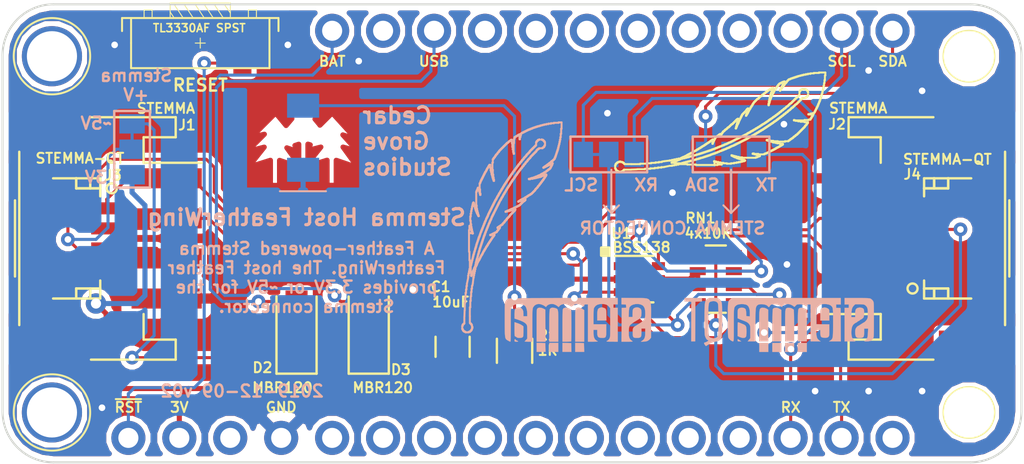
<source format=kicad_pcb>
(kicad_pcb (version 20171130) (host pcbnew "(5.0.0-rc2-dev-444-g2974a2c10)")
  (title_block (title Stemma_Host_FeatherWing) (date 2019-12-09) (rev v02) (company "Cedar Grove Studios"))
  (layers (0 F.Cu signal) (31 B.Cu signal) (34 B.Paste user hide) (35 F.Paste user hide) (36 B.SilkS user) (37 F.SilkS user) (38 B.Mask user) (39 F.Mask user) (44 Edge.Cuts user))
  (net 0 "")
  (net 1 GND)
  (net 2 /SCL)
  (net 3 /SDA)
  (net 4 +3V3)
  (net 5 /STEMMA_SCL)
  (net 6 /STEMMA_SDA)
  (net 7 /+V)
  (net 8 "Net-(D1-Pad2)")
  (net 9 /RX)
  (net 10 /TX)
  (net 11 /BAT)
  (net 12 /USB)
  (net 13 /~RST)
  (module TO_SOT_Packages_SMD:SOT-363_SC-70-6 (layer F.Cu) (at 139.192 97.282)
    (fp_text reference U1 (at -0.892 -2.282) (layer F.SilkS) (effects (font (size 0.5 0.5) (thickness 0.1))))
    (fp_text value BSS138 (at 0.108 -1.582 180) (layer F.SilkS) (effects (font (size 0.5 0.5) (thickness 0.1))))
    (pad 1 smd rect (at -0.95 -0.65) (size 0.65 0.4) (layers F.Cu F.Paste F.Mask) (net 3 /SDA))
    (pad 3 smd rect (at -0.95 0.65) (size 0.65 0.4) (layers F.Cu F.Paste F.Mask) (net 5 /STEMMA_SCL))
    (pad 5 smd rect (at 0.95 0) (size 0.65 0.4) (layers F.Cu F.Paste F.Mask) (net 4 +3V3))
    (pad 2 smd rect (at -0.95 0) (size 0.65 0.4) (layers F.Cu F.Paste F.Mask) (net 4 +3V3))
    (pad 4 smd rect (at 0.95 0.65) (size 0.65 0.4) (layers F.Cu F.Paste F.Mask) (net 2 /SCL))
    (pad 6 smd rect (at 0.95 -0.65) (size 0.65 0.4) (layers F.Cu F.Paste F.Mask) (net 6 /STEMMA_SDA))
  )
  (module Connectors_JST:JST_SH_SM04B-SRSS-TB_04x1.00mm_Angled (layer F.Cu) (at 110.7 95.25 270)
    (fp_text reference J3 (at -3.15 -2.25) (layer F.SilkS) (effects (font (size 0.5 0.5) (thickness 0.1))))
    (fp_text value STEMMA-QT (at -4 -0.6) (layer F.SilkS) (effects (font (size 0.5 0.5) (thickness 0.1))))
    (pad "" smd rect (at 2.8 1.9375 270) (size 1.2 1.8) (layers F.Cu F.Paste F.Mask))
    (pad "" smd rect (at -2.8 1.9375 270) (size 1.2 1.8) (layers F.Cu F.Paste F.Mask))
    (pad 4 smd rect (at 1.5 -1.9375 270) (size 0.6 1.55) (layers F.Cu F.Paste F.Mask) (net 1 GND))
    (pad 3 smd rect (at 0.5 -1.9375 270) (size 0.6 1.55) (layers F.Cu F.Paste F.Mask) (net 7 /+V))
    (pad 2 smd rect (at -0.5 -1.9375 270) (size 0.6 1.55) (layers F.Cu F.Paste F.Mask) (net 6 /STEMMA_SDA))
    (pad 1 smd rect (at -1.5 -1.9375 270) (size 0.6 1.55) (layers F.Cu F.Paste F.Mask) (net 5 /STEMMA_SCL))
  )
  (module Connectors_JST:JST_SH_SM04B-SRSS-TB_04x1.00mm_Angled (layer F.Cu) (at 155 95.25 90)
    (fp_text reference J4 (at 3.2 -2.2 180) (layer F.SilkS) (effects (font (size 0.5 0.5) (thickness 0.1))))
    (fp_text value STEMMA-QT (at 3.95 -0.45 180) (layer F.SilkS) (effects (font (size 0.5 0.5) (thickness 0.1))))
    (pad "" smd rect (at 2.8 1.9375 90) (size 1.2 1.8) (layers F.Cu F.Paste F.Mask))
    (pad "" smd rect (at -2.8 1.9375 90) (size 1.2 1.8) (layers F.Cu F.Paste F.Mask))
    (pad 4 smd rect (at 1.5 -1.9375 90) (size 0.6 1.55) (layers F.Cu F.Paste F.Mask) (net 1 GND))
    (pad 3 smd rect (at 0.5 -1.9375 90) (size 0.6 1.55) (layers F.Cu F.Paste F.Mask) (net 7 /+V))
    (pad 2 smd rect (at -0.5 -1.9375 90) (size 0.6 1.55) (layers F.Cu F.Paste F.Mask) (net 6 /STEMMA_SDA))
    (pad 1 smd rect (at -1.5 -1.9375 90) (size 0.6 1.55) (layers F.Cu F.Paste F.Mask) (net 5 /STEMMA_SCL))
  )
  (module Adafruit:New_STEMMA_logo (layer B.Cu) (at 135.91 99.45 180)
    (fp_text reference G*** hide)
    (fp_text value STEMMA_LOGO hide)
  )
  (module Capacitors_SMD:C_0805 (layer F.Cu) (at 129.880683 100.658746 90)
    (fp_text reference C1 (at 2.995746 -0.594683 180) (layer F.SilkS) (effects (font (size 0.5 0.5) (thickness 0.1))))
    (fp_text value 10uF (at 2.233746 -0.086683 180) (layer F.SilkS) (effects (font (size 0.5 0.5) (thickness 0.1))))
    (pad 2 smd rect (at 1 0 90) (size 1 1.25) (layers F.Cu F.Paste F.Mask) (net 1 GND))
    (pad 1 smd rect (at -1 0 90) (size 1 1.25) (layers F.Cu F.Paste F.Mask) (net 7 /+V))
  )
  (module Connectors:GS3 (layer B.Cu) (at 137.668 91.059 270)
    (fp_text reference JMP1)
    (fp_text value SCL_RX)
    (pad 1 smd rect (at 0 1.27 270) (size 1.27 0.97) (layers B.Cu B.Paste B.Mask) (net 2 /SCL))
    (pad 2 smd rect (at 0 0 270) (size 1.27 0.97) (layers B.Cu B.Paste B.Mask) (net 2 /SCL))
    (pad 3 smd rect (at 0 -1.27 270) (size 1.27 0.97) (layers B.Cu B.Paste B.Mask) (net 9 /RX))
  )
  (module Connectors:GS3 (layer B.Cu) (at 143.764 91.059 270)
    (fp_text reference JMP2)
    (fp_text value SDA_TX)
    (pad 3 smd rect (at 0 -1.27 270) (size 1.27 0.97) (layers B.Cu B.Paste B.Mask) (net 10 /TX))
    (pad 2 smd rect (at 0 0 270) (size 1.27 0.97) (layers B.Cu B.Paste B.Mask) (net 3 /SDA))
    (pad 1 smd rect (at 0 1.27 270) (size 1.27 0.97) (layers B.Cu B.Paste B.Mask) (net 3 /SDA))
  )
  (module Adafruit:Adafruit_Feather_M4_Express_bare (layer F.Cu) (at 132.765001 95.046001)
    (fp_text reference M1)
    (fp_text value Feather_M4_Express)
    (fp_text user ~RST (at -19.05 8.636) (layer F.SilkS) (effects (font (size 0.5 0.5) (thickness 0.1))))
    (fp_text user 3V (at -16.51 8.636) (layer F.SilkS) (effects (font (size 0.5 0.5) (thickness 0.1))))
    (fp_text user GND (at -11.43 8.636) (layer F.SilkS) (effects (font (size 0.5 0.5) (thickness 0.1))))
    (fp_text user RX (at 13.97 8.636) (layer F.SilkS) (effects (font (size 0.5 0.5) (thickness 0.1))))
    (fp_text user USB (at -3.81 -8.636) (layer F.SilkS) (effects (font (size 0.5 0.5) (thickness 0.1))))
    (fp_text user BAT (at -8.89 -8.636) (layer F.SilkS) (effects (font (size 0.5 0.5) (thickness 0.1))))
    (fp_text user SDA (at 19.05 -8.636) (layer F.SilkS) (effects (font (size 0.5 0.5) (thickness 0.1))))
    (fp_text user SCL (at 16.51 -8.636) (layer F.SilkS) (effects (font (size 0.5 0.5) (thickness 0.1))))
    (fp_text user TX (at 16.51 8.636) (layer F.SilkS) (effects (font (size 0.5 0.5) (thickness 0.1))))
    (pad 1 thru_hole circle (at -19.05 10.16) (size 1.7 1.7) (drill 1) (layers *.Cu *.Mask) (net 13 /~RST))
    (pad 2 thru_hole circle (at -16.51 10.16) (size 1.7 1.7) (drill 1) (layers *.Cu *.Mask) (net 4 +3V3))
    (pad 3 thru_hole circle (at -13.97 10.16) (size 1.7 1.7) (drill 1) (layers *.Cu *.Mask))
    (pad 4 thru_hole circle (at -11.43 10.16) (size 1.7 1.7) (drill 1) (layers *.Cu *.Mask) (net 1 GND))
    (pad 5 thru_hole circle (at -8.89 10.16) (size 1.7 1.7) (drill 1) (layers *.Cu *.Mask))
    (pad 6 thru_hole circle (at -6.35 10.16) (size 1.7 1.7) (drill 1) (layers *.Cu *.Mask))
    (pad 7 thru_hole circle (at -3.81 10.16) (size 1.7 1.7) (drill 1) (layers *.Cu *.Mask))
    (pad 8 thru_hole circle (at -1.27 10.16) (size 1.7 1.7) (drill 1) (layers *.Cu *.Mask))
    (pad 9 thru_hole circle (at 1.27 10.16) (size 1.7 1.7) (drill 1) (layers *.Cu *.Mask))
    (pad 10 thru_hole circle (at 3.81 10.16) (size 1.7 1.7) (drill 1) (layers *.Cu *.Mask))
    (pad 11 thru_hole circle (at 6.35 10.16) (size 1.7 1.7) (drill 1) (layers *.Cu *.Mask))
    (pad 12 thru_hole circle (at 8.89 10.16) (size 1.7 1.7) (drill 1) (layers *.Cu *.Mask))
    (pad 13 thru_hole circle (at 11.43 10.16) (size 1.7 1.7) (drill 1) (layers *.Cu *.Mask))
    (pad 14 thru_hole circle (at 13.97 10.16) (size 1.7 1.7) (drill 1) (layers *.Cu *.Mask) (net 9 /RX))
    (pad 15 thru_hole circle (at 16.51 10.16) (size 1.7 1.7) (drill 1) (layers *.Cu *.Mask) (net 10 /TX))
    (pad 16 thru_hole circle (at 19.05 10.16) (size 1.7 1.7) (drill 1) (layers *.Cu *.Mask))
    (pad 17 thru_hole circle (at -8.89 -10.16) (size 1.7 1.7) (drill 1) (layers *.Cu *.Mask) (net 11 /BAT))
    (pad 18 thru_hole circle (at -6.35 -10.16) (size 1.7 1.7) (drill 1) (layers *.Cu *.Mask))
    (pad 19 thru_hole circle (at -3.81 -10.16) (size 1.7 1.7) (drill 1) (layers *.Cu *.Mask) (net 12 /USB))
    (pad 20 thru_hole circle (at -1.27 -10.16) (size 1.7 1.7) (drill 1) (layers *.Cu *.Mask))
    (pad 21 thru_hole circle (at 1.27 -10.16) (size 1.7 1.7) (drill 1) (layers *.Cu *.Mask))
    (pad 22 thru_hole circle (at 3.81 -10.16) (size 1.7 1.7) (drill 1) (layers *.Cu *.Mask))
    (pad 23 thru_hole circle (at 6.35 -10.16) (size 1.7 1.7) (drill 1) (layers *.Cu *.Mask))
    (pad 24 thru_hole circle (at 8.89 -10.16) (size 1.7 1.7) (drill 1) (layers *.Cu *.Mask))
    (pad 25 thru_hole circle (at 11.43 -10.16) (size 1.7 1.7) (drill 1) (layers *.Cu *.Mask))
    (pad 26 thru_hole circle (at 13.97 -10.16) (size 1.7 1.7) (drill 1) (layers *.Cu *.Mask))
    (pad 27 thru_hole circle (at 16.51 -10.16) (size 1.7 1.7) (drill 1) (layers *.Cu *.Mask) (net 2 /SCL))
    (pad 28 thru_hole circle (at 19.05 -10.16) (size 1.7 1.7) (drill 1) (layers *.Cu *.Mask) (net 3 /SDA))
    (pad "" np_thru_hole circle (at 22.86 -8.89) (size 2.5 2.5) (drill 2.5) (layers *.Cu *.Mask))
    (pad "" np_thru_hole circle (at 22.86 8.89) (size 2.5 2.5) (drill 2.5) (layers *.Cu *.Mask))
    (pad "" thru_hole circle (at -22.86 8.89) (size 3 3) (drill 2.5) (layers *.Cu *.Mask))
    (pad "" thru_hole circle (at -22.86 -8.89) (size 3 3) (drill 2.5) (layers *.Cu *.Mask))
  )
  (module Resistors_SMD:R_0805 (layer F.Cu) (at 132.969 100.858746 90)
    (fp_text reference R1 (at 0.782746 1.651 180) (layer F.SilkS) (effects (font (size 0.5 0.5) (thickness 0.1))))
    (fp_text value 1K (at 0.020746 1.651 180) (layer F.SilkS) (effects (font (size 0.5 0.5) (thickness 0.1))))
    (pad 2 smd rect (at 0.95 0 90) (size 0.7 1.3) (layers F.Cu F.Paste F.Mask) (net 8 "Net-(D1-Pad2)"))
    (pad 1 smd rect (at -0.95 0 90) (size 0.7 1.3) (layers F.Cu F.Paste F.Mask) (net 4 +3V3))
  )
  (module Resistors_SMD:R_Array_Convex_4x0603 (layer F.Cu) (at 143.002 97.282)
    (fp_text reference RN1 (at -0.762 -3.048) (layer F.SilkS) (effects (font (size 0.5 0.5) (thickness 0.1))))
    (fp_text value 4x10K (at -0.381 -2.286) (layer F.SilkS) (effects (font (size 0.5 0.5) (thickness 0.1))))
    (pad 5 smd rect (at 0.9 1.2) (size 0.8 0.5) (layers F.Cu F.Paste F.Mask) (net 5 /STEMMA_SCL))
    (pad 6 smd rect (at 0.9 0.4) (size 0.8 0.4) (layers F.Cu F.Paste F.Mask) (net 2 /SCL))
    (pad 8 smd rect (at 0.9 -1.2) (size 0.8 0.5) (layers F.Cu F.Paste F.Mask) (net 6 /STEMMA_SDA))
    (pad 7 smd rect (at 0.9 -0.4) (size 0.8 0.4) (layers F.Cu F.Paste F.Mask) (net 3 /SDA))
    (pad 4 smd rect (at -0.9 1.2) (size 0.8 0.5) (layers F.Cu F.Paste F.Mask) (net 7 /+V))
    (pad 2 smd rect (at -0.9 -0.4) (size 0.8 0.4) (layers F.Cu F.Paste F.Mask) (net 4 +3V3))
    (pad 3 smd rect (at -0.9 0.4) (size 0.8 0.4) (layers F.Cu F.Paste F.Mask) (net 4 +3V3))
    (pad 1 smd rect (at -0.9 -1.2) (size 0.8 0.5) (layers F.Cu F.Paste F.Mask) (net 7 /+V))
  )
  (module Connectors_JST:JST_PH_S4B-PH-SM4-TB_04x2.00mm_Angled (layer F.Cu) (at 112.75 95.25 270)
    (fp_text reference J1 (at -5.66 -3.888) (layer F.SilkS) (effects (font (size 0.5 0.5) (thickness 0.1))))
    (fp_text value STEMMA (at -6.49 -2.838) (layer F.SilkS) (effects (font (size 0.5 0.5) (thickness 0.1))))
    (pad 1 smd rect (at -3 -2.875 270) (size 1 3.5) (layers F.Cu F.Paste F.Mask) (net 5 /STEMMA_SCL))
    (pad 2 smd rect (at -1 -2.875 270) (size 1 3.5) (layers F.Cu F.Paste F.Mask) (net 6 /STEMMA_SDA))
    (pad 3 smd rect (at 1 -2.875 270) (size 1 3.5) (layers F.Cu F.Paste F.Mask) (net 7 /+V))
    (pad 4 smd rect (at 3 -2.875 270) (size 1 3.5) (layers F.Cu F.Paste F.Mask) (net 1 GND))
    (pad "" smd rect (at -5.35 2.875 270) (size 1.5 3.4) (layers F.Cu F.Paste F.Mask))
    (pad "" smd rect (at 5.35 2.875 270) (size 1.5 3.4) (layers F.Cu F.Paste F.Mask))
  )
  (module Connectors_JST:JST_PH_S4B-PH-SM4-TB_04x2.00mm_Angled (layer F.Cu) (at 152.95 95.25 90)
    (fp_text reference J2 (at 5.7 -3.9 180) (layer F.SilkS) (effects (font (size 0.5 0.5) (thickness 0.1))))
    (fp_text value STEMMA (at 6.5 -2.85 180) (layer F.SilkS) (effects (font (size 0.5 0.5) (thickness 0.1))))
    (pad "" smd rect (at 5.35 2.875 90) (size 1.5 3.4) (layers F.Cu F.Paste F.Mask))
    (pad "" smd rect (at -5.35 2.875 90) (size 1.5 3.4) (layers F.Cu F.Paste F.Mask))
    (pad 4 smd rect (at 3 -2.875 90) (size 1 3.5) (layers F.Cu F.Paste F.Mask) (net 1 GND))
    (pad 3 smd rect (at 1 -2.875 90) (size 1 3.5) (layers F.Cu F.Paste F.Mask) (net 7 /+V))
    (pad 2 smd rect (at -1 -2.875 90) (size 1 3.5) (layers F.Cu F.Paste F.Mask) (net 6 /STEMMA_SDA))
    (pad 1 smd rect (at -3 -2.875 90) (size 1 3.5) (layers F.Cu F.Paste F.Mask) (net 5 /STEMMA_SCL))
  )
  (module Adafruit:Cedar_Grove_logo_lighted (layer F.Cu) (at 122.428 90.424)
    (fp_text reference D1)
    (fp_text value GRN)
    (pad 1 smd rect (at 0 1.4) (size 1.6 1.2) (layers B.Cu B.Paste B.Mask) (net 1 GND))
    (pad 2 smd rect (at 0 -1.8) (size 1.6 1.2) (layers B.Cu B.Paste B.Mask) (net 8 "Net-(D1-Pad2)"))
  )
  (module Adafruit:New_STEMMA-QT_logo (layer B.Cu) (at 146.27 99.54 180)
    (fp_text reference G*** hide)
    (fp_text value STEMMA-QT_LOGO hide)
  )
  (module Diodes_SMD:D_SOD-123F (layer F.Cu) (at 122.1 99.8 90)
    (fp_text reference D2 (at -1.9 -1.7 180) (layer F.SilkS) (effects (font (size 0.5 0.5) (thickness 0.1))))
    (fp_text value MBR120 (at -2.9 -0.7 180) (layer F.SilkS) (effects (font (size 0.5 0.5) (thickness 0.1))))
    (pad 2 smd rect (at 1.4 0 90) (size 1.1 1.1) (layers F.Cu F.Paste F.Mask) (net 11 /BAT))
    (pad 1 smd rect (at -1.4 0 90) (size 1.1 1.1) (layers F.Cu F.Paste F.Mask) (net 7 /+V))
  )
  (module Diodes_SMD:D_SOD-123F (layer F.Cu) (at 125.7 99.8 90)
    (fp_text reference D3 (at -2 1.6 180) (layer F.SilkS) (effects (font (size 0.5 0.5) (thickness 0.1))))
    (fp_text value MBR120 (at -2.9 0.7 180) (layer F.SilkS) (effects (font (size 0.5 0.5) (thickness 0.1))))
    (pad 1 smd rect (at -1.4 0 90) (size 1.1 1.1) (layers F.Cu F.Paste F.Mask) (net 7 /+V))
    (pad 2 smd rect (at 1.4 0 90) (size 1.1 1.1) (layers F.Cu F.Paste F.Mask) (net 12 /USB))
  )
  (module Adafruit:TL3330AF_SPST_BUTTON_RT-ANGLE_7.8mm_2.5mm_2.5mm (layer F.Cu) (at 117.3 85.5)
    (fp_text reference SW1 hide)
    (fp_text value RESET (at 0 2.1) (layer F.SilkS) (effects (font (size 0.6 0.6) (thickness 0.12))))
    (fp_text user "TL3330AF SPST" (at -0.05 -0.75) (layer F.SilkS) (effects (font (size 0.4 0.4) (thickness 0.08))))
    (pad 2 smd rect (at 2.1 0.9) (size 0.9 1.27) (layers F.Cu F.Paste F.Mask) (net 13 /~RST))
    (pad 1 smd rect (at -2.1 0.9) (size 0.9 1.27) (layers F.Cu F.Paste F.Mask) (net 1 GND))
    (pad "" smd rect (at -3.35 -1) (size 1.45 0.8) (layers F.Cu F.Paste F.Mask))
    (pad "" smd rect (at 3.35 -1) (size 1.45 0.8) (layers F.Cu F.Paste F.Mask))
  )
  (module Connectors:GS3 (layer B.Cu) (at 113.9 90.8)
    (fp_text reference JMP3)
    (fp_text value STEMMA_TYPE)
    (pad 1 smd rect (at 0 1.27) (size 1.27 0.97) (layers B.Cu B.Paste B.Mask) (net 4 +3V3))
    (pad 2 smd rect (at 0 0) (size 1.27 0.97) (layers B.Cu B.Paste B.Mask) (net 7 /+V))
    (pad 3 smd rect (at 0 -1.27) (size 1.27 0.97) (layers B.Cu B.Paste B.Mask) (net 7 /+V))
  )
  (gr_text 3V (at 112.1 92.2) (layer B.SilkS) (effects (font (size 0.6 0.6) (thickness 0.12)) (justify mirror)))
  (gr_text ~~5V (at 112.1 89.5) (layer B.SilkS) (effects (font (size 0.6 0.6) (thickness 0.12)) (justify mirror)))
  (gr_text "Stemma\n+V" (at 114.1 87.6) (layer B.SilkS) (effects (font (size 0.6 0.6) (thickness 0.12)) (justify mirror)))
  (gr_line (start 144.970789 88.408715) (end 144.970789 88.387715) (layer F.SilkS) (width 0.1))
  (gr_line (start 145.055489 88.324715) (end 145.055489 88.302715) (layer F.SilkS) (width 0.1))
  (gr_line (start 144.928489 88.429715) (end 144.949689 88.429715) (layer F.SilkS) (width 0.1))
  (gr_line (start 145.965789 87.794715) (end 145.986989 87.794715) (layer F.SilkS) (width 0.1))
  (gr_line (start 145.584789 87.879715) (end 145.627089 87.879715) (layer F.SilkS) (width 0.1))
  (gr_line (start 145.140189 88.260715) (end 145.140189 88.239715) (layer F.SilkS) (width 0.1))
  (gr_line (start 145.013189 88.366715) (end 145.013189 88.345715) (layer F.SilkS) (width 0.1))
  (gr_line (start 145.775289 87.773715) (end 145.775289 87.752715) (layer F.SilkS) (width 0.1))
  (gr_line (start 145.563589 87.921715) (end 145.563589 87.900715) (layer F.SilkS) (width 0.1))
  (gr_line (start 145.055489 88.302715) (end 145.076689 88.302715) (layer F.SilkS) (width 0.1))
  (gr_line (start 145.944689 87.858715) (end 145.944689 87.837715) (layer F.SilkS) (width 0.1))
  (gr_line (start 144.526289 88.874715) (end 144.526289 88.832715) (layer F.SilkS) (width 0.1))
  (gr_line (start 145.690589 88.451715) (end 145.690589 88.366715) (layer F.SilkS) (width 0.1))
  (gr_line (start 145.034389 88.345715) (end 145.034389 88.324715) (layer F.SilkS) (width 0.1))
  (gr_line (start 145.775289 88.154715) (end 145.796489 88.154715) (layer F.SilkS) (width 0.1))
  (gr_line (start 145.542389 87.921715) (end 145.563589 87.921715) (layer F.SilkS) (width 0.1))
  (gr_line (start 145.711789 87.815715) (end 145.711789 87.794715) (layer F.SilkS) (width 0.1))
  (gr_line (start 145.013189 88.345715) (end 145.034389 88.345715) (layer F.SilkS) (width 0.1))
  (gr_line (start 144.716789 88.789715) (end 144.716789 88.747715) (layer F.SilkS) (width 0.1))
  (gr_line (start 145.669389 88.451715) (end 145.690589 88.451715) (layer F.SilkS) (width 0.1))
  (gr_line (start 145.754089 88.048715) (end 145.732989 88.048715) (layer F.SilkS) (width 0.1))
  (gr_line (start 145.118989 88.281715) (end 145.118989 88.260715) (layer F.SilkS) (width 0.1))
  (gr_line (start 145.478889 87.964715) (end 145.500089 87.964715) (layer F.SilkS) (width 0.1))
  (gr_line (start 144.568589 88.789715) (end 144.589789 88.789715) (layer F.SilkS) (width 0.1))
  (gr_line (start 145.415389 88.006715) (end 145.457689 88.006715) (layer F.SilkS) (width 0.1))
  (gr_line (start 145.203689 88.197715) (end 145.203689 88.175715) (layer F.SilkS) (width 0.1))
  (gr_line (start 144.653289 88.853715) (end 144.674489 88.853715) (layer F.SilkS) (width 0.1))
  (gr_line (start 145.754089 88.197715) (end 145.775289 88.197715) (layer F.SilkS) (width 0.1))
  (gr_line (start 145.817589 88.048715) (end 145.838789 88.048715) (layer F.SilkS) (width 0.1))
  (gr_line (start 145.923489 87.900715) (end 145.923489 87.858715) (layer F.SilkS) (width 0.1))
  (gr_line (start 146.304489 87.646715) (end 146.304489 87.688715) (layer F.SilkS) (width 0.1))
  (gr_line (start 146.283389 87.773715) (end 146.283389 87.752715) (layer F.SilkS) (width 0.1))
  (gr_line (start 146.389189 87.498715) (end 146.389189 87.519715) (layer F.SilkS) (width 0.1))
  (gr_line (start 146.346889 87.688715) (end 146.346889 87.667715) (layer F.SilkS) (width 0.1))
  (gr_line (start 144.949689 88.429715) (end 144.949689 88.408715) (layer F.SilkS) (width 0.1))
  (gr_line (start 145.754089 87.773715) (end 145.775289 87.773715) (layer F.SilkS) (width 0.1))
  (gr_line (start 145.754089 87.985715) (end 145.754089 88.048715) (layer F.SilkS) (width 0.1))
  (gr_line (start 145.563589 87.900715) (end 145.584789 87.900715) (layer F.SilkS) (width 0.1))
  (gr_line (start 144.907289 88.472715) (end 144.907289 88.451715) (layer F.SilkS) (width 0.1))
  (gr_line (start 145.648289 88.408715) (end 145.648289 88.514715) (layer F.SilkS) (width 0.1))
  (gr_line (start 146.368089 87.561715) (end 146.346889 87.561715) (layer F.SilkS) (width 0.1))
  (gr_line (start 145.690589 88.218715) (end 145.690589 88.302715) (layer F.SilkS) (width 0.1))
  (gr_line (start 144.505089 88.874715) (end 144.526289 88.874715) (layer F.SilkS) (width 0.1))
  (gr_line (start 145.288389 88.112715) (end 145.309589 88.112715) (layer F.SilkS) (width 0.1))
  (gr_line (start 145.817589 87.879715) (end 145.796489 87.879715) (layer F.SilkS) (width 0.1))
  (gr_line (start 145.415389 88.027715) (end 145.415389 88.006715) (layer F.SilkS) (width 0.1))
  (gr_line (start 145.796489 87.879715) (end 145.796489 87.942715) (layer F.SilkS) (width 0.1))
  (gr_line (start 145.838789 87.837715) (end 145.817589 87.837715) (layer F.SilkS) (width 0.1))
  (gr_line (start 146.410389 87.413715) (end 146.431589 87.413715) (layer F.SilkS) (width 0.1))
  (gr_line (start 145.923489 87.858715) (end 145.944689 87.858715) (layer F.SilkS) (width 0.1))
  (gr_line (start 145.711789 88.133715) (end 145.711789 88.218715) (layer F.SilkS) (width 0.1))
  (gr_line (start 146.135189 87.561715) (end 146.156389 87.561715) (layer F.SilkS) (width 0.1))
  (gr_line (start 145.288389 88.133715) (end 145.288389 88.112715) (layer F.SilkS) (width 0.1))
  (gr_line (start 145.902289 87.900715) (end 145.923489 87.900715) (layer F.SilkS) (width 0.1))
  (gr_line (start 146.219889 87.815715) (end 146.219889 87.837715) (layer F.SilkS) (width 0.1))
  (gr_line (start 144.674489 88.853715) (end 144.674489 88.810715) (layer F.SilkS) (width 0.1))
  (gr_line (start 145.775289 88.197715) (end 145.775289 88.154715) (layer F.SilkS) (width 0.1))
  (gr_line (start 145.627089 87.858715) (end 145.648289 87.858715) (layer F.SilkS) (width 0.1))
  (gr_line (start 145.796489 88.154715) (end 145.796489 88.112715) (layer F.SilkS) (width 0.1))
  (gr_line (start 145.732989 88.048715) (end 145.732989 88.133715) (layer F.SilkS) (width 0.1))
  (gr_line (start 145.669389 88.408715) (end 145.648289 88.408715) (layer F.SilkS) (width 0.1))
  (gr_line (start 145.881089 87.942715) (end 145.902289 87.942715) (layer F.SilkS) (width 0.1))
  (gr_line (start 144.589789 89.022715) (end 144.589789 88.980715) (layer F.SilkS) (width 0.1))
  (gr_line (start 145.859989 88.006715) (end 145.859989 87.985715) (layer F.SilkS) (width 0.1))
  (gr_line (start 145.669389 88.302715) (end 145.669389 88.408715) (layer F.SilkS) (width 0.1))
  (gr_line (start 145.648289 88.514715) (end 145.669389 88.514715) (layer F.SilkS) (width 0.1))
  (gr_line (start 145.796489 88.112715) (end 145.817589 88.112715) (layer F.SilkS) (width 0.1))
  (gr_line (start 145.118989 88.260715) (end 145.140189 88.260715) (layer F.SilkS) (width 0.1))
  (gr_line (start 145.711789 88.302715) (end 145.732989 88.302715) (layer F.SilkS) (width 0.1))
  (gr_line (start 144.928489 88.451715) (end 144.928489 88.429715) (layer F.SilkS) (width 0.1))
  (gr_line (start 145.161389 88.218715) (end 145.182489 88.218715) (layer F.SilkS) (width 0.1))
  (gr_line (start 145.817589 87.752715) (end 145.817589 87.731715) (layer F.SilkS) (width 0.1))
  (gr_line (start 145.775289 87.942715) (end 145.775289 87.985715) (layer F.SilkS) (width 0.1))
  (gr_line (start 145.584789 87.900715) (end 145.584789 87.879715) (layer F.SilkS) (width 0.1))
  (gr_line (start 145.478889 87.985715) (end 145.478889 87.964715) (layer F.SilkS) (width 0.1))
  (gr_line (start 145.500089 87.964715) (end 145.500089 87.942715) (layer F.SilkS) (width 0.1))
  (gr_line (start 145.732989 88.260715) (end 145.754089 88.260715) (layer F.SilkS) (width 0.1))
  (gr_line (start 145.775289 87.985715) (end 145.754089 87.985715) (layer F.SilkS) (width 0.1))
  (gr_line (start 144.505089 88.895715) (end 144.505089 88.874715) (layer F.SilkS) (width 0.1))
  (gr_line (start 146.304489 87.752715) (end 146.304489 87.710715) (layer F.SilkS) (width 0.1))
  (gr_line (start 145.711789 88.218715) (end 145.690589 88.218715) (layer F.SilkS) (width 0.1))
  (gr_line (start 145.944689 87.837715) (end 145.965789 87.837715) (layer F.SilkS) (width 0.1))
  (gr_line (start 146.029289 87.710715) (end 146.050489 87.710715) (layer F.SilkS) (width 0.1))
  (gr_line (start 145.500089 87.942715) (end 145.542389 87.942715) (layer F.SilkS) (width 0.1))
  (gr_line (start 145.859989 87.773715) (end 145.838789 87.773715) (layer F.SilkS) (width 0.1))
  (gr_line (start 145.775289 87.752715) (end 145.817589 87.752715) (layer F.SilkS) (width 0.1))
  (gr_line (start 146.177489 87.519715) (end 146.219889 87.519715) (layer F.SilkS) (width 0.1))
  (gr_line (start 146.071689 87.646715) (end 146.092789 87.646715) (layer F.SilkS) (width 0.1))
  (gr_line (start 145.394189 88.027715) (end 145.415389 88.027715) (layer F.SilkS) (width 0.1))
  (gr_line (start 145.034389 88.324715) (end 145.055489 88.324715) (layer F.SilkS) (width 0.1))
  (gr_line (start 146.368089 87.519715) (end 146.368089 87.561715) (layer F.SilkS) (width 0.1))
  (gr_line (start 146.346889 87.667715) (end 146.368089 87.667715) (layer F.SilkS) (width 0.1))
  (gr_line (start 145.563589 89.678715) (end 145.563589 89.657715) (layer F.SilkS) (width 0.1))
  (gr_line (start 146.770289 88.747715) (end 146.791489 88.747715) (layer F.SilkS) (width 0.1))
  (gr_line (start 146.854989 88.683715) (end 146.876089 88.683715) (layer F.SilkS) (width 0.1))
  (gr_line (start 145.669389 89.594715) (end 145.690589 89.594715) (layer F.SilkS) (width 0.1))
  (gr_line (start 147.024289 88.535715) (end 147.045489 88.535715) (layer F.SilkS) (width 0.1))
  (gr_line (start 144.378089 90.377715) (end 144.378089 90.356715) (layer F.SilkS) (width 0.1))
  (gr_line (start 145.817589 89.509715) (end 145.817589 89.488715) (layer F.SilkS) (width 0.1))
  (gr_line (start 144.695589 90.208715) (end 144.695589 90.187715) (layer F.SilkS) (width 0.1))
  (gr_line (start 142.536289 91.160715) (end 142.536289 91.139715) (layer F.SilkS) (width 0.1))
  (gr_line (start 145.415389 89.784715) (end 145.415389 89.763715) (layer F.SilkS) (width 0.1))
  (gr_line (start 146.304489 89.128715) (end 146.346889 89.128715) (layer F.SilkS) (width 0.1))
  (gr_line (start 146.113989 89.297715) (end 146.113989 89.276715) (layer F.SilkS) (width 0.1))
  (gr_line (start 146.727889 88.810715) (end 146.727889 88.789715) (layer F.SilkS) (width 0.1))
  (gr_line (start 145.161389 89.932715) (end 145.161389 89.911715) (layer F.SilkS) (width 0.1))
  (gr_line (start 144.843789 90.123715) (end 144.843789 90.102715) (layer F.SilkS) (width 0.1))
  (gr_line (start 145.351889 89.827715) (end 145.351889 89.805715) (layer F.SilkS) (width 0.1))
  (gr_line (start 145.478889 89.742715) (end 145.478889 89.721715) (layer F.SilkS) (width 0.1))
  (gr_line (start 146.918489 88.641715) (end 146.918489 88.620715) (layer F.SilkS) (width 0.1))
  (gr_line (start 146.791489 88.726715) (end 146.833789 88.726715) (layer F.SilkS) (width 0.1))
  (gr_line (start 146.029289 89.340715) (end 146.050489 89.340715) (layer F.SilkS) (width 0.1))
  (gr_line (start 144.589789 90.250715) (end 144.610989 90.250715) (layer F.SilkS) (width 0.1))
  (gr_line (start 146.219889 89.213715) (end 146.219889 89.192715) (layer F.SilkS) (width 0.1))
  (gr_line (start 145.478889 89.721715) (end 145.500089 89.721715) (layer F.SilkS) (width 0.1))
  (gr_line (start 145.690589 89.594715) (end 145.690589 89.573715) (layer F.SilkS) (width 0.1))
  (gr_line (start 147.087789 88.493715) (end 147.087789 88.472715) (layer F.SilkS) (width 0.1))
  (gr_line (start 145.542389 89.700715) (end 145.542389 89.678715) (layer F.SilkS) (width 0.1))
  (gr_line (start 145.373089 89.784715) (end 145.415389 89.784715) (layer F.SilkS) (width 0.1))
  (gr_line (start 145.542389 89.678715) (end 145.563589 89.678715) (layer F.SilkS) (width 0.1))
  (gr_line (start 146.495089 88.980715) (end 146.516189 88.980715) (layer F.SilkS) (width 0.1))
  (gr_line (start 146.706789 88.810715) (end 146.727889 88.810715) (layer F.SilkS) (width 0.1))
  (gr_line (start 144.166389 90.483715) (end 144.166389 90.462715) (layer F.SilkS) (width 0.1))
  (gr_line (start 142.896189 91.012715) (end 142.959689 91.012715) (layer F.SilkS) (width 0.1))
  (gr_line (start 146.579689 88.916715) (end 146.600889 88.916715) (layer F.SilkS) (width 0.1))
  (gr_line (start 145.796489 89.509715) (end 145.817589 89.509715) (layer F.SilkS) (width 0.1))
  (gr_line (start 147.320689 88.260715) (end 147.320689 88.239715) (layer F.SilkS) (width 0.1))
  (gr_line (start 146.219889 89.192715) (end 146.262189 89.192715) (layer F.SilkS) (width 0.1))
  (gr_line (start 146.177489 89.255715) (end 146.177489 89.234715) (layer F.SilkS) (width 0.1))
  (gr_line (start 145.796489 89.530715) (end 145.796489 89.509715) (layer F.SilkS) (width 0.1))
  (gr_line (start 145.605889 89.636715) (end 145.627089 89.636715) (layer F.SilkS) (width 0.1))
  (gr_line (start 146.135189 89.276715) (end 146.135189 89.255715) (layer F.SilkS) (width 0.1))
  (gr_line (start 147.299489 88.260715) (end 147.320689 88.260715) (layer F.SilkS) (width 0.1))
  (gr_line (start 146.283389 89.170715) (end 146.283389 89.149715) (layer F.SilkS) (width 0.1))
  (gr_line (start 147.108989 88.472715) (end 147.108989 88.451715) (layer F.SilkS) (width 0.1))
  (gr_line (start 147.468889 88.239715) (end 147.468889 88.218715) (layer F.SilkS) (width 0.1))
  (gr_line (start 146.876089 88.662715) (end 146.897289 88.662715) (layer F.SilkS) (width 0.1))
  (gr_line (start 143.065489 90.949715) (end 143.107889 90.949715) (layer F.SilkS) (width 0.1))
  (gr_line (start 147.765289 89.255715) (end 147.744089 89.255715) (layer F.SilkS) (width 0.1))
  (gr_line (start 145.055489 89.996715) (end 145.055489 89.975715) (layer F.SilkS) (width 0.1))
  (gr_line (start 147.426589 89.340715) (end 147.426589 89.361715) (layer F.SilkS) (width 0.1))
  (gr_line (start 146.854989 88.705715) (end 146.854989 88.683715) (layer F.SilkS) (width 0.1))
  (gr_line (start 147.849989 89.107715) (end 147.828789 89.107715) (layer F.SilkS) (width 0.1))
  (gr_line (start 144.081689 90.525715) (end 144.081689 90.504715) (layer F.SilkS) (width 0.1))
  (gr_line (start 146.706789 88.832715) (end 146.706789 88.810715) (layer F.SilkS) (width 0.1))
  (gr_line (start 147.278389 88.281715) (end 147.299489 88.281715) (layer F.SilkS) (width 0.1))
  (gr_line (start 145.436589 89.763715) (end 145.436589 89.742715) (layer F.SilkS) (width 0.1))
  (gr_line (start 147.045489 88.535715) (end 147.045489 88.514715) (layer F.SilkS) (width 0.1))
  (gr_line (start 144.695589 90.187715) (end 144.737989 90.187715) (layer F.SilkS) (width 0.1))
  (gr_line (start 144.547389 90.271715) (end 144.589789 90.271715) (layer F.SilkS) (width 0.1))
  (gr_line (start 143.107889 90.949715) (end 143.107889 90.927715) (layer F.SilkS) (width 0.1))
  (gr_line (start 144.039389 90.525715) (end 144.081689 90.525715) (layer F.SilkS) (width 0.1))
  (gr_line (start 144.801489 90.144715) (end 144.801489 90.123715) (layer F.SilkS) (width 0.1))
  (gr_line (start 145.055489 89.975715) (end 145.097889 89.975715) (layer F.SilkS) (width 0.1))
  (gr_line (start 143.001989 90.970715) (end 143.065489 90.970715) (layer F.SilkS) (width 0.1))
  (gr_line (start 146.050489 89.340715) (end 146.050489 89.319715) (layer F.SilkS) (width 0.1))
  (gr_line (start 145.203689 89.911715) (end 145.203689 89.890715) (layer F.SilkS) (width 0.1))
  (gr_line (start 145.097889 89.975715) (end 145.097889 89.954715) (layer F.SilkS) (width 0.1))
  (gr_line (start 143.954689 90.589715) (end 143.954689 90.568715) (layer F.SilkS) (width 0.1))
  (gr_line (start 143.213689 90.885715) (end 143.277189 90.885715) (layer F.SilkS) (width 0.1))
  (gr_line (start 145.902289 89.424715) (end 145.944689 89.424715) (layer F.SilkS) (width 0.1))
  (gr_line (start 143.573589 90.737715) (end 143.637089 90.737715) (layer F.SilkS) (width 0.1))
  (gr_line (start 142.769189 91.076715) (end 142.769189 91.054715) (layer F.SilkS) (width 0.1))
  (gr_line (start 146.092789 89.297715) (end 146.113989 89.297715) (layer F.SilkS) (width 0.1))
  (gr_line (start 144.420389 90.335715) (end 144.462789 90.335715) (layer F.SilkS) (width 0.1))
  (gr_line (start 145.034389 89.996715) (end 145.055489 89.996715) (layer F.SilkS) (width 0.1))
  (gr_line (start 145.859989 89.467715) (end 145.881089 89.467715) (layer F.SilkS) (width 0.1))
  (gr_line (start 145.097889 89.954715) (end 145.140189 89.954715) (layer F.SilkS) (width 0.1))
  (gr_line (start 145.161389 89.911715) (end 145.203689 89.911715) (layer F.SilkS) (width 0.1))
  (gr_line (start 145.881089 89.446715) (end 145.902289 89.446715) (layer F.SilkS) (width 0.1))
  (gr_line (start 142.769189 91.054715) (end 142.832689 91.054715) (layer F.SilkS) (width 0.1))
  (gr_line (start 143.912289 90.610715) (end 143.912289 90.589715) (layer F.SilkS) (width 0.1))
  (gr_line (start 143.954689 90.568715) (end 143.996989 90.568715) (layer F.SilkS) (width 0.1))
  (gr_line (start 144.505089 90.313715) (end 144.505089 90.292715) (layer F.SilkS) (width 0.1))
  (gr_line (start 144.462789 90.313715) (end 144.505089 90.313715) (layer F.SilkS) (width 0.1))
  (gr_line (start 144.505089 90.292715) (end 144.547389 90.292715) (layer F.SilkS) (width 0.1))
  (gr_line (start 144.801489 90.123715) (end 144.843789 90.123715) (layer F.SilkS) (width 0.1))
  (gr_line (start 144.928489 90.059715) (end 144.949689 90.059715) (layer F.SilkS) (width 0.1))
  (gr_line (start 143.996989 90.568715) (end 143.996989 90.546715) (layer F.SilkS) (width 0.1))
  (gr_line (start 143.573589 90.758715) (end 143.573589 90.737715) (layer F.SilkS) (width 0.1))
  (gr_line (start 144.208689 90.462715) (end 144.208689 90.441715) (layer F.SilkS) (width 0.1))
  (gr_line (start 143.213689 90.906715) (end 143.213689 90.885715) (layer F.SilkS) (width 0.1))
  (gr_line (start 144.462789 90.335715) (end 144.462789 90.313715) (layer F.SilkS) (width 0.1))
  (gr_line (start 144.123989 90.483715) (end 144.166389 90.483715) (layer F.SilkS) (width 0.1))
  (gr_line (start 144.886189 90.081715) (end 144.928489 90.081715) (layer F.SilkS) (width 0.1))
  (gr_line (start 144.780289 90.165715) (end 144.780289 90.144715) (layer F.SilkS) (width 0.1))
  (gr_line (start 144.610989 90.250715) (end 144.610989 90.229715) (layer F.SilkS) (width 0.1))
  (gr_line (start 145.140189 89.954715) (end 145.140189 89.932715) (layer F.SilkS) (width 0.1))
  (gr_line (start 145.754089 89.551715) (end 145.754089 89.530715) (layer F.SilkS) (width 0.1))
  (gr_line (start 144.843789 90.102715) (end 144.886189 90.102715) (layer F.SilkS) (width 0.1))
  (gr_line (start 144.081689 90.504715) (end 144.123989 90.504715) (layer F.SilkS) (width 0.1))
  (gr_line (start 146.113989 89.276715) (end 146.135189 89.276715) (layer F.SilkS) (width 0.1))
  (gr_line (start 142.261089 91.224715) (end 142.345789 91.224715) (layer F.SilkS) (width 0.1))
  (gr_line (start 145.627089 89.615715) (end 145.669389 89.615715) (layer F.SilkS) (width 0.1))
  (gr_line (start 142.726789 91.097715) (end 142.726789 91.076715) (layer F.SilkS) (width 0.1))
  (gr_line (start 145.881089 89.467715) (end 145.881089 89.446715) (layer F.SilkS) (width 0.1))
  (gr_line (start 145.140189 89.932715) (end 145.161389 89.932715) (layer F.SilkS) (width 0.1))
  (gr_line (start 144.737989 90.165715) (end 144.780289 90.165715) (layer F.SilkS) (width 0.1))
  (gr_line (start 144.610989 90.229715) (end 144.653289 90.229715) (layer F.SilkS) (width 0.1))
  (gr_line (start 142.599789 91.118715) (end 142.663289 91.118715) (layer F.SilkS) (width 0.1))
  (gr_line (start 144.208689 90.441715) (end 144.251089 90.441715) (layer F.SilkS) (width 0.1))
  (gr_line (start 145.267189 89.848715) (end 145.309589 89.848715) (layer F.SilkS) (width 0.1))
  (gr_line (start 144.166389 90.462715) (end 144.208689 90.462715) (layer F.SilkS) (width 0.1))
  (gr_line (start 144.378089 90.356715) (end 144.420389 90.356715) (layer F.SilkS) (width 0.1))
  (gr_line (start 144.039389 90.546715) (end 144.039389 90.525715) (layer F.SilkS) (width 0.1))
  (gr_line (start 144.420389 90.356715) (end 144.420389 90.335715) (layer F.SilkS) (width 0.1))
  (gr_line (start 144.251089 90.419715) (end 144.293389 90.419715) (layer F.SilkS) (width 0.1))
  (gr_line (start 144.547389 90.292715) (end 144.547389 90.271715) (layer F.SilkS) (width 0.1))
  (gr_line (start 144.335689 90.377715) (end 144.378089 90.377715) (layer F.SilkS) (width 0.1))
  (gr_line (start 145.034389 90.017715) (end 145.034389 89.996715) (layer F.SilkS) (width 0.1))
  (gr_line (start 142.261089 91.245715) (end 142.261089 91.224715) (layer F.SilkS) (width 0.1))
  (gr_line (start 145.309589 89.827715) (end 145.351889 89.827715) (layer F.SilkS) (width 0.1))
  (gr_line (start 146.008189 89.382715) (end 146.008189 89.361715) (layer F.SilkS) (width 0.1))
  (gr_line (start 142.197589 91.245715) (end 142.261089 91.245715) (layer F.SilkS) (width 0.1))
  (gr_line (start 143.425389 90.822715) (end 143.425389 90.800715) (layer F.SilkS) (width 0.1))
  (gr_line (start 144.251089 90.441715) (end 144.251089 90.419715) (layer F.SilkS) (width 0.1))
  (gr_line (start 142.409289 91.203715) (end 142.409289 91.182715) (layer F.SilkS) (width 0.1))
  (gr_line (start 141.668289 91.393715) (end 141.752989 91.393715) (layer F.SilkS) (width 0.1))
  (gr_line (start 143.488889 90.779715) (end 143.531289 90.779715) (layer F.SilkS) (width 0.1))
  (gr_line (start 143.912289 90.589715) (end 143.954689 90.589715) (layer F.SilkS) (width 0.1))
  (gr_line (start 144.293389 90.398715) (end 144.335689 90.398715) (layer F.SilkS) (width 0.1))
  (gr_line (start 144.653289 90.208715) (end 144.695589 90.208715) (layer F.SilkS) (width 0.1))
  (gr_line (start 144.949689 90.059715) (end 144.949689 90.038715) (layer F.SilkS) (width 0.1))
  (gr_line (start 144.589789 90.271715) (end 144.589789 90.250715) (layer F.SilkS) (width 0.1))
  (gr_line (start 144.653289 90.229715) (end 144.653289 90.208715) (layer F.SilkS) (width 0.1))
  (gr_line (start 141.985889 91.309715) (end 142.049389 91.309715) (layer F.SilkS) (width 0.1))
  (gr_line (start 144.737989 90.187715) (end 144.737989 90.165715) (layer F.SilkS) (width 0.1))
  (gr_line (start 142.896189 91.033715) (end 142.896189 91.012715) (layer F.SilkS) (width 0.1))
  (gr_line (start 142.345789 91.224715) (end 142.345789 91.203715) (layer F.SilkS) (width 0.1))
  (gr_line (start 140.927389 91.436715) (end 140.863889 91.436715) (layer F.SilkS) (width 0.1))
  (gr_line (start 142.006989 91.076715) (end 142.006989 91.097715) (layer F.SilkS) (width 0.1))
  (gr_line (start 142.663289 91.097715) (end 142.726789 91.097715) (layer F.SilkS) (width 0.1))
  (gr_line (start 144.928489 90.081715) (end 144.928489 90.059715) (layer F.SilkS) (width 0.1))
  (gr_line (start 144.991989 90.038715) (end 144.991989 90.017715) (layer F.SilkS) (width 0.1))
  (gr_line (start 143.531289 90.758715) (end 143.573589 90.758715) (layer F.SilkS) (width 0.1))
  (gr_line (start 143.721789 90.673715) (end 143.764189 90.673715) (layer F.SilkS) (width 0.1))
  (gr_line (start 141.414289 91.457715) (end 141.498989 91.457715) (layer F.SilkS) (width 0.1))
  (gr_line (start 141.117889 91.330715) (end 141.117889 91.351715) (layer F.SilkS) (width 0.1))
  (gr_line (start 144.123989 90.504715) (end 144.123989 90.483715) (layer F.SilkS) (width 0.1))
  (gr_line (start 143.277189 90.864715) (end 143.319589 90.864715) (layer F.SilkS) (width 0.1))
  (gr_line (start 143.764189 90.652715) (end 143.806489 90.652715) (layer F.SilkS) (width 0.1))
  (gr_line (start 143.319589 90.843715) (end 143.383089 90.843715) (layer F.SilkS) (width 0.1))
  (gr_line (start 143.573589 90.504715) (end 143.573589 90.525715) (layer F.SilkS) (width 0.1))
  (gr_line (start 142.409289 91.182715) (end 142.472789 91.182715) (layer F.SilkS) (width 0.1))
  (gr_line (start 143.869989 90.610715) (end 143.912289 90.610715) (layer F.SilkS) (width 0.1))
  (gr_line (start 143.637089 90.737715) (end 143.637089 90.716715) (layer F.SilkS) (width 0.1))
  (gr_line (start 143.806489 90.419715) (end 143.764189 90.419715) (layer F.SilkS) (width 0.1))
  (gr_line (start 144.780289 90.144715) (end 144.801489 90.144715) (layer F.SilkS) (width 0.1))
  (gr_line (start 142.959689 91.012715) (end 142.959689 90.991715) (layer F.SilkS) (width 0.1))
  (gr_line (start 141.901189 91.330715) (end 141.985889 91.330715) (layer F.SilkS) (width 0.1))
  (gr_line (start 143.531289 90.779715) (end 143.531289 90.758715) (layer F.SilkS) (width 0.1))
  (gr_line (start 142.959689 90.991715) (end 143.001989 90.991715) (layer F.SilkS) (width 0.1))
  (gr_line (start 143.806489 90.652715) (end 143.806489 90.631715) (layer F.SilkS) (width 0.1))
  (gr_line (start 143.679489 90.716715) (end 143.679489 90.695715) (layer F.SilkS) (width 0.1))
  (gr_line (start 142.472789 91.160715) (end 142.536289 91.160715) (layer F.SilkS) (width 0.1))
  (gr_line (start 144.886189 90.102715) (end 144.886189 90.081715) (layer F.SilkS) (width 0.1))
  (gr_line (start 143.277189 90.885715) (end 143.277189 90.864715) (layer F.SilkS) (width 0.1))
  (gr_line (start 143.383089 90.843715) (end 143.383089 90.822715) (layer F.SilkS) (width 0.1))
  (gr_line (start 143.615989 90.483715) (end 143.615989 90.504715) (layer F.SilkS) (width 0.1))
  (gr_line (start 142.345789 91.203715) (end 142.409289 91.203715) (layer F.SilkS) (width 0.1))
  (gr_line (start 144.293389 90.419715) (end 144.293389 90.398715) (layer F.SilkS) (width 0.1))
  (gr_line (start 141.456589 91.245715) (end 141.350789 91.245715) (layer F.SilkS) (width 0.1))
  (gr_line (start 144.335689 90.398715) (end 144.335689 90.377715) (layer F.SilkS) (width 0.1))
  (gr_line (start 142.726789 91.076715) (end 142.769189 91.076715) (layer F.SilkS) (width 0.1))
  (gr_line (start 143.996989 90.546715) (end 144.039389 90.546715) (layer F.SilkS) (width 0.1))
  (gr_line (start 142.472789 91.182715) (end 142.472789 91.160715) (layer F.SilkS) (width 0.1))
  (gr_line (start 141.498989 91.436715) (end 141.583589 91.436715) (layer F.SilkS) (width 0.1))
  (gr_line (start 140.863889 91.457715) (end 140.800289 91.457715) (layer F.SilkS) (width 0.1))
  (gr_line (start 142.663289 91.118715) (end 142.663289 91.097715) (layer F.SilkS) (width 0.1))
  (gr_line (start 143.764189 90.673715) (end 143.764189 90.652715) (layer F.SilkS) (width 0.1))
  (gr_line (start 142.536289 91.139715) (end 142.599789 91.139715) (layer F.SilkS) (width 0.1))
  (gr_line (start 144.949689 90.038715) (end 144.991989 90.038715) (layer F.SilkS) (width 0.1))
  (gr_line (start 142.599789 91.139715) (end 142.599789 91.118715) (layer F.SilkS) (width 0.1))
  (gr_line (start 141.075589 91.372715) (end 141.033189 91.372715) (layer F.SilkS) (width 0.1))
  (gr_line (start 142.832689 91.033715) (end 142.896189 91.033715) (layer F.SilkS) (width 0.1))
  (gr_line (start 143.171389 90.927715) (end 143.171389 90.906715) (layer F.SilkS) (width 0.1))
  (gr_line (start 144.991989 90.017715) (end 145.034389 90.017715) (layer F.SilkS) (width 0.1))
  (gr_line (start 143.658289 90.483715) (end 143.615989 90.483715) (layer F.SilkS) (width 0.1))
  (gr_line (start 145.097889 89.700715) (end 145.097889 89.721715) (layer F.SilkS) (width 0.1))
  (gr_line (start 142.155189 91.054715) (end 142.070489 91.054715) (layer F.SilkS) (width 0.1))
  (gr_line (start 141.033189 91.563715) (end 141.033189 91.584715) (layer F.SilkS) (width 0.1))
  (gr_line (start 142.938489 91.584715) (end 142.938489 91.393715) (layer F.SilkS) (width 0.1))
  (gr_line (start 142.938489 91.414715) (end 142.938489 91.584715) (layer F.SilkS) (width 0.1))
  (gr_line (start 143.128989 91.436715) (end 143.023189 91.436715) (layer F.SilkS) (width 0.1))
  (gr_line (start 143.277189 90.652715) (end 143.213689 90.652715) (layer F.SilkS) (width 0.1))
  (gr_line (start 143.171389 90.695715) (end 143.107889 90.695715) (layer F.SilkS) (width 0.1))
  (gr_line (start 142.938489 91.584715) (end 142.006989 91.584715) (layer F.SilkS) (width 0.1))
  (gr_line (start 140.927389 91.414715) (end 140.927389 91.436715) (layer F.SilkS) (width 0.1))
  (gr_line (start 142.663289 90.885715) (end 142.599789 90.885715) (layer F.SilkS) (width 0.1))
  (gr_line (start 140.821489 91.605715) (end 140.821489 91.626715) (layer F.SilkS) (width 0.1))
  (gr_line (start 141.033189 91.393715) (end 140.969689 91.393715) (layer F.SilkS) (width 0.1))
  (gr_line (start 143.848789 90.398715) (end 143.806489 90.398715) (layer F.SilkS) (width 0.1))
  (gr_line (start 145.711789 89.319715) (end 145.690589 89.319715) (layer F.SilkS) (width 0.1))
  (gr_line (start 143.467789 90.568715) (end 143.425389 90.568715) (layer F.SilkS) (width 0.1))
  (gr_line (start 143.425389 90.568715) (end 143.425389 90.589715) (layer F.SilkS) (width 0.1))
  (gr_line (start 143.764189 90.419715) (end 143.764189 90.441715) (layer F.SilkS) (width 0.1))
  (gr_line (start 143.107889 90.695715) (end 143.107889 90.716715) (layer F.SilkS) (width 0.1))
  (gr_line (start 142.472789 90.927715) (end 142.472789 90.949715) (layer F.SilkS) (width 0.1))
  (gr_line (start 142.896189 90.779715) (end 142.896189 90.800715) (layer F.SilkS) (width 0.1))
  (gr_line (start 142.218689 91.033715) (end 142.155189 91.033715) (layer F.SilkS) (width 0.1))
  (gr_line (start 143.023189 91.436715) (end 143.023189 91.457715) (layer F.SilkS) (width 0.1))
  (gr_line (start 142.049389 91.309715) (end 142.049389 91.287715) (layer F.SilkS) (width 0.1))
  (gr_line (start 141.774189 91.160715) (end 141.689489 91.160715) (layer F.SilkS) (width 0.1))
  (gr_line (start 141.901189 91.351715) (end 141.901189 91.330715) (layer F.SilkS) (width 0.1))
  (gr_line (start 141.033189 91.584715) (end 140.927389 91.584715) (layer F.SilkS) (width 0.1))
  (gr_line (start 143.615989 90.504715) (end 143.573589 90.504715) (layer F.SilkS) (width 0.1))
  (gr_line (start 143.213689 90.673715) (end 143.171389 90.673715) (layer F.SilkS) (width 0.1))
  (gr_line (start 141.858789 91.139715) (end 141.774189 91.139715) (layer F.SilkS) (width 0.1))
  (gr_line (start 142.006989 91.097715) (end 141.922389 91.097715) (layer F.SilkS) (width 0.1))
  (gr_line (start 143.213689 90.652715) (end 143.213689 90.673715) (layer F.SilkS) (width 0.1))
  (gr_line (start 141.752989 91.393715) (end 141.752989 91.372715) (layer F.SilkS) (width 0.1))
  (gr_line (start 141.329589 91.499715) (end 141.329589 91.478715) (layer F.SilkS) (width 0.1))
  (gr_line (start 140.969689 91.414715) (end 140.927389 91.414715) (layer F.SilkS) (width 0.1))
  (gr_line (start 141.858789 91.118715) (end 141.858789 91.139715) (layer F.SilkS) (width 0.1))
  (gr_line (start 141.583589 91.414715) (end 141.668289 91.414715) (layer F.SilkS) (width 0.1))
  (gr_line (start 142.896189 90.800715) (end 142.832689 90.800715) (layer F.SilkS) (width 0.1))
  (gr_line (start 142.959689 91.414715) (end 142.959689 91.436715) (layer F.SilkS) (width 0.1))
  (gr_line (start 141.117889 91.351715) (end 141.075589 91.351715) (layer F.SilkS) (width 0.1))
  (gr_line (start 140.990889 91.478715) (end 140.990889 91.499715) (layer F.SilkS) (width 0.1))
  (gr_line (start 141.266089 91.287715) (end 141.223689 91.287715) (layer F.SilkS) (width 0.1))
  (gr_line (start 143.467789 90.546715) (end 143.467789 90.568715) (layer F.SilkS) (width 0.1))
  (gr_line (start 142.790289 90.843715) (end 142.726789 90.843715) (layer F.SilkS) (width 0.1))
  (gr_line (start 141.456589 91.224715) (end 141.456589 91.245715) (layer F.SilkS) (width 0.1))
  (gr_line (start 142.070489 91.054715) (end 142.070489 91.076715) (layer F.SilkS) (width 0.1))
  (gr_line (start 141.625989 91.203715) (end 141.541289 91.203715) (layer F.SilkS) (width 0.1))
  (gr_line (start 142.155189 91.033715) (end 142.155189 91.054715) (layer F.SilkS) (width 0.1))
  (gr_line (start 142.536289 90.906715) (end 142.536289 90.927715) (layer F.SilkS) (width 0.1))
  (gr_line (start 142.409289 90.970715) (end 142.345789 90.970715) (layer F.SilkS) (width 0.1))
  (gr_line (start 140.821489 91.626715) (end 140.736789 91.626715) (layer F.SilkS) (width 0.1))
  (gr_line (start 141.223689 91.309715) (end 141.181389 91.309715) (layer F.SilkS) (width 0.1))
  (gr_line (start 142.345789 90.991715) (end 142.282189 90.991715) (layer F.SilkS) (width 0.1))
  (gr_line (start 142.959689 91.436715) (end 143.023189 91.436715) (layer F.SilkS) (width 0.1))
  (gr_line (start 141.583589 91.541715) (end 141.139089 91.541715) (layer F.SilkS) (width 0.1))
  (gr_line (start 143.277189 90.631715) (end 143.277189 90.652715) (layer F.SilkS) (width 0.1))
  (gr_line (start 143.234889 91.478715) (end 143.234889 91.457715) (layer F.SilkS) (width 0.1))
  (gr_line (start 145.373089 89.551715) (end 145.330689 89.551715) (layer F.SilkS) (width 0.1))
  (gr_line (start 143.531289 90.525715) (end 143.531289 90.546715) (layer F.SilkS) (width 0.1))
  (gr_line (start 142.345789 90.970715) (end 142.345789 90.991715) (layer F.SilkS) (width 0.1))
  (gr_line (start 145.754089 89.276715) (end 145.754089 89.297715) (layer F.SilkS) (width 0.1))
  (gr_line (start 142.917289 91.414715) (end 142.938489 91.414715) (layer F.SilkS) (width 0.1))
  (gr_line (start 145.309589 89.573715) (end 145.309589 89.594715) (layer F.SilkS) (width 0.1))
  (gr_line (start 145.182489 89.657715) (end 145.182489 89.678715) (layer F.SilkS) (width 0.1))
  (gr_line (start 145.500089 89.467715) (end 145.478889 89.467715) (layer F.SilkS) (width 0.1))
  (gr_line (start 143.213689 91.520715) (end 143.277189 91.520715) (layer F.SilkS) (width 0.1))
  (gr_line (start 142.006989 91.563715) (end 141.583589 91.563715) (layer F.SilkS) (width 0.1))
  (gr_line (start 142.599789 90.906715) (end 142.536289 90.906715) (layer F.SilkS) (width 0.1))
  (gr_line (start 145.648289 89.340715) (end 145.648289 89.361715) (layer F.SilkS) (width 0.1))
  (gr_line (start 143.277189 91.520715) (end 143.277189 91.541715) (layer F.SilkS) (width 0.1))
  (gr_line (start 142.409289 90.949715) (end 142.409289 90.970715) (layer F.SilkS) (width 0.1))
  (gr_line (start 143.531289 90.546715) (end 143.467789 90.546715) (layer F.SilkS) (width 0.1))
  (gr_line (start 145.923489 89.170715) (end 145.902289 89.170715) (layer F.SilkS) (width 0.1))
  (gr_line (start 142.726789 90.843715) (end 142.726789 90.864715) (layer F.SilkS) (width 0.1))
  (gr_line (start 143.425389 90.589715) (end 143.383089 90.589715) (layer F.SilkS) (width 0.1))
  (gr_line (start 145.140189 89.700715) (end 145.097889 89.700715) (layer F.SilkS) (width 0.1))
  (gr_line (start 145.309589 89.594715) (end 145.267189 89.594715) (layer F.SilkS) (width 0.1))
  (gr_line (start 143.319589 90.631715) (end 143.277189 90.631715) (layer F.SilkS) (width 0.1))
  (gr_line (start 143.150189 91.499715) (end 143.213689 91.499715) (layer F.SilkS) (width 0.1))
  (gr_line (start 143.552389 91.520715) (end 143.552389 91.499715) (layer F.SilkS) (width 0.1))
  (gr_line (start 143.065489 90.737715) (end 143.001989 90.737715) (layer F.SilkS) (width 0.1))
  (gr_line (start 145.182489 89.678715) (end 145.140189 89.678715) (layer F.SilkS) (width 0.1))
  (gr_line (start 145.648289 89.361715) (end 145.627089 89.361715) (layer F.SilkS) (width 0.1))
  (gr_line (start 145.140189 89.678715) (end 145.140189 89.700715) (layer F.SilkS) (width 0.1))
  (gr_line (start 143.128989 91.457715) (end 143.128989 91.436715) (layer F.SilkS) (width 0.1))
  (gr_line (start 145.245989 89.636715) (end 145.203689 89.636715) (layer F.SilkS) (width 0.1))
  (gr_line (start 142.218689 91.012715) (end 142.218689 91.033715) (layer F.SilkS) (width 0.1))
  (gr_line (start 143.552389 91.499715) (end 143.383089 91.499715) (layer F.SilkS) (width 0.1))
  (gr_line (start 145.711789 89.297715) (end 145.711789 89.319715) (layer F.SilkS) (width 0.1))
  (gr_line (start 143.086689 91.478715) (end 143.150189 91.478715) (layer F.SilkS) (width 0.1))
  (gr_line (start 142.938489 91.393715) (end 142.917289 91.393715) (layer F.SilkS) (width 0.1))
  (gr_line (start 145.373089 89.530715) (end 145.373089 89.551715) (layer F.SilkS) (width 0.1))
  (gr_line (start 143.150189 91.478715) (end 143.150189 91.499715) (layer F.SilkS) (width 0.1))
  (gr_line (start 143.721789 90.462715) (end 143.658289 90.462715) (layer F.SilkS) (width 0.1))
  (gr_line (start 146.198689 87.858715) (end 146.198689 87.879715) (layer F.SilkS) (width 0.1))
  (gr_line (start 146.304489 88.874715) (end 146.283389 88.874715) (layer F.SilkS) (width 0.1))
  (gr_line (start 142.282189 91.012715) (end 142.218689 91.012715) (layer F.SilkS) (width 0.1))
  (gr_line (start 143.573589 90.525715) (end 143.531289 90.525715) (layer F.SilkS) (width 0.1))
  (gr_line (start 140.927389 91.605715) (end 140.821489 91.605715) (layer F.SilkS) (width 0.1))
  (gr_line (start 145.415389 89.509715) (end 145.415389 89.530715) (layer F.SilkS) (width 0.1))
  (gr_line (start 145.478889 89.467715) (end 145.478889 89.488715) (layer F.SilkS) (width 0.1))
  (gr_line (start 143.298389 91.541715) (end 143.298389 91.563715) (layer F.SilkS) (width 0.1))
  (gr_line (start 142.282189 90.991715) (end 142.282189 91.012715) (layer F.SilkS) (width 0.1))
  (gr_line (start 142.832689 90.822715) (end 142.790289 90.822715) (layer F.SilkS) (width 0.1))
  (gr_line (start 142.663289 90.864715) (end 142.663289 90.885715) (layer F.SilkS) (width 0.1))
  (gr_line (start 143.213689 91.499715) (end 143.213689 91.520715) (layer F.SilkS) (width 0.1))
  (gr_line (start 143.383089 91.478715) (end 143.234889 91.478715) (layer F.SilkS) (width 0.1))
  (gr_line (start 143.001989 90.737715) (end 143.001989 90.758715) (layer F.SilkS) (width 0.1))
  (gr_line (start 145.775289 89.276715) (end 145.754089 89.276715) (layer F.SilkS) (width 0.1))
  (gr_line (start 141.583589 91.563715) (end 141.583589 91.541715) (layer F.SilkS) (width 0.1))
  (gr_line (start 141.139089 91.541715) (end 141.139089 91.563715) (layer F.SilkS) (width 0.1))
  (gr_line (start 143.383089 90.610715) (end 143.319589 90.610715) (layer F.SilkS) (width 0.1))
  (gr_line (start 142.959689 90.758715) (end 142.959689 90.779715) (layer F.SilkS) (width 0.1))
  (gr_line (start 143.764189 90.441715) (end 143.721789 90.441715) (layer F.SilkS) (width 0.1))
  (gr_line (start 143.234889 91.457715) (end 143.128989 91.457715) (layer F.SilkS) (width 0.1))
  (gr_line (start 143.023189 91.457715) (end 143.086689 91.457715) (layer F.SilkS) (width 0.1))
  (gr_line (start 143.721789 90.441715) (end 143.721789 90.462715) (layer F.SilkS) (width 0.1))
  (gr_line (start 143.001989 90.758715) (end 142.959689 90.758715) (layer F.SilkS) (width 0.1))
  (gr_line (start 143.277189 91.541715) (end 143.298389 91.541715) (layer F.SilkS) (width 0.1))
  (gr_line (start 143.086689 91.584715) (end 142.938489 91.584715) (layer F.SilkS) (width 0.1))
  (gr_line (start 141.752989 91.372715) (end 141.837689 91.372715) (layer F.SilkS) (width 0.1))
  (gr_line (start 140.990889 91.499715) (end 141.329589 91.499715) (layer F.SilkS) (width 0.1))
  (gr_line (start 142.134089 91.287715) (end 142.134089 91.266715) (layer F.SilkS) (width 0.1))
  (gr_line (start 141.414289 91.478715) (end 141.414289 91.457715) (layer F.SilkS) (width 0.1))
  (gr_line (start 143.383089 90.589715) (end 143.383089 90.610715) (layer F.SilkS) (width 0.1))
  (gr_line (start 143.171389 90.673715) (end 143.171389 90.695715) (layer F.SilkS) (width 0.1))
  (gr_line (start 141.266089 91.266715) (end 141.266089 91.287715) (layer F.SilkS) (width 0.1))
  (gr_line (start 142.832689 91.054715) (end 142.832689 91.033715) (layer F.SilkS) (width 0.1))
  (gr_line (start 141.075589 91.351715) (end 141.075589 91.372715) (layer F.SilkS) (width 0.1))
  (gr_line (start 141.668289 91.414715) (end 141.668289 91.393715) (layer F.SilkS) (width 0.1))
  (gr_line (start 142.049389 91.287715) (end 142.134089 91.287715) (layer F.SilkS) (width 0.1))
  (gr_line (start 143.425389 90.800715) (end 143.488889 90.800715) (layer F.SilkS) (width 0.1))
  (gr_line (start 143.637089 90.716715) (end 143.679489 90.716715) (layer F.SilkS) (width 0.1))
  (gr_line (start 143.721789 90.695715) (end 143.721789 90.673715) (layer F.SilkS) (width 0.1))
  (gr_line (start 141.625989 91.182715) (end 141.625989 91.203715) (layer F.SilkS) (width 0.1))
  (gr_line (start 143.488889 90.800715) (end 143.488889 90.779715) (layer F.SilkS) (width 0.1))
  (gr_line (start 141.223689 91.287715) (end 141.223689 91.309715) (layer F.SilkS) (width 0.1))
  (gr_line (start 142.790289 90.822715) (end 142.790289 90.843715) (layer F.SilkS) (width 0.1))
  (gr_line (start 142.472789 90.949715) (end 142.409289 90.949715) (layer F.SilkS) (width 0.1))
  (gr_line (start 142.536289 90.927715) (end 142.472789 90.927715) (layer F.SilkS) (width 0.1))
  (gr_line (start 140.863889 91.436715) (end 140.863889 91.457715) (layer F.SilkS) (width 0.1))
  (gr_line (start 143.869989 90.631715) (end 143.869989 90.610715) (layer F.SilkS) (width 0.1))
  (gr_line (start 143.107889 90.927715) (end 143.171389 90.927715) (layer F.SilkS) (width 0.1))
  (gr_line (start 141.922389 91.118715) (end 141.858789 91.118715) (layer F.SilkS) (width 0.1))
  (gr_line (start 143.065489 90.716715) (end 143.065489 90.737715) (layer F.SilkS) (width 0.1))
  (gr_line (start 140.969689 91.393715) (end 140.969689 91.414715) (layer F.SilkS) (width 0.1))
  (gr_line (start 142.599789 90.885715) (end 142.599789 90.906715) (layer F.SilkS) (width 0.1))
  (gr_line (start 141.033189 91.372715) (end 141.033189 91.393715) (layer F.SilkS) (width 0.1))
  (gr_line (start 143.658289 90.462715) (end 143.658289 90.483715) (layer F.SilkS) (width 0.1))
  (gr_line (start 141.774189 91.139715) (end 141.774189 91.160715) (layer F.SilkS) (width 0.1))
  (gr_line (start 142.832689 90.800715) (end 142.832689 90.822715) (layer F.SilkS) (width 0.1))
  (gr_line (start 142.197589 91.266715) (end 142.197589 91.245715) (layer F.SilkS) (width 0.1))
  (gr_line (start 143.107889 90.716715) (end 143.065489 90.716715) (layer F.SilkS) (width 0.1))
  (gr_line (start 141.837689 91.372715) (end 141.837689 91.351715) (layer F.SilkS) (width 0.1))
  (gr_line (start 141.541289 91.224715) (end 141.456589 91.224715) (layer F.SilkS) (width 0.1))
  (gr_line (start 140.800289 91.457715) (end 140.800289 91.478715) (layer F.SilkS) (width 0.1))
  (gr_line (start 141.541289 91.203715) (end 141.541289 91.224715) (layer F.SilkS) (width 0.1))
  (gr_line (start 141.837689 91.351715) (end 141.901189 91.351715) (layer F.SilkS) (width 0.1))
  (gr_line (start 141.689489 91.182715) (end 141.625989 91.182715) (layer F.SilkS) (width 0.1))
  (gr_line (start 141.498989 91.457715) (end 141.498989 91.436715) (layer F.SilkS) (width 0.1))
  (gr_line (start 143.001989 90.991715) (end 143.001989 90.970715) (layer F.SilkS) (width 0.1))
  (gr_line (start 141.689489 91.160715) (end 141.689489 91.182715) (layer F.SilkS) (width 0.1))
  (gr_line (start 143.319589 90.864715) (end 143.319589 90.843715) (layer F.SilkS) (width 0.1))
  (gr_line (start 143.319589 90.610715) (end 143.319589 90.631715) (layer F.SilkS) (width 0.1))
  (gr_line (start 141.181389 91.330715) (end 141.117889 91.330715) (layer F.SilkS) (width 0.1))
  (gr_line (start 142.726789 90.864715) (end 142.663289 90.864715) (layer F.SilkS) (width 0.1))
  (gr_line (start 143.806489 90.398715) (end 143.806489 90.419715) (layer F.SilkS) (width 0.1))
  (gr_line (start 141.922389 91.097715) (end 141.922389 91.118715) (layer F.SilkS) (width 0.1))
  (gr_line (start 141.583589 91.436715) (end 141.583589 91.414715) (layer F.SilkS) (width 0.1))
  (gr_line (start 143.065489 90.970715) (end 143.065489 90.949715) (layer F.SilkS) (width 0.1))
  (gr_line (start 143.171389 90.906715) (end 143.213689 90.906715) (layer F.SilkS) (width 0.1))
  (gr_line (start 143.806489 90.631715) (end 143.869989 90.631715) (layer F.SilkS) (width 0.1))
  (gr_line (start 141.350789 91.266715) (end 141.266089 91.266715) (layer F.SilkS) (width 0.1))
  (gr_line (start 142.070489 91.076715) (end 142.006989 91.076715) (layer F.SilkS) (width 0.1))
  (gr_line (start 142.134089 91.266715) (end 142.197589 91.266715) (layer F.SilkS) (width 0.1))
  (gr_line (start 141.350789 91.245715) (end 141.350789 91.266715) (layer F.SilkS) (width 0.1))
  (gr_line (start 140.800289 91.478715) (end 140.990889 91.478715) (layer F.SilkS) (width 0.1))
  (gr_line (start 141.181389 91.309715) (end 141.181389 91.330715) (layer F.SilkS) (width 0.1))
  (gr_line (start 142.959689 90.779715) (end 142.896189 90.779715) (layer F.SilkS) (width 0.1))
  (gr_line (start 143.679489 90.695715) (end 143.721789 90.695715) (layer F.SilkS) (width 0.1))
  (gr_line (start 141.985889 91.330715) (end 141.985889 91.309715) (layer F.SilkS) (width 0.1))
  (gr_line (start 141.329589 91.478715) (end 141.414289 91.478715) (layer F.SilkS) (width 0.1))
  (gr_line (start 143.383089 91.499715) (end 143.383089 91.478715) (layer F.SilkS) (width 0.1))
  (gr_line (start 143.383089 90.822715) (end 143.425389 90.822715) (layer F.SilkS) (width 0.1))
  (gr_line (start 144.145189 91.436715) (end 144.145189 91.457715) (layer F.SilkS) (width 0.1))
  (gr_line (start 145.775289 90.864715) (end 145.775289 90.885715) (layer F.SilkS) (width 0.1))
  (gr_line (start 144.123989 91.266715) (end 144.187589 91.266715) (layer F.SilkS) (width 0.1))
  (gr_line (start 144.145189 91.182715) (end 144.039389 91.182715) (layer F.SilkS) (width 0.1))
  (gr_line (start 143.785289 91.118715) (end 143.806489 91.118715) (layer F.SilkS) (width 0.1))
  (gr_line (start 144.145189 91.457715) (end 144.039389 91.457715) (layer F.SilkS) (width 0.1))
  (gr_line (start 144.018189 91.203715) (end 144.018189 91.224715) (layer F.SilkS) (width 0.1))
  (gr_line (start 144.314589 91.203715) (end 144.145189 91.203715) (layer F.SilkS) (width 0.1))
  (gr_line (start 146.198689 90.652715) (end 146.177489 90.652715) (layer F.SilkS) (width 0.1))
  (gr_line (start 144.272189 91.287715) (end 144.272189 91.309715) (layer F.SilkS) (width 0.1))
  (gr_line (start 143.869989 91.139715) (end 143.869989 91.160715) (layer F.SilkS) (width 0.1))
  (gr_line (start 143.912289 91.182715) (end 143.954689 91.182715) (layer F.SilkS) (width 0.1))
  (gr_line (start 143.912289 91.160715) (end 143.912289 91.182715) (layer F.SilkS) (width 0.1))
  (gr_line (start 144.060489 91.245715) (end 144.123989 91.245715) (layer F.SilkS) (width 0.1))
  (gr_line (start 146.876089 87.244715) (end 146.876089 87.223715) (layer F.SilkS) (width 0.1))
  (gr_line (start 146.346889 87.561715) (end 146.346889 87.604715) (layer F.SilkS) (width 0.1))
  (gr_line (start 146.431589 87.583715) (end 146.431589 87.540715) (layer F.SilkS) (width 0.1))
  (gr_line (start 146.283389 87.731715) (end 146.262189 87.731715) (layer F.SilkS) (width 0.1))
  (gr_line (start 147.384189 87.096715) (end 147.384189 87.075715) (layer F.SilkS) (width 0.1))
  (gr_line (start 147.130189 87.138715) (end 147.214889 87.138715) (layer F.SilkS) (width 0.1))
  (gr_line (start 146.240989 87.837715) (end 146.240989 87.815715) (layer F.SilkS) (width 0.1))
  (gr_line (start 146.622089 87.350715) (end 146.622089 87.329715) (layer F.SilkS) (width 0.1))
  (gr_line (start 148.463889 87.117715) (end 148.442689 87.117715) (layer F.SilkS) (width 0.1))
  (gr_line (start 146.219889 87.837715) (end 146.240989 87.837715) (layer F.SilkS) (width 0.1))
  (gr_line (start 147.384189 87.075715) (end 147.490089 87.075715) (layer F.SilkS) (width 0.1))
  (gr_line (start 146.410389 87.583715) (end 146.431589 87.583715) (layer F.SilkS) (width 0.1))
  (gr_line (start 147.214889 87.117715) (end 147.299489 87.117715) (layer F.SilkS) (width 0.1))
  (gr_line (start 146.706789 87.307715) (end 146.706789 87.286715) (layer F.SilkS) (width 0.1))
  (gr_line (start 147.595889 87.900715) (end 147.574689 87.900715) (layer F.SilkS) (width 0.1))
  (gr_line (start 146.029289 87.731715) (end 146.029289 87.710715) (layer F.SilkS) (width 0.1))
  (gr_line (start 146.473889 87.519715) (end 146.473889 87.498715) (layer F.SilkS) (width 0.1))
  (gr_line (start 146.240989 87.815715) (end 146.262189 87.815715) (layer F.SilkS) (width 0.1))
  (gr_line (start 147.595889 87.053715) (end 147.595889 87.032715) (layer F.SilkS) (width 0.1))
  (gr_line (start 146.939589 87.223715) (end 146.939589 87.202715) (layer F.SilkS) (width 0.1))
  (gr_line (start 147.003189 87.180715) (end 147.066689 87.180715) (layer F.SilkS) (width 0.1))
  (gr_line (start 145.817589 87.837715) (end 145.817589 87.879715) (layer F.SilkS) (width 0.1))
  (gr_line (start 147.214889 87.138715) (end 147.214889 87.117715) (layer F.SilkS) (width 0.1))
  (gr_line (start 147.066689 87.180715) (end 147.066689 87.159715) (layer F.SilkS) (width 0.1))
  (gr_line (start 147.490089 87.053715) (end 147.595889 87.053715) (layer F.SilkS) (width 0.1))
  (gr_line (start 146.579689 87.392715) (end 146.579689 87.371715) (layer F.SilkS) (width 0.1))
  (gr_line (start 146.410389 87.498715) (end 146.389189 87.498715) (layer F.SilkS) (width 0.1))
  (gr_line (start 146.346889 87.434715) (end 146.410389 87.434715) (layer F.SilkS) (width 0.1))
  (gr_line (start 146.812589 87.265715) (end 146.812589 87.244715) (layer F.SilkS) (width 0.1))
  (gr_line (start 146.135189 87.583715) (end 146.135189 87.561715) (layer F.SilkS) (width 0.1))
  (gr_line (start 146.431589 87.413715) (end 146.431589 87.455715) (layer F.SilkS) (width 0.1))
  (gr_line (start 146.240989 87.773715) (end 146.240989 87.815715) (layer F.SilkS) (width 0.1))
  (gr_line (start 146.092789 87.625715) (end 146.113989 87.625715) (layer F.SilkS) (width 0.1))
  (gr_line (start 146.325689 87.604715) (end 146.325689 87.646715) (layer F.SilkS) (width 0.1))
  (gr_line (start 146.516189 87.455715) (end 146.537389 87.455715) (layer F.SilkS) (width 0.1))
  (gr_line (start 146.262189 87.477715) (end 146.304489 87.477715) (layer F.SilkS) (width 0.1))
  (gr_line (start 146.050489 87.667715) (end 146.071689 87.667715) (layer F.SilkS) (width 0.1))
  (gr_line (start 146.304489 87.688715) (end 146.283389 87.688715) (layer F.SilkS) (width 0.1))
  (gr_line (start 146.537389 87.413715) (end 146.558589 87.413715) (layer F.SilkS) (width 0.1))
  (gr_line (start 146.812589 87.244715) (end 146.876089 87.244715) (layer F.SilkS) (width 0.1))
  (gr_line (start 146.177489 87.540715) (end 146.177489 87.519715) (layer F.SilkS) (width 0.1))
  (gr_line (start 147.066689 87.159715) (end 147.130189 87.159715) (layer F.SilkS) (width 0.1))
  (gr_line (start 146.389189 87.604715) (end 146.410389 87.604715) (layer F.SilkS) (width 0.1))
  (gr_line (start 146.452689 87.540715) (end 146.452689 87.519715) (layer F.SilkS) (width 0.1))
  (gr_line (start 146.113989 87.625715) (end 146.113989 87.583715) (layer F.SilkS) (width 0.1))
  (gr_line (start 147.511189 87.815715) (end 147.468889 87.815715) (layer F.SilkS) (width 0.1))
  (gr_line (start 148.336889 87.921715) (end 148.315689 87.921715) (layer F.SilkS) (width 0.1))
  (gr_line (start 146.325689 87.710715) (end 146.325689 87.688715) (layer F.SilkS) (width 0.1))
  (gr_line (start 146.431589 87.455715) (end 146.410389 87.455715) (layer F.SilkS) (width 0.1))
  (gr_line (start 145.711789 87.794715) (end 145.754089 87.794715) (layer F.SilkS) (width 0.1))
  (gr_line (start 147.532389 87.837715) (end 147.511189 87.837715) (layer F.SilkS) (width 0.1))
  (gr_line (start 147.955789 88.916715) (end 147.934589 88.916715) (layer F.SilkS) (width 0.1))
  (gr_line (start 146.431589 87.540715) (end 146.452689 87.540715) (layer F.SilkS) (width 0.1))
  (gr_line (start 146.600889 87.350715) (end 146.622089 87.350715) (layer F.SilkS) (width 0.1))
  (gr_line (start 147.299489 87.117715) (end 147.299489 87.096715) (layer F.SilkS) (width 0.1))
  (gr_line (start 147.892289 86.990715) (end 148.146289 86.990715) (layer F.SilkS) (width 0.1))
  (gr_line (start 146.304489 87.710715) (end 146.325689 87.710715) (layer F.SilkS) (width 0.1))
  (gr_line (start 146.389189 87.519715) (end 146.368089 87.519715) (layer F.SilkS) (width 0.1))
  (gr_line (start 146.156389 87.561715) (end 146.156389 87.540715) (layer F.SilkS) (width 0.1))
  (gr_line (start 145.881089 87.985715) (end 145.881089 87.942715) (layer F.SilkS) (width 0.1))
  (gr_line (start 146.008189 87.731715) (end 146.029289 87.731715) (layer F.SilkS) (width 0.1))
  (gr_line (start 147.595889 87.032715) (end 147.722889 87.032715) (layer F.SilkS) (width 0.1))
  (gr_line (start 145.754089 88.260715) (end 145.754089 88.197715) (layer F.SilkS) (width 0.1))
  (gr_line (start 146.346889 87.604715) (end 146.325689 87.604715) (layer F.SilkS) (width 0.1))
  (gr_line (start 145.669389 88.514715) (end 145.669389 88.451715) (layer F.SilkS) (width 0.1))
  (gr_line (start 147.490089 87.075715) (end 147.490089 87.053715) (layer F.SilkS) (width 0.1))
  (gr_line (start 145.754089 87.794715) (end 145.754089 87.773715) (layer F.SilkS) (width 0.1))
  (gr_line (start 145.986989 87.752715) (end 146.008189 87.752715) (layer F.SilkS) (width 0.1))
  (gr_line (start 146.304489 87.477715) (end 146.304489 87.455715) (layer F.SilkS) (width 0.1))
  (gr_line (start 146.240989 87.815715) (end 146.219889 87.815715) (layer F.SilkS) (width 0.1))
  (gr_line (start 146.579689 87.371715) (end 146.600889 87.371715) (layer F.SilkS) (width 0.1))
  (gr_line (start 145.965789 87.837715) (end 145.965789 87.794715) (layer F.SilkS) (width 0.1))
  (gr_line (start 147.299489 87.096715) (end 147.384189 87.096715) (layer F.SilkS) (width 0.1))
  (gr_line (start 146.706789 87.286715) (end 146.749089 87.286715) (layer F.SilkS) (width 0.1))
  (gr_line (start 145.817589 88.112715) (end 145.817589 88.048715) (layer F.SilkS) (width 0.1))
  (gr_line (start 148.442689 87.350715) (end 148.421489 87.350715) (layer F.SilkS) (width 0.1))
  (gr_line (start 145.711789 88.366715) (end 145.711789 88.302715) (layer F.SilkS) (width 0.1))
  (gr_line (start 146.325689 87.688715) (end 146.346889 87.688715) (layer F.SilkS) (width 0.1))
  (gr_line (start 146.008189 87.752715) (end 146.008189 87.731715) (layer F.SilkS) (width 0.1))
  (gr_line (start 146.262189 87.773715) (end 146.240989 87.773715) (layer F.SilkS) (width 0.1))
  (gr_line (start 146.156389 87.540715) (end 146.177489 87.540715) (layer F.SilkS) (width 0.1))
  (gr_line (start 146.410389 87.455715) (end 146.410389 87.498715) (layer F.SilkS) (width 0.1))
  (gr_line (start 145.732989 88.302715) (end 145.732989 88.260715) (layer F.SilkS) (width 0.1))
  (gr_line (start 145.732989 88.133715) (end 145.711789 88.133715) (layer F.SilkS) (width 0.1))
  (gr_line (start 146.262189 87.773715) (end 146.283389 87.773715) (layer F.SilkS) (width 0.1))
  (gr_line (start 146.262189 87.498715) (end 146.262189 87.477715) (layer F.SilkS) (width 0.1))
  (gr_line (start 146.113989 87.583715) (end 146.135189 87.583715) (layer F.SilkS) (width 0.1))
  (gr_line (start 146.622089 87.329715) (end 146.643289 87.329715) (layer F.SilkS) (width 0.1))
  (gr_line (start 146.410389 87.434715) (end 146.410389 87.413715) (layer F.SilkS) (width 0.1))
  (gr_line (start 146.537389 87.455715) (end 146.537389 87.413715) (layer F.SilkS) (width 0.1))
  (gr_line (start 147.722889 87.011715) (end 147.892289 87.011715) (layer F.SilkS) (width 0.1))
  (gr_line (start 145.859989 87.731715) (end 145.859989 87.773715) (layer F.SilkS) (width 0.1))
  (gr_line (start 146.939589 87.202715) (end 147.003189 87.202715) (layer F.SilkS) (width 0.1))
  (gr_line (start 146.643289 87.329715) (end 146.643289 87.307715) (layer F.SilkS) (width 0.1))
  (gr_line (start 145.838789 88.006715) (end 145.859989 88.006715) (layer F.SilkS) (width 0.1))
  (gr_line (start 146.368089 87.667715) (end 146.368089 87.625715) (layer F.SilkS) (width 0.1))
  (gr_line (start 146.050489 87.710715) (end 146.050489 87.667715) (layer F.SilkS) (width 0.1))
  (gr_line (start 145.838789 88.048715) (end 145.838789 88.006715) (layer F.SilkS) (width 0.1))
  (gr_line (start 148.442689 87.117715) (end 148.442689 87.350715) (layer F.SilkS) (width 0.1))
  (gr_line (start 146.516189 87.477715) (end 146.516189 87.455715) (layer F.SilkS) (width 0.1))
  (gr_line (start 146.219889 87.519715) (end 146.219889 87.498715) (layer F.SilkS) (width 0.1))
  (gr_line (start 145.817589 87.731715) (end 145.859989 87.731715) (layer F.SilkS) (width 0.1))
  (gr_line (start 146.283389 87.688715) (end 146.283389 87.731715) (layer F.SilkS) (width 0.1))
  (gr_line (start 146.325689 87.646715) (end 146.304489 87.646715) (layer F.SilkS) (width 0.1))
  (gr_line (start 145.986989 87.794715) (end 145.986989 87.752715) (layer F.SilkS) (width 0.1))
  (gr_line (start 146.410389 87.604715) (end 146.410389 87.583715) (layer F.SilkS) (width 0.1))
  (gr_line (start 146.283389 87.752715) (end 146.304489 87.752715) (layer F.SilkS) (width 0.1))
  (gr_line (start 146.092789 87.646715) (end 146.092789 87.625715) (layer F.SilkS) (width 0.1))
  (gr_line (start 146.219889 87.498715) (end 146.262189 87.498715) (layer F.SilkS) (width 0.1))
  (gr_line (start 146.304489 87.455715) (end 146.346889 87.455715) (layer F.SilkS) (width 0.1))
  (gr_line (start 145.796489 87.942715) (end 145.775289 87.942715) (layer F.SilkS) (width 0.1))
  (gr_line (start 145.859989 87.985715) (end 145.881089 87.985715) (layer F.SilkS) (width 0.1))
  (gr_line (start 145.690589 88.366715) (end 145.711789 88.366715) (layer F.SilkS) (width 0.1))
  (gr_line (start 145.902289 87.942715) (end 145.902289 87.900715) (layer F.SilkS) (width 0.1))
  (gr_line (start 146.071689 87.667715) (end 146.071689 87.646715) (layer F.SilkS) (width 0.1))
  (gr_line (start 145.267189 88.133715) (end 145.288389 88.133715) (layer F.SilkS) (width 0.1))
  (gr_line (start 146.346889 87.455715) (end 146.346889 87.434715) (layer F.SilkS) (width 0.1))
  (gr_line (start 145.838789 87.773715) (end 145.838789 87.837715) (layer F.SilkS) (width 0.1))
  (gr_line (start 145.690589 88.302715) (end 145.669389 88.302715) (layer F.SilkS) (width 0.1))
  (gr_line (start 146.389189 87.625715) (end 146.389189 87.604715) (layer F.SilkS) (width 0.1))
  (gr_line (start 148.146289 86.990715) (end 148.146289 86.969715) (layer F.SilkS) (width 0.1))
  (gr_line (start 146.960789 88.281715) (end 146.960789 88.302715) (layer F.SilkS) (width 0.1))
  (gr_line (start 148.188689 88.345715) (end 148.188689 88.408715) (layer F.SilkS) (width 0.1))
  (gr_line (start 147.998089 88.789715) (end 147.998089 88.832715) (layer F.SilkS) (width 0.1))
  (gr_line (start 146.558589 87.392715) (end 146.579689 87.392715) (layer F.SilkS) (width 0.1))
  (gr_line (start 148.273389 88.070715) (end 148.273389 88.154715) (layer F.SilkS) (width 0.1))
  (gr_line (start 146.262189 87.731715) (end 146.262189 87.773715) (layer F.SilkS) (width 0.1))
  (gr_line (start 148.379189 87.625715) (end 148.379189 87.731715) (layer F.SilkS) (width 0.1))
  (gr_line (start 147.553589 87.858715) (end 147.532389 87.858715) (layer F.SilkS) (width 0.1))
  (gr_line (start 146.791489 88.451715) (end 146.791489 88.472715) (layer F.SilkS) (width 0.1))
  (gr_line (start 146.981989 88.281715) (end 146.960789 88.281715) (layer F.SilkS) (width 0.1))
  (gr_line (start 148.230989 88.218715) (end 148.230989 88.281715) (layer F.SilkS) (width 0.1))
  (gr_line (start 146.558589 87.413715) (end 146.558589 87.392715) (layer F.SilkS) (width 0.1))
  (gr_line (start 147.913489 88.980715) (end 147.892289 88.980715) (layer F.SilkS) (width 0.1))
  (gr_line (start 148.146289 88.514715) (end 148.125189 88.514715) (layer F.SilkS) (width 0.1))
  (gr_line (start 146.368089 87.625715) (end 146.389189 87.625715) (layer F.SilkS) (width 0.1))
  (gr_line (start 146.643289 87.307715) (end 146.706789 87.307715) (layer F.SilkS) (width 0.1))
  (gr_line (start 147.595889 87.964715) (end 147.595889 87.900715) (layer F.SilkS) (width 0.1))
  (gr_line (start 146.685589 88.535715) (end 146.685589 88.556715) (layer F.SilkS) (width 0.1))
  (gr_line (start 148.315689 88.006715) (end 148.294489 88.006715) (layer F.SilkS) (width 0.1))
  (gr_line (start 148.421489 87.498715) (end 148.400389 87.498715) (layer F.SilkS) (width 0.1))
  (gr_line (start 148.061689 88.705715) (end 148.040489 88.705715) (layer F.SilkS) (width 0.1))
  (gr_line (start 146.495089 87.498715) (end 146.495089 87.477715) (layer F.SilkS) (width 0.1))
  (gr_line (start 148.209889 88.345715) (end 148.188689 88.345715) (layer F.SilkS) (width 0.1))
  (gr_line (start 148.167489 88.408715) (end 148.167489 88.451715) (layer F.SilkS) (width 0.1))
  (gr_line (start 148.082789 88.620715) (end 148.082789 88.662715) (layer F.SilkS) (width 0.1))
  (gr_line (start 147.574689 87.879715) (end 147.553589 87.879715) (layer F.SilkS) (width 0.1))
  (gr_line (start 146.897289 88.366715) (end 146.876089 88.366715) (layer F.SilkS) (width 0.1))
  (gr_line (start 148.400389 87.625715) (end 148.379189 87.625715) (layer F.SilkS) (width 0.1))
  (gr_line (start 146.749089 88.493715) (end 146.749089 88.514715) (layer F.SilkS) (width 0.1))
  (gr_line (start 147.722889 89.043715) (end 147.617089 89.043715) (layer F.SilkS) (width 0.1))
  (gr_line (start 147.976989 88.874715) (end 147.955789 88.874715) (layer F.SilkS) (width 0.1))
  (gr_line (start 146.918489 88.324715) (end 146.918489 88.345715) (layer F.SilkS) (width 0.1))
  (gr_line (start 147.511189 87.837715) (end 147.511189 87.815715) (layer F.SilkS) (width 0.1))
  (gr_line (start 147.998089 88.832715) (end 147.976989 88.832715) (layer F.SilkS) (width 0.1))
  (gr_line (start 146.854989 88.408715) (end 146.833789 88.408715) (layer F.SilkS) (width 0.1))
  (gr_line (start 147.892289 89.001715) (end 147.807589 89.001715) (layer F.SilkS) (width 0.1))
  (gr_line (start 147.172489 88.091715) (end 147.151289 88.091715) (layer F.SilkS) (width 0.1))
  (gr_line (start 146.473889 87.498715) (end 146.495089 87.498715) (layer F.SilkS) (width 0.1))
  (gr_line (start 147.574689 87.900715) (end 147.574689 87.879715) (layer F.SilkS) (width 0.1))
  (gr_line (start 146.495089 87.477715) (end 146.516189 87.477715) (layer F.SilkS) (width 0.1))
  (gr_line (start 148.146289 88.451715) (end 148.146289 88.514715) (layer F.SilkS) (width 0.1))
  (gr_line (start 147.617089 87.964715) (end 147.595889 87.964715) (layer F.SilkS) (width 0.1))
  (gr_line (start 148.357989 87.731715) (end 148.357989 87.837715) (layer F.SilkS) (width 0.1))
  (gr_line (start 146.706789 88.535715) (end 146.685589 88.535715) (layer F.SilkS) (width 0.1))
  (gr_line (start 146.876089 87.223715) (end 146.939589 87.223715) (layer F.SilkS) (width 0.1))
  (gr_line (start 148.103989 88.556715) (end 148.103989 88.620715) (layer F.SilkS) (width 0.1))
  (gr_line (start 146.749089 87.286715) (end 146.749089 87.265715) (layer F.SilkS) (width 0.1))
  (gr_line (start 147.892289 87.011715) (end 147.892289 86.990715) (layer F.SilkS) (width 0.1))
  (gr_line (start 147.913489 88.959715) (end 147.913489 88.980715) (layer F.SilkS) (width 0.1))
  (gr_line (start 148.040489 88.747715) (end 148.019289 88.747715) (layer F.SilkS) (width 0.1))
  (gr_line (start 146.685589 88.556715) (end 146.664389 88.556715) (layer F.SilkS) (width 0.1))
  (gr_line (start 147.320689 87.794715) (end 147.320689 87.815715) (layer F.SilkS) (width 0.1))
  (gr_line (start 147.807589 89.001715) (end 147.807589 89.022715) (layer F.SilkS) (width 0.1))
  (gr_line (start 148.273389 88.154715) (end 148.252189 88.154715) (layer F.SilkS) (width 0.1))
  (gr_line (start 148.336889 87.837715) (end 148.336889 87.921715) (layer F.SilkS) (width 0.1))
  (gr_line (start 147.934589 88.916715) (end 147.934589 88.959715) (layer F.SilkS) (width 0.1))
  (gr_line (start 148.146289 86.969715) (end 148.463889 86.969715) (layer F.SilkS) (width 0.1))
  (gr_line (start 147.976989 88.832715) (end 147.976989 88.874715) (layer F.SilkS) (width 0.1))
  (gr_line (start 147.130189 87.159715) (end 147.130189 87.138715) (layer F.SilkS) (width 0.1))
  (gr_line (start 147.151289 88.091715) (end 147.151289 88.112715) (layer F.SilkS) (width 0.1))
  (gr_line (start 147.722889 87.032715) (end 147.722889 87.011715) (layer F.SilkS) (width 0.1))
  (gr_line (start 147.003189 87.202715) (end 147.003189 87.180715) (layer F.SilkS) (width 0.1))
  (gr_line (start 146.262189 87.815715) (end 146.262189 87.773715) (layer F.SilkS) (width 0.1))
  (gr_line (start 148.019289 88.789715) (end 147.998089 88.789715) (layer F.SilkS) (width 0.1))
  (gr_line (start 146.198689 89.213715) (end 146.219889 89.213715) (layer F.SilkS) (width 0.1))
  (gr_line (start 145.245989 89.869715) (end 145.267189 89.869715) (layer F.SilkS) (width 0.1))
  (gr_line (start 146.833789 88.726715) (end 146.833789 88.705715) (layer F.SilkS) (width 0.1))
  (gr_line (start 146.262189 89.192715) (end 146.262189 89.170715) (layer F.SilkS) (width 0.1))
  (gr_line (start 145.732989 89.573715) (end 145.732989 89.551715) (layer F.SilkS) (width 0.1))
  (gr_line (start 146.495089 89.001715) (end 146.495089 88.980715) (layer F.SilkS) (width 0.1))
  (gr_line (start 145.563589 89.657715) (end 145.605889 89.657715) (layer F.SilkS) (width 0.1))
  (gr_line (start 146.622089 88.874715) (end 146.643289 88.874715) (layer F.SilkS) (width 0.1))
  (gr_line (start 146.897289 88.641715) (end 146.918489 88.641715) (layer F.SilkS) (width 0.1))
  (gr_line (start 146.346889 89.107715) (end 146.368089 89.107715) (layer F.SilkS) (width 0.1))
  (gr_line (start 145.351889 89.805715) (end 145.373089 89.805715) (layer F.SilkS) (width 0.1))
  (gr_line (start 145.690589 89.573715) (end 145.732989 89.573715) (layer F.SilkS) (width 0.1))
  (gr_line (start 146.939589 88.599715) (end 146.960789 88.599715) (layer F.SilkS) (width 0.1))
  (gr_line (start 145.732989 89.551715) (end 145.754089 89.551715) (layer F.SilkS) (width 0.1))
  (gr_line (start 145.267189 89.869715) (end 145.267189 89.848715) (layer F.SilkS) (width 0.1))
  (gr_line (start 145.500089 89.700715) (end 145.542389 89.700715) (layer F.SilkS) (width 0.1))
  (gr_line (start 145.859989 89.488715) (end 145.859989 89.467715) (layer F.SilkS) (width 0.1))
  (gr_line (start 146.389189 89.086715) (end 146.389189 89.065715) (layer F.SilkS) (width 0.1))
  (gr_line (start 145.902289 89.446715) (end 145.902289 89.424715) (layer F.SilkS) (width 0.1))
  (gr_line (start 146.346889 89.128715) (end 146.346889 89.107715) (layer F.SilkS) (width 0.1))
  (gr_line (start 146.833789 88.705715) (end 146.854989 88.705715) (layer F.SilkS) (width 0.1))
  (gr_line (start 146.600889 88.895715) (end 146.622089 88.895715) (layer F.SilkS) (width 0.1))
  (gr_line (start 145.245989 89.890715) (end 145.245989 89.869715) (layer F.SilkS) (width 0.1))
  (gr_line (start 146.368089 89.107715) (end 146.368089 89.086715) (layer F.SilkS) (width 0.1))
  (gr_line (start 145.817589 89.488715) (end 145.859989 89.488715) (layer F.SilkS) (width 0.1))
  (gr_line (start 146.452689 89.043715) (end 146.452689 89.022715) (layer F.SilkS) (width 0.1))
  (gr_line (start 146.960789 88.599715) (end 146.960789 88.578715) (layer F.SilkS) (width 0.1))
  (gr_line (start 145.944689 89.403715) (end 145.965789 89.403715) (layer F.SilkS) (width 0.1))
  (gr_line (start 146.092789 89.319715) (end 146.092789 89.297715) (layer F.SilkS) (width 0.1))
  (gr_line (start 146.008189 89.361715) (end 146.029289 89.361715) (layer F.SilkS) (width 0.1))
  (gr_line (start 146.177489 89.234715) (end 146.198689 89.234715) (layer F.SilkS) (width 0.1))
  (gr_line (start 145.203689 89.890715) (end 145.245989 89.890715) (layer F.SilkS) (width 0.1))
  (gr_line (start 146.304489 89.149715) (end 146.304489 89.128715) (layer F.SilkS) (width 0.1))
  (gr_line (start 145.605889 89.657715) (end 145.605889 89.636715) (layer F.SilkS) (width 0.1))
  (gr_line (start 145.965789 89.382715) (end 146.008189 89.382715) (layer F.SilkS) (width 0.1))
  (gr_line (start 145.965789 89.403715) (end 145.965789 89.382715) (layer F.SilkS) (width 0.1))
  (gr_line (start 146.368089 89.086715) (end 146.389189 89.086715) (layer F.SilkS) (width 0.1))
  (gr_line (start 146.749089 88.789715) (end 146.749089 88.768715) (layer F.SilkS) (width 0.1))
  (gr_line (start 146.981989 88.556715) (end 147.024289 88.556715) (layer F.SilkS) (width 0.1))
  (gr_line (start 146.685589 88.832715) (end 146.706789 88.832715) (layer F.SilkS) (width 0.1))
  (gr_line (start 146.050489 89.319715) (end 146.092789 89.319715) (layer F.SilkS) (width 0.1))
  (gr_line (start 146.579689 88.937715) (end 146.579689 88.916715) (layer F.SilkS) (width 0.1))
  (gr_line (start 145.500089 89.721715) (end 145.500089 89.700715) (layer F.SilkS) (width 0.1))
  (gr_line (start 146.876089 88.683715) (end 146.876089 88.662715) (layer F.SilkS) (width 0.1))
  (gr_line (start 146.981989 88.578715) (end 146.981989 88.556715) (layer F.SilkS) (width 0.1))
  (gr_line (start 145.436589 89.742715) (end 145.478889 89.742715) (layer F.SilkS) (width 0.1))
  (gr_line (start 146.198689 89.234715) (end 146.198689 89.213715) (layer F.SilkS) (width 0.1))
  (gr_line (start 147.024289 88.556715) (end 147.024289 88.535715) (layer F.SilkS) (width 0.1))
  (gr_line (start 146.727889 88.789715) (end 146.749089 88.789715) (layer F.SilkS) (width 0.1))
  (gr_line (start 146.643289 88.853715) (end 146.685589 88.853715) (layer F.SilkS) (width 0.1))
  (gr_line (start 140.292289 91.711715) (end 140.122889 91.711715) (layer F.SilkS) (width 0.1))
  (gr_line (start 146.410389 89.065715) (end 146.410389 89.043715) (layer F.SilkS) (width 0.1))
  (gr_line (start 146.029289 89.361715) (end 146.029289 89.340715) (layer F.SilkS) (width 0.1))
  (gr_line (start 145.669389 89.615715) (end 145.669389 89.594715) (layer F.SilkS) (width 0.1))
  (gr_line (start 146.643289 88.874715) (end 146.643289 88.853715) (layer F.SilkS) (width 0.1))
  (gr_line (start 145.627089 89.636715) (end 145.627089 89.615715) (layer F.SilkS) (width 0.1))
  (gr_line (start 146.622089 88.895715) (end 146.622089 88.874715) (layer F.SilkS) (width 0.1))
  (gr_line (start 146.685589 88.853715) (end 146.685589 88.832715) (layer F.SilkS) (width 0.1))
  (gr_line (start 145.944689 89.424715) (end 145.944689 89.403715) (layer F.SilkS) (width 0.1))
  (gr_line (start 145.754089 89.530715) (end 145.796489 89.530715) (layer F.SilkS) (width 0.1))
  (gr_line (start 146.897289 88.662715) (end 146.897289 88.641715) (layer F.SilkS) (width 0.1))
  (gr_line (start 145.309589 89.848715) (end 145.309589 89.827715) (layer F.SilkS) (width 0.1))
  (gr_line (start 146.473889 89.001715) (end 146.495089 89.001715) (layer F.SilkS) (width 0.1))
  (gr_line (start 146.897289 90.187715) (end 146.876089 90.187715) (layer F.SilkS) (width 0.1))
  (gr_line (start 145.097889 91.076715) (end 145.097889 91.097715) (layer F.SilkS) (width 0.1))
  (gr_line (start 145.711789 90.356715) (end 145.605889 90.356715) (layer F.SilkS) (width 0.1))
  (gr_line (start 145.817589 90.441715) (end 145.881089 90.441715) (layer F.SilkS) (width 0.1))
  (gr_line (start 145.055489 91.182715) (end 145.055489 91.203715) (layer F.SilkS) (width 0.1))
  (gr_line (start 145.859989 90.822715) (end 145.859989 90.843715) (layer F.SilkS) (width 0.1))
  (gr_line (start 145.944689 90.779715) (end 145.944689 90.800715) (layer F.SilkS) (width 0.1))
  (gr_line (start 145.605889 90.949715) (end 145.605889 90.970715) (layer F.SilkS) (width 0.1))
  (gr_line (start 146.833789 90.250715) (end 146.791489 90.250715) (layer F.SilkS) (width 0.1))
  (gr_line (start 145.775289 90.885715) (end 145.732989 90.885715) (layer F.SilkS) (width 0.1))
  (gr_line (start 146.092789 90.716715) (end 146.050489 90.716715) (layer F.SilkS) (width 0.1))
  (gr_line (start 146.283389 90.610715) (end 146.240989 90.610715) (layer F.SilkS) (width 0.1))
  (gr_line (start 145.902289 90.822715) (end 145.859989 90.822715) (layer F.SilkS) (width 0.1))
  (gr_line (start 145.563589 90.970715) (end 145.563589 90.991715) (layer F.SilkS) (width 0.1))
  (gr_line (start 145.521289 90.991715) (end 145.521289 91.012715) (layer F.SilkS) (width 0.1))
  (gr_line (start 146.177489 90.673715) (end 146.135189 90.673715) (layer F.SilkS) (width 0.1))
  (gr_line (start 146.452689 90.398715) (end 146.452689 90.419715) (layer F.SilkS) (width 0.1))
  (gr_line (start 146.770289 90.292715) (end 146.727889 90.292715) (layer F.SilkS) (width 0.1))
  (gr_line (start 145.097889 91.160715) (end 145.097889 91.182715) (layer F.SilkS) (width 0.1))
  (gr_line (start 145.055489 91.203715) (end 144.991989 91.203715) (layer F.SilkS) (width 0.1))
  (gr_line (start 146.008189 90.737715) (end 146.008189 90.758715) (layer F.SilkS) (width 0.1))
  (gr_line (start 146.960789 90.144715) (end 146.939589 90.144715) (layer F.SilkS) (width 0.1))
  (gr_line (start 145.521289 91.012715) (end 145.457689 91.012715) (layer F.SilkS) (width 0.1))
  (gr_line (start 145.118989 91.054715) (end 145.118989 91.033715) (layer F.SilkS) (width 0.1))
  (gr_line (start 145.097889 91.097715) (end 145.182489 91.097715) (layer F.SilkS) (width 0.1))
  (gr_line (start 146.198689 90.631715) (end 146.198689 90.652715) (layer F.SilkS) (width 0.1))
  (gr_line (start 145.944689 90.800715) (end 145.902289 90.800715) (layer F.SilkS) (width 0.1))
  (gr_line (start 145.648289 90.949715) (end 145.605889 90.949715) (layer F.SilkS) (width 0.1))
  (gr_line (start 145.097889 91.182715) (end 145.055489 91.182715) (layer F.SilkS) (width 0.1))
  (gr_line (start 146.050489 90.737715) (end 146.008189 90.737715) (layer F.SilkS) (width 0.1))
  (gr_line (start 145.605889 90.970715) (end 145.563589 90.970715) (layer F.SilkS) (width 0.1))
  (gr_line (start 145.690589 90.927715) (end 145.648289 90.927715) (layer F.SilkS) (width 0.1))
  (gr_line (start 145.182489 91.118715) (end 145.203689 91.118715) (layer F.SilkS) (width 0.1))
  (gr_line (start 145.013189 91.054715) (end 145.013189 91.076715) (layer F.SilkS) (width 0.1))
  (gr_line (start 147.214889 89.911715) (end 147.193689 89.911715) (layer F.SilkS) (width 0.1))
  (gr_line (start 146.240989 90.631715) (end 146.198689 90.631715) (layer F.SilkS) (width 0.1))
  (gr_line (start 146.960789 90.123715) (end 146.960789 90.144715) (layer F.SilkS) (width 0.1))
  (gr_line (start 147.108989 89.382715) (end 147.108989 89.403715) (layer F.SilkS) (width 0.1))
  (gr_line (start 145.881089 90.441715) (end 145.881089 90.462715) (layer F.SilkS) (width 0.1))
  (gr_line (start 144.928489 91.033715) (end 144.928489 91.054715) (layer F.SilkS) (width 0.1))
  (gr_line (start 145.415389 89.763715) (end 145.436589 89.763715) (layer F.SilkS) (width 0.1))
  (gr_line (start 146.135189 89.255715) (end 146.177489 89.255715) (layer F.SilkS) (width 0.1))
  (gr_line (start 146.685589 90.335715) (end 146.685589 90.356715) (layer F.SilkS) (width 0.1))
  (gr_line (start 146.854989 90.208715) (end 146.854989 90.229715) (layer F.SilkS) (width 0.1))
  (gr_line (start 145.415389 91.033715) (end 145.415389 91.054715) (layer F.SilkS) (width 0.1))
  (gr_line (start 147.108989 89.403715) (end 147.235989 89.403715) (layer F.SilkS) (width 0.1))
  (gr_line (start 145.732989 90.885715) (end 145.732989 90.906715) (layer F.SilkS) (width 0.1))
  (gr_line (start 145.986989 90.779715) (end 145.944689 90.779715) (layer F.SilkS) (width 0.1))
  (gr_line (start 146.346889 90.525715) (end 146.346889 90.568715) (layer F.SilkS) (width 0.1))
  (gr_line (start 146.706789 90.335715) (end 146.685589 90.335715) (layer F.SilkS) (width 0.1))
  (gr_line (start 145.986989 90.758715) (end 145.986989 90.779715) (layer F.SilkS) (width 0.1))
  (gr_line (start 144.928489 91.054715) (end 145.013189 91.054715) (layer F.SilkS) (width 0.1))
  (gr_line (start 146.240989 90.610715) (end 146.240989 90.631715) (layer F.SilkS) (width 0.1))
  (gr_line (start 146.177489 90.652715) (end 146.177489 90.673715) (layer F.SilkS) (width 0.1))
  (gr_line (start 145.859989 90.843715) (end 145.817589 90.843715) (layer F.SilkS) (width 0.1))
  (gr_line (start 146.283389 90.589715) (end 146.283389 90.610715) (layer F.SilkS) (width 0.1))
  (gr_line (start 145.013189 91.076715) (end 145.097889 91.076715) (layer F.SilkS) (width 0.1))
  (gr_line (start 145.182489 91.097715) (end 145.182489 91.118715) (layer F.SilkS) (width 0.1))
  (gr_line (start 146.135189 90.673715) (end 146.135189 90.695715) (layer F.SilkS) (width 0.1))
  (gr_line (start 145.817589 90.864715) (end 145.775289 90.864715) (layer F.SilkS) (width 0.1))
  (gr_line (start 145.563589 90.991715) (end 145.521289 90.991715) (layer F.SilkS) (width 0.1))
  (gr_line (start 146.008189 90.758715) (end 145.986989 90.758715) (layer F.SilkS) (width 0.1))
  (gr_line (start 146.897289 89.361715) (end 146.939589 89.361715) (layer F.SilkS) (width 0.1))
  (gr_line (start 145.902289 90.800715) (end 145.902289 90.822715) (layer F.SilkS) (width 0.1))
  (gr_line (start 146.791489 90.271715) (end 146.770289 90.271715) (layer F.SilkS) (width 0.1))
  (gr_line (start 147.363089 89.763715) (end 147.341889 89.763715) (layer F.SilkS) (width 0.1))
  (gr_line (start 147.172489 89.954715) (end 147.151289 89.954715) (layer F.SilkS) (width 0.1))
  (gr_line (start 147.299489 89.827715) (end 147.278389 89.827715) (layer F.SilkS) (width 0.1))
  (gr_line (start 145.605889 90.377715) (end 145.669389 90.377715) (layer F.SilkS) (width 0.1))
  (gr_line (start 145.986989 90.483715) (end 146.071689 90.483715) (layer F.SilkS) (width 0.1))
  (gr_line (start 146.791489 90.250715) (end 146.791489 90.271715) (layer F.SilkS) (width 0.1))
  (gr_line (start 145.605889 90.356715) (end 145.605889 90.335715) (layer F.SilkS) (width 0.1))
  (gr_line (start 146.346889 90.568715) (end 146.304489 90.568715) (layer F.SilkS) (width 0.1))
  (gr_line (start 145.859989 90.398715) (end 145.859989 90.377715) (layer F.SilkS) (width 0.1))
  (gr_line (start 147.574689 89.509715) (end 147.553589 89.509715) (layer F.SilkS) (width 0.1))
  (gr_line (start 147.511189 89.594715) (end 147.490089 89.594715) (layer F.SilkS) (width 0.1))
  (gr_line (start 145.859989 90.377715) (end 145.711789 90.377715) (layer F.SilkS) (width 0.1))
  (gr_line (start 146.198689 90.525715) (end 146.346889 90.525715) (layer F.SilkS) (width 0.1))
  (gr_line (start 147.045489 90.059715) (end 147.045489 90.081715) (layer F.SilkS) (width 0.1))
  (gr_line (start 145.542389 90.335715) (end 145.542389 90.356715) (layer F.SilkS) (width 0.1))
  (gr_line (start 147.257189 89.869715) (end 147.235989 89.869715) (layer F.SilkS) (width 0.1))
  (gr_line (start 146.939589 89.340715) (end 146.897289 89.340715) (layer F.SilkS) (width 0.1))
  (gr_line (start 146.198689 90.504715) (end 146.198689 90.525715) (layer F.SilkS) (width 0.1))
  (gr_line (start 146.050489 90.716715) (end 146.050489 90.737715) (layer F.SilkS) (width 0.1))
  (gr_line (start 146.452689 90.419715) (end 146.092789 90.419715) (layer F.SilkS) (width 0.1))
  (gr_line (start 145.415389 91.054715) (end 145.118989 91.054715) (layer F.SilkS) (width 0.1))
  (gr_line (start 145.542389 90.356715) (end 145.605889 90.356715) (layer F.SilkS) (width 0.1))
  (gr_line (start 146.092789 90.695715) (end 146.092789 90.716715) (layer F.SilkS) (width 0.1))
  (gr_line (start 145.732989 90.906715) (end 145.690589 90.906715) (layer F.SilkS) (width 0.1))
  (gr_line (start 146.685589 90.356715) (end 146.643289 90.356715) (layer F.SilkS) (width 0.1))
  (gr_line (start 146.897289 90.165715) (end 146.897289 90.187715) (layer F.SilkS) (width 0.1))
  (gr_line (start 147.151289 89.954715) (end 147.151289 89.975715) (layer F.SilkS) (width 0.1))
  (gr_line (start 146.727889 90.292715) (end 146.727889 90.313715) (layer F.SilkS) (width 0.1))
  (gr_line (start 146.897289 89.340715) (end 146.897289 89.361715) (layer F.SilkS) (width 0.1))
  (gr_line (start 147.405389 89.700715) (end 147.405389 89.721715) (layer F.SilkS) (width 0.1))
  (gr_line (start 145.203689 91.139715) (end 145.161389 91.139715) (layer F.SilkS) (width 0.1))
  (gr_line (start 145.817589 90.419715) (end 145.817589 90.441715) (layer F.SilkS) (width 0.1))
  (gr_line (start 146.135189 90.695715) (end 146.092789 90.695715) (layer F.SilkS) (width 0.1))
  (gr_line (start 145.457689 91.033715) (end 145.415389 91.033715) (layer F.SilkS) (width 0.1))
  (gr_line (start 145.161389 91.160715) (end 145.097889 91.160715) (layer F.SilkS) (width 0.1))
  (gr_line (start 147.363089 89.742715) (end 147.363089 89.763715) (layer F.SilkS) (width 0.1))
  (gr_line (start 145.203689 91.118715) (end 145.203689 91.139715) (layer F.SilkS) (width 0.1))
  (gr_line (start 147.003189 90.102715) (end 146.981989 90.102715) (layer F.SilkS) (width 0.1))
  (gr_line (start 145.457689 91.012715) (end 145.457689 91.033715) (layer F.SilkS) (width 0.1))
  (gr_line (start 147.087789 90.017715) (end 147.087789 90.038715) (layer F.SilkS) (width 0.1))
  (gr_line (start 145.690589 90.906715) (end 145.690589 90.927715) (layer F.SilkS) (width 0.1))
  (gr_line (start 145.732989 90.398715) (end 145.732989 90.419715) (layer F.SilkS) (width 0.1))
  (gr_line (start 146.643289 90.356715) (end 146.643289 90.377715) (layer F.SilkS) (width 0.1))
  (gr_line (start 146.876089 90.208715) (end 146.854989 90.208715) (layer F.SilkS) (width 0.1))
  (gr_line (start 147.172489 89.932715) (end 147.172489 89.954715) (layer F.SilkS) (width 0.1))
  (gr_line (start 146.622089 90.398715) (end 146.452689 90.398715) (layer F.SilkS) (width 0.1))
  (gr_line (start 147.426589 89.361715) (end 146.981989 89.361715) (layer F.SilkS) (width 0.1))
  (gr_line (start 144.991989 91.203715) (end 144.991989 91.224715) (layer F.SilkS) (width 0.1))
  (gr_line (start 146.304489 90.568715) (end 146.304489 90.589715) (layer F.SilkS) (width 0.1))
  (gr_line (start 146.939589 90.165715) (end 146.897289 90.165715) (layer F.SilkS) (width 0.1))
  (gr_line (start 147.066689 90.038715) (end 147.066689 90.059715) (layer F.SilkS) (width 0.1))
  (gr_line (start 145.881089 90.462715) (end 145.986989 90.462715) (layer F.SilkS) (width 0.1))
  (gr_line (start 146.643289 90.377715) (end 146.622089 90.377715) (layer F.SilkS) (width 0.1))
  (gr_line (start 146.092789 90.419715) (end 146.092789 90.398715) (layer F.SilkS) (width 0.1))
  (gr_line (start 146.304489 90.589715) (end 146.283389 90.589715) (layer F.SilkS) (width 0.1))
  (gr_line (start 145.986989 90.462715) (end 145.986989 90.483715) (layer F.SilkS) (width 0.1))
  (gr_line (start 146.092789 90.398715) (end 145.859989 90.398715) (layer F.SilkS) (width 0.1))
  (gr_line (start 146.833789 90.229715) (end 146.833789 90.250715) (layer F.SilkS) (width 0.1))
  (gr_line (start 146.727889 90.313715) (end 146.706789 90.313715) (layer F.SilkS) (width 0.1))
  (gr_line (start 147.299489 89.805715) (end 147.299489 89.827715) (layer F.SilkS) (width 0.1))
  (gr_line (start 147.384189 89.742715) (end 147.363089 89.742715) (layer F.SilkS) (width 0.1))
  (gr_line (start 147.532389 89.530715) (end 147.532389 89.573715) (layer F.SilkS) (width 0.1))
  (gr_line (start 146.071689 90.504715) (end 146.198689 90.504715) (layer F.SilkS) (width 0.1))
  (gr_line (start 147.278389 88.302715) (end 147.278389 88.281715) (layer F.SilkS) (width 0.1))
  (gr_line (start 147.532389 89.573715) (end 147.511189 89.573715) (layer F.SilkS) (width 0.1))
  (gr_line (start 145.732989 90.419715) (end 145.817589 90.419715) (layer F.SilkS) (width 0.1))
  (gr_line (start 147.235989 89.424715) (end 147.426589 89.424715) (layer F.SilkS) (width 0.1))
  (gr_line (start 147.553589 89.509715) (end 147.553589 89.530715) (layer F.SilkS) (width 0.1))
  (gr_line (start 147.341889 89.784715) (end 147.320689 89.784715) (layer F.SilkS) (width 0.1))
  (gr_line (start 147.849989 89.065715) (end 147.849989 89.107715) (layer F.SilkS) (width 0.1))
  (gr_line (start 147.426589 89.446715) (end 147.595889 89.446715) (layer F.SilkS) (width 0.1))
  (gr_line (start 145.605889 90.335715) (end 145.542389 90.335715) (layer F.SilkS) (width 0.1))
  (gr_line (start 146.452689 89.022715) (end 146.473889 89.022715) (layer F.SilkS) (width 0.1))
  (gr_line (start 147.003189 90.081715) (end 147.003189 90.102715) (layer F.SilkS) (width 0.1))
  (gr_line (start 147.595889 88.133715) (end 147.595889 88.070715) (layer F.SilkS) (width 0.1))
  (gr_line (start 147.320689 89.805715) (end 147.299489 89.805715) (layer F.SilkS) (width 0.1))
  (gr_line (start 147.341889 89.763715) (end 147.341889 89.784715) (layer F.SilkS) (width 0.1))
  (gr_line (start 145.669389 90.377715) (end 145.669389 90.398715) (layer F.SilkS) (width 0.1))
  (gr_line (start 147.405389 89.721715) (end 147.384189 89.721715) (layer F.SilkS) (width 0.1))
  (gr_line (start 147.108989 89.996715) (end 147.108989 90.017715) (layer F.SilkS) (width 0.1))
  (gr_line (start 147.108989 90.017715) (end 147.087789 90.017715) (layer F.SilkS) (width 0.1))
  (gr_line (start 147.722889 89.276715) (end 147.722889 89.319715) (layer F.SilkS) (width 0.1))
  (gr_line (start 147.045489 90.081715) (end 147.003189 90.081715) (layer F.SilkS) (width 0.1))
  (gr_line (start 146.854989 90.229715) (end 146.833789 90.229715) (layer F.SilkS) (width 0.1))
  (gr_line (start 147.447689 89.678715) (end 147.426589 89.678715) (layer F.SilkS) (width 0.1))
  (gr_line (start 146.876089 90.187715) (end 146.876089 90.208715) (layer F.SilkS) (width 0.1))
  (gr_line (start 146.262189 89.170715) (end 146.283389 89.170715) (layer F.SilkS) (width 0.1))
  (gr_line (start 147.172489 88.408715) (end 147.172489 88.387715) (layer F.SilkS) (width 0.1))
  (gr_line (start 147.468889 88.218715) (end 147.511189 88.218715) (layer F.SilkS) (width 0.1))
  (gr_line (start 147.426589 89.700715) (end 147.405389 89.700715) (layer F.SilkS) (width 0.1))
  (gr_line (start 147.511189 89.573715) (end 147.511189 89.594715) (layer F.SilkS) (width 0.1))
  (gr_line (start 146.706789 90.313715) (end 146.706789 90.335715) (layer F.SilkS) (width 0.1))
  (gr_line (start 147.235989 88.345715) (end 147.235989 88.324715) (layer F.SilkS) (width 0.1))
  (gr_line (start 147.426589 89.424715) (end 147.426589 89.446715) (layer F.SilkS) (width 0.1))
  (gr_line (start 147.511189 88.197715) (end 147.532389 88.197715) (layer F.SilkS) (width 0.1))
  (gr_line (start 147.532389 88.175715) (end 147.553589 88.175715) (layer F.SilkS) (width 0.1))
  (gr_line (start 147.235989 89.869715) (end 147.235989 89.890715) (layer F.SilkS) (width 0.1))
  (gr_line (start 147.468889 89.615715) (end 147.468889 89.636715) (layer F.SilkS) (width 0.1))
  (gr_line (start 147.066689 88.493715) (end 147.087789 88.493715) (layer F.SilkS) (width 0.1))
  (gr_line (start 147.595889 89.446715) (end 147.595889 89.488715) (layer F.SilkS) (width 0.1))
  (gr_line (start 147.553589 89.530715) (end 147.532389 89.530715) (layer F.SilkS) (width 0.1))
  (gr_line (start 146.558589 88.937715) (end 146.579689 88.937715) (layer F.SilkS) (width 0.1))
  (gr_line (start 147.447689 89.636715) (end 147.447689 89.678715) (layer F.SilkS) (width 0.1))
  (gr_line (start 147.257189 89.848715) (end 147.257189 89.869715) (layer F.SilkS) (width 0.1))
  (gr_line (start 145.711789 90.377715) (end 145.711789 90.356715) (layer F.SilkS) (width 0.1))
  (gr_line (start 147.278389 89.827715) (end 147.278389 89.848715) (layer F.SilkS) (width 0.1))
  (gr_line (start 146.981989 89.361715) (end 146.981989 89.382715) (layer F.SilkS) (width 0.1))
  (gr_line (start 147.574689 88.133715) (end 147.595889 88.133715) (layer F.SilkS) (width 0.1))
  (gr_line (start 147.638289 89.340715) (end 147.426589 89.340715) (layer F.SilkS) (width 0.1))
  (gr_line (start 147.807589 89.170715) (end 147.786489 89.170715) (layer F.SilkS) (width 0.1))
  (gr_line (start 147.490089 89.615715) (end 147.468889 89.615715) (layer F.SilkS) (width 0.1))
  (gr_line (start 147.426589 89.678715) (end 147.426589 89.700715) (layer F.SilkS) (width 0.1))
  (gr_line (start 147.384189 89.721715) (end 147.384189 89.742715) (layer F.SilkS) (width 0.1))
  (gr_line (start 145.605889 90.356715) (end 145.605889 90.377715) (layer F.SilkS) (width 0.1))
  (gr_line (start 146.981989 90.102715) (end 146.981989 90.123715) (layer F.SilkS) (width 0.1))
  (gr_line (start 147.235989 89.403715) (end 147.235989 89.424715) (layer F.SilkS) (width 0.1))
  (gr_line (start 146.283389 89.149715) (end 146.304489 89.149715) (layer F.SilkS) (width 0.1))
  (gr_line (start 145.669389 90.398715) (end 145.732989 90.398715) (layer F.SilkS) (width 0.1))
  (gr_line (start 146.071689 90.483715) (end 146.071689 90.504715) (layer F.SilkS) (width 0.1))
  (gr_line (start 146.622089 90.377715) (end 146.622089 90.398715) (layer F.SilkS) (width 0.1))
  (gr_line (start 146.981989 90.123715) (end 146.960789 90.123715) (layer F.SilkS) (width 0.1))
  (gr_line (start 146.770289 90.271715) (end 146.770289 90.292715) (layer F.SilkS) (width 0.1))
  (gr_line (start 147.214889 89.890715) (end 147.214889 89.911715) (layer F.SilkS) (width 0.1))
  (gr_line (start 147.595889 89.488715) (end 147.574689 89.488715) (layer F.SilkS) (width 0.1))
  (gr_line (start 147.235989 89.890715) (end 147.214889 89.890715) (layer F.SilkS) (width 0.1))
  (gr_line (start 147.087789 90.038715) (end 147.066689 90.038715) (layer F.SilkS) (width 0.1))
  (gr_line (start 147.574689 89.488715) (end 147.574689 89.509715) (layer F.SilkS) (width 0.1))
  (gr_line (start 146.770289 88.768715) (end 146.770289 88.747715) (layer F.SilkS) (width 0.1))
  (gr_line (start 147.871089 89.065715) (end 147.849989 89.065715) (layer F.SilkS) (width 0.1))
  (gr_line (start 147.045489 88.514715) (end 147.066689 88.514715) (layer F.SilkS) (width 0.1))
  (gr_line (start 147.151289 88.408715) (end 147.172489 88.408715) (layer F.SilkS) (width 0.1))
  (gr_line (start 146.749089 88.768715) (end 146.770289 88.768715) (layer F.SilkS) (width 0.1))
  (gr_line (start 147.807589 89.149715) (end 147.807589 89.170715) (layer F.SilkS) (width 0.1))
  (gr_line (start 147.553589 88.175715) (end 147.553589 88.154715) (layer F.SilkS) (width 0.1))
  (gr_line (start 147.553589 88.154715) (end 147.574689 88.154715) (layer F.SilkS) (width 0.1))
  (gr_line (start 146.939589 88.620715) (end 146.939589 88.599715) (layer F.SilkS) (width 0.1))
  (gr_line (start 146.389189 89.065715) (end 146.410389 89.065715) (layer F.SilkS) (width 0.1))
  (gr_line (start 147.490089 89.594715) (end 147.490089 89.615715) (layer F.SilkS) (width 0.1))
  (gr_line (start 147.765289 89.213715) (end 147.765289 89.255715) (layer F.SilkS) (width 0.1))
  (gr_line (start 147.320689 88.239715) (end 147.468889 88.239715) (layer F.SilkS) (width 0.1))
  (gr_line (start 147.193689 88.387715) (end 147.193689 88.366715) (layer F.SilkS) (width 0.1))
  (gr_line (start 147.722889 89.319715) (end 147.638289 89.319715) (layer F.SilkS) (width 0.1))
  (gr_line (start 147.511189 88.218715) (end 147.511189 88.197715) (layer F.SilkS) (width 0.1))
  (gr_line (start 147.828789 89.107715) (end 147.828789 89.149715) (layer F.SilkS) (width 0.1))
  (gr_line (start 147.765289 89.043715) (end 147.871089 89.043715) (layer F.SilkS) (width 0.1))
  (gr_line (start 146.516189 88.959715) (end 146.558589 88.959715) (layer F.SilkS) (width 0.1))
  (gr_line (start 146.981989 89.382715) (end 147.108989 89.382715) (layer F.SilkS) (width 0.1))
  (gr_line (start 147.786489 89.170715) (end 147.786489 89.213715) (layer F.SilkS) (width 0.1))
  (gr_line (start 147.744089 89.255715) (end 147.744089 89.276715) (layer F.SilkS) (width 0.1))
  (gr_line (start 146.960789 88.578715) (end 146.981989 88.578715) (layer F.SilkS) (width 0.1))
  (gr_line (start 147.468889 89.636715) (end 147.447689 89.636715) (layer F.SilkS) (width 0.1))
  (gr_line (start 147.638289 89.319715) (end 147.638289 89.340715) (layer F.SilkS) (width 0.1))
  (gr_line (start 147.193689 89.911715) (end 147.193689 89.932715) (layer F.SilkS) (width 0.1))
  (gr_line (start 147.130189 88.451715) (end 147.130189 88.429715) (layer F.SilkS) (width 0.1))
  (gr_line (start 147.871089 89.043715) (end 147.871089 89.065715) (layer F.SilkS) (width 0.1))
  (gr_line (start 147.257189 88.302715) (end 147.278389 88.302715) (layer F.SilkS) (width 0.1))
  (gr_line (start 147.130189 88.429715) (end 147.151289 88.429715) (layer F.SilkS) (width 0.1))
  (gr_line (start 147.744089 89.276715) (end 147.722889 89.276715) (layer F.SilkS) (width 0.1))
  (gr_line (start 145.373089 89.805715) (end 145.373089 89.784715) (layer F.SilkS) (width 0.1))
  (gr_line (start 147.320689 89.784715) (end 147.320689 89.805715) (layer F.SilkS) (width 0.1))
  (gr_line (start 146.410389 89.043715) (end 146.452689 89.043715) (layer F.SilkS) (width 0.1))
  (gr_line (start 147.786489 89.213715) (end 147.765289 89.213715) (layer F.SilkS) (width 0.1))
  (gr_line (start 147.087789 88.472715) (end 147.108989 88.472715) (layer F.SilkS) (width 0.1))
  (gr_line (start 147.278389 89.848715) (end 147.257189 89.848715) (layer F.SilkS) (width 0.1))
  (gr_line (start 146.558589 88.959715) (end 146.558589 88.937715) (layer F.SilkS) (width 0.1))
  (gr_line (start 147.532389 88.197715) (end 147.532389 88.175715) (layer F.SilkS) (width 0.1))
  (gr_line (start 147.151289 89.975715) (end 147.130189 89.975715) (layer F.SilkS) (width 0.1))
  (gr_line (start 146.516189 88.980715) (end 146.516189 88.959715) (layer F.SilkS) (width 0.1))
  (gr_line (start 147.130189 89.975715) (end 147.130189 89.996715) (layer F.SilkS) (width 0.1))
  (gr_line (start 147.172489 88.387715) (end 147.193689 88.387715) (layer F.SilkS) (width 0.1))
  (gr_line (start 147.765289 89.065715) (end 147.765289 89.043715) (layer F.SilkS) (width 0.1))
  (gr_line (start 146.918489 88.620715) (end 146.939589 88.620715) (layer F.SilkS) (width 0.1))
  (gr_line (start 147.617089 89.065715) (end 147.765289 89.065715) (layer F.SilkS) (width 0.1))
  (gr_line (start 146.600889 88.916715) (end 146.600889 88.895715) (layer F.SilkS) (width 0.1))
  (gr_line (start 147.299489 88.281715) (end 147.299489 88.260715) (layer F.SilkS) (width 0.1))
  (gr_line (start 146.473889 89.022715) (end 146.473889 89.001715) (layer F.SilkS) (width 0.1))
  (gr_line (start 147.828789 89.149715) (end 147.807589 89.149715) (layer F.SilkS) (width 0.1))
  (gr_line (start 147.151289 88.429715) (end 147.151289 88.408715) (layer F.SilkS) (width 0.1))
  (gr_line (start 147.066689 90.059715) (end 147.045489 90.059715) (layer F.SilkS) (width 0.1))
  (gr_line (start 147.214889 88.345715) (end 147.235989 88.345715) (layer F.SilkS) (width 0.1))
  (gr_line (start 147.574689 88.154715) (end 147.574689 88.133715) (layer F.SilkS) (width 0.1))
  (gr_line (start 147.257189 88.324715) (end 147.257189 88.302715) (layer F.SilkS) (width 0.1))
  (gr_line (start 147.235989 88.324715) (end 147.257189 88.324715) (layer F.SilkS) (width 0.1))
  (gr_line (start 147.595889 88.070715) (end 147.617089 88.070715) (layer F.SilkS) (width 0.1))
  (gr_line (start 147.108989 88.451715) (end 147.130189 88.451715) (layer F.SilkS) (width 0.1))
  (gr_line (start 147.193689 89.932715) (end 147.172489 89.932715) (layer F.SilkS) (width 0.1))
  (gr_line (start 147.214889 88.366715) (end 147.214889 88.345715) (layer F.SilkS) (width 0.1))
  (gr_line (start 147.193689 88.366715) (end 147.214889 88.366715) (layer F.SilkS) (width 0.1))
  (gr_line (start 147.066689 88.514715) (end 147.066689 88.493715) (layer F.SilkS) (width 0.1))
  (gr_line (start 146.791489 88.747715) (end 146.791489 88.726715) (layer F.SilkS) (width 0.1))
  (gr_line (start 147.130189 89.996715) (end 147.108989 89.996715) (layer F.SilkS) (width 0.1))
  (gr_line (start 145.161389 91.139715) (end 145.161389 91.160715) (layer F.SilkS) (width 0.1))
  (gr_line (start 144.335689 91.414715) (end 144.251089 91.414715) (layer F.SilkS) (width 0.1))
  (gr_line (start 143.912289 91.478715) (end 143.912289 91.499715) (layer F.SilkS) (width 0.1))
  (gr_line (start 144.907289 91.033715) (end 144.907289 91.012715) (layer F.SilkS) (width 0.1))
  (gr_line (start 145.648289 88.599715) (end 145.648289 88.535715) (layer F.SilkS) (width 0.1))
  (gr_line (start 143.806489 91.097715) (end 143.785289 91.097715) (layer F.SilkS) (width 0.1))
  (gr_line (start 144.039389 91.457715) (end 144.039389 91.478715) (layer F.SilkS) (width 0.1))
  (gr_line (start 145.627089 88.599715) (end 145.648289 88.599715) (layer F.SilkS) (width 0.1))
  (gr_line (start 142.832689 90.525715) (end 142.853789 90.525715) (layer F.SilkS) (width 0.1))
  (gr_line (start 144.335689 91.330715) (end 144.420389 91.330715) (layer F.SilkS) (width 0.1))
  (gr_line (start 140.419289 91.690715) (end 140.292289 91.690715) (layer F.SilkS) (width 0.1))
  (gr_line (start 143.954689 91.139715) (end 143.869989 91.139715) (layer F.SilkS) (width 0.1))
  (gr_line (start 143.912289 91.499715) (end 143.806489 91.499715) (layer F.SilkS) (width 0.1))
  (gr_line (start 139.953489 91.732715) (end 139.953489 91.753715) (layer F.SilkS) (width 0.1))
  (gr_line (start 144.123989 91.245715) (end 144.123989 91.266715) (layer F.SilkS) (width 0.1))
  (gr_line (start 143.954689 91.203715) (end 144.018189 91.203715) (layer F.SilkS) (width 0.1))
  (gr_line (start 139.741789 91.774715) (end 139.466589 91.774715) (layer F.SilkS) (width 0.1))
  (gr_line (start 144.462789 91.351715) (end 144.462789 91.372715) (layer F.SilkS) (width 0.1))
  (gr_line (start 143.827689 91.139715) (end 143.869989 91.139715) (layer F.SilkS) (width 0.1))
  (gr_line (start 145.648289 90.927715) (end 145.648289 90.949715) (layer F.SilkS) (width 0.1))
  (gr_line (start 140.122889 91.711715) (end 140.122889 91.732715) (layer F.SilkS) (width 0.1))
  (gr_line (start 144.420389 91.393715) (end 144.335689 91.393715) (layer F.SilkS) (width 0.1))
  (gr_line (start 144.145189 91.203715) (end 144.145189 91.182715) (layer F.SilkS) (width 0.1))
  (gr_line (start 144.039389 91.160715) (end 143.954689 91.160715) (layer F.SilkS) (width 0.1))
  (gr_line (start 144.272189 91.309715) (end 144.335689 91.309715) (layer F.SilkS) (width 0.1))
  (gr_line (start 144.843789 91.012715) (end 144.843789 91.033715) (layer F.SilkS) (width 0.1))
  (gr_line (start 140.292289 91.690715) (end 140.292289 91.711715) (layer F.SilkS) (width 0.1))
  (gr_line (start 139.741789 91.753715) (end 139.741789 91.774715) (layer F.SilkS) (width 0.1))
  (gr_line (start 144.335689 91.309715) (end 144.335689 91.330715) (layer F.SilkS) (width 0.1))
  (gr_line (start 143.954689 91.160715) (end 143.954689 91.139715) (layer F.SilkS) (width 0.1))
  (gr_line (start 144.060489 91.224715) (end 144.060489 91.245715) (layer F.SilkS) (width 0.1))
  (gr_line (start 144.251089 91.414715) (end 144.251089 91.436715) (layer F.SilkS) (width 0.1))
  (gr_line (start 143.785289 91.097715) (end 143.785289 91.118715) (layer F.SilkS) (width 0.1))
  (gr_line (start 139.466589 91.774715) (end 139.466589 91.795715) (layer F.SilkS) (width 0.1))
  (gr_line (start 145.118989 91.033715) (end 144.928489 91.033715) (layer F.SilkS) (width 0.1))
  (gr_line (start 144.462789 91.372715) (end 144.420389 91.372715) (layer F.SilkS) (width 0.1))
  (gr_line (start 143.869989 91.139715) (end 143.869989 91.118715) (layer F.SilkS) (width 0.1))
  (gr_line (start 145.627089 88.535715) (end 145.627089 88.599715) (layer F.SilkS) (width 0.1))
  (gr_line (start 144.251089 91.436715) (end 144.145189 91.436715) (layer F.SilkS) (width 0.1))
  (gr_line (start 144.039389 91.182715) (end 144.039389 91.160715) (layer F.SilkS) (width 0.1))
  (gr_line (start 140.122889 91.732715) (end 139.953489 91.732715) (layer F.SilkS) (width 0.1))
  (gr_line (start 144.420389 91.351715) (end 144.462789 91.351715) (layer F.SilkS) (width 0.1))
  (gr_line (start 144.420389 91.330715) (end 144.420389 91.351715) (layer F.SilkS) (width 0.1))
  (gr_line (start 144.039389 91.478715) (end 143.912289 91.478715) (layer F.SilkS) (width 0.1))
  (gr_line (start 144.018189 91.224715) (end 144.060489 91.224715) (layer F.SilkS) (width 0.1))
  (gr_line (start 144.843789 91.033715) (end 144.907289 91.033715) (layer F.SilkS) (width 0.1))
  (gr_line (start 142.853789 90.483715) (end 142.832689 90.483715) (layer F.SilkS) (width 0.1))
  (gr_line (start 139.466589 91.795715) (end 139.085589 91.795715) (layer F.SilkS) (width 0.1))
  (gr_line (start 144.187589 91.266715) (end 144.187589 91.287715) (layer F.SilkS) (width 0.1))
  (gr_line (start 144.335689 91.393715) (end 144.335689 91.414715) (layer F.SilkS) (width 0.1))
  (gr_line (start 142.832689 90.483715) (end 142.832689 90.525715) (layer F.SilkS) (width 0.1))
  (gr_line (start 142.853789 90.525715) (end 142.853789 90.483715) (layer F.SilkS) (width 0.1))
  (gr_line (start 144.187589 91.287715) (end 144.272189 91.287715) (layer F.SilkS) (width 0.1))
  (gr_line (start 144.907289 91.012715) (end 144.843789 91.012715) (layer F.SilkS) (width 0.1))
  (gr_line (start 143.869989 91.160715) (end 143.912289 91.160715) (layer F.SilkS) (width 0.1))
  (gr_line (start 139.953489 91.753715) (end 139.741789 91.753715) (layer F.SilkS) (width 0.1))
  (gr_line (start 144.314589 91.224715) (end 144.314589 91.203715) (layer F.SilkS) (width 0.1))
  (gr_line (start 143.954689 91.182715) (end 143.954689 91.203715) (layer F.SilkS) (width 0.1))
  (gr_line (start 145.817589 90.843715) (end 145.817589 90.864715) (layer F.SilkS) (width 0.1))
  (gr_line (start 143.869989 91.118715) (end 143.827689 91.118715) (layer F.SilkS) (width 0.1))
  (gr_line (start 144.420389 91.372715) (end 144.420389 91.393715) (layer F.SilkS) (width 0.1))
  (gr_line (start 144.991989 91.224715) (end 144.314589 91.224715) (layer F.SilkS) (width 0.1))
  (gr_line (start 145.648289 88.535715) (end 145.627089 88.535715) (layer F.SilkS) (width 0.1))
  (gr_line (start 143.827689 91.118715) (end 143.827689 91.139715) (layer F.SilkS) (width 0.1))
  (gr_line (start 144.886189 88.472715) (end 144.907289 88.472715) (layer F.SilkS) (width 0.1))
  (gr_line (start 145.627089 87.879715) (end 145.627089 87.858715) (layer F.SilkS) (width 0.1))
  (gr_line (start 144.589789 88.916715) (end 144.568589 88.916715) (layer F.SilkS) (width 0.1))
  (gr_line (start 145.648289 87.837715) (end 145.690589 87.837715) (layer F.SilkS) (width 0.1))
  (gr_line (start 144.526289 88.832715) (end 144.547389 88.832715) (layer F.SilkS) (width 0.1))
  (gr_line (start 145.267189 88.154715) (end 145.267189 88.133715) (layer F.SilkS) (width 0.1))
  (gr_line (start 144.991989 88.387715) (end 144.991989 88.366715) (layer F.SilkS) (width 0.1))
  (gr_line (start 144.970789 88.387715) (end 144.991989 88.387715) (layer F.SilkS) (width 0.1))
  (gr_line (start 144.462789 88.916715) (end 144.483889 88.916715) (layer F.SilkS) (width 0.1))
  (gr_line (start 144.547389 89.086715) (end 144.547389 89.043715) (layer F.SilkS) (width 0.1))
  (gr_line (start 145.182489 88.218715) (end 145.182489 88.197715) (layer F.SilkS) (width 0.1))
  (gr_line (start 145.394189 88.048715) (end 145.394189 88.027715) (layer F.SilkS) (width 0.1))
  (gr_line (start 144.420389 88.980715) (end 144.420389 88.959715) (layer F.SilkS) (width 0.1))
  (gr_line (start 144.187589 89.361715) (end 144.187589 89.319715) (layer F.SilkS) (width 0.1))
  (gr_line (start 145.140189 88.239715) (end 145.161389 88.239715) (layer F.SilkS) (width 0.1))
  (gr_line (start 145.309589 88.091715) (end 145.330689 88.091715) (layer F.SilkS) (width 0.1))
  (gr_line (start 145.373089 88.070715) (end 145.373089 88.048715) (layer F.SilkS) (width 0.1))
  (gr_line (start 145.182489 88.197715) (end 145.203689 88.197715) (layer F.SilkS) (width 0.1))
  (gr_line (start 144.864989 88.514715) (end 144.886189 88.514715) (layer F.SilkS) (width 0.1))
  (gr_line (start 145.690589 87.837715) (end 145.690589 87.815715) (layer F.SilkS) (width 0.1))
  (gr_line (start 145.309589 88.112715) (end 145.309589 88.091715) (layer F.SilkS) (width 0.1))
  (gr_line (start 144.780289 88.641715) (end 144.801489 88.641715) (layer F.SilkS) (width 0.1))
  (gr_line (start 144.949689 88.408715) (end 144.970789 88.408715) (layer F.SilkS) (width 0.1))
  (gr_line (start 145.690589 87.815715) (end 145.711789 87.815715) (layer F.SilkS) (width 0.1))
  (gr_line (start 145.203689 88.175715) (end 145.224889 88.175715) (layer F.SilkS) (width 0.1))
  (gr_line (start 145.330689 88.070715) (end 145.373089 88.070715) (layer F.SilkS) (width 0.1))
  (gr_line (start 145.542389 87.942715) (end 145.542389 87.921715) (layer F.SilkS) (width 0.1))
  (gr_line (start 144.526289 89.043715) (end 144.526289 89.086715) (layer F.SilkS) (width 0.1))
  (gr_line (start 144.441589 88.959715) (end 144.441589 88.937715) (layer F.SilkS) (width 0.1))
  (gr_line (start 145.648289 87.858715) (end 145.648289 87.837715) (layer F.SilkS) (width 0.1))
  (gr_line (start 144.886189 88.514715) (end 144.886189 88.472715) (layer F.SilkS) (width 0.1))
  (gr_line (start 144.483889 88.916715) (end 144.483889 88.895715) (layer F.SilkS) (width 0.1))
  (gr_line (start 144.589789 88.874715) (end 144.589789 88.916715) (layer F.SilkS) (width 0.1))
  (gr_line (start 145.076689 88.302715) (end 145.076689 88.281715) (layer F.SilkS) (width 0.1))
  (gr_line (start 145.224889 88.175715) (end 145.224889 88.154715) (layer F.SilkS) (width 0.1))
  (gr_line (start 144.716789 88.747715) (end 144.737989 88.747715) (layer F.SilkS) (width 0.1))
  (gr_line (start 145.457689 87.985715) (end 145.478889 87.985715) (layer F.SilkS) (width 0.1))
  (gr_line (start 144.483889 88.895715) (end 144.505089 88.895715) (layer F.SilkS) (width 0.1))
  (gr_line (start 144.123989 89.467715) (end 144.145189 89.467715) (layer F.SilkS) (width 0.1))
  (gr_line (start 144.695589 88.810715) (end 144.695589 88.789715) (layer F.SilkS) (width 0.1))
  (gr_line (start 144.039389 89.319715) (end 144.060489 89.319715) (layer F.SilkS) (width 0.1))
  (gr_line (start 144.378089 89.001715) (end 144.399189 89.001715) (layer F.SilkS) (width 0.1))
  (gr_line (start 144.229889 89.234715) (end 144.251089 89.234715) (layer F.SilkS) (width 0.1))
  (gr_line (start 144.632089 88.768715) (end 144.632089 88.810715) (layer F.SilkS) (width 0.1))
  (gr_line (start 143.277189 90.081715) (end 143.277189 90.038715) (layer F.SilkS) (width 0.1))
  (gr_line (start 144.695589 88.789715) (end 144.716789 88.789715) (layer F.SilkS) (width 0.1))
  (gr_line (start 143.912289 89.446715) (end 143.933489 89.446715) (layer F.SilkS) (width 0.1))
  (gr_line (start 144.123989 89.340715) (end 144.102889 89.340715) (layer F.SilkS) (width 0.1))
  (gr_line (start 144.737989 88.705715) (end 144.759089 88.705715) (layer F.SilkS) (width 0.1))
  (gr_line (start 144.356889 89.043715) (end 144.356889 89.022715) (layer F.SilkS) (width 0.1))
  (gr_line (start 145.457689 88.006715) (end 145.457689 87.985715) (layer F.SilkS) (width 0.1))
  (gr_line (start 144.843789 88.535715) (end 144.864989 88.535715) (layer F.SilkS) (width 0.1))
  (gr_line (start 144.632089 88.937715) (end 144.632089 88.895715) (layer F.SilkS) (width 0.1))
  (gr_line (start 144.441589 88.937715) (end 144.462789 88.937715) (layer F.SilkS) (width 0.1))
  (gr_line (start 144.780289 88.683715) (end 144.780289 88.641715) (layer F.SilkS) (width 0.1))
  (gr_line (start 144.589789 88.768715) (end 144.632089 88.768715) (layer F.SilkS) (width 0.1))
  (gr_line (start 144.674489 88.810715) (end 144.695589 88.810715) (layer F.SilkS) (width 0.1))
  (gr_line (start 144.907289 88.451715) (end 144.928489 88.451715) (layer F.SilkS) (width 0.1))
  (gr_line (start 144.653289 88.895715) (end 144.653289 88.853715) (layer F.SilkS) (width 0.1))
  (gr_line (start 144.991989 88.366715) (end 145.013189 88.366715) (layer F.SilkS) (width 0.1))
  (gr_line (start 144.589789 88.980715) (end 144.610989 88.980715) (layer F.SilkS) (width 0.1))
  (gr_line (start 144.526289 89.086715) (end 144.547389 89.086715) (layer F.SilkS) (width 0.1))
  (gr_line (start 144.251089 89.192715) (end 144.272189 89.192715) (layer F.SilkS) (width 0.1))
  (gr_line (start 144.547389 89.043715) (end 144.568589 89.043715) (layer F.SilkS) (width 0.1))
  (gr_line (start 143.996989 89.361715) (end 144.018189 89.361715) (layer F.SilkS) (width 0.1))
  (gr_line (start 144.039389 89.340715) (end 144.039389 89.319715) (layer F.SilkS) (width 0.1))
  (gr_line (start 143.996989 89.382715) (end 143.996989 89.361715) (layer F.SilkS) (width 0.1))
  (gr_line (start 144.610989 88.874715) (end 144.589789 88.874715) (layer F.SilkS) (width 0.1))
  (gr_line (start 144.568589 89.022715) (end 144.589789 89.022715) (layer F.SilkS) (width 0.1))
  (gr_line (start 145.076689 88.281715) (end 145.118989 88.281715) (layer F.SilkS) (width 0.1))
  (gr_line (start 144.822589 88.578715) (end 144.843789 88.578715) (layer F.SilkS) (width 0.1))
  (gr_line (start 144.039389 89.657715) (end 144.018189 89.657715) (layer F.SilkS) (width 0.1))
  (gr_line (start 144.102889 89.340715) (end 144.102889 89.403715) (layer F.SilkS) (width 0.1))
  (gr_line (start 144.547389 89.043715) (end 144.526289 89.043715) (layer F.SilkS) (width 0.1))
  (gr_line (start 144.737989 88.747715) (end 144.737989 88.705715) (layer F.SilkS) (width 0.1))
  (gr_line (start 144.759089 88.683715) (end 144.780289 88.683715) (layer F.SilkS) (width 0.1))
  (gr_line (start 145.224889 88.154715) (end 145.267189 88.154715) (layer F.SilkS) (width 0.1))
  (gr_line (start 145.161389 88.239715) (end 145.161389 88.218715) (layer F.SilkS) (width 0.1))
  (gr_line (start 144.568589 88.810715) (end 144.568589 88.789715) (layer F.SilkS) (width 0.1))
  (gr_line (start 144.547389 88.810715) (end 144.568589 88.810715) (layer F.SilkS) (width 0.1))
  (gr_line (start 144.843789 88.578715) (end 144.843789 88.535715) (layer F.SilkS) (width 0.1))
  (gr_line (start 144.293389 89.149715) (end 144.293389 89.107715) (layer F.SilkS) (width 0.1))
  (gr_line (start 144.589789 88.789715) (end 144.589789 88.768715) (layer F.SilkS) (width 0.1))
  (gr_line (start 143.975789 89.382715) (end 143.996989 89.382715) (layer F.SilkS) (width 0.1))
  (gr_line (start 145.330689 88.091715) (end 145.330689 88.070715) (layer F.SilkS) (width 0.1))
  (gr_line (start 143.954689 89.403715) (end 143.975789 89.403715) (layer F.SilkS) (width 0.1))
  (gr_line (start 143.975789 89.403715) (end 143.975789 89.382715) (layer F.SilkS) (width 0.1))
  (gr_line (start 144.060489 89.573715) (end 144.039389 89.573715) (layer F.SilkS) (width 0.1))
  (gr_line (start 144.547389 88.832715) (end 144.547389 88.810715) (layer F.SilkS) (width 0.1))
  (gr_line (start 145.373089 88.048715) (end 145.394189 88.048715) (layer F.SilkS) (width 0.1))
  (gr_line (start 144.864989 88.535715) (end 144.864989 88.514715) (layer F.SilkS) (width 0.1))
  (gr_line (start 144.610989 88.810715) (end 144.610989 88.874715) (layer F.SilkS) (width 0.1))
  (gr_line (start 143.128989 90.102715) (end 143.150189 90.102715) (layer F.SilkS) (width 0.1))
  (gr_line (start 138.259989 91.414715) (end 138.259989 91.436715) (layer F.SilkS) (width 0.1))
  (gr_line (start 142.409289 90.631715) (end 142.409289 90.610715) (layer F.SilkS) (width 0.1))
  (gr_line (start 143.150189 90.102715) (end 143.150189 90.081715) (layer F.SilkS) (width 0.1))
  (gr_line (start 142.620989 90.462715) (end 142.663289 90.462715) (layer F.SilkS) (width 0.1))
  (gr_line (start 138.132889 91.436715) (end 138.196389 91.436715) (layer F.SilkS) (width 0.1))
  (gr_line (start 142.663289 90.462715) (end 142.663289 90.441715) (layer F.SilkS) (width 0.1))
  (gr_line (start 138.090589 91.478715) (end 138.090589 91.457715) (layer F.SilkS) (width 0.1))
  (gr_line (start 142.938489 90.335715) (end 142.938489 90.292715) (layer F.SilkS) (width 0.1))
  (gr_line (start 137.984689 91.753715) (end 137.984689 91.605715) (layer F.SilkS) (width 0.1))
  (gr_line (start 142.832689 90.335715) (end 142.832689 90.313715) (layer F.SilkS) (width 0.1))
  (gr_line (start 143.044389 90.165715) (end 143.065489 90.165715) (layer F.SilkS) (width 0.1))
  (gr_line (start 142.366889 90.652715) (end 142.366889 90.631715) (layer F.SilkS) (width 0.1))
  (gr_line (start 143.213689 90.059715) (end 143.213689 90.038715) (layer F.SilkS) (width 0.1))
  (gr_line (start 138.111789 91.901715) (end 138.111789 91.880715) (layer F.SilkS) (width 0.1))
  (gr_line (start 142.896189 90.419715) (end 142.896189 90.377715) (layer F.SilkS) (width 0.1))
  (gr_line (start 142.493889 90.568715) (end 142.493889 90.546715) (layer F.SilkS) (width 0.1))
  (gr_line (start 138.048189 91.520715) (end 138.048189 91.499715) (layer F.SilkS) (width 0.1))
  (gr_line (start 138.069389 91.499715) (end 138.069389 91.478715) (layer F.SilkS) (width 0.1))
  (gr_line (start 142.853789 90.462715) (end 142.874989 90.462715) (layer F.SilkS) (width 0.1))
  (gr_line (start 143.171389 90.081715) (end 143.171389 90.059715) (layer F.SilkS) (width 0.1))
  (gr_line (start 142.747989 90.377715) (end 142.769189 90.377715) (layer F.SilkS) (width 0.1))
  (gr_line (start 142.874989 90.398715) (end 142.853789 90.398715) (layer F.SilkS) (width 0.1))
  (gr_line (start 138.048189 91.499715) (end 138.069389 91.499715) (layer F.SilkS) (width 0.1))
  (gr_line (start 142.409289 90.610715) (end 142.430389 90.610715) (layer F.SilkS) (width 0.1))
  (gr_line (start 143.044389 90.187715) (end 143.044389 90.165715) (layer F.SilkS) (width 0.1))
  (gr_line (start 143.001989 90.208715) (end 143.001989 90.187715) (layer F.SilkS) (width 0.1))
  (gr_line (start 142.599789 90.483715) (end 142.620989 90.483715) (layer F.SilkS) (width 0.1))
  (gr_line (start 142.811489 90.356715) (end 142.811489 90.335715) (layer F.SilkS) (width 0.1))
  (gr_line (start 142.684489 90.419715) (end 142.726789 90.419715) (layer F.SilkS) (width 0.1))
  (gr_line (start 138.429289 91.838715) (end 138.408089 91.838715) (layer F.SilkS) (width 0.1))
  (gr_line (start 142.874989 90.313715) (end 142.874989 90.398715) (layer F.SilkS) (width 0.1))
  (gr_line (start 142.811489 90.335715) (end 142.832689 90.335715) (layer F.SilkS) (width 0.1))
  (gr_line (start 142.599789 90.504715) (end 142.599789 90.483715) (layer F.SilkS) (width 0.1))
  (gr_line (start 142.874989 90.419715) (end 142.896189 90.419715) (layer F.SilkS) (width 0.1))
  (gr_line (start 142.959689 90.250715) (end 142.980789 90.250715) (layer F.SilkS) (width 0.1))
  (gr_line (start 138.027089 91.541715) (end 138.027089 91.520715) (layer F.SilkS) (width 0.1))
  (gr_line (start 142.917289 90.335715) (end 142.938489 90.335715) (layer F.SilkS) (width 0.1))
  (gr_line (start 142.536289 90.525715) (end 142.557489 90.525715) (layer F.SilkS) (width 0.1))
  (gr_line (start 142.430389 90.610715) (end 142.430389 90.589715) (layer F.SilkS) (width 0.1))
  (gr_line (start 142.938489 90.292715) (end 142.959689 90.292715) (layer F.SilkS) (width 0.1))
  (gr_line (start 138.801367 91.543312) (end 139.041367 91.543312) (layer F.SilkS) (width 0.1))
  (gr_line (start 143.086689 90.123715) (end 143.128989 90.123715) (layer F.SilkS) (width 0.1))
  (gr_line (start 143.213689 90.038715) (end 143.234889 90.038715) (layer F.SilkS) (width 0.1))
  (gr_line (start 138.791367 91.813312) (end 139.071367 91.803312) (layer F.SilkS) (width 0.1))
  (gr_line (start 143.128989 90.123715) (end 143.128989 90.102715) (layer F.SilkS) (width 0.1))
  (gr_line (start 142.536289 90.546715) (end 142.536289 90.525715) (layer F.SilkS) (width 0.1))
  (gr_line (start 142.493889 90.546715) (end 142.536289 90.546715) (layer F.SilkS) (width 0.1))
  (gr_line (start 142.917289 90.377715) (end 142.917289 90.335715) (layer F.SilkS) (width 0.1))
  (gr_line (start 142.663289 90.441715) (end 142.684489 90.441715) (layer F.SilkS) (width 0.1))
  (gr_line (start 142.959689 90.292715) (end 142.959689 90.250715) (layer F.SilkS) (width 0.1))
  (gr_line (start 142.726789 90.398715) (end 142.747989 90.398715) (layer F.SilkS) (width 0.1))
  (gr_line (start 142.769189 90.356715) (end 142.811489 90.356715) (layer F.SilkS) (width 0.1))
  (gr_line (start 143.065489 90.144715) (end 143.086689 90.144715) (layer F.SilkS) (width 0.1))
  (gr_line (start 142.980789 90.208715) (end 143.001989 90.208715) (layer F.SilkS) (width 0.1))
  (gr_line (start 142.472789 90.589715) (end 142.472789 90.568715) (layer F.SilkS) (width 0.1))
  (gr_line (start 142.853789 90.398715) (end 142.853789 90.462715) (layer F.SilkS) (width 0.1))
  (gr_line (start 142.726789 90.419715) (end 142.726789 90.398715) (layer F.SilkS) (width 0.1))
  (gr_line (start 138.027089 91.520715) (end 138.048189 91.520715) (layer F.SilkS) (width 0.1))
  (gr_line (start 143.171389 90.059715) (end 143.213689 90.059715) (layer F.SilkS) (width 0.1))
  (gr_line (start 142.620989 90.483715) (end 142.620989 90.462715) (layer F.SilkS) (width 0.1))
  (gr_line (start 142.557489 90.525715) (end 142.557489 90.504715) (layer F.SilkS) (width 0.1))
  (gr_line (start 142.747989 90.398715) (end 142.747989 90.377715) (layer F.SilkS) (width 0.1))
  (gr_line (start 142.896189 90.377715) (end 142.917289 90.377715) (layer F.SilkS) (width 0.1))
  (gr_line (start 142.832689 90.313715) (end 142.874989 90.313715) (layer F.SilkS) (width 0.1))
  (gr_line (start 142.684489 90.441715) (end 142.684489 90.419715) (layer F.SilkS) (width 0.1))
  (gr_line (start 143.001989 90.187715) (end 143.044389 90.187715) (layer F.SilkS) (width 0.1))
  (gr_line (start 143.065489 90.165715) (end 143.065489 90.144715) (layer F.SilkS) (width 0.1))
  (gr_line (start 140.431367 91.683312) (end 140.721367 91.623312) (layer F.SilkS) (width 0.1))
  (gr_line (start 142.980789 90.250715) (end 142.980789 90.208715) (layer F.SilkS) (width 0.1))
  (gr_line (start 142.430389 90.589715) (end 142.472789 90.589715) (layer F.SilkS) (width 0.1))
  (gr_line (start 142.472789 90.568715) (end 142.493889 90.568715) (layer F.SilkS) (width 0.1))
  (gr_line (start 142.557489 90.504715) (end 142.599789 90.504715) (layer F.SilkS) (width 0.1))
  (gr_line (start 140.451367 91.393312) (end 140.701367 91.363312) (layer F.SilkS) (width 0.1))
  (gr_line (start 142.366889 90.631715) (end 142.409289 90.631715) (layer F.SilkS) (width 0.1))
  (gr_line (start 142.917289 91.393715) (end 142.917289 91.414715) (layer F.SilkS) (width 0.1))
  (gr_line (start 146.473889 88.726715) (end 146.473889 88.747715) (layer F.SilkS) (width 0.1))
  (gr_line (start 145.034389 89.742715) (end 145.034389 89.763715) (layer F.SilkS) (width 0.1))
  (gr_line (start 145.563589 89.403715) (end 145.563589 89.424715) (layer F.SilkS) (width 0.1))
  (gr_line (start 143.086689 91.563715) (end 143.086689 91.584715) (layer F.SilkS) (width 0.1))
  (gr_line (start 145.605889 89.382715) (end 145.605889 89.403715) (layer F.SilkS) (width 0.1))
  (gr_line (start 141.139089 91.563715) (end 141.033189 91.563715) (layer F.SilkS) (width 0.1))
  (gr_line (start 145.267189 89.594715) (end 145.267189 89.615715) (layer F.SilkS) (width 0.1))
  (gr_line (start 142.006989 91.584715) (end 142.006989 91.563715) (layer F.SilkS) (width 0.1))
  (gr_line (start 145.627089 89.361715) (end 145.627089 89.382715) (layer F.SilkS) (width 0.1))
  (gr_line (start 146.410389 88.789715) (end 146.389189 88.789715) (layer F.SilkS) (width 0.1))
  (gr_line (start 145.902289 89.192715) (end 145.859989 89.192715) (layer F.SilkS) (width 0.1))
  (gr_line (start 146.283389 88.874715) (end 146.283389 88.895715) (layer F.SilkS) (width 0.1))
  (gr_line (start 146.008189 89.086715) (end 146.008189 89.107715) (layer F.SilkS) (width 0.1))
  (gr_line (start 145.605889 89.403715) (end 145.563589 89.403715) (layer F.SilkS) (width 0.1))
  (gr_line (start 145.267189 89.615715) (end 145.245989 89.615715) (layer F.SilkS) (width 0.1))
  (gr_line (start 146.622089 88.620715) (end 146.600889 88.620715) (layer F.SilkS) (width 0.1))
  (gr_line (start 145.478889 89.488715) (end 145.436589 89.488715) (layer F.SilkS) (width 0.1))
  (gr_line (start 145.330689 89.551715) (end 145.330689 89.573715) (layer F.SilkS) (width 0.1))
  (gr_line (start 145.330689 89.573715) (end 145.309589 89.573715) (layer F.SilkS) (width 0.1))
  (gr_line (start 146.050489 89.086715) (end 146.008189 89.086715) (layer F.SilkS) (width 0.1))
  (gr_line (start 146.368089 88.832715) (end 146.346889 88.832715) (layer F.SilkS) (width 0.1))
  (gr_line (start 146.643289 88.578715) (end 146.643289 88.599715) (layer F.SilkS) (width 0.1))
  (gr_line (start 145.097889 89.721715) (end 145.076689 89.721715) (layer F.SilkS) (width 0.1))
  (gr_line (start 143.086689 91.457715) (end 143.086689 91.478715) (layer F.SilkS) (width 0.1))
  (gr_line (start 145.076689 89.742715) (end 145.034389 89.742715) (layer F.SilkS) (width 0.1))
  (gr_line (start 145.690589 89.340715) (end 145.648289 89.340715) (layer F.SilkS) (width 0.1))
  (gr_line (start 143.806489 91.499715) (end 143.764189 91.499715) (layer F.SilkS) (width 0.1))
  (gr_line (start 145.415389 89.530715) (end 145.373089 89.530715) (layer F.SilkS) (width 0.1))
  (gr_line (start 144.970789 89.784715) (end 144.970789 89.805715) (layer F.SilkS) (width 0.1))
  (gr_line (start 145.563589 89.424715) (end 145.542389 89.424715) (layer F.SilkS) (width 0.1))
  (gr_line (start 146.177489 88.980715) (end 146.156389 88.980715) (layer F.SilkS) (width 0.1))
  (gr_line (start 145.859989 89.192715) (end 145.859989 89.213715) (layer F.SilkS) (width 0.1))
  (gr_line (start 147.214889 87.900715) (end 147.193689 87.900715) (layer F.SilkS) (width 0.1))
  (gr_line (start 146.135189 89.022715) (end 146.092789 89.022715) (layer F.SilkS) (width 0.1))
  (gr_line (start 146.495089 88.705715) (end 146.495089 88.726715) (layer F.SilkS) (width 0.1))
  (gr_line (start 146.389189 88.810715) (end 146.368089 88.810715) (layer F.SilkS) (width 0.1))
  (gr_line (start 145.965789 89.128715) (end 145.965789 89.149715) (layer F.SilkS) (width 0.1))
  (gr_line (start 146.600889 88.641715) (end 146.579689 88.641715) (layer F.SilkS) (width 0.1))
  (gr_line (start 145.965789 89.149715) (end 145.923489 89.149715) (layer F.SilkS) (width 0.1))
  (gr_line (start 145.203689 89.636715) (end 145.203689 89.657715) (layer F.SilkS) (width 0.1))
  (gr_line (start 145.542389 89.446715) (end 145.500089 89.446715) (layer F.SilkS) (width 0.1))
  (gr_line (start 143.764189 91.499715) (end 143.764189 91.520715) (layer F.SilkS) (width 0.1))
  (gr_line (start 145.986989 89.107715) (end 145.986989 89.128715) (layer F.SilkS) (width 0.1))
  (gr_line (start 146.092789 89.043715) (end 146.071689 89.043715) (layer F.SilkS) (width 0.1))
  (gr_line (start 143.764189 91.520715) (end 143.552389 91.520715) (layer F.SilkS) (width 0.1))
  (gr_line (start 144.991989 89.784715) (end 144.970789 89.784715) (layer F.SilkS) (width 0.1))
  (gr_line (start 144.991989 89.763715) (end 144.991989 89.784715) (layer F.SilkS) (width 0.1))
  (gr_line (start 146.389189 88.789715) (end 146.389189 88.810715) (layer F.SilkS) (width 0.1))
  (gr_line (start 145.754089 89.297715) (end 145.711789 89.297715) (layer F.SilkS) (width 0.1))
  (gr_line (start 143.023189 91.414715) (end 142.959689 91.414715) (layer F.SilkS) (width 0.1))
  (gr_line (start 140.927389 91.584715) (end 140.927389 91.605715) (layer F.SilkS) (width 0.1))
  (gr_line (start 146.473889 88.747715) (end 146.452689 88.747715) (layer F.SilkS) (width 0.1))
  (gr_line (start 145.203689 89.657715) (end 145.182489 89.657715) (layer F.SilkS) (width 0.1))
  (gr_line (start 145.627089 89.382715) (end 145.605889 89.382715) (layer F.SilkS) (width 0.1))
  (gr_line (start 143.023189 91.436715) (end 143.023189 91.414715) (layer F.SilkS) (width 0.1))
  (gr_line (start 143.298389 91.563715) (end 143.086689 91.563715) (layer F.SilkS) (width 0.1))
  (gr_line (start 145.902289 89.170715) (end 145.902289 89.192715) (layer F.SilkS) (width 0.1))
  (gr_line (start 146.219889 87.858715) (end 146.198689 87.858715) (layer F.SilkS) (width 0.1))
  (gr_line (start 145.076689 89.721715) (end 145.076689 89.742715) (layer F.SilkS) (width 0.1))
  (gr_line (start 145.436589 89.509715) (end 145.415389 89.509715) (layer F.SilkS) (width 0.1))
  (gr_line (start 147.235989 87.837715) (end 147.235989 87.858715) (layer F.SilkS) (width 0.1))
  (gr_line (start 146.622089 88.599715) (end 146.622089 88.620715) (layer F.SilkS) (width 0.1))
  (gr_line (start 146.537389 88.683715) (end 146.516189 88.683715) (layer F.SilkS) (width 0.1))
  (gr_line (start 147.108989 88.154715) (end 147.108989 88.175715) (layer F.SilkS) (width 0.1))
  (gr_line (start 147.278389 87.837715) (end 147.235989 87.837715) (layer F.SilkS) (width 0.1))
  (gr_line (start 145.500089 89.446715) (end 145.500089 89.467715) (layer F.SilkS) (width 0.1))
  (gr_line (start 145.436589 89.488715) (end 145.436589 89.509715) (layer F.SilkS) (width 0.1))
  (gr_line (start 147.003189 88.239715) (end 147.003189 88.260715) (layer F.SilkS) (width 0.1))
  (gr_line (start 145.775289 89.255715) (end 145.775289 89.276715) (layer F.SilkS) (width 0.1))
  (gr_line (start 145.986989 89.128715) (end 145.965789 89.128715) (layer F.SilkS) (width 0.1))
  (gr_line (start 146.240989 88.916715) (end 146.240989 88.937715) (layer F.SilkS) (width 0.1))
  (gr_line (start 146.516189 88.683715) (end 146.516189 88.705715) (layer F.SilkS) (width 0.1))
  (gr_line (start 146.981989 88.260715) (end 146.981989 88.281715) (layer F.SilkS) (width 0.1))
  (gr_line (start 146.579689 88.641715) (end 146.579689 88.662715) (layer F.SilkS) (width 0.1))
  (gr_line (start 146.177489 88.959715) (end 146.177489 88.980715) (layer F.SilkS) (width 0.1))
  (gr_line (start 146.833789 88.408715) (end 146.833789 88.429715) (layer F.SilkS) (width 0.1))
  (gr_line (start 147.320689 87.815715) (end 147.278389 87.815715) (layer F.SilkS) (width 0.1))
  (gr_line (start 146.262189 88.916715) (end 146.240989 88.916715) (layer F.SilkS) (width 0.1))
  (gr_line (start 146.346889 88.832715) (end 146.346889 88.853715) (layer F.SilkS) (width 0.1))
  (gr_line (start 145.245989 89.615715) (end 145.245989 89.636715) (layer F.SilkS) (width 0.1))
  (gr_line (start 145.859989 89.213715) (end 145.838789 89.213715) (layer F.SilkS) (width 0.1))
  (gr_line (start 146.219889 88.937715) (end 146.198689 88.937715) (layer F.SilkS) (width 0.1))
  (gr_line (start 147.151289 88.112715) (end 147.130189 88.112715) (layer F.SilkS) (width 0.1))
  (gr_line (start 146.156389 88.980715) (end 146.156389 89.001715) (layer F.SilkS) (width 0.1))
  (gr_line (start 146.410389 88.768715) (end 146.410389 88.789715) (layer F.SilkS) (width 0.1))
  (gr_line (start 147.024289 88.218715) (end 147.024289 88.239715) (layer F.SilkS) (width 0.1))
  (gr_line (start 146.198689 87.879715) (end 146.219889 87.879715) (layer F.SilkS) (width 0.1))
  (gr_line (start 145.034389 89.763715) (end 144.991989 89.763715) (layer F.SilkS) (width 0.1))
  (gr_line (start 146.749089 88.514715) (end 146.706789 88.514715) (layer F.SilkS) (width 0.1))
  (gr_line (start 146.600889 88.620715) (end 146.600889 88.641715) (layer F.SilkS) (width 0.1))
  (gr_line (start 146.198689 88.937715) (end 146.198689 88.959715) (layer F.SilkS) (width 0.1))
  (gr_line (start 146.368089 88.810715) (end 146.368089 88.832715) (layer F.SilkS) (width 0.1))
  (gr_line (start 145.838789 89.234715) (end 145.817589 89.234715) (layer F.SilkS) (width 0.1))
  (gr_line (start 145.542389 89.424715) (end 145.542389 89.446715) (layer F.SilkS) (width 0.1))
  (gr_line (start 146.346889 88.853715) (end 146.304489 88.853715) (layer F.SilkS) (width 0.1))
  (gr_line (start 145.690589 89.319715) (end 145.690589 89.340715) (layer F.SilkS) (width 0.1))
  (gr_line (start 146.092789 89.022715) (end 146.092789 89.043715) (layer F.SilkS) (width 0.1))
  (gr_line (start 146.854989 88.387715) (end 146.854989 88.408715) (layer F.SilkS) (width 0.1))
  (gr_line (start 146.240989 88.937715) (end 146.219889 88.937715) (layer F.SilkS) (width 0.1))
  (gr_line (start 146.071689 89.043715) (end 146.071689 89.065715) (layer F.SilkS) (width 0.1))
  (gr_line (start 147.214889 87.858715) (end 147.214889 87.900715) (layer F.SilkS) (width 0.1))
  (gr_line (start 147.172489 87.921715) (end 147.172489 88.091715) (layer F.SilkS) (width 0.1))
  (gr_line (start 146.452689 88.747715) (end 146.452689 88.768715) (layer F.SilkS) (width 0.1))
  (gr_line (start 147.278389 87.815715) (end 147.278389 87.837715) (layer F.SilkS) (width 0.1))
  (gr_line (start 145.923489 89.149715) (end 145.923489 89.170715) (layer F.SilkS) (width 0.1))
  (gr_line (start 145.817589 89.234715) (end 145.817589 89.255715) (layer F.SilkS) (width 0.1))
  (gr_line (start 146.135189 89.001715) (end 146.135189 89.022715) (layer F.SilkS) (width 0.1))
  (gr_line (start 148.357989 87.837715) (end 148.336889 87.837715) (layer F.SilkS) (width 0.1))
  (gr_line (start 146.156389 89.001715) (end 146.135189 89.001715) (layer F.SilkS) (width 0.1))
  (gr_line (start 146.262189 88.895715) (end 146.262189 88.916715) (layer F.SilkS) (width 0.1))
  (gr_line (start 146.452689 88.768715) (end 146.410389 88.768715) (layer F.SilkS) (width 0.1))
  (gr_line (start 147.130189 88.154715) (end 147.108989 88.154715) (layer F.SilkS) (width 0.1))
  (gr_line (start 146.960789 88.302715) (end 146.939589 88.302715) (layer F.SilkS) (width 0.1))
  (gr_line (start 148.167489 88.451715) (end 148.146289 88.451715) (layer F.SilkS) (width 0.1))
  (gr_line (start 148.252189 88.154715) (end 148.252189 88.218715) (layer F.SilkS) (width 0.1))
  (gr_line (start 145.838789 89.213715) (end 145.838789 89.234715) (layer F.SilkS) (width 0.1))
  (gr_line (start 146.579689 88.662715) (end 146.537389 88.662715) (layer F.SilkS) (width 0.1))
  (gr_line (start 147.087789 88.197715) (end 147.066689 88.197715) (layer F.SilkS) (width 0.1))
  (gr_line (start 146.812589 88.429715) (end 146.812589 88.451715) (layer F.SilkS) (width 0.1))
  (gr_line (start 147.955789 88.874715) (end 147.955789 88.916715) (layer F.SilkS) (width 0.1))
  (gr_line (start 147.066689 88.197715) (end 147.066689 88.218715) (layer F.SilkS) (width 0.1))
  (gr_line (start 147.193689 87.900715) (end 147.193689 87.921715) (layer F.SilkS) (width 0.1))
  (gr_line (start 147.807589 89.022715) (end 147.722889 89.022715) (layer F.SilkS) (width 0.1))
  (gr_line (start 147.722889 89.022715) (end 147.722889 89.043715) (layer F.SilkS) (width 0.1))
  (gr_line (start 146.283389 88.895715) (end 146.262189 88.895715) (layer F.SilkS) (width 0.1))
  (gr_line (start 145.817589 89.255715) (end 145.775289 89.255715) (layer F.SilkS) (width 0.1))
  (gr_line (start 146.198689 88.959715) (end 146.177489 88.959715) (layer F.SilkS) (width 0.1))
  (gr_line (start 146.304489 88.853715) (end 146.304489 88.874715) (layer F.SilkS) (width 0.1))
  (gr_line (start 146.664389 88.556715) (end 146.664389 88.578715) (layer F.SilkS) (width 0.1))
  (gr_line (start 148.125189 88.556715) (end 148.103989 88.556715) (layer F.SilkS) (width 0.1))
  (gr_line (start 148.400389 87.498715) (end 148.400389 87.625715) (layer F.SilkS) (width 0.1))
  (gr_line (start 148.421489 87.350715) (end 148.421489 87.498715) (layer F.SilkS) (width 0.1))
  (gr_line (start 147.934589 88.959715) (end 147.913489 88.959715) (layer F.SilkS) (width 0.1))
  (gr_line (start 146.939589 88.324715) (end 146.918489 88.324715) (layer F.SilkS) (width 0.1))
  (gr_line (start 147.003189 88.260715) (end 146.981989 88.260715) (layer F.SilkS) (width 0.1))
  (gr_line (start 146.600889 87.371715) (end 146.600889 87.350715) (layer F.SilkS) (width 0.1))
  (gr_line (start 147.532389 87.858715) (end 147.532389 87.837715) (layer F.SilkS) (width 0.1))
  (gr_line (start 148.040489 88.705715) (end 148.040489 88.747715) (layer F.SilkS) (width 0.1))
  (gr_line (start 146.897289 88.345715) (end 146.897289 88.366715) (layer F.SilkS) (width 0.1))
  (gr_line (start 147.108989 88.175715) (end 147.087789 88.175715) (layer F.SilkS) (width 0.1))
  (gr_line (start 147.087789 88.175715) (end 147.087789 88.197715) (layer F.SilkS) (width 0.1))
  (gr_line (start 147.553589 87.879715) (end 147.553589 87.858715) (layer F.SilkS) (width 0.1))
  (gr_line (start 146.918489 88.345715) (end 146.897289 88.345715) (layer F.SilkS) (width 0.1))
  (gr_line (start 148.061689 88.662715) (end 148.061689 88.705715) (layer F.SilkS) (width 0.1))
  (gr_line (start 147.468889 87.794715) (end 147.320689 87.794715) (layer F.SilkS) (width 0.1))
  (gr_line (start 148.379189 87.731715) (end 148.357989 87.731715) (layer F.SilkS) (width 0.1))
  (gr_line (start 146.791489 88.472715) (end 146.770289 88.472715) (layer F.SilkS) (width 0.1))
  (gr_line (start 148.209889 88.281715) (end 148.209889 88.345715) (layer F.SilkS) (width 0.1))
  (gr_line (start 148.230989 88.281715) (end 148.209889 88.281715) (layer F.SilkS) (width 0.1))
  (gr_line (start 146.876089 88.387715) (end 146.854989 88.387715) (layer F.SilkS) (width 0.1))
  (gr_line (start 146.452689 87.519715) (end 146.473889 87.519715) (layer F.SilkS) (width 0.1))
  (gr_line (start 148.252189 88.218715) (end 148.230989 88.218715) (layer F.SilkS) (width 0.1))
  (gr_line (start 146.812589 88.451715) (end 146.791489 88.451715) (layer F.SilkS) (width 0.1))
  (gr_line (start 146.770289 88.472715) (end 146.770289 88.493715) (layer F.SilkS) (width 0.1))
  (gr_line (start 148.294489 88.070715) (end 148.273389 88.070715) (layer F.SilkS) (width 0.1))
  (gr_line (start 146.664389 88.578715) (end 146.643289 88.578715) (layer F.SilkS) (width 0.1))
  (gr_line (start 146.939589 88.302715) (end 146.939589 88.324715) (layer F.SilkS) (width 0.1))
  (gr_line (start 148.082789 88.662715) (end 148.061689 88.662715) (layer F.SilkS) (width 0.1))
  (gr_line (start 148.463889 86.969715) (end 148.463889 87.117715) (layer F.SilkS) (width 0.1))
  (gr_line (start 147.892289 88.980715) (end 147.892289 89.001715) (layer F.SilkS) (width 0.1))
  (gr_line (start 146.643289 88.599715) (end 146.622089 88.599715) (layer F.SilkS) (width 0.1))
  (gr_line (start 147.193689 87.921715) (end 147.172489 87.921715) (layer F.SilkS) (width 0.1))
  (gr_line (start 148.188689 88.408715) (end 148.167489 88.408715) (layer F.SilkS) (width 0.1))
  (gr_line (start 146.876089 88.366715) (end 146.876089 88.387715) (layer F.SilkS) (width 0.1))
  (gr_line (start 146.516189 88.705715) (end 146.495089 88.705715) (layer F.SilkS) (width 0.1))
  (gr_line (start 147.235989 87.858715) (end 147.214889 87.858715) (layer F.SilkS) (width 0.1))
  (gr_line (start 146.706789 88.514715) (end 146.706789 88.535715) (layer F.SilkS) (width 0.1))
  (gr_line (start 148.294489 88.006715) (end 148.294489 88.070715) (layer F.SilkS) (width 0.1))
  (gr_line (start 147.130189 88.112715) (end 147.130189 88.154715) (layer F.SilkS) (width 0.1))
  (gr_line (start 146.050489 89.065715) (end 146.050489 89.086715) (layer F.SilkS) (width 0.1))
  (gr_line (start 146.495089 88.726715) (end 146.473889 88.726715) (layer F.SilkS) (width 0.1))
  (gr_line (start 146.770289 88.493715) (end 146.749089 88.493715) (layer F.SilkS) (width 0.1))
  (gr_line (start 147.066689 88.218715) (end 147.024289 88.218715) (layer F.SilkS) (width 0.1))
  (gr_line (start 148.103989 88.620715) (end 148.082789 88.620715) (layer F.SilkS) (width 0.1))
  (gr_line (start 146.008189 89.107715) (end 145.986989 89.107715) (layer F.SilkS) (width 0.1))
  (gr_line (start 146.071689 89.065715) (end 146.050489 89.065715) (layer F.SilkS) (width 0.1))
  (gr_line (start 147.468889 87.815715) (end 147.468889 87.794715) (layer F.SilkS) (width 0.1))
  (gr_line (start 146.749089 87.265715) (end 146.812589 87.265715) (layer F.SilkS) (width 0.1))
  (gr_line (start 147.024289 88.239715) (end 147.003189 88.239715) (layer F.SilkS) (width 0.1))
  (gr_line (start 148.315689 87.921715) (end 148.315689 88.006715) (layer F.SilkS) (width 0.1))
  (gr_line (start 148.019289 88.747715) (end 148.019289 88.789715) (layer F.SilkS) (width 0.1))
  (gr_line (start 148.125189 88.514715) (end 148.125189 88.556715) (layer F.SilkS) (width 0.1))
  (gr_line (start 146.537389 88.662715) (end 146.537389 88.683715) (layer F.SilkS) (width 0.1))
  (gr_line (start 146.833789 88.429715) (end 146.812589 88.429715) (layer F.SilkS) (width 0.1))
  (gr_line (start 139.085589 91.541715) (end 139.233789 91.541715) (layer F.SilkS) (width 0.1))
  (gr_line (start 141.562489 91.097715) (end 141.583589 91.097715) (layer F.SilkS) (width 0.1))
  (gr_line (start 144.102889 90.271715) (end 144.060489 90.271715) (layer F.SilkS) (width 0.1))
  (gr_line (start 144.441589 90.102715) (end 144.399189 90.102715) (layer F.SilkS) (width 0.1))
  (gr_line (start 141.901189 90.927715) (end 141.901189 90.906715) (layer F.SilkS) (width 0.1))
  (gr_line (start 143.700589 89.636715) (end 143.721789 89.636715) (layer F.SilkS) (width 0.1))
  (gr_line (start 143.234889 90.144715) (end 143.234889 90.102715) (layer F.SilkS) (width 0.1))
  (gr_line (start 144.187589 90.229715) (end 144.145189 90.229715) (layer F.SilkS) (width 0.1))
  (gr_line (start 144.441589 90.081715) (end 144.441589 90.102715) (layer F.SilkS) (width 0.1))
  (gr_line (start 144.314589 90.144715) (end 144.314589 90.165715) (layer F.SilkS) (width 0.1))
  (gr_line (start 142.303389 90.673715) (end 142.324589 90.673715) (layer F.SilkS) (width 0.1))
  (gr_line (start 143.933489 90.356715) (end 143.891189 90.356715) (layer F.SilkS) (width 0.1))
  (gr_line (start 144.526289 90.059715) (end 144.483889 90.059715) (layer F.SilkS) (width 0.1))
  (gr_line (start 144.886189 89.848715) (end 144.864989 89.848715) (layer F.SilkS) (width 0.1))
  (gr_line (start 144.970789 89.805715) (end 144.928489 89.805715) (layer F.SilkS) (width 0.1))
  (gr_line (start 144.060489 90.271715) (end 144.060489 90.292715) (layer F.SilkS) (width 0.1))
  (gr_line (start 144.399189 90.102715) (end 144.399189 90.123715) (layer F.SilkS) (width 0.1))
  (gr_line (start 142.134089 90.800715) (end 142.134089 90.779715) (layer F.SilkS) (width 0.1))
  (gr_line (start 144.314589 90.165715) (end 144.272189 90.165715) (layer F.SilkS) (width 0.1))
  (gr_line (start 144.928489 89.827715) (end 144.886189 89.827715) (layer F.SilkS) (width 0.1))
  (gr_line (start 144.399189 90.123715) (end 144.356889 90.123715) (layer F.SilkS) (width 0.1))
  (gr_line (start 144.483889 90.081715) (end 144.441589 90.081715) (layer F.SilkS) (width 0.1))
  (gr_line (start 144.018189 90.313715) (end 143.975789 90.313715) (layer F.SilkS) (width 0.1))
  (gr_line (start 143.891189 90.377715) (end 143.848789 90.377715) (layer F.SilkS) (width 0.1))
  (gr_line (start 143.891189 90.356715) (end 143.891189 90.377715) (layer F.SilkS) (width 0.1))
  (gr_line (start 142.303389 90.695715) (end 142.303389 90.673715) (layer F.SilkS) (width 0.1))
  (gr_line (start 141.943489 90.885715) (end 141.985889 90.885715) (layer F.SilkS) (width 0.1))
  (gr_line (start 144.716789 89.932715) (end 144.716789 89.954715) (layer F.SilkS) (width 0.1))
  (gr_line (start 144.145189 90.229715) (end 144.145189 90.250715) (layer F.SilkS) (width 0.1))
  (gr_line (start 143.996989 89.742715) (end 143.996989 89.763715) (layer F.SilkS) (width 0.1))
  (gr_line (start 144.864989 89.869715) (end 144.822589 89.869715) (layer F.SilkS) (width 0.1))
  (gr_line (start 141.943489 90.906715) (end 141.943489 90.885715) (layer F.SilkS) (width 0.1))
  (gr_line (start 143.298389 90.017715) (end 143.319589 90.017715) (layer F.SilkS) (width 0.1))
  (gr_line (start 144.018189 89.742715) (end 143.996989 89.742715) (layer F.SilkS) (width 0.1))
  (gr_line (start 144.272189 90.165715) (end 144.272189 90.187715) (layer F.SilkS) (width 0.1))
  (gr_line (start 142.197589 90.737715) (end 142.239889 90.737715) (layer F.SilkS) (width 0.1))
  (gr_line (start 143.933489 90.335715) (end 143.933489 90.356715) (layer F.SilkS) (width 0.1))
  (gr_line (start 141.795289 90.991715) (end 141.795289 90.970715) (layer F.SilkS) (width 0.1))
  (gr_line (start 144.229889 90.187715) (end 144.229889 90.208715) (layer F.SilkS) (width 0.1))
  (gr_line (start 143.848789 89.530715) (end 143.848789 89.509715) (layer F.SilkS) (width 0.1))
  (gr_line (start 143.446589 89.869715) (end 143.446589 89.848715) (layer F.SilkS) (width 0.1))
  (gr_line (start 144.886189 89.827715) (end 144.886189 89.848715) (layer F.SilkS) (width 0.1))
  (gr_line (start 143.615989 89.721715) (end 143.615989 89.700715) (layer F.SilkS) (width 0.1))
  (gr_line (start 143.552389 89.763715) (end 143.573589 89.763715) (layer F.SilkS) (width 0.1))
  (gr_line (start 143.234889 90.081715) (end 143.213689 90.081715) (layer F.SilkS) (width 0.1))
  (gr_line (start 141.583589 91.097715) (end 141.583589 91.076715) (layer F.SilkS) (width 0.1))
  (gr_line (start 144.589789 90.017715) (end 144.568589 90.017715) (layer F.SilkS) (width 0.1))
  (gr_line (start 144.102889 90.250715) (end 144.102889 90.271715) (layer F.SilkS) (width 0.1))
  (gr_line (start 144.505089 89.128715) (end 144.526289 89.128715) (layer F.SilkS) (width 0.1))
  (gr_line (start 144.589789 89.996715) (end 144.589789 90.017715) (layer F.SilkS) (width 0.1))
  (gr_line (start 143.975789 90.335715) (end 143.933489 90.335715) (layer F.SilkS) (width 0.1))
  (gr_line (start 143.361889 89.911715) (end 143.404289 89.911715) (layer F.SilkS) (width 0.1))
  (gr_line (start 144.018189 89.657715) (end 144.018189 89.700715) (layer F.SilkS) (width 0.1))
  (gr_line (start 143.488889 89.805715) (end 143.531289 89.805715) (layer F.SilkS) (width 0.1))
  (gr_line (start 142.324589 90.673715) (end 142.324589 90.652715) (layer F.SilkS) (width 0.1))
  (gr_line (start 143.404289 89.911715) (end 143.404289 89.890715) (layer F.SilkS) (width 0.1))
  (gr_line (start 143.679489 89.657715) (end 143.700589 89.657715) (layer F.SilkS) (width 0.1))
  (gr_line (start 144.229889 89.276715) (end 144.229889 89.234715) (layer F.SilkS) (width 0.1))
  (gr_line (start 142.324589 90.652715) (end 142.366889 90.652715) (layer F.SilkS) (width 0.1))
  (gr_line (start 143.298389 90.038715) (end 143.298389 90.017715) (layer F.SilkS) (width 0.1))
  (gr_line (start 144.483889 90.059715) (end 144.483889 90.081715) (layer F.SilkS) (width 0.1))
  (gr_line (start 144.060489 90.292715) (end 144.018189 90.292715) (layer F.SilkS) (width 0.1))
  (gr_line (start 143.256089 90.102715) (end 143.256089 90.081715) (layer F.SilkS) (width 0.1))
  (gr_line (start 143.319589 90.017715) (end 143.319589 89.975715) (layer F.SilkS) (width 0.1))
  (gr_line (start 143.446589 89.848715) (end 143.467789 89.848715) (layer F.SilkS) (width 0.1))
  (gr_line (start 143.531289 89.805715) (end 143.531289 89.784715) (layer F.SilkS) (width 0.1))
  (gr_line (start 141.985889 90.885715) (end 141.985889 90.864715) (layer F.SilkS) (width 0.1))
  (gr_line (start 143.404289 89.890715) (end 143.425389 89.890715) (layer F.SilkS) (width 0.1))
  (gr_line (start 144.526289 89.107715) (end 144.505089 89.107715) (layer F.SilkS) (width 0.1))
  (gr_line (start 143.891189 89.467715) (end 143.912289 89.467715) (layer F.SilkS) (width 0.1))
  (gr_line (start 143.721789 89.636715) (end 143.721789 89.615715) (layer F.SilkS) (width 0.1))
  (gr_line (start 141.583589 91.076715) (end 141.625989 91.076715) (layer F.SilkS) (width 0.1))
  (gr_line (start 142.049389 90.822715) (end 142.091689 90.822715) (layer F.SilkS) (width 0.1))
  (gr_line (start 141.435489 91.182715) (end 141.435489 91.160715) (layer F.SilkS) (width 0.1))
  (gr_line (start 143.827689 89.551715) (end 143.827689 89.530715) (layer F.SilkS) (width 0.1))
  (gr_line (start 143.848789 89.509715) (end 143.869989 89.509715) (layer F.SilkS) (width 0.1))
  (gr_line (start 143.488889 89.827715) (end 143.488889 89.805715) (layer F.SilkS) (width 0.1))
  (gr_line (start 143.827689 89.530715) (end 143.848789 89.530715) (layer F.SilkS) (width 0.1))
  (gr_line (start 143.785289 89.573715) (end 143.785289 89.551715) (layer F.SilkS) (width 0.1))
  (gr_line (start 143.764189 89.594715) (end 143.764189 89.573715) (layer F.SilkS) (width 0.1))
  (gr_line (start 144.123989 89.509715) (end 144.123989 89.467715) (layer F.SilkS) (width 0.1))
  (gr_line (start 143.425389 89.890715) (end 143.425389 89.869715) (layer F.SilkS) (width 0.1))
  (gr_line (start 143.785289 89.551715) (end 143.827689 89.551715) (layer F.SilkS) (width 0.1))
  (gr_line (start 141.668289 91.033715) (end 141.710689 91.033715) (layer F.SilkS) (width 0.1))
  (gr_line (start 143.192489 90.144715) (end 143.192489 90.165715) (layer F.SilkS) (width 0.1))
  (gr_line (start 143.234889 90.038715) (end 143.234889 90.081715) (layer F.SilkS) (width 0.1))
  (gr_line (start 144.145189 90.250715) (end 144.102889 90.250715) (layer F.SilkS) (width 0.1))
  (gr_line (start 143.869989 89.509715) (end 143.869989 89.488715) (layer F.SilkS) (width 0.1))
  (gr_line (start 144.632089 89.975715) (end 144.632089 89.996715) (layer F.SilkS) (width 0.1))
  (gr_line (start 143.213689 90.144715) (end 143.234889 90.144715) (layer F.SilkS) (width 0.1))
  (gr_line (start 144.674489 89.954715) (end 144.674489 89.975715) (layer F.SilkS) (width 0.1))
  (gr_line (start 143.192489 90.165715) (end 143.213689 90.165715) (layer F.SilkS) (width 0.1))
  (gr_line (start 141.837689 90.949715) (end 141.858789 90.949715) (layer F.SilkS) (width 0.1))
  (gr_line (start 141.520089 91.118715) (end 141.562489 91.118715) (layer F.SilkS) (width 0.1))
  (gr_line (start 142.261089 90.716715) (end 142.261089 90.695715) (layer F.SilkS) (width 0.1))
  (gr_line (start 144.928489 89.805715) (end 144.928489 89.827715) (layer F.SilkS) (width 0.1))
  (gr_line (start 144.356889 90.144715) (end 144.314589 90.144715) (layer F.SilkS) (width 0.1))
  (gr_line (start 141.329589 91.203715) (end 141.371889 91.203715) (layer F.SilkS) (width 0.1))
  (gr_line (start 144.822589 89.869715) (end 144.822589 89.890715) (layer F.SilkS) (width 0.1))
  (gr_line (start 142.239889 90.737715) (end 142.239889 90.716715) (layer F.SilkS) (width 0.1))
  (gr_line (start 142.239889 90.716715) (end 142.261089 90.716715) (layer F.SilkS) (width 0.1))
  (gr_line (start 139.784189 91.499715) (end 139.784189 91.478715) (layer F.SilkS) (width 0.1))
  (gr_line (start 141.837689 90.970715) (end 141.837689 90.949715) (layer F.SilkS) (width 0.1))
  (gr_line (start 144.864989 89.848715) (end 144.864989 89.869715) (layer F.SilkS) (width 0.1))
  (gr_line (start 141.520089 91.139715) (end 141.520089 91.118715) (layer F.SilkS) (width 0.1))
  (gr_line (start 141.668289 91.054715) (end 141.668289 91.033715) (layer F.SilkS) (width 0.1))
  (gr_line (start 144.780289 89.911715) (end 144.737989 89.911715) (layer F.SilkS) (width 0.1))
  (gr_line (start 144.632089 89.996715) (end 144.589789 89.996715) (layer F.SilkS) (width 0.1))
  (gr_line (start 142.028189 90.864715) (end 142.028189 90.843715) (layer F.SilkS) (width 0.1))
  (gr_line (start 139.551289 91.499715) (end 139.784189 91.499715) (layer F.SilkS) (width 0.1))
  (gr_line (start 144.737989 89.911715) (end 144.737989 89.932715) (layer F.SilkS) (width 0.1))
  (gr_line (start 142.155189 90.779715) (end 142.155189 90.758715) (layer F.SilkS) (width 0.1))
  (gr_line (start 141.795289 90.970715) (end 141.837689 90.970715) (layer F.SilkS) (width 0.1))
  (gr_line (start 141.752989 90.991715) (end 141.795289 90.991715) (layer F.SilkS) (width 0.1))
  (gr_line (start 144.187589 90.208715) (end 144.187589 90.229715) (layer F.SilkS) (width 0.1))
  (gr_line (start 141.562489 91.118715) (end 141.562489 91.097715) (layer F.SilkS) (width 0.1))
  (gr_line (start 141.287289 91.245715) (end 141.287289 91.224715) (layer F.SilkS) (width 0.1))
  (gr_line (start 144.822589 89.890715) (end 144.780289 89.890715) (layer F.SilkS) (width 0.1))
  (gr_line (start 144.780289 89.890715) (end 144.780289 89.911715) (layer F.SilkS) (width 0.1))
  (gr_line (start 144.568589 90.017715) (end 144.568589 90.038715) (layer F.SilkS) (width 0.1))
  (gr_line (start 141.858789 90.949715) (end 141.858789 90.927715) (layer F.SilkS) (width 0.1))
  (gr_line (start 144.716789 89.954715) (end 144.674489 89.954715) (layer F.SilkS) (width 0.1))
  (gr_line (start 144.229889 90.208715) (end 144.187589 90.208715) (layer F.SilkS) (width 0.1))
  (gr_line (start 144.737989 89.932715) (end 144.716789 89.932715) (layer F.SilkS) (width 0.1))
  (gr_line (start 143.975789 90.313715) (end 143.975789 90.335715) (layer F.SilkS) (width 0.1))
  (gr_line (start 144.272189 90.187715) (end 144.229889 90.187715) (layer F.SilkS) (width 0.1))
  (gr_line (start 141.244889 91.245715) (end 141.287289 91.245715) (layer F.SilkS) (width 0.1))
  (gr_line (start 141.329589 91.224715) (end 141.329589 91.203715) (layer F.SilkS) (width 0.1))
  (gr_line (start 143.996989 89.763715) (end 144.018189 89.763715) (layer F.SilkS) (width 0.1))
  (gr_line (start 141.858789 90.927715) (end 141.901189 90.927715) (layer F.SilkS) (width 0.1))
  (gr_line (start 141.033189 91.287715) (end 141.139089 91.287715) (layer F.SilkS) (width 0.1))
  (gr_line (start 144.568589 88.916715) (end 144.568589 88.980715) (layer F.SilkS) (width 0.1))
  (gr_line (start 144.399189 88.980715) (end 144.420389 88.980715) (layer F.SilkS) (width 0.1))
  (gr_line (start 144.610989 88.937715) (end 144.632089 88.937715) (layer F.SilkS) (width 0.1))
  (gr_line (start 144.187589 89.319715) (end 144.208689 89.319715) (layer F.SilkS) (width 0.1))
  (gr_line (start 144.610989 88.980715) (end 144.610989 88.937715) (layer F.SilkS) (width 0.1))
  (gr_line (start 144.632089 88.895715) (end 144.653289 88.895715) (layer F.SilkS) (width 0.1))
  (gr_line (start 144.759089 88.705715) (end 144.759089 88.683715) (layer F.SilkS) (width 0.1))
  (gr_line (start 144.081689 89.551715) (end 144.102889 89.551715) (layer F.SilkS) (width 0.1))
  (gr_line (start 144.060489 89.594715) (end 144.081689 89.594715) (layer F.SilkS) (width 0.1))
  (gr_line (start 144.272189 89.149715) (end 144.293389 89.149715) (layer F.SilkS) (width 0.1))
  (gr_line (start 144.018189 89.340715) (end 144.039389 89.340715) (layer F.SilkS) (width 0.1))
  (gr_line (start 144.208689 89.319715) (end 144.208689 89.276715) (layer F.SilkS) (width 0.1))
  (gr_line (start 144.060489 89.297715) (end 144.102889 89.297715) (layer F.SilkS) (width 0.1))
  (gr_line (start 144.547389 88.980715) (end 144.547389 89.043715) (layer F.SilkS) (width 0.1))
  (gr_line (start 144.568589 88.980715) (end 144.547389 88.980715) (layer F.SilkS) (width 0.1))
  (gr_line (start 144.420389 88.959715) (end 144.441589 88.959715) (layer F.SilkS) (width 0.1))
  (gr_line (start 144.568589 89.043715) (end 144.568589 89.022715) (layer F.SilkS) (width 0.1))
  (gr_line (start 144.081689 89.403715) (end 144.081689 89.488715) (layer F.SilkS) (width 0.1))
  (gr_line (start 143.954689 89.424715) (end 143.954689 89.403715) (layer F.SilkS) (width 0.1))
  (gr_line (start 144.145189 89.403715) (end 144.166389 89.403715) (layer F.SilkS) (width 0.1))
  (gr_line (start 144.335689 89.065715) (end 144.335689 89.043715) (layer F.SilkS) (width 0.1))
  (gr_line (start 144.060489 89.488715) (end 144.060489 89.573715) (layer F.SilkS) (width 0.1))
  (gr_line (start 144.102889 89.297715) (end 144.102889 89.276715) (layer F.SilkS) (width 0.1))
  (gr_line (start 144.399189 89.001715) (end 144.399189 88.980715) (layer F.SilkS) (width 0.1))
  (gr_line (start 143.721789 89.615715) (end 143.742989 89.615715) (layer F.SilkS) (width 0.1))
  (gr_line (start 144.822589 88.620715) (end 144.822589 88.578715) (layer F.SilkS) (width 0.1))
  (gr_line (start 144.801489 88.641715) (end 144.801489 88.620715) (layer F.SilkS) (width 0.1))
  (gr_line (start 144.632089 88.810715) (end 144.610989 88.810715) (layer F.SilkS) (width 0.1))
  (gr_line (start 143.742989 89.615715) (end 143.742989 89.594715) (layer F.SilkS) (width 0.1))
  (gr_line (start 143.679489 89.678715) (end 143.679489 89.657715) (layer F.SilkS) (width 0.1))
  (gr_line (start 144.251089 89.234715) (end 144.251089 89.192715) (layer F.SilkS) (width 0.1))
  (gr_line (start 144.272189 89.192715) (end 144.272189 89.149715) (layer F.SilkS) (width 0.1))
  (gr_line (start 144.102889 89.509715) (end 144.123989 89.509715) (layer F.SilkS) (width 0.1))
  (gr_line (start 143.319589 89.975715) (end 143.340689 89.975715) (layer F.SilkS) (width 0.1))
  (gr_line (start 143.594789 89.742715) (end 143.594789 89.721715) (layer F.SilkS) (width 0.1))
  (gr_line (start 144.166389 89.403715) (end 144.166389 89.361715) (layer F.SilkS) (width 0.1))
  (gr_line (start 143.213689 90.144715) (end 143.192489 90.144715) (layer F.SilkS) (width 0.1))
  (gr_line (start 144.102889 89.551715) (end 144.102889 89.509715) (layer F.SilkS) (width 0.1))
  (gr_line (start 144.123989 89.276715) (end 144.123989 89.340715) (layer F.SilkS) (width 0.1))
  (gr_line (start 143.531289 89.784715) (end 143.552389 89.784715) (layer F.SilkS) (width 0.1))
  (gr_line (start 143.891189 89.488715) (end 143.891189 89.467715) (layer F.SilkS) (width 0.1))
  (gr_line (start 144.018189 89.700715) (end 144.039389 89.700715) (layer F.SilkS) (width 0.1))
  (gr_line (start 144.335689 89.043715) (end 144.356889 89.043715) (layer F.SilkS) (width 0.1))
  (gr_line (start 143.425389 89.869715) (end 143.446589 89.869715) (layer F.SilkS) (width 0.1))
  (gr_line (start 143.234889 90.102715) (end 143.256089 90.102715) (layer F.SilkS) (width 0.1))
  (gr_line (start 143.573589 89.742715) (end 143.594789 89.742715) (layer F.SilkS) (width 0.1))
  (gr_line (start 143.467789 89.848715) (end 143.467789 89.827715) (layer F.SilkS) (width 0.1))
  (gr_line (start 143.256089 90.081715) (end 143.277189 90.081715) (layer F.SilkS) (width 0.1))
  (gr_line (start 144.293389 89.107715) (end 144.314589 89.107715) (layer F.SilkS) (width 0.1))
  (gr_line (start 143.552389 89.784715) (end 143.552389 89.763715) (layer F.SilkS) (width 0.1))
  (gr_line (start 144.378089 89.022715) (end 144.378089 89.001715) (layer F.SilkS) (width 0.1))
  (gr_line (start 144.505089 89.107715) (end 144.505089 89.128715) (layer F.SilkS) (width 0.1))
  (gr_line (start 143.340689 89.954715) (end 143.361889 89.954715) (layer F.SilkS) (width 0.1))
  (gr_line (start 144.356889 89.022715) (end 144.378089 89.022715) (layer F.SilkS) (width 0.1))
  (gr_line (start 144.060489 89.657715) (end 144.060489 89.594715) (layer F.SilkS) (width 0.1))
  (gr_line (start 144.208689 89.276715) (end 144.229889 89.276715) (layer F.SilkS) (width 0.1))
  (gr_line (start 143.340689 89.975715) (end 143.340689 89.954715) (layer F.SilkS) (width 0.1))
  (gr_line (start 144.462789 88.937715) (end 144.462789 88.916715) (layer F.SilkS) (width 0.1))
  (gr_line (start 143.213689 90.165715) (end 143.213689 90.144715) (layer F.SilkS) (width 0.1))
  (gr_line (start 144.145189 89.467715) (end 144.145189 89.403715) (layer F.SilkS) (width 0.1))
  (gr_line (start 144.081689 89.594715) (end 144.081689 89.551715) (layer F.SilkS) (width 0.1))
  (gr_line (start 143.912289 89.467715) (end 143.912289 89.446715) (layer F.SilkS) (width 0.1))
  (gr_line (start 143.573589 89.763715) (end 143.573589 89.742715) (layer F.SilkS) (width 0.1))
  (gr_line (start 144.166389 89.361715) (end 144.187589 89.361715) (layer F.SilkS) (width 0.1))
  (gr_line (start 144.801489 88.620715) (end 144.822589 88.620715) (layer F.SilkS) (width 0.1))
  (gr_line (start 143.869989 89.488715) (end 143.891189 89.488715) (layer F.SilkS) (width 0.1))
  (gr_line (start 143.361889 89.954715) (end 143.361889 89.911715) (layer F.SilkS) (width 0.1))
  (gr_line (start 143.277189 90.038715) (end 143.298389 90.038715) (layer F.SilkS) (width 0.1))
  (gr_line (start 144.039389 89.573715) (end 144.039389 89.657715) (layer F.SilkS) (width 0.1))
  (gr_line (start 144.081689 89.488715) (end 144.060489 89.488715) (layer F.SilkS) (width 0.1))
  (gr_line (start 143.467789 89.827715) (end 143.488889 89.827715) (layer F.SilkS) (width 0.1))
  (gr_line (start 144.060489 89.319715) (end 144.060489 89.297715) (layer F.SilkS) (width 0.1))
  (gr_line (start 144.674489 89.975715) (end 144.632089 89.975715) (layer F.SilkS) (width 0.1))
  (gr_line (start 144.018189 89.361715) (end 144.018189 89.340715) (layer F.SilkS) (width 0.1))
  (gr_line (start 143.658289 89.678715) (end 143.679489 89.678715) (layer F.SilkS) (width 0.1))
  (gr_line (start 143.933489 89.446715) (end 143.933489 89.424715) (layer F.SilkS) (width 0.1))
  (gr_line (start 144.039389 89.700715) (end 144.039389 89.657715) (layer F.SilkS) (width 0.1))
  (gr_line (start 143.658289 89.700715) (end 143.658289 89.678715) (layer F.SilkS) (width 0.1))
  (gr_line (start 144.102889 89.403715) (end 144.081689 89.403715) (layer F.SilkS) (width 0.1))
  (gr_line (start 144.314589 89.107715) (end 144.314589 89.065715) (layer F.SilkS) (width 0.1))
  (gr_line (start 144.568589 90.038715) (end 144.526289 90.038715) (layer F.SilkS) (width 0.1))
  (gr_line (start 143.594789 89.721715) (end 143.615989 89.721715) (layer F.SilkS) (width 0.1))
  (gr_line (start 144.356889 90.123715) (end 144.356889 90.144715) (layer F.SilkS) (width 0.1))
  (gr_line (start 143.742989 89.594715) (end 143.764189 89.594715) (layer F.SilkS) (width 0.1))
  (gr_line (start 144.102889 89.276715) (end 144.123989 89.276715) (layer F.SilkS) (width 0.1))
  (gr_line (start 143.764189 89.573715) (end 143.785289 89.573715) (layer F.SilkS) (width 0.1))
  (gr_line (start 143.213689 90.081715) (end 143.213689 90.144715) (layer F.SilkS) (width 0.1))
  (gr_line (start 143.933489 89.424715) (end 143.954689 89.424715) (layer F.SilkS) (width 0.1))
  (gr_line (start 144.039389 89.657715) (end 144.060489 89.657715) (layer F.SilkS) (width 0.1))
  (gr_line (start 144.314589 89.065715) (end 144.335689 89.065715) (layer F.SilkS) (width 0.1))
  (gr_line (start 143.700589 89.657715) (end 143.700589 89.636715) (layer F.SilkS) (width 0.1))
  (gr_line (start 143.615989 89.700715) (end 143.658289 89.700715) (layer F.SilkS) (width 0.1))
  (gr_line (start 143.848789 90.377715) (end 143.848789 90.398715) (layer F.SilkS) (width 0.1))
  (gr_line (start 137.984689 91.605715) (end 138.005889 91.605715) (layer F.SilkS) (width 0.1))
  (gr_line (start 138.386989 91.859715) (end 138.386989 91.880715) (layer F.SilkS) (width 0.1))
  (gr_line (start 138.196389 91.414715) (end 138.259989 91.414715) (layer F.SilkS) (width 0.1))
  (gr_line (start 143.150189 90.081715) (end 143.171389 90.081715) (layer F.SilkS) (width 0.1))
  (gr_line (start 138.365789 91.880715) (end 138.365789 91.901715) (layer F.SilkS) (width 0.1))
  (gr_line (start 140.715689 91.372715) (end 140.715689 91.351715) (layer F.SilkS) (width 0.1))
  (gr_line (start 141.033189 91.309715) (end 141.033189 91.287715) (layer F.SilkS) (width 0.1))
  (gr_line (start 138.005889 91.541715) (end 138.027089 91.541715) (layer F.SilkS) (width 0.1))
  (gr_line (start 138.344589 91.436715) (end 138.344589 91.457715) (layer F.SilkS) (width 0.1))
  (gr_line (start 138.005889 91.605715) (end 138.005889 91.541715) (layer F.SilkS) (width 0.1))
  (gr_line (start 138.027089 91.838715) (end 138.027089 91.795715) (layer F.SilkS) (width 0.1))
  (gr_line (start 138.196389 91.436715) (end 138.196389 91.414715) (layer F.SilkS) (width 0.1))
  (gr_line (start 142.769189 90.377715) (end 142.769189 90.356715) (layer F.SilkS) (width 0.1))
  (gr_line (start 142.874989 90.462715) (end 142.874989 90.419715) (layer F.SilkS) (width 0.1))
  (gr_line (start 139.233789 91.541715) (end 139.233789 91.520715) (layer F.SilkS) (width 0.1))
  (gr_line (start 140.165189 91.436715) (end 140.313389 91.436715) (layer F.SilkS) (width 0.1))
  (gr_line (start 138.027089 91.795715) (end 138.005889 91.795715) (layer F.SilkS) (width 0.1))
  (gr_line (start 138.154089 91.922715) (end 138.154089 91.901715) (layer F.SilkS) (width 0.1))
  (gr_line (start 138.111789 91.880715) (end 138.069389 91.880715) (layer F.SilkS) (width 0.1))
  (gr_line (start 138.259989 91.436715) (end 138.344589 91.436715) (layer F.SilkS) (width 0.1))
  (gr_line (start 138.767989 91.817715) (end 138.429289 91.817715) (layer F.SilkS) (width 0.1))
  (gr_line (start 138.302289 91.901715) (end 138.302289 91.922715) (layer F.SilkS) (width 0.1))
  (gr_line (start 138.048189 91.859715) (end 138.048189 91.838715) (layer F.SilkS) (width 0.1))
  (gr_line (start 138.429289 91.817715) (end 138.429289 91.838715) (layer F.SilkS) (width 0.1))
  (gr_line (start 143.086689 90.144715) (end 143.086689 90.123715) (layer F.SilkS) (width 0.1))
  (gr_line (start 138.132889 91.457715) (end 138.132889 91.436715) (layer F.SilkS) (width 0.1))
  (gr_line (start 138.408089 91.838715) (end 138.408089 91.859715) (layer F.SilkS) (width 0.1))
  (gr_line (start 138.069389 91.478715) (end 138.090589 91.478715) (layer F.SilkS) (width 0.1))
  (gr_line (start 139.784189 91.478715) (end 139.995889 91.478715) (layer F.SilkS) (width 0.1))
  (gr_line (start 142.091689 90.822715) (end 142.091689 90.800715) (layer F.SilkS) (width 0.1))
  (gr_line (start 142.091689 90.800715) (end 142.134089 90.800715) (layer F.SilkS) (width 0.1))
  (gr_line (start 141.477789 91.139715) (end 141.520089 91.139715) (layer F.SilkS) (width 0.1))
  (gr_line (start 138.365789 91.901715) (end 138.302289 91.901715) (layer F.SilkS) (width 0.1))
  (gr_line (start 141.244889 91.266715) (end 141.244889 91.245715) (layer F.SilkS) (width 0.1))
  (gr_line (start 138.450489 91.520715) (end 138.450489 91.541715) (layer F.SilkS) (width 0.1))
  (gr_line (start 141.985889 90.864715) (end 142.028189 90.864715) (layer F.SilkS) (width 0.1))
  (gr_line (start 138.386989 91.478715) (end 138.408089 91.478715) (layer F.SilkS) (width 0.1))
  (gr_line (start 141.901189 90.906715) (end 141.943489 90.906715) (layer F.SilkS) (width 0.1))
  (gr_line (start 141.435489 91.160715) (end 141.477789 91.160715) (layer F.SilkS) (width 0.1))
  (gr_line (start 141.371889 91.203715) (end 141.371889 91.182715) (layer F.SilkS) (width 0.1))
  (gr_line (start 142.049389 90.843715) (end 142.049389 90.822715) (layer F.SilkS) (width 0.1))
  (gr_line (start 138.090589 91.457715) (end 138.132889 91.457715) (layer F.SilkS) (width 0.1))
  (gr_line (start 138.386989 91.880715) (end 138.365789 91.880715) (layer F.SilkS) (width 0.1))
  (gr_line (start 141.139089 91.266715) (end 141.244889 91.266715) (layer F.SilkS) (width 0.1))
  (gr_line (start 142.155189 90.758715) (end 142.197589 90.758715) (layer F.SilkS) (width 0.1))
  (gr_line (start 140.821489 91.330715) (end 140.927389 91.330715) (layer F.SilkS) (width 0.1))
  (gr_line (start 138.005889 91.753715) (end 137.984689 91.753715) (layer F.SilkS) (width 0.1))
  (gr_line (start 139.233789 91.520715) (end 139.551289 91.520715) (layer F.SilkS) (width 0.1))
  (gr_line (start 142.134089 90.779715) (end 142.155189 90.779715) (layer F.SilkS) (width 0.1))
  (gr_line (start 141.625989 91.076715) (end 141.625989 91.054715) (layer F.SilkS) (width 0.1))
  (gr_line (start 139.551289 91.520715) (end 139.551289 91.499715) (layer F.SilkS) (width 0.1))
  (gr_line (start 142.197589 90.758715) (end 142.197589 90.737715) (layer F.SilkS) (width 0.1))
  (gr_line (start 138.154089 91.901715) (end 138.111789 91.901715) (layer F.SilkS) (width 0.1))
  (gr_line (start 138.344589 91.457715) (end 138.386989 91.457715) (layer F.SilkS) (width 0.1))
  (gr_line (start 141.139089 91.287715) (end 141.139089 91.266715) (layer F.SilkS) (width 0.1))
  (gr_line (start 141.625989 91.054715) (end 141.668289 91.054715) (layer F.SilkS) (width 0.1))
  (gr_line (start 138.386989 91.457715) (end 138.386989 91.478715) (layer F.SilkS) (width 0.1))
  (gr_line (start 138.450489 91.541715) (end 138.789189 91.541715) (layer F.SilkS) (width 0.1))
  (gr_line (start 141.710689 91.012715) (end 141.752989 91.012715) (layer F.SilkS) (width 0.1))
  (gr_line (start 138.069389 91.880715) (end 138.069389 91.859715) (layer F.SilkS) (width 0.1))
  (gr_line (start 138.429289 91.520715) (end 138.450489 91.520715) (layer F.SilkS) (width 0.1))
  (gr_line (start 140.927389 91.330715) (end 140.927389 91.309715) (layer F.SilkS) (width 0.1))
  (gr_line (start 141.371889 91.182715) (end 141.435489 91.182715) (layer F.SilkS) (width 0.1))
  (gr_line (start 140.165189 91.457715) (end 140.165189 91.436715) (layer F.SilkS) (width 0.1))
  (gr_line (start 140.821489 91.351715) (end 140.821489 91.330715) (layer F.SilkS) (width 0.1))
  (gr_line (start 138.005889 91.795715) (end 138.005889 91.753715) (layer F.SilkS) (width 0.1))
  (gr_line (start 138.069389 91.859715) (end 138.048189 91.859715) (layer F.SilkS) (width 0.1))
  (gr_line (start 141.752989 91.012715) (end 141.752989 90.991715) (layer F.SilkS) (width 0.1))
  (gr_line (start 138.302289 91.922715) (end 138.154089 91.922715) (layer F.SilkS) (width 0.1))
  (gr_line (start 139.995889 91.478715) (end 139.995889 91.457715) (layer F.SilkS) (width 0.1))
  (gr_line (start 142.261089 90.695715) (end 142.303389 90.695715) (layer F.SilkS) (width 0.1))
  (gr_line (start 138.408089 91.478715) (end 138.408089 91.499715) (layer F.SilkS) (width 0.1))
  (gr_line (start 139.995889 91.457715) (end 140.165189 91.457715) (layer F.SilkS) (width 0.1))
  (gr_line (start 140.715689 91.351715) (end 140.821489 91.351715) (layer F.SilkS) (width 0.1))
  (gr_line (start 138.429289 91.499715) (end 138.429289 91.520715) (layer F.SilkS) (width 0.1))
  (gr_line (start 141.287289 91.224715) (end 141.329589 91.224715) (layer F.SilkS) (width 0.1))
  (gr_line (start 138.408089 91.499715) (end 138.429289 91.499715) (layer F.SilkS) (width 0.1))
  (gr_line (start 140.927389 91.309715) (end 141.033189 91.309715) (layer F.SilkS) (width 0.1))
  (gr_line (start 138.048189 91.838715) (end 138.027089 91.838715) (layer F.SilkS) (width 0.1))
  (gr_line (start 138.408089 91.859715) (end 138.386989 91.859715) (layer F.SilkS) (width 0.1))
  (gr_line (start 141.710689 91.033715) (end 141.710689 91.012715) (layer F.SilkS) (width 0.1))
  (gr_line (start 142.028189 90.843715) (end 142.049389 90.843715) (layer F.SilkS) (width 0.1))
  (gr_line (start 141.477789 91.160715) (end 141.477789 91.139715) (layer F.SilkS) (width 0.1))
  (gr_line (start 140.433048 91.394785) (end 140.313389 91.414715) (layer F.SilkS) (width 0.1))
  (gr_poly (pts (xy 137.3 95.719) (xy 137.681 95.719) (xy 137.681 96.1) (xy 137.3 96.1)) (layer F.SilkS) (width 0.15))
  (gr_text "2019-12-09 v02" (at 119.38 102.87) (layer B.SilkS) (effects (font (size 0.6 0.6) (thickness 0.12)) (justify mirror)))
  (gr_arc (start 109.982 103.886) (end 107.442 103.886) (angle -90) (layer Edge.Cuts) (width 0.1))
  (gr_arc (start 155.702 103.886) (end 155.702 106.426) (angle -90) (layer Edge.Cuts) (width 0.1))
  (gr_arc (start 109.982 86.106) (end 109.982 83.566) (angle -90) (layer Edge.Cuts) (width 0.1))
  (gr_arc (start 155.702 86.106) (end 158.242 86.106) (angle -90) (layer Edge.Cuts) (width 0.1))
  (gr_line (start 130.6 97.49) (end 130.66 97.2) (layer B.SilkS) (width 0.1))
  (gr_line (start 130.89 97.47) (end 130.92 97.22) (layer B.SilkS) (width 0.1))
  (gr_line (start 130.47 99.13) (end 130.48 98.85) (layer B.SilkS) (width 0.1))
  (gr_line (start 130.74 99.12) (end 130.74 98.88) (layer B.SilkS) (width 0.1))
  (gr_line (start 131.778597 95.363878) (end 131.778597 95.321578) (layer B.SilkS) (width 0.1))
  (gr_line (start 131.736597 95.427478) (end 131.736597 95.385078) (layer B.SilkS) (width 0.1))
  (gr_line (start 131.736597 95.385078) (end 131.757597 95.385078) (layer B.SilkS) (width 0.1))
  (gr_line (start 131.990597 94.961678) (end 132.032597 94.961678) (layer B.SilkS) (width 0.1))
  (gr_line (start 131.926597 95.109878) (end 131.947597 95.109878) (layer B.SilkS) (width 0.1))
  (gr_line (start 132.159597 94.834678) (end 132.159597 94.792378) (layer B.SilkS) (width 0.1))
  (gr_line (start 131.863597 95.046378) (end 131.863597 95.025178) (layer B.SilkS) (width 0.1))
  (gr_line (start 132.032597 94.961678) (end 132.032597 94.940578) (layer B.SilkS) (width 0.1))
  (gr_line (start 131.905597 95.025178) (end 131.905597 95.004078) (layer B.SilkS) (width 0.1))
  (gr_line (start 131.990597 94.982878) (end 131.990597 94.961678) (layer B.SilkS) (width 0.1))
  (gr_line (start 131.947597 95.109878) (end 131.947597 95.088678) (layer B.SilkS) (width 0.1))
  (gr_line (start 131.672597 95.490978) (end 131.693597 95.490978) (layer B.SilkS) (width 0.1))
  (gr_line (start 131.841597 95.236878) (end 131.863597 95.236878) (layer B.SilkS) (width 0.1))
  (gr_line (start 132.159597 94.792378) (end 132.180597 94.792378) (layer B.SilkS) (width 0.1))
  (gr_line (start 132.244597 94.707678) (end 132.244597 94.686478) (layer B.SilkS) (width 0.1))
  (gr_line (start 131.884597 95.067578) (end 131.820597 95.067578) (layer B.SilkS) (width 0.1))
  (gr_line (start 131.693597 95.490978) (end 131.693597 95.448578) (layer B.SilkS) (width 0.1))
  (gr_line (start 132.032597 94.940578) (end 132.074597 94.940578) (layer B.SilkS) (width 0.1))
  (gr_line (start 132.095597 94.919378) (end 132.095597 94.876978) (layer B.SilkS) (width 0.1))
  (gr_line (start 131.757597 95.385078) (end 131.757597 95.363878) (layer B.SilkS) (width 0.1))
  (gr_line (start 131.714597 95.448578) (end 131.714597 95.427478) (layer B.SilkS) (width 0.1))
  (gr_line (start 131.947597 95.004078) (end 131.947597 94.982878) (layer B.SilkS) (width 0.1))
  (gr_line (start 131.969597 95.088678) (end 131.969597 95.046378) (layer B.SilkS) (width 0.1))
  (gr_line (start 131.884597 95.173378) (end 131.905597 95.173378) (layer B.SilkS) (width 0.1))
  (gr_line (start 131.693597 95.448578) (end 131.714597 95.448578) (layer B.SilkS) (width 0.1))
  (gr_line (start 131.926597 95.152178) (end 131.926597 95.109878) (layer B.SilkS) (width 0.1))
  (gr_line (start 131.778597 95.321578) (end 131.799597 95.321578) (layer B.SilkS) (width 0.1))
  (gr_line (start 132.074597 94.940578) (end 132.074597 94.919378) (layer B.SilkS) (width 0.1))
  (gr_line (start 132.117597 94.855878) (end 132.138597 94.855878) (layer B.SilkS) (width 0.1))
  (gr_line (start 131.757597 95.363878) (end 131.778597 95.363878) (layer B.SilkS) (width 0.1))
  (gr_line (start 131.799597 95.300378) (end 131.820597 95.300378) (layer B.SilkS) (width 0.1))
  (gr_line (start 130.741597 99.894278) (end 130.762597 99.894278) (layer B.SilkS) (width 0.1))
  (gr_line (start 131.969597 95.046378) (end 131.884597 95.046378) (layer B.SilkS) (width 0.1))
  (gr_line (start 130.444597 99.492078) (end 130.444597 99.513278) (layer B.SilkS) (width 0.1))
  (gr_line (start 132.223597 94.749978) (end 132.223597 94.707678) (layer B.SilkS) (width 0.1))
  (gr_line (start 131.863597 95.236878) (end 131.863597 95.194578) (layer B.SilkS) (width 0.1))
  (gr_line (start 131.841597 95.258078) (end 131.841597 95.236878) (layer B.SilkS) (width 0.1))
  (gr_line (start 130.762597 99.894278) (end 130.762597 99.873178) (layer B.SilkS) (width 0.1))
  (gr_line (start 131.651597 95.554478) (end 131.651597 95.512078) (layer B.SilkS) (width 0.1))
  (gr_line (start 131.863597 95.194578) (end 131.884597 95.194578) (layer B.SilkS) (width 0.1))
  (gr_line (start 132.138597 94.855878) (end 132.138597 94.834678) (layer B.SilkS) (width 0.1))
  (gr_line (start 131.884597 95.194578) (end 131.884597 95.173378) (layer B.SilkS) (width 0.1))
  (gr_line (start 131.905597 95.004078) (end 131.947597 95.004078) (layer B.SilkS) (width 0.1))
  (gr_line (start 132.180597 94.792378) (end 132.180597 94.771178) (layer B.SilkS) (width 0.1))
  (gr_line (start 130.804597 99.830778) (end 130.825597 99.830778) (layer B.SilkS) (width 0.1))
  (gr_line (start 131.714597 95.427478) (end 131.736597 95.427478) (layer B.SilkS) (width 0.1))
  (gr_line (start 131.863597 95.025178) (end 131.905597 95.025178) (layer B.SilkS) (width 0.1))
  (gr_line (start 130.381597 99.809578) (end 130.402597 99.809578) (layer B.SilkS) (width 0.1))
  (gr_line (start 130.868597 99.661378) (end 130.846597 99.661378) (layer B.SilkS) (width 0.1))
  (gr_line (start 132.223597 94.707678) (end 132.244597 94.707678) (layer B.SilkS) (width 0.1))
  (gr_line (start 131.630597 95.554478) (end 131.651597 95.554478) (layer B.SilkS) (width 0.1))
  (gr_line (start 131.820597 95.258078) (end 131.841597 95.258078) (layer B.SilkS) (width 0.1))
  (gr_line (start 131.947597 95.088678) (end 131.969597 95.088678) (layer B.SilkS) (width 0.1))
  (gr_line (start 131.651597 95.512078) (end 131.672597 95.512078) (layer B.SilkS) (width 0.1))
  (gr_line (start 132.117597 94.876978) (end 132.117597 94.855878) (layer B.SilkS) (width 0.1))
  (gr_line (start 132.201597 94.749978) (end 132.223597 94.749978) (layer B.SilkS) (width 0.1))
  (gr_line (start 130.529597 99.936678) (end 130.677597 99.936678) (layer B.SilkS) (width 0.1))
  (gr_line (start 130.846597 99.788478) (end 130.846597 99.724978) (layer B.SilkS) (width 0.1))
  (gr_line (start 131.799597 95.321578) (end 131.799597 95.300378) (layer B.SilkS) (width 0.1))
  (gr_line (start 131.947597 94.982878) (end 131.990597 94.982878) (layer B.SilkS) (width 0.1))
  (gr_line (start 131.820597 95.067578) (end 131.820597 95.046378) (layer B.SilkS) (width 0.1))
  (gr_line (start 132.074597 94.919378) (end 132.095597 94.919378) (layer B.SilkS) (width 0.1))
  (gr_line (start 131.820597 95.300378) (end 131.820597 95.258078) (layer B.SilkS) (width 0.1))
  (gr_line (start 132.180597 94.771178) (end 132.201597 94.771178) (layer B.SilkS) (width 0.1))
  (gr_line (start 132.095597 94.876978) (end 132.117597 94.876978) (layer B.SilkS) (width 0.1))
  (gr_line (start 131.672597 95.512078) (end 131.672597 95.490978) (layer B.SilkS) (width 0.1))
  (gr_line (start 130.783597 99.873178) (end 130.783597 99.851978) (layer B.SilkS) (width 0.1))
  (gr_line (start 130.783597 99.851978) (end 130.804597 99.851978) (layer B.SilkS) (width 0.1))
  (gr_line (start 130.762597 99.873178) (end 130.783597 99.873178) (layer B.SilkS) (width 0.1))
  (gr_line (start 131.884597 95.046378) (end 131.884597 95.067578) (layer B.SilkS) (width 0.1))
  (gr_line (start 131.905597 95.173378) (end 131.905597 95.152178) (layer B.SilkS) (width 0.1))
  (gr_line (start 132.201597 94.771178) (end 132.201597 94.749978) (layer B.SilkS) (width 0.1))
  (gr_line (start 130.846597 99.724978) (end 130.868597 99.724978) (layer B.SilkS) (width 0.1))
  (gr_line (start 132.138597 94.834678) (end 132.159597 94.834678) (layer B.SilkS) (width 0.1))
  (gr_line (start 131.820597 95.046378) (end 131.863597 95.046378) (layer B.SilkS) (width 0.1))
  (gr_line (start 130.465597 99.153378) (end 130.465597 99.492078) (layer B.SilkS) (width 0.1))
  (gr_line (start 131.905597 95.152178) (end 131.926597 95.152178) (layer B.SilkS) (width 0.1))
  (gr_line (start 130.910597 97.205678) (end 130.931597 97.205678) (layer B.SilkS) (width 0.1))
  (gr_line (start 130.804597 99.851978) (end 130.804597 99.830778) (layer B.SilkS) (width 0.1))
  (gr_line (start 130.444597 99.894278) (end 130.487597 99.894278) (layer B.SilkS) (width 0.1))
  (gr_line (start 130.677597 99.915478) (end 130.741597 99.915478) (layer B.SilkS) (width 0.1))
  (gr_line (start 130.741597 99.915478) (end 130.741597 99.894278) (layer B.SilkS) (width 0.1))
  (gr_line (start 130.973597 96.888178) (end 130.995597 96.888178) (layer B.SilkS) (width 0.1))
  (gr_line (start 130.846597 99.661378) (end 130.846597 99.576778) (layer B.SilkS) (width 0.1))
  (gr_line (start 130.444597 99.513278) (end 130.423597 99.513278) (layer B.SilkS) (width 0.1))
  (gr_line (start 130.465597 99.492078) (end 130.444597 99.492078) (layer B.SilkS) (width 0.1))
  (gr_line (start 130.677597 99.936678) (end 130.677597 99.915478) (layer B.SilkS) (width 0.1))
  (gr_line (start 130.402597 99.555578) (end 130.381597 99.555578) (layer B.SilkS) (width 0.1))
  (gr_line (start 130.423597 99.873178) (end 130.444597 99.873178) (layer B.SilkS) (width 0.1))
  (gr_line (start 130.423597 99.534378) (end 130.402597 99.534378) (layer B.SilkS) (width 0.1))
  (gr_line (start 130.868597 99.724978) (end 130.868597 99.661378) (layer B.SilkS) (width 0.1))
  (gr_line (start 130.825597 99.788478) (end 130.846597 99.788478) (layer B.SilkS) (width 0.1))
  (gr_line (start 130.402597 99.809578) (end 130.402597 99.851978) (layer B.SilkS) (width 0.1))
  (gr_line (start 130.846597 99.576778) (end 130.825597 99.576778) (layer B.SilkS) (width 0.1))
  (gr_line (start 130.381597 99.619078) (end 130.360597 99.619078) (layer B.SilkS) (width 0.1))
  (gr_line (start 130.360597 99.767278) (end 130.381597 99.767278) (layer B.SilkS) (width 0.1))
  (gr_line (start 130.846597 97.756178) (end 130.846597 97.607978) (layer B.SilkS) (width 0.1))
  (gr_line (start 130.487597 99.894278) (end 130.487597 99.915478) (layer B.SilkS) (width 0.1))
  (gr_line (start 130.741597 98.687578) (end 130.762597 98.687578) (layer B.SilkS) (width 0.1))
  (gr_line (start 130.931597 97.205678) (end 130.931597 97.099878) (layer B.SilkS) (width 0.1))
  (gr_line (start 131.016597 96.782278) (end 131.016597 96.676478) (layer B.SilkS) (width 0.1))
  (gr_line (start 130.423597 99.513278) (end 130.423597 99.534378) (layer B.SilkS) (width 0.1))
  (gr_line (start 130.487597 99.915478) (end 130.529597 99.915478) (layer B.SilkS) (width 0.1))
  (gr_line (start 130.804597 97.925478) (end 130.825597 97.925478) (layer B.SilkS) (width 0.1))
  (gr_line (start 130.360597 99.619078) (end 130.360597 99.767278) (layer B.SilkS) (width 0.1))
  (gr_line (start 130.381597 99.767278) (end 130.381597 99.809578) (layer B.SilkS) (width 0.1))
  (gr_line (start 130.402597 99.851978) (end 130.423597 99.851978) (layer B.SilkS) (width 0.1))
  (gr_line (start 130.825597 97.756178) (end 130.846597 97.756178) (layer B.SilkS) (width 0.1))
  (gr_line (start 130.423597 99.851978) (end 130.423597 99.873178) (layer B.SilkS) (width 0.1))
  (gr_line (start 131.122597 96.443578) (end 131.143597 96.443578) (layer B.SilkS) (width 0.1))
  (gr_line (start 130.444597 99.873178) (end 130.444597 99.894278) (layer B.SilkS) (width 0.1))
  (gr_line (start 131.058597 96.634078) (end 131.058597 96.591778) (layer B.SilkS) (width 0.1))
  (gr_line (start 130.741597 99.470878) (end 130.741597 99.132178) (layer B.SilkS) (width 0.1))
  (gr_line (start 131.439597 95.893178) (end 131.439597 95.871978) (layer B.SilkS) (width 0.1))
  (gr_line (start 130.762597 99.470878) (end 130.741597 99.470878) (layer B.SilkS) (width 0.1))
  (gr_line (start 131.524597 95.723778) (end 131.545597 95.723778) (layer B.SilkS) (width 0.1))
  (gr_line (start 130.973597 96.993978) (end 130.973597 96.888178) (layer B.SilkS) (width 0.1))
  (gr_line (start 130.995597 96.782278) (end 131.016597 96.782278) (layer B.SilkS) (width 0.1))
  (gr_line (start 131.270597 96.168378) (end 131.291597 96.168378) (layer B.SilkS) (width 0.1))
  (gr_line (start 130.825597 99.576778) (end 130.825597 99.534378) (layer B.SilkS) (width 0.1))
  (gr_line (start 131.079597 96.549478) (end 131.100597 96.549478) (layer B.SilkS) (width 0.1))
  (gr_line (start 130.888527 97.488319) (end 130.868597 97.607978) (layer B.SilkS) (width 0.1))
  (gr_line (start 130.762597 98.370078) (end 130.783597 98.370078) (layer B.SilkS) (width 0.1))
  (gr_line (start 131.206597 96.295378) (end 131.228597 96.295378) (layer B.SilkS) (width 0.1))
  (gr_line (start 130.529597 99.915478) (end 130.529597 99.936678) (layer B.SilkS) (width 0.1))
  (gr_line (start 130.402597 99.534378) (end 130.402597 99.555578) (layer B.SilkS) (width 0.1))
  (gr_line (start 130.931597 97.099878) (end 130.952597 97.099878) (layer B.SilkS) (width 0.1))
  (gr_line (start 131.249597 96.210678) (end 131.270597 96.210678) (layer B.SilkS) (width 0.1))
  (gr_line (start 130.783597 99.513278) (end 130.783597 99.492078) (layer B.SilkS) (width 0.1))
  (gr_line (start 131.016597 96.676478) (end 131.037597 96.676478) (layer B.SilkS) (width 0.1))
  (gr_line (start 130.952597 97.099878) (end 130.952597 96.993978) (layer B.SilkS) (width 0.1))
  (gr_line (start 130.783597 99.492078) (end 130.762597 99.492078) (layer B.SilkS) (width 0.1))
  (gr_line (start 130.804597 99.534378) (end 130.804597 99.513278) (layer B.SilkS) (width 0.1))
  (gr_line (start 130.762597 98.687578) (end 130.762597 98.370078) (layer B.SilkS) (width 0.1))
  (gr_line (start 130.825597 99.830778) (end 130.825597 99.788478) (layer B.SilkS) (width 0.1))
  (gr_line (start 130.825597 97.925478) (end 130.825597 97.756178) (layer B.SilkS) (width 0.1))
  (gr_line (start 130.825597 99.534378) (end 130.804597 99.534378) (layer B.SilkS) (width 0.1))
  (gr_line (start 131.503597 95.787278) (end 131.503597 95.766178) (layer B.SilkS) (width 0.1))
  (gr_line (start 131.418597 95.935478) (end 131.418597 95.893178) (layer B.SilkS) (width 0.1))
  (gr_line (start 130.804597 99.513278) (end 130.783597 99.513278) (layer B.SilkS) (width 0.1))
  (gr_line (start 131.228597 96.295378) (end 131.228597 96.253078) (layer B.SilkS) (width 0.1))
  (gr_line (start 131.100597 96.549478) (end 131.100597 96.485878) (layer B.SilkS) (width 0.1))
  (gr_line (start 131.587597 95.660278) (end 131.587597 95.617978) (layer B.SilkS) (width 0.1))
  (gr_line (start 131.439597 95.871978) (end 131.460597 95.871978) (layer B.SilkS) (width 0.1))
  (gr_line (start 130.952597 96.993978) (end 130.973597 96.993978) (layer B.SilkS) (width 0.1))
  (gr_line (start 130.762597 99.492078) (end 130.762597 99.470878) (layer B.SilkS) (width 0.1))
  (gr_line (start 131.270597 96.210678) (end 131.270597 96.168378) (layer B.SilkS) (width 0.1))
  (gr_line (start 131.524597 95.766178) (end 131.524597 95.723778) (layer B.SilkS) (width 0.1))
  (gr_line (start 131.122597 96.485878) (end 131.122597 96.443578) (layer B.SilkS) (width 0.1))
  (gr_line (start 131.376597 96.020178) (end 131.376597 95.977878) (layer B.SilkS) (width 0.1))
  (gr_line (start 130.381597 99.555578) (end 130.381597 99.619078) (layer B.SilkS) (width 0.1))
  (gr_line (start 131.143597 96.443578) (end 131.143597 96.401278) (layer B.SilkS) (width 0.1))
  (gr_line (start 131.482597 95.829678) (end 131.482597 95.787278) (layer B.SilkS) (width 0.1))
  (gr_line (start 131.460597 95.829678) (end 131.482597 95.829678) (layer B.SilkS) (width 0.1))
  (gr_line (start 130.804597 98.137178) (end 130.804597 97.925478) (layer B.SilkS) (width 0.1))
  (gr_line (start 132.434597 93.056378) (end 132.413597 93.056378) (layer B.SilkS) (width 0.1))
  (gr_line (start 131.418597 95.893178) (end 131.439597 95.893178) (layer B.SilkS) (width 0.1))
  (gr_line (start 131.228597 96.253078) (end 131.249597 96.253078) (layer B.SilkS) (width 0.1))
  (gr_line (start 131.312597 96.083678) (end 131.333597 96.083678) (layer B.SilkS) (width 0.1))
  (gr_line (start 131.312597 96.126078) (end 131.312597 96.083678) (layer B.SilkS) (width 0.1))
  (gr_line (start 132.074597 93.733778) (end 132.053597 93.733778) (layer B.SilkS) (width 0.1))
  (gr_line (start 130.783597 98.137178) (end 130.804597 98.137178) (layer B.SilkS) (width 0.1))
  (gr_line (start 131.143597 96.401278) (end 131.164597 96.401278) (layer B.SilkS) (width 0.1))
  (gr_line (start 131.566597 95.681478) (end 131.566597 95.660278) (layer B.SilkS) (width 0.1))
  (gr_line (start 131.333597 96.083678) (end 131.333597 96.062578) (layer B.SilkS) (width 0.1))
  (gr_line (start 131.545597 95.681478) (end 131.566597 95.681478) (layer B.SilkS) (width 0.1))
  (gr_line (start 132.413597 93.098778) (end 132.392597 93.098778) (layer B.SilkS) (width 0.1))
  (gr_line (start 131.079597 96.591778) (end 131.079597 96.549478) (layer B.SilkS) (width 0.1))
  (gr_line (start 132.371597 93.141078) (end 132.371597 93.183378) (layer B.SilkS) (width 0.1))
  (gr_line (start 132.138597 93.564478) (end 132.138597 93.606778) (layer B.SilkS) (width 0.1))
  (gr_line (start 132.477597 92.992878) (end 132.455597 92.992878) (layer B.SilkS) (width 0.1))
  (gr_line (start 131.291597 96.168378) (end 131.291597 96.126078) (layer B.SilkS) (width 0.1))
  (gr_line (start 131.566597 95.660278) (end 131.587597 95.660278) (layer B.SilkS) (width 0.1))
  (gr_line (start 130.783597 98.370078) (end 130.783597 98.137178) (layer B.SilkS) (width 0.1))
  (gr_line (start 131.164597 96.401278) (end 131.164597 96.358878) (layer B.SilkS) (width 0.1))
  (gr_line (start 132.286597 93.289278) (end 132.286597 93.331578) (layer B.SilkS) (width 0.1))
  (gr_line (start 131.503597 95.766178) (end 131.524597 95.766178) (layer B.SilkS) (width 0.1))
  (gr_line (start 132.371597 93.183378) (end 132.350597 93.183378) (layer B.SilkS) (width 0.1))
  (gr_line (start 130.995597 96.888178) (end 130.995597 96.782278) (layer B.SilkS) (width 0.1))
  (gr_line (start 131.037597 96.676478) (end 131.037597 96.634078) (layer B.SilkS) (width 0.1))
  (gr_line (start 132.350597 93.183378) (end 132.350597 93.204578) (layer B.SilkS) (width 0.1))
  (gr_line (start 131.355597 96.062578) (end 131.355597 96.020178) (layer B.SilkS) (width 0.1))
  (gr_line (start 132.095597 93.649178) (end 132.095597 93.691478) (layer B.SilkS) (width 0.1))
  (gr_line (start 131.969597 93.945578) (end 131.947597 93.945578) (layer B.SilkS) (width 0.1))
  (gr_line (start 132.519597 93.924378) (end 132.519597 93.903178) (layer B.SilkS) (width 0.1))
  (gr_line (start 131.058597 96.591778) (end 131.079597 96.591778) (layer B.SilkS) (width 0.1))
  (gr_line (start 131.333597 96.062578) (end 131.355597 96.062578) (layer B.SilkS) (width 0.1))
  (gr_line (start 132.265597 93.352778) (end 132.244597 93.352778) (layer B.SilkS) (width 0.1))
  (gr_line (start 132.074597 93.691478) (end 132.074597 93.733778) (layer B.SilkS) (width 0.1))
  (gr_line (start 132.328597 93.204578) (end 132.328597 93.246878) (layer B.SilkS) (width 0.1))
  (gr_line (start 132.392597 93.141078) (end 132.371597 93.141078) (layer B.SilkS) (width 0.1))
  (gr_line (start 132.392597 93.098778) (end 132.392597 93.141078) (layer B.SilkS) (width 0.1))
  (gr_line (start 131.037597 96.634078) (end 131.058597 96.634078) (layer B.SilkS) (width 0.1))
  (gr_line (start 131.905597 94.072578) (end 131.884597 94.072578) (layer B.SilkS) (width 0.1))
  (gr_line (start 131.164597 96.358878) (end 131.185597 96.358878) (layer B.SilkS) (width 0.1))
  (gr_line (start 131.969597 93.903178) (end 131.969597 93.945578) (layer B.SilkS) (width 0.1))
  (gr_line (start 132.477597 92.950578) (end 132.477597 92.992878) (layer B.SilkS) (width 0.1))
  (gr_line (start 132.180597 93.479778) (end 132.180597 93.522178) (layer B.SilkS) (width 0.1))
  (gr_line (start 132.159597 93.522178) (end 132.159597 93.564478) (layer B.SilkS) (width 0.1))
  (gr_line (start 132.180597 93.522178) (end 132.159597 93.522178) (layer B.SilkS) (width 0.1))
  (gr_line (start 132.455597 92.992878) (end 132.455597 93.035178) (layer B.SilkS) (width 0.1))
  (gr_line (start 131.926597 94.030178) (end 131.905597 94.030178) (layer B.SilkS) (width 0.1))
  (gr_line (start 131.482597 95.787278) (end 131.503597 95.787278) (layer B.SilkS) (width 0.1))
  (gr_line (start 132.117597 93.606778) (end 132.117597 93.649178) (layer B.SilkS) (width 0.1))
  (gr_line (start 132.434597 93.035178) (end 132.434597 93.056378) (layer B.SilkS) (width 0.1))
  (gr_line (start 131.609597 95.617978) (end 131.609597 95.596778) (layer B.SilkS) (width 0.1))
  (gr_line (start 132.011597 93.860878) (end 131.990597 93.860878) (layer B.SilkS) (width 0.1))
  (gr_line (start 132.053597 93.733778) (end 132.053597 93.776178) (layer B.SilkS) (width 0.1))
  (gr_line (start 132.223597 93.395078) (end 132.223597 93.437478) (layer B.SilkS) (width 0.1))
  (gr_line (start 131.926597 93.987878) (end 131.926597 94.030178) (layer B.SilkS) (width 0.1))
  (gr_line (start 130.741597 98.835778) (end 130.741597 98.687578) (layer B.SilkS) (width 0.1))
  (gr_line (start 131.397597 95.977878) (end 131.397597 95.935478) (layer B.SilkS) (width 0.1))
  (gr_line (start 132.138597 93.606778) (end 132.117597 93.606778) (layer B.SilkS) (width 0.1))
  (gr_line (start 132.201597 93.479778) (end 132.180597 93.479778) (layer B.SilkS) (width 0.1))
  (gr_line (start 132.646597 94.220778) (end 132.646597 94.199578) (layer B.SilkS) (width 0.1))
  (gr_line (start 132.011597 93.818478) (end 132.011597 93.860878) (layer B.SilkS) (width 0.1))
  (gr_line (start 132.138597 94.686478) (end 132.180597 94.686478) (layer B.SilkS) (width 0.1))
  (gr_line (start 131.355597 96.020178) (end 131.376597 96.020178) (layer B.SilkS) (width 0.1))
  (gr_line (start 131.185597 96.358878) (end 131.185597 96.337778) (layer B.SilkS) (width 0.1))
  (gr_line (start 131.905597 94.030178) (end 131.905597 94.072578) (layer B.SilkS) (width 0.1))
  (gr_line (start 132.350597 93.204578) (end 132.328597 93.204578) (layer B.SilkS) (width 0.1))
  (gr_line (start 131.587597 95.617978) (end 131.609597 95.617978) (layer B.SilkS) (width 0.1))
  (gr_line (start 132.201597 93.437478) (end 132.201597 93.479778) (layer B.SilkS) (width 0.1))
  (gr_line (start 132.201597 94.686478) (end 132.201597 94.707678) (layer B.SilkS) (width 0.1))
  (gr_line (start 132.455597 93.035178) (end 132.434597 93.035178) (layer B.SilkS) (width 0.1))
  (gr_line (start 132.265597 94.622978) (end 132.265597 94.601778) (layer B.SilkS) (width 0.1))
  (gr_line (start 131.947597 93.987878) (end 131.926597 93.987878) (layer B.SilkS) (width 0.1))
  (gr_line (start 131.185597 96.337778) (end 131.206597 96.337778) (layer B.SilkS) (width 0.1))
  (gr_line (start 131.947597 93.945578) (end 131.947597 93.987878) (layer B.SilkS) (width 0.1))
  (gr_line (start 132.371597 94.517078) (end 132.392597 94.517078) (layer B.SilkS) (width 0.1))
  (gr_line (start 132.519597 94.368978) (end 132.519597 94.347778) (layer B.SilkS) (width 0.1))
  (gr_line (start 131.397597 95.935478) (end 131.418597 95.935478) (layer B.SilkS) (width 0.1))
  (gr_line (start 131.545597 95.723778) (end 131.545597 95.681478) (layer B.SilkS) (width 0.1))
  (gr_line (start 132.095597 93.691478) (end 132.074597 93.691478) (layer B.SilkS) (width 0.1))
  (gr_line (start 131.460597 95.871978) (end 131.460597 95.829678) (layer B.SilkS) (width 0.1))
  (gr_line (start 132.540597 93.903178) (end 132.540597 93.924378) (layer B.SilkS) (width 0.1))
  (gr_line (start 132.223597 93.437478) (end 132.201597 93.437478) (layer B.SilkS) (width 0.1))
  (gr_line (start 132.265597 94.601778) (end 132.307597 94.601778) (layer B.SilkS) (width 0.1))
  (gr_line (start 131.100597 96.485878) (end 131.122597 96.485878) (layer B.SilkS) (width 0.1))
  (gr_line (start 132.328597 93.246878) (end 132.307597 93.246878) (layer B.SilkS) (width 0.1))
  (gr_line (start 132.180597 94.665278) (end 132.201597 94.665278) (layer B.SilkS) (width 0.1))
  (gr_line (start 132.413597 94.474778) (end 132.434597 94.474778) (layer B.SilkS) (width 0.1))
  (gr_line (start 131.609597 95.596778) (end 131.630597 95.596778) (layer B.SilkS) (width 0.1))
  (gr_line (start 131.206597 96.337778) (end 131.206597 96.295378) (layer B.SilkS) (width 0.1))
  (gr_line (start 132.032597 93.776178) (end 132.032597 93.818478) (layer B.SilkS) (width 0.1))
  (gr_line (start 131.376597 95.977878) (end 131.397597 95.977878) (layer B.SilkS) (width 0.1))
  (gr_line (start 132.477597 94.432478) (end 132.477597 94.390078) (layer B.SilkS) (width 0.1))
  (gr_line (start 132.117597 93.649178) (end 132.095597 93.649178) (layer B.SilkS) (width 0.1))
  (gr_line (start 133.154597 93.416278) (end 133.154597 93.395078) (layer B.SilkS) (width 0.1))
  (gr_line (start 132.371597 94.559478) (end 132.371597 94.517078) (layer B.SilkS) (width 0.1))
  (gr_line (start 132.752597 94.072578) (end 132.773597 94.072578) (layer B.SilkS) (width 0.1))
  (gr_line (start 132.392597 94.517078) (end 132.392597 94.495978) (layer B.SilkS) (width 0.1))
  (gr_line (start 132.265597 93.331578) (end 132.265597 93.352778) (layer B.SilkS) (width 0.1))
  (gr_line (start 132.413597 93.056378) (end 132.413597 93.098778) (layer B.SilkS) (width 0.1))
  (gr_line (start 132.646597 94.199578) (end 132.667597 94.199578) (layer B.SilkS) (width 0.1))
  (gr_line (start 132.709597 94.136078) (end 132.731597 94.136078) (layer B.SilkS) (width 0.1))
  (gr_line (start 132.815597 94.030178) (end 132.815597 94.009078) (layer B.SilkS) (width 0.1))
  (gr_line (start 132.540597 93.924378) (end 132.519597 93.924378) (layer B.SilkS) (width 0.1))
  (gr_line (start 132.752597 94.093678) (end 132.752597 94.072578) (layer B.SilkS) (width 0.1))
  (gr_line (start 131.990597 93.860878) (end 131.990597 93.903178) (layer B.SilkS) (width 0.1))
  (gr_line (start 132.053597 93.776178) (end 132.032597 93.776178) (layer B.SilkS) (width 0.1))
  (gr_line (start 132.244597 94.686478) (end 132.201597 94.686478) (layer B.SilkS) (width 0.1))
  (gr_line (start 132.561597 94.305378) (end 132.582597 94.305378) (layer B.SilkS) (width 0.1))
  (gr_line (start 133.175597 93.395078) (end 133.175597 93.416278) (layer B.SilkS) (width 0.1))
  (gr_line (start 132.731597 94.136078) (end 132.731597 94.093678) (layer B.SilkS) (width 0.1))
  (gr_line (start 132.138597 94.728878) (end 132.117597 94.728878) (layer B.SilkS) (width 0.1))
  (gr_line (start 131.249597 96.253078) (end 131.249597 96.210678) (layer B.SilkS) (width 0.1))
  (gr_line (start 131.291597 96.126078) (end 131.312597 96.126078) (layer B.SilkS) (width 0.1))
  (gr_line (start 132.477597 94.390078) (end 132.498597 94.390078) (layer B.SilkS) (width 0.1))
  (gr_line (start 132.138597 94.707678) (end 132.138597 94.686478) (layer B.SilkS) (width 0.1))
  (gr_line (start 132.117597 94.728878) (end 132.117597 94.707678) (layer B.SilkS) (width 0.1))
  (gr_line (start 132.307597 93.289278) (end 132.286597 93.289278) (layer B.SilkS) (width 0.1))
  (gr_line (start 132.773597 94.072578) (end 132.773597 94.051378) (layer B.SilkS) (width 0.1))
  (gr_line (start 132.773597 94.051378) (end 132.794597 94.051378) (layer B.SilkS) (width 0.1))
  (gr_line (start 132.392597 94.495978) (end 132.413597 94.495978) (layer B.SilkS) (width 0.1))
  (gr_line (start 132.032597 93.818478) (end 132.011597 93.818478) (layer B.SilkS) (width 0.1))
  (gr_line (start 132.731597 94.093678) (end 132.752597 94.093678) (layer B.SilkS) (width 0.1))
  (gr_line (start 131.630597 95.596778) (end 131.630597 95.554478) (layer B.SilkS) (width 0.1))
  (gr_line (start 132.434597 94.474778) (end 132.434597 94.453578) (layer B.SilkS) (width 0.1))
  (gr_line (start 132.773597 93.797378) (end 132.815597 93.797378) (layer B.SilkS) (width 0.1))
  (gr_line (start 132.688597 94.157178) (end 132.709597 94.157178) (layer B.SilkS) (width 0.1))
  (gr_line (start 132.244597 94.622978) (end 132.265597 94.622978) (layer B.SilkS) (width 0.1))
  (gr_line (start 132.455597 94.432478) (end 132.477597 94.432478) (layer B.SilkS) (width 0.1))
  (gr_line (start 133.006597 93.691478) (end 133.048597 93.691478) (layer B.SilkS) (width 0.1))
  (gr_line (start 132.625597 94.241878) (end 132.625597 94.220778) (layer B.SilkS) (width 0.1))
  (gr_line (start 132.625597 93.903178) (end 132.582597 93.903178) (layer B.SilkS) (width 0.1))
  (gr_line (start 132.286597 93.331578) (end 132.265597 93.331578) (layer B.SilkS) (width 0.1))
  (gr_line (start 132.159597 93.564478) (end 132.138597 93.564478) (layer B.SilkS) (width 0.1))
  (gr_line (start 132.879597 93.754978) (end 132.921597 93.754978) (layer B.SilkS) (width 0.1))
  (gr_line (start 132.540597 94.326578) (end 132.561597 94.326578) (layer B.SilkS) (width 0.1))
  (gr_line (start 132.307597 93.246878) (end 132.307597 93.289278) (layer B.SilkS) (width 0.1))
  (gr_line (start 132.307597 94.601778) (end 132.307597 94.580678) (layer B.SilkS) (width 0.1))
  (gr_line (start 132.434597 94.453578) (end 132.455597 94.453578) (layer B.SilkS) (width 0.1))
  (gr_line (start 133.006597 93.818478) (end 133.006597 93.797378) (layer B.SilkS) (width 0.1))
  (gr_line (start 132.625597 94.220778) (end 132.646597 94.220778) (layer B.SilkS) (width 0.1))
  (gr_line (start 132.328597 94.580678) (end 132.328597 94.559478) (layer B.SilkS) (width 0.1))
  (gr_line (start 133.175597 93.627978) (end 133.175597 93.606778) (layer B.SilkS) (width 0.1))
  (gr_line (start 133.217597 93.606778) (end 133.217597 93.585678) (layer B.SilkS) (width 0.1))
  (gr_line (start 133.006597 93.712678) (end 133.006597 93.691478) (layer B.SilkS) (width 0.1))
  (gr_line (start 132.625597 93.860878) (end 132.688597 93.860878) (layer B.SilkS) (width 0.1))
  (gr_line (start 132.815597 93.776178) (end 132.879597 93.776178) (layer B.SilkS) (width 0.1))
  (gr_line (start 132.667597 94.178378) (end 132.688597 94.178378) (layer B.SilkS) (width 0.1))
  (gr_line (start 133.260597 93.543278) (end 133.281597 93.543278) (layer B.SilkS) (width 0.1))
  (gr_line (start 132.138597 94.707678) (end 132.138597 94.728878) (layer B.SilkS) (width 0.1))
  (gr_line (start 132.731597 93.818478) (end 132.773597 93.818478) (layer B.SilkS) (width 0.1))
  (gr_line (start 132.604597 94.263078) (end 132.604597 94.241878) (layer B.SilkS) (width 0.1))
  (gr_line (start 132.498597 94.368978) (end 132.519597 94.368978) (layer B.SilkS) (width 0.1))
  (gr_line (start 132.773597 93.818478) (end 132.773597 93.797378) (layer B.SilkS) (width 0.1))
  (gr_line (start 132.201597 94.665278) (end 132.201597 94.644178) (layer B.SilkS) (width 0.1))
  (gr_line (start 133.175597 93.606778) (end 133.217597 93.606778) (layer B.SilkS) (width 0.1))
  (gr_line (start 133.260597 93.564478) (end 133.260597 93.543278) (layer B.SilkS) (width 0.1))
  (gr_line (start 132.307597 94.580678) (end 132.328597 94.580678) (layer B.SilkS) (width 0.1))
  (gr_line (start 132.244597 94.644178) (end 132.244597 94.622978) (layer B.SilkS) (width 0.1))
  (gr_line (start 132.858597 93.987878) (end 132.858597 93.966678) (layer B.SilkS) (width 0.1))
  (gr_line (start 132.201597 94.707678) (end 132.138597 94.707678) (layer B.SilkS) (width 0.1))
  (gr_line (start 132.561597 94.326578) (end 132.561597 94.305378) (layer B.SilkS) (width 0.1))
  (gr_line (start 132.413597 94.495978) (end 132.413597 94.474778) (layer B.SilkS) (width 0.1))
  (gr_line (start 132.625597 93.881978) (end 132.625597 93.860878) (layer B.SilkS) (width 0.1))
  (gr_line (start 133.175597 93.416278) (end 133.154597 93.416278) (layer B.SilkS) (width 0.1))
  (gr_line (start 132.244597 93.352778) (end 132.244597 93.395078) (layer B.SilkS) (width 0.1))
  (gr_line (start 132.582597 94.263078) (end 132.604597 94.263078) (layer B.SilkS) (width 0.1))
  (gr_line (start 132.328597 94.559478) (end 132.371597 94.559478) (layer B.SilkS) (width 0.1))
  (gr_line (start 132.519597 94.347778) (end 132.540597 94.347778) (layer B.SilkS) (width 0.1))
  (gr_line (start 133.090597 93.649178) (end 133.133597 93.649178) (layer B.SilkS) (width 0.1))
  (gr_line (start 132.794597 94.051378) (end 132.794597 94.030178) (layer B.SilkS) (width 0.1))
  (gr_line (start 132.709597 94.157178) (end 132.709597 94.136078) (layer B.SilkS) (width 0.1))
  (gr_line (start 132.688597 94.178378) (end 132.688597 94.157178) (layer B.SilkS) (width 0.1))
  (gr_line (start 132.836597 93.987878) (end 132.858597 93.987878) (layer B.SilkS) (width 0.1))
  (gr_line (start 132.498597 94.390078) (end 132.498597 94.368978) (layer B.SilkS) (width 0.1))
  (gr_line (start 133.048597 93.670278) (end 133.090597 93.670278) (layer B.SilkS) (width 0.1))
  (gr_line (start 132.540597 94.347778) (end 132.540597 94.326578) (layer B.SilkS) (width 0.1))
  (gr_line (start 132.879597 93.818478) (end 132.879597 93.839678) (layer B.SilkS) (width 0.1))
  (gr_line (start 132.794597 94.030178) (end 132.815597 94.030178) (layer B.SilkS) (width 0.1))
  (gr_line (start 132.117597 94.707678) (end 132.138597 94.707678) (layer B.SilkS) (width 0.1))
  (gr_line (start 132.455597 94.453578) (end 132.455597 94.432478) (layer B.SilkS) (width 0.1))
  (gr_line (start 132.180597 94.686478) (end 132.180597 94.665278) (layer B.SilkS) (width 0.1))
  (gr_line (start 133.239597 93.585678) (end 133.239597 93.564478) (layer B.SilkS) (width 0.1))
  (gr_line (start 133.006597 93.797378) (end 132.942597 93.797378) (layer B.SilkS) (width 0.1))
  (gr_line (start 132.582597 93.881978) (end 132.625597 93.881978) (layer B.SilkS) (width 0.1))
  (gr_line (start 132.582597 93.903178) (end 132.582597 93.881978) (layer B.SilkS) (width 0.1))
  (gr_line (start 132.582597 94.305378) (end 132.582597 94.263078) (layer B.SilkS) (width 0.1))
  (gr_line (start 132.604597 94.241878) (end 132.625597 94.241878) (layer B.SilkS) (width 0.1))
  (gr_line (start 133.662597 93.119878) (end 133.662597 93.098778) (layer B.SilkS) (width 0.1))
  (gr_line (start 132.921597 93.754978) (end 132.921597 93.733778) (layer B.SilkS) (width 0.1))
  (gr_line (start 132.815597 94.009078) (end 132.836597 94.009078) (layer B.SilkS) (width 0.1))
  (gr_line (start 132.921597 93.903178) (end 132.942597 93.903178) (layer B.SilkS) (width 0.1))
  (gr_line (start 132.688597 93.839678) (end 132.731597 93.839678) (layer B.SilkS) (width 0.1))
  (gr_line (start 133.345597 93.458578) (end 133.366597 93.458578) (layer B.SilkS) (width 0.1))
  (gr_line (start 132.963597 93.860878) (end 132.985597 93.860878) (layer B.SilkS) (width 0.1))
  (gr_line (start 132.794597 93.839678) (end 132.794597 93.860878) (layer B.SilkS) (width 0.1))
  (gr_line (start 132.709597 93.881978) (end 132.625597 93.881978) (layer B.SilkS) (width 0.1))
  (gr_line (start 133.239597 93.352778) (end 133.260597 93.352778) (layer B.SilkS) (width 0.1))
  (gr_line (start 133.217597 93.585678) (end 133.239597 93.585678) (layer B.SilkS) (width 0.1))
  (gr_line (start 133.302597 93.352778) (end 133.302597 93.373978) (layer B.SilkS) (width 0.1))
  (gr_line (start 132.731597 93.839678) (end 132.731597 93.818478) (layer B.SilkS) (width 0.1))
  (gr_line (start 133.366597 93.352778) (end 133.302597 93.352778) (layer B.SilkS) (width 0.1))
  (gr_line (start 133.323597 93.500978) (end 133.323597 93.479778) (layer B.SilkS) (width 0.1))
  (gr_line (start 132.794597 93.860878) (end 132.709597 93.860878) (layer B.SilkS) (width 0.1))
  (gr_line (start 133.472597 93.289278) (end 133.472597 93.310378) (layer B.SilkS) (width 0.1))
  (gr_line (start 133.133597 93.649178) (end 133.133597 93.627978) (layer B.SilkS) (width 0.1))
  (gr_line (start 133.345597 93.310378) (end 133.345597 93.289278) (layer B.SilkS) (width 0.1))
  (gr_line (start 132.963597 93.733778) (end 132.963597 93.712678) (layer B.SilkS) (width 0.1))
  (gr_line (start 132.879597 93.776178) (end 132.879597 93.754978) (layer B.SilkS) (width 0.1))
  (gr_line (start 132.688597 93.860878) (end 132.688597 93.839678) (layer B.SilkS) (width 0.1))
  (gr_line (start 133.302597 93.522178) (end 133.302597 93.500978) (layer B.SilkS) (width 0.1))
  (gr_line (start 133.577597 93.162278) (end 133.599597 93.162278) (layer B.SilkS) (width 0.1))
  (gr_line (start 132.858597 93.966678) (end 132.879597 93.966678) (layer B.SilkS) (width 0.1))
  (gr_line (start 132.963597 93.712678) (end 133.006597 93.712678) (layer B.SilkS) (width 0.1))
  (gr_line (start 132.942597 93.903178) (end 132.942597 93.881978) (layer B.SilkS) (width 0.1))
  (gr_line (start 133.302597 93.373978) (end 133.239597 93.373978) (layer B.SilkS) (width 0.1))
  (gr_line (start 133.662597 93.098778) (end 133.704597 93.098778) (layer B.SilkS) (width 0.1))
  (gr_line (start 132.667597 94.199578) (end 132.667597 94.178378) (layer B.SilkS) (width 0.1))
  (gr_line (start 132.985597 93.818478) (end 133.006597 93.818478) (layer B.SilkS) (width 0.1))
  (gr_line (start 133.387597 93.289278) (end 133.387597 93.268078) (layer B.SilkS) (width 0.1))
  (gr_line (start 133.641597 93.119878) (end 133.662597 93.119878) (layer B.SilkS) (width 0.1))
  (gr_line (start 133.302597 93.310378) (end 133.345597 93.310378) (layer B.SilkS) (width 0.1))
  (gr_line (start 132.879597 93.839678) (end 132.794597 93.839678) (layer B.SilkS) (width 0.1))
  (gr_line (start 132.985597 93.860878) (end 132.985597 93.818478) (layer B.SilkS) (width 0.1))
  (gr_line (start 133.281597 93.522178) (end 133.302597 93.522178) (layer B.SilkS) (width 0.1))
  (gr_line (start 133.535597 93.183378) (end 133.577597 93.183378) (layer B.SilkS) (width 0.1))
  (gr_line (start 133.450597 93.373978) (end 133.472597 93.373978) (layer B.SilkS) (width 0.1))
  (gr_line (start 133.747597 93.077578) (end 133.747597 93.056378) (layer B.SilkS) (width 0.1))
  (gr_line (start 132.879597 93.966678) (end 132.879597 93.945578) (layer B.SilkS) (width 0.1))
  (gr_line (start 133.133597 93.627978) (end 133.175597 93.627978) (layer B.SilkS) (width 0.1))
  (gr_line (start 133.408597 93.310378) (end 133.408597 93.331578) (layer B.SilkS) (width 0.1))
  (gr_line (start 133.472597 93.373978) (end 133.472597 93.352778) (layer B.SilkS) (width 0.1))
  (gr_line (start 133.048597 93.691478) (end 133.048597 93.670278) (layer B.SilkS) (width 0.1))
  (gr_line (start 132.709597 93.860878) (end 132.709597 93.881978) (layer B.SilkS) (width 0.1))
  (gr_line (start 132.963597 93.881978) (end 132.963597 93.860878) (layer B.SilkS) (width 0.1))
  (gr_line (start 133.387597 93.268078) (end 133.429597 93.268078) (layer B.SilkS) (width 0.1))
  (gr_line (start 133.704597 93.098778) (end 133.704597 93.077578) (layer B.SilkS) (width 0.1))
  (gr_line (start 133.493597 93.225778) (end 133.493597 93.204578) (layer B.SilkS) (width 0.1))
  (gr_line (start 133.239597 93.564478) (end 133.260597 93.564478) (layer B.SilkS) (width 0.1))
  (gr_line (start 132.815597 93.797378) (end 132.815597 93.776178) (layer B.SilkS) (width 0.1))
  (gr_line (start 132.879597 93.945578) (end 132.900597 93.945578) (layer B.SilkS) (width 0.1))
  (gr_line (start 133.345597 93.479778) (end 133.345597 93.458578) (layer B.SilkS) (width 0.1))
  (gr_line (start 133.323597 93.479778) (end 133.345597 93.479778) (layer B.SilkS) (width 0.1))
  (gr_line (start 132.201597 94.644178) (end 132.244597 94.644178) (layer B.SilkS) (width 0.1))
  (gr_line (start 132.900597 93.924378) (end 132.921597 93.924378) (layer B.SilkS) (width 0.1))
  (gr_line (start 133.239597 93.373978) (end 133.239597 93.352778) (layer B.SilkS) (width 0.1))
  (gr_line (start 133.090597 93.670278) (end 133.090597 93.649178) (layer B.SilkS) (width 0.1))
  (gr_line (start 133.366597 93.437478) (end 133.387597 93.437478) (layer B.SilkS) (width 0.1))
  (gr_line (start 132.942597 93.881978) (end 132.963597 93.881978) (layer B.SilkS) (width 0.1))
  (gr_line (start 132.921597 93.924378) (end 132.921597 93.903178) (layer B.SilkS) (width 0.1))
  (gr_line (start 133.514597 93.289278) (end 133.472597 93.289278) (layer B.SilkS) (width 0.1))
  (gr_line (start 133.345597 93.289278) (end 133.387597 93.289278) (layer B.SilkS) (width 0.1))
  (gr_line (start 133.408597 93.331578) (end 133.366597 93.331578) (layer B.SilkS) (width 0.1))
  (gr_line (start 133.196597 93.395078) (end 133.196597 93.373978) (layer B.SilkS) (width 0.1))
  (gr_line (start 133.239597 93.373978) (end 133.239597 93.395078) (layer B.SilkS) (width 0.1))
  (gr_line (start 133.302597 93.331578) (end 133.302597 93.310378) (layer B.SilkS) (width 0.1))
  (gr_line (start 133.281597 93.543278) (end 133.281597 93.522178) (layer B.SilkS) (width 0.1))
  (gr_line (start 134.424597 92.273078) (end 134.445597 92.273078) (layer B.SilkS) (width 0.1))
  (gr_line (start 133.916597 92.929378) (end 133.916597 92.908178) (layer B.SilkS) (width 0.1))
  (gr_line (start 134.128597 92.696478) (end 134.128597 92.654178) (layer B.SilkS) (width 0.1))
  (gr_line (start 133.472597 93.310378) (end 133.408597 93.310378) (layer B.SilkS) (width 0.1))
  (gr_line (start 133.514597 93.331578) (end 133.514597 93.289278) (layer B.SilkS) (width 0.1))
  (gr_line (start 133.831597 93.014078) (end 133.831597 92.992878) (layer B.SilkS) (width 0.1))
  (gr_line (start 133.472597 93.246878) (end 133.472597 93.225778) (layer B.SilkS) (width 0.1))
  (gr_line (start 132.625597 93.881978) (end 132.625597 93.903178) (layer B.SilkS) (width 0.1))
  (gr_line (start 133.747597 93.056378) (end 133.768597 93.056378) (layer B.SilkS) (width 0.1))
  (gr_line (start 134.191597 92.590678) (end 134.212597 92.590678) (layer B.SilkS) (width 0.1))
  (gr_line (start 133.704597 93.077578) (end 133.747597 93.077578) (layer B.SilkS) (width 0.1))
  (gr_line (start 133.599597 93.141078) (end 133.641597 93.141078) (layer B.SilkS) (width 0.1))
  (gr_line (start 134.234597 92.548278) (end 134.234597 92.527178) (layer B.SilkS) (width 0.1))
  (gr_line (start 134.107597 92.696478) (end 134.128597 92.696478) (layer B.SilkS) (width 0.1))
  (gr_line (start 134.276597 92.463678) (end 134.297597 92.463678) (layer B.SilkS) (width 0.1))
  (gr_line (start 132.900597 93.945578) (end 132.900597 93.924378) (layer B.SilkS) (width 0.1))
  (gr_line (start 133.577597 93.183378) (end 133.577597 93.162278) (layer B.SilkS) (width 0.1))
  (gr_line (start 133.599597 93.162278) (end 133.599597 93.141078) (layer B.SilkS) (width 0.1))
  (gr_line (start 132.942597 93.797378) (end 132.942597 93.818478) (layer B.SilkS) (width 0.1))
  (gr_line (start 133.472597 93.225778) (end 133.493597 93.225778) (layer B.SilkS) (width 0.1))
  (gr_line (start 133.493597 93.331578) (end 133.514597 93.331578) (layer B.SilkS) (width 0.1))
  (gr_line (start 132.836597 94.009078) (end 132.836597 93.987878) (layer B.SilkS) (width 0.1))
  (gr_line (start 133.387597 93.437478) (end 133.387597 93.416278) (layer B.SilkS) (width 0.1))
  (gr_line (start 134.297597 92.463678) (end 134.297597 92.442478) (layer B.SilkS) (width 0.1))
  (gr_line (start 133.535597 93.204578) (end 133.535597 93.183378) (layer B.SilkS) (width 0.1))
  (gr_line (start 132.942597 93.818478) (end 132.879597 93.818478) (layer B.SilkS) (width 0.1))
  (gr_line (start 133.472597 93.352778) (end 133.493597 93.352778) (layer B.SilkS) (width 0.1))
  (gr_line (start 134.043597 92.759978) (end 134.064597 92.759978) (layer B.SilkS) (width 0.1))
  (gr_line (start 133.980597 92.844678) (end 134.001597 92.844678) (layer B.SilkS) (width 0.1))
  (gr_line (start 133.768597 93.035178) (end 133.810597 93.035178) (layer B.SilkS) (width 0.1))
  (gr_line (start 134.001597 92.844678) (end 134.001597 92.802378) (layer B.SilkS) (width 0.1))
  (gr_line (start 133.260597 93.352778) (end 133.260597 93.331578) (layer B.SilkS) (width 0.1))
  (gr_line (start 133.196597 93.373978) (end 133.239597 93.373978) (layer B.SilkS) (width 0.1))
  (gr_line (start 133.895597 92.950578) (end 133.895597 92.929378) (layer B.SilkS) (width 0.1))
  (gr_line (start 134.212597 92.590678) (end 134.212597 92.548278) (layer B.SilkS) (width 0.1))
  (gr_line (start 134.043597 92.781178) (end 134.043597 92.759978) (layer B.SilkS) (width 0.1))
  (gr_line (start 134.234597 92.527178) (end 134.255597 92.527178) (layer B.SilkS) (width 0.1))
  (gr_line (start 134.445597 92.273078) (end 134.445597 92.230778) (layer B.SilkS) (width 0.1))
  (gr_line (start 134.340597 92.378978) (end 134.361597 92.378978) (layer B.SilkS) (width 0.1))
  (gr_line (start 132.921597 93.733778) (end 132.963597 93.733778) (layer B.SilkS) (width 0.1))
  (gr_line (start 133.768597 93.056378) (end 133.768597 93.035178) (layer B.SilkS) (width 0.1))
  (gr_line (start 133.874597 92.971678) (end 133.874597 92.950578) (layer B.SilkS) (width 0.1))
  (gr_line (start 133.895597 92.929378) (end 133.916597 92.929378) (layer B.SilkS) (width 0.1))
  (gr_line (start 134.107597 92.717678) (end 134.107597 92.696478) (layer B.SilkS) (width 0.1))
  (gr_line (start 134.085597 92.738878) (end 134.085597 92.717678) (layer B.SilkS) (width 0.1))
  (gr_line (start 134.170597 92.611778) (end 134.191597 92.611778) (layer B.SilkS) (width 0.1))
  (gr_line (start 134.445597 92.230778) (end 134.467597 92.230778) (layer B.SilkS) (width 0.1))
  (gr_line (start 133.641597 93.141078) (end 133.641597 93.119878) (layer B.SilkS) (width 0.1))
  (gr_line (start 134.212597 92.548278) (end 134.234597 92.548278) (layer B.SilkS) (width 0.1))
  (gr_line (start 134.467597 92.230778) (end 134.467597 92.209578) (layer B.SilkS) (width 0.1))
  (gr_line (start 133.239597 93.395078) (end 133.196597 93.395078) (layer B.SilkS) (width 0.1))
  (gr_line (start 133.302597 93.500978) (end 133.323597 93.500978) (layer B.SilkS) (width 0.1))
  (gr_line (start 133.366597 93.458578) (end 133.366597 93.437478) (layer B.SilkS) (width 0.1))
  (gr_line (start 134.191597 92.611778) (end 134.191597 92.590678) (layer B.SilkS) (width 0.1))
  (gr_line (start 134.064597 92.738878) (end 134.085597 92.738878) (layer B.SilkS) (width 0.1))
  (gr_line (start 134.128597 92.654178) (end 134.149597 92.654178) (layer B.SilkS) (width 0.1))
  (gr_line (start 133.450597 93.395078) (end 133.450597 93.373978) (layer B.SilkS) (width 0.1))
  (gr_line (start 133.366597 93.331578) (end 133.366597 93.352778) (layer B.SilkS) (width 0.1))
  (gr_line (start 134.403597 92.294278) (end 134.424597 92.294278) (layer B.SilkS) (width 0.1))
  (gr_line (start 133.810597 93.035178) (end 133.810597 93.014078) (layer B.SilkS) (width 0.1))
  (gr_line (start 133.874597 92.950578) (end 133.895597 92.950578) (layer B.SilkS) (width 0.1))
  (gr_line (start 133.408597 93.395078) (end 133.450597 93.395078) (layer B.SilkS) (width 0.1))
  (gr_line (start 133.853597 92.992878) (end 133.853597 92.971678) (layer B.SilkS) (width 0.1))
  (gr_line (start 133.980597 92.865878) (end 133.980597 92.844678) (layer B.SilkS) (width 0.1))
  (gr_line (start 133.937597 92.908178) (end 133.937597 92.886978) (layer B.SilkS) (width 0.1))
  (gr_line (start 134.424597 91.976678) (end 134.445597 91.976678) (layer B.SilkS) (width 0.1))
  (gr_line (start 133.831597 92.251978) (end 133.831597 92.230778) (layer B.SilkS) (width 0.1))
  (gr_line (start 134.022597 92.781178) (end 134.043597 92.781178) (layer B.SilkS) (width 0.1))
  (gr_line (start 133.937597 92.886978) (end 133.958597 92.886978) (layer B.SilkS) (width 0.1))
  (gr_line (start 133.958597 92.865878) (end 133.980597 92.865878) (layer B.SilkS) (width 0.1))
  (gr_line (start 133.493597 93.204578) (end 133.535597 93.204578) (layer B.SilkS) (width 0.1))
  (gr_line (start 134.085597 92.717678) (end 134.107597 92.717678) (layer B.SilkS) (width 0.1))
  (gr_line (start 134.467597 92.209578) (end 134.488597 92.209578) (layer B.SilkS) (width 0.1))
  (gr_line (start 133.493597 93.352778) (end 133.493597 93.331578) (layer B.SilkS) (width 0.1))
  (gr_line (start 134.318597 92.442478) (end 134.318597 92.421278) (layer B.SilkS) (width 0.1))
  (gr_line (start 133.916597 92.908178) (end 133.937597 92.908178) (layer B.SilkS) (width 0.1))
  (gr_line (start 133.429597 93.268078) (end 133.429597 93.246878) (layer B.SilkS) (width 0.1))
  (gr_line (start 134.001597 92.802378) (end 134.022597 92.802378) (layer B.SilkS) (width 0.1))
  (gr_line (start 134.361597 92.357778) (end 134.382597 92.357778) (layer B.SilkS) (width 0.1))
  (gr_line (start 134.403597 92.336578) (end 134.403597 92.294278) (layer B.SilkS) (width 0.1))
  (gr_line (start 134.361597 92.378978) (end 134.361597 92.357778) (layer B.SilkS) (width 0.1))
  (gr_line (start 134.128597 92.146078) (end 134.128597 92.124878) (layer B.SilkS) (width 0.1))
  (gr_line (start 134.509597 92.146078) (end 134.530597 92.146078) (layer B.SilkS) (width 0.1))
  (gr_line (start 133.831597 92.230778) (end 133.916597 92.230778) (layer B.SilkS) (width 0.1))
  (gr_line (start 134.488597 91.955578) (end 134.488597 91.934378) (layer B.SilkS) (width 0.1))
  (gr_line (start 134.234597 92.167278) (end 134.234597 92.188378) (layer B.SilkS) (width 0.1))
  (gr_line (start 134.085597 92.167278) (end 134.085597 92.146078) (layer B.SilkS) (width 0.1))
  (gr_line (start 134.276597 92.505978) (end 134.276597 92.463678) (layer B.SilkS) (width 0.1))
  (gr_line (start 134.403597 92.124878) (end 134.340597 92.124878) (layer B.SilkS) (width 0.1))
  (gr_line (start 134.424597 91.997878) (end 134.424597 91.976678) (layer B.SilkS) (width 0.1))
  (gr_line (start 133.874597 92.273078) (end 133.768597 92.273078) (layer B.SilkS) (width 0.1))
  (gr_line (start 134.530597 92.103778) (end 134.551597 92.103778) (layer B.SilkS) (width 0.1))
  (gr_line (start 134.403597 92.103778) (end 134.403597 92.124878) (layer B.SilkS) (width 0.1))
  (gr_line (start 133.429597 93.246878) (end 133.472597 93.246878) (layer B.SilkS) (width 0.1))
  (gr_line (start 133.387597 93.416278) (end 133.408597 93.416278) (layer B.SilkS) (width 0.1))
  (gr_line (start 134.340597 92.040278) (end 134.340597 92.019078) (layer B.SilkS) (width 0.1))
  (gr_line (start 134.297597 92.167278) (end 134.234597 92.167278) (layer B.SilkS) (width 0.1))
  (gr_line (start 134.297597 92.442478) (end 134.318597 92.442478) (layer B.SilkS) (width 0.1))
  (gr_line (start 133.768597 92.273078) (end 133.768597 92.251978) (layer B.SilkS) (width 0.1))
  (gr_line (start 134.318597 92.421278) (end 134.340597 92.421278) (layer B.SilkS) (width 0.1))
  (gr_line (start 134.340597 92.421278) (end 134.340597 92.378978) (layer B.SilkS) (width 0.1))
  (gr_line (start 133.980597 92.209578) (end 133.980597 92.188378) (layer B.SilkS) (width 0.1))
  (gr_line (start 134.064597 92.759978) (end 134.064597 92.738878) (layer B.SilkS) (width 0.1))
  (gr_line (start 134.424597 92.294278) (end 134.424597 92.273078) (layer B.SilkS) (width 0.1))
  (gr_line (start 134.149597 92.632978) (end 134.170597 92.632978) (layer B.SilkS) (width 0.1))
  (gr_line (start 134.382597 92.336578) (end 134.403597 92.336578) (layer B.SilkS) (width 0.1))
  (gr_line (start 134.170597 92.632978) (end 134.170597 92.611778) (layer B.SilkS) (width 0.1))
  (gr_line (start 134.340597 92.146078) (end 134.297597 92.146078) (layer B.SilkS) (width 0.1))
  (gr_line (start 134.276597 92.061378) (end 134.297597 92.061378) (layer B.SilkS) (width 0.1))
  (gr_line (start 134.382597 91.997878) (end 134.424597 91.997878) (layer B.SilkS) (width 0.1))
  (gr_line (start 134.255597 92.527178) (end 134.255597 92.505978) (layer B.SilkS) (width 0.1))
  (gr_line (start 133.980597 92.251978) (end 133.874597 92.251978) (layer B.SilkS) (width 0.1))
  (gr_line (start 133.831597 92.992878) (end 133.853597 92.992878) (layer B.SilkS) (width 0.1))
  (gr_line (start 133.810597 93.014078) (end 133.831597 93.014078) (layer B.SilkS) (width 0.1))
  (gr_line (start 133.853597 92.971678) (end 133.874597 92.971678) (layer B.SilkS) (width 0.1))
  (gr_line (start 133.260597 93.331578) (end 133.302597 93.331578) (layer B.SilkS) (width 0.1))
  (gr_line (start 134.022597 92.802378) (end 134.022597 92.781178) (layer B.SilkS) (width 0.1))
  (gr_line (start 134.255597 92.505978) (end 134.276597 92.505978) (layer B.SilkS) (width 0.1))
  (gr_line (start 134.445597 91.976678) (end 134.445597 91.955578) (layer B.SilkS) (width 0.1))
  (gr_line (start 134.234597 92.188378) (end 134.149597 92.188378) (layer B.SilkS) (width 0.1))
  (gr_line (start 134.509597 92.167278) (end 134.509597 92.146078) (layer B.SilkS) (width 0.1))
  (gr_line (start 134.128597 92.124878) (end 134.170597 92.124878) (layer B.SilkS) (width 0.1))
  (gr_line (start 133.408597 93.416278) (end 133.408597 93.395078) (layer B.SilkS) (width 0.1))
  (gr_line (start 134.064597 92.230778) (end 133.980597 92.230778) (layer B.SilkS) (width 0.1))
  (gr_line (start 134.784597 91.532178) (end 134.763597 91.532178) (layer B.SilkS) (width 0.1))
  (gr_line (start 134.594597 91.574478) (end 134.615597 91.574478) (layer B.SilkS) (width 0.1))
  (gr_line (start 134.721597 91.553278) (end 134.721597 91.574478) (layer B.SilkS) (width 0.1))
  (gr_line (start 134.149597 92.209578) (end 134.064597 92.209578) (layer B.SilkS) (width 0.1))
  (gr_line (start 134.467597 91.701478) (end 134.445597 91.701478) (layer B.SilkS) (width 0.1))
  (gr_line (start 134.382597 92.357778) (end 134.382597 92.336578) (layer B.SilkS) (width 0.1))
  (gr_line (start 134.170597 92.124878) (end 134.170597 92.103778) (layer B.SilkS) (width 0.1))
  (gr_line (start 134.509597 91.637978) (end 134.530597 91.637978) (layer B.SilkS) (width 0.1))
  (gr_line (start 134.636597 91.616878) (end 134.594597 91.616878) (layer B.SilkS) (width 0.1))
  (gr_line (start 133.874597 92.251978) (end 133.874597 92.273078) (layer B.SilkS) (width 0.1))
  (gr_line (start 134.234597 92.103778) (end 134.234597 92.082578) (layer B.SilkS) (width 0.1))
  (gr_line (start 134.085597 92.146078) (end 134.128597 92.146078) (layer B.SilkS) (width 0.1))
  (gr_line (start 134.382597 92.019078) (end 134.382597 91.997878) (layer B.SilkS) (width 0.1))
  (gr_line (start 134.721597 91.786178) (end 134.721597 91.764978) (layer B.SilkS) (width 0.1))
  (gr_line (start 134.763597 91.553278) (end 134.721597 91.553278) (layer B.SilkS) (width 0.1))
  (gr_line (start 134.869597 91.510978) (end 134.869597 91.489778) (layer B.SilkS) (width 0.1))
  (gr_line (start 134.615597 91.574478) (end 134.615597 91.553278) (layer B.SilkS) (width 0.1))
  (gr_line (start 134.445597 92.082578) (end 134.445597 92.103778) (layer B.SilkS) (width 0.1))
  (gr_line (start 133.958597 92.886978) (end 133.958597 92.865878) (layer B.SilkS) (width 0.1))
  (gr_line (start 134.763597 91.743878) (end 134.763597 91.701478) (layer B.SilkS) (width 0.1))
  (gr_line (start 134.636597 91.849678) (end 134.636597 91.828578) (layer B.SilkS) (width 0.1))
  (gr_line (start 134.530597 92.146078) (end 134.530597 92.103778) (layer B.SilkS) (width 0.1))
  (gr_line (start 134.509597 92.061378) (end 134.509597 92.082578) (layer B.SilkS) (width 0.1))
  (gr_line (start 134.572597 91.892078) (end 134.572597 91.870878) (layer B.SilkS) (width 0.1))
  (gr_line (start 134.064597 92.209578) (end 134.064597 92.230778) (layer B.SilkS) (width 0.1))
  (gr_line (start 134.530597 91.616878) (end 134.572597 91.616878) (layer B.SilkS) (width 0.1))
  (gr_line (start 134.297597 92.146078) (end 134.297597 92.167278) (layer B.SilkS) (width 0.1))
  (gr_line (start 134.022597 92.188378) (end 134.022597 92.167278) (layer B.SilkS) (width 0.1))
  (gr_line (start 134.276597 92.082578) (end 134.276597 92.061378) (layer B.SilkS) (width 0.1))
  (gr_line (start 134.297597 92.040278) (end 134.340597 92.040278) (layer B.SilkS) (width 0.1))
  (gr_line (start 134.615597 91.849678) (end 134.636597 91.849678) (layer B.SilkS) (width 0.1))
  (gr_line (start 134.551597 91.913178) (end 134.551597 91.892078) (layer B.SilkS) (width 0.1))
  (gr_line (start 134.340597 92.124878) (end 134.340597 92.146078) (layer B.SilkS) (width 0.1))
  (gr_line (start 134.509597 91.659178) (end 134.509597 91.637978) (layer B.SilkS) (width 0.1))
  (gr_line (start 134.721597 91.764978) (end 134.742597 91.764978) (layer B.SilkS) (width 0.1))
  (gr_line (start 134.149597 92.654178) (end 134.149597 92.632978) (layer B.SilkS) (width 0.1))
  (gr_line (start 134.445597 91.955578) (end 134.488597 91.955578) (layer B.SilkS) (width 0.1))
  (gr_line (start 134.551597 92.103778) (end 134.551597 92.061378) (layer B.SilkS) (width 0.1))
  (gr_line (start 134.297597 92.061378) (end 134.297597 92.040278) (layer B.SilkS) (width 0.1))
  (gr_line (start 134.340597 92.019078) (end 134.382597 92.019078) (layer B.SilkS) (width 0.1))
  (gr_line (start 133.916597 92.230778) (end 133.916597 92.209578) (layer B.SilkS) (width 0.1))
  (gr_line (start 134.530597 91.934378) (end 134.530597 91.913178) (layer B.SilkS) (width 0.1))
  (gr_line (start 134.234597 92.082578) (end 134.276597 92.082578) (layer B.SilkS) (width 0.1))
  (gr_line (start 133.980597 92.230778) (end 133.980597 92.251978) (layer B.SilkS) (width 0.1))
  (gr_line (start 133.768597 92.251978) (end 133.831597 92.251978) (layer B.SilkS) (width 0.1))
  (gr_line (start 134.022597 92.167278) (end 134.085597 92.167278) (layer B.SilkS) (width 0.1))
  (gr_line (start 134.488597 91.934378) (end 134.530597 91.934378) (layer B.SilkS) (width 0.1))
  (gr_line (start 134.657597 91.532178) (end 134.678597 91.532178) (layer B.SilkS) (width 0.1))
  (gr_line (start 134.509597 92.082578) (end 134.445597 92.082578) (layer B.SilkS) (width 0.1))
  (gr_line (start 134.594597 91.595678) (end 134.594597 91.574478) (layer B.SilkS) (width 0.1))
  (gr_line (start 134.636597 91.595678) (end 134.636597 91.616878) (layer B.SilkS) (width 0.1))
  (gr_line (start 134.953597 91.299278) (end 134.953597 91.278078) (layer B.SilkS) (width 0.1))
  (gr_line (start 134.572597 91.870878) (end 134.615597 91.870878) (layer B.SilkS) (width 0.1))
  (gr_line (start 135.292597 89.775078) (end 135.313597 89.775078) (layer B.SilkS) (width 0.1))
  (gr_line (start 134.911597 91.341678) (end 134.911597 91.320478) (layer B.SilkS) (width 0.1))
  (gr_line (start 134.848597 91.510978) (end 134.869597 91.510978) (layer B.SilkS) (width 0.1))
  (gr_line (start 134.996597 91.214578) (end 134.996597 91.172278) (layer B.SilkS) (width 0.1))
  (gr_line (start 134.678597 91.510978) (end 134.699597 91.510978) (layer B.SilkS) (width 0.1))
  (gr_line (start 134.467597 91.680378) (end 134.467597 91.701478) (layer B.SilkS) (width 0.1))
  (gr_line (start 134.805597 91.616878) (end 134.827597 91.616878) (layer B.SilkS) (width 0.1))
  (gr_line (start 134.594597 91.637978) (end 134.551597 91.637978) (layer B.SilkS) (width 0.1))
  (gr_line (start 134.678597 91.574478) (end 134.678597 91.595678) (layer B.SilkS) (width 0.1))
  (gr_line (start 134.827597 91.616878) (end 134.827597 91.574478) (layer B.SilkS) (width 0.1))
  (gr_line (start 135.250597 90.325478) (end 135.250597 90.198478) (layer B.SilkS) (width 0.1))
  (gr_line (start 134.763597 91.532178) (end 134.763597 91.553278) (layer B.SilkS) (width 0.1))
  (gr_line (start 134.763597 91.701478) (end 134.784597 91.701478) (layer B.SilkS) (width 0.1))
  (gr_line (start 134.827597 91.574478) (end 134.848597 91.574478) (layer B.SilkS) (width 0.1))
  (gr_line (start 134.932597 89.478678) (end 134.932597 89.499878) (layer B.SilkS) (width 0.1))
  (gr_line (start 134.784597 91.701478) (end 134.784597 91.659178) (layer B.SilkS) (width 0.1))
  (gr_line (start 134.636597 91.828578) (end 134.657597 91.828578) (layer B.SilkS) (width 0.1))
  (gr_line (start 134.827597 91.510978) (end 134.784597 91.510978) (layer B.SilkS) (width 0.1))
  (gr_line (start 133.916597 92.209578) (end 133.980597 92.209578) (layer B.SilkS) (width 0.1))
  (gr_line (start 134.530597 91.637978) (end 134.530597 91.616878) (layer B.SilkS) (width 0.1))
  (gr_line (start 134.149597 92.188378) (end 134.149597 92.209578) (layer B.SilkS) (width 0.1))
  (gr_line (start 133.980597 92.188378) (end 134.022597 92.188378) (layer B.SilkS) (width 0.1))
  (gr_line (start 134.699597 91.807378) (end 134.699597 91.786178) (layer B.SilkS) (width 0.1))
  (gr_line (start 134.805597 91.405178) (end 134.827597 91.405178) (layer B.SilkS) (width 0.1))
  (gr_line (start 135.186597 90.621878) (end 135.186597 90.537178) (layer B.SilkS) (width 0.1))
  (gr_line (start 135.165597 89.478678) (end 134.932597 89.478678) (layer B.SilkS) (width 0.1))
  (gr_line (start 134.953597 91.278078) (end 134.975597 91.278078) (layer B.SilkS) (width 0.1))
  (gr_line (start 134.742597 91.764978) (end 134.742597 91.743878) (layer B.SilkS) (width 0.1))
  (gr_line (start 134.615597 91.553278) (end 134.657597 91.553278) (layer B.SilkS) (width 0.1))
  (gr_line (start 135.080597 90.981778) (end 135.080597 90.918178) (layer B.SilkS) (width 0.1))
  (gr_line (start 134.551597 92.061378) (end 134.509597 92.061378) (layer B.SilkS) (width 0.1))
  (gr_line (start 135.271597 90.198478) (end 135.271597 90.029078) (layer B.SilkS) (width 0.1))
  (gr_line (start 134.488597 92.167278) (end 134.509597 92.167278) (layer B.SilkS) (width 0.1))
  (gr_line (start 134.170597 92.103778) (end 134.234597 92.103778) (layer B.SilkS) (width 0.1))
  (gr_line (start 134.530597 91.913178) (end 134.551597 91.913178) (layer B.SilkS) (width 0.1))
  (gr_line (start 135.207597 90.431278) (end 135.229597 90.431278) (layer B.SilkS) (width 0.1))
  (gr_line (start 134.827597 91.383978) (end 134.869597 91.383978) (layer B.SilkS) (width 0.1))
  (gr_line (start 134.784597 91.659178) (end 134.805597 91.659178) (layer B.SilkS) (width 0.1))
  (gr_line (start 134.509597 91.659178) (end 134.509597 91.680378) (layer B.SilkS) (width 0.1))
  (gr_line (start 134.657597 91.807378) (end 134.699597 91.807378) (layer B.SilkS) (width 0.1))
  (gr_line (start 134.699597 91.786178) (end 134.721597 91.786178) (layer B.SilkS) (width 0.1))
  (gr_line (start 134.932597 91.299278) (end 134.953597 91.299278) (layer B.SilkS) (width 0.1))
  (gr_line (start 135.123597 90.854678) (end 135.123597 90.791178) (layer B.SilkS) (width 0.1))
  (gr_line (start 134.678597 91.595678) (end 134.636597 91.595678) (layer B.SilkS) (width 0.1))
  (gr_line (start 134.678597 91.532178) (end 134.678597 91.510978) (layer B.SilkS) (width 0.1))
  (gr_line (start 134.488597 92.209578) (end 134.488597 92.167278) (layer B.SilkS) (width 0.1))
  (gr_line (start 134.615597 91.870878) (end 134.615597 91.849678) (layer B.SilkS) (width 0.1))
  (gr_line (start 134.869597 91.383978) (end 134.869597 91.362778) (layer B.SilkS) (width 0.1))
  (gr_line (start 134.784597 91.510978) (end 134.784597 91.532178) (layer B.SilkS) (width 0.1))
  (gr_line (start 134.445597 92.103778) (end 134.403597 92.103778) (layer B.SilkS) (width 0.1))
  (gr_line (start 134.742597 91.743878) (end 134.763597 91.743878) (layer B.SilkS) (width 0.1))
  (gr_line (start 134.551597 91.892078) (end 134.572597 91.892078) (layer B.SilkS) (width 0.1))
  (gr_line (start 135.038597 91.108778) (end 135.038597 91.045278) (layer B.SilkS) (width 0.1))
  (gr_line (start 134.509597 91.680378) (end 134.467597 91.680378) (layer B.SilkS) (width 0.1))
  (gr_line (start 134.721597 91.574478) (end 134.678597 91.574478) (layer B.SilkS) (width 0.1))
  (gr_line (start 135.165597 90.621878) (end 135.186597 90.621878) (layer B.SilkS) (width 0.1))
  (gr_line (start 134.657597 91.828578) (end 134.657597 91.807378) (layer B.SilkS) (width 0.1))
  (gr_line (start 134.594597 91.616878) (end 134.594597 91.637978) (layer B.SilkS) (width 0.1))
  (gr_line (start 135.207597 90.537178) (end 135.207597 90.431278) (layer B.SilkS) (width 0.1))
  (gr_line (start 135.144597 90.791178) (end 135.144597 90.706478) (layer B.SilkS) (width 0.1))
  (gr_line (start 134.869597 91.489778) (end 134.827597 91.489778) (layer B.SilkS) (width 0.1))
  (gr_line (start 134.805597 91.659178) (end 134.805597 91.616878) (layer B.SilkS) (width 0.1))
  (gr_line (start 134.763597 91.447478) (end 134.784597 91.447478) (layer B.SilkS) (width 0.1))
  (gr_line (start 134.572597 91.595678) (end 134.594597 91.595678) (layer B.SilkS) (width 0.1))
  (gr_line (start 135.017597 91.108778) (end 135.038597 91.108778) (layer B.SilkS) (width 0.1))
  (gr_line (start 134.445597 91.680378) (end 134.467597 91.680378) (layer B.SilkS) (width 0.1))
  (gr_line (start 134.848597 91.574478) (end 134.848597 91.510978) (layer B.SilkS) (width 0.1))
  (gr_line (start 134.382597 90.325478) (end 134.382597 90.346678) (layer B.SilkS) (width 0.1))
  (gr_line (start 135.165597 90.706478) (end 135.165597 90.621878) (layer B.SilkS) (width 0.1))
  (gr_line (start 135.186597 90.537178) (end 135.207597 90.537178) (layer B.SilkS) (width 0.1))
  (gr_line (start 134.551597 91.637978) (end 134.551597 91.659178) (layer B.SilkS) (width 0.1))
  (gr_line (start 134.975597 91.214578) (end 134.996597 91.214578) (layer B.SilkS) (width 0.1))
  (gr_line (start 135.102597 90.918178) (end 135.102597 90.854678) (layer B.SilkS) (width 0.1))
  (gr_line (start 135.229597 90.431278) (end 135.229597 90.325478) (layer B.SilkS) (width 0.1))
  (gr_line (start 134.699597 91.510978) (end 134.699597 91.489778) (layer B.SilkS) (width 0.1))
  (gr_line (start 134.827597 91.405178) (end 134.827597 91.383978) (layer B.SilkS) (width 0.1))
  (gr_line (start 135.165597 89.457478) (end 135.165597 89.478678) (layer B.SilkS) (width 0.1))
  (gr_line (start 134.445597 91.701478) (end 134.445597 91.680378) (layer B.SilkS) (width 0.1))
  (gr_line (start 134.890597 91.341678) (end 134.911597 91.341678) (layer B.SilkS) (width 0.1))
  (gr_line (start 134.699597 91.489778) (end 134.742597 91.489778) (layer B.SilkS) (width 0.1))
  (gr_line (start 135.102597 90.854678) (end 135.123597 90.854678) (layer B.SilkS) (width 0.1))
  (gr_line (start 135.144597 90.706478) (end 135.165597 90.706478) (layer B.SilkS) (width 0.1))
  (gr_line (start 135.059597 90.981778) (end 135.080597 90.981778) (layer B.SilkS) (width 0.1))
  (gr_line (start 135.292597 90.029078) (end 135.292597 89.775078) (layer B.SilkS) (width 0.1))
  (gr_line (start 135.229597 90.325478) (end 135.250597 90.325478) (layer B.SilkS) (width 0.1))
  (gr_line (start 135.038597 91.045278) (end 135.059597 91.045278) (layer B.SilkS) (width 0.1))
  (gr_line (start 134.467597 91.680378) (end 134.467597 91.659178) (layer B.SilkS) (width 0.1))
  (gr_line (start 134.572597 91.616878) (end 134.572597 91.595678) (layer B.SilkS) (width 0.1))
  (gr_line (start 134.827597 91.489778) (end 134.827597 91.510978) (layer B.SilkS) (width 0.1))
  (gr_line (start 134.932597 91.320478) (end 134.932597 91.299278) (layer B.SilkS) (width 0.1))
  (gr_line (start 134.742597 91.489778) (end 134.742597 91.468678) (layer B.SilkS) (width 0.1))
  (gr_line (start 133.366597 89.965578) (end 133.366597 89.986778) (layer B.SilkS) (width 0.1))
  (gr_line (start 134.445597 90.388978) (end 134.445597 90.410178) (layer B.SilkS) (width 0.1))
  (gr_line (start 134.361597 89.584478) (end 134.361597 89.605678) (layer B.SilkS) (width 0.1))
  (gr_line (start 134.467597 90.410178) (end 134.467597 90.452478) (layer B.SilkS) (width 0.1))
  (gr_line (start 134.742597 91.468678) (end 134.763597 91.468678) (layer B.SilkS) (width 0.1))
  (gr_line (start 133.726597 89.817378) (end 133.662597 89.817378) (layer B.SilkS) (width 0.1))
  (gr_line (start 133.874597 89.753878) (end 133.831597 89.753878) (layer B.SilkS) (width 0.1))
  (gr_line (start 134.784597 91.447478) (end 134.784597 91.426278) (layer B.SilkS) (width 0.1))
  (gr_line (start 133.493597 89.923278) (end 133.450597 89.923278) (layer B.SilkS) (width 0.1))
  (gr_line (start 133.450597 89.944378) (end 133.408597 89.944378) (layer B.SilkS) (width 0.1))
  (gr_line (start 134.890597 91.362778) (end 134.890597 91.341678) (layer B.SilkS) (width 0.1))
  (gr_line (start 134.128597 89.647978) (end 134.128597 89.669178) (layer B.SilkS) (width 0.1))
  (gr_line (start 134.657597 89.520978) (end 134.657597 89.542178) (layer B.SilkS) (width 0.1))
  (gr_line (start 133.937597 89.732678) (end 133.874597 89.732678) (layer B.SilkS) (width 0.1))
  (gr_line (start 135.123597 90.791178) (end 135.144597 90.791178) (layer B.SilkS) (width 0.1))
  (gr_line (start 134.657597 91.553278) (end 134.657597 91.532178) (layer B.SilkS) (width 0.1))
  (gr_line (start 135.059597 91.045278) (end 135.059597 90.981778) (layer B.SilkS) (width 0.1))
  (gr_line (start 134.445597 89.584478) (end 134.361597 89.584478) (layer B.SilkS) (width 0.1))
  (gr_line (start 135.313597 89.775078) (end 135.313597 89.457478) (layer B.SilkS) (width 0.1))
  (gr_line (start 133.366597 89.986778) (end 133.323597 89.986778) (layer B.SilkS) (width 0.1))
  (gr_line (start 134.064597 89.690378) (end 134.001597 89.690378) (layer B.SilkS) (width 0.1))
  (gr_line (start 133.831597 89.775078) (end 133.768597 89.775078) (layer B.SilkS) (width 0.1))
  (gr_line (start 135.080597 90.918178) (end 135.102597 90.918178) (layer B.SilkS) (width 0.1))
  (gr_line (start 134.424597 90.367778) (end 134.424597 90.388978) (layer B.SilkS) (width 0.1))
  (gr_line (start 134.551597 91.659178) (end 134.509597 91.659178) (layer B.SilkS) (width 0.1))
  (gr_line (start 135.271597 90.029078) (end 135.292597 90.029078) (layer B.SilkS) (width 0.1))
  (gr_line (start 134.467597 91.659178) (end 134.509597 91.659178) (layer B.SilkS) (width 0.1))
  (gr_line (start 135.250597 90.198478) (end 135.271597 90.198478) (layer B.SilkS) (width 0.1))
  (gr_line (start 133.577597 89.859678) (end 133.577597 89.880878) (layer B.SilkS) (width 0.1))
  (gr_line (start 134.996597 91.172278) (end 135.017597 91.172278) (layer B.SilkS) (width 0.1))
  (gr_line (start 133.408597 89.944378) (end 133.408597 89.965578) (layer B.SilkS) (width 0.1))
  (gr_line (start 134.805597 91.426278) (end 134.805597 91.405178) (layer B.SilkS) (width 0.1))
  (gr_line (start 133.493597 89.902078) (end 133.493597 89.923278) (layer B.SilkS) (width 0.1))
  (gr_line (start 133.768597 89.775078) (end 133.768597 89.796178) (layer B.SilkS) (width 0.1))
  (gr_line (start 133.958597 91.002878) (end 133.937597 91.002878) (layer B.SilkS) (width 0.1))
  (gr_line (start 134.318597 90.325478) (end 134.382597 90.325478) (layer B.SilkS) (width 0.1))
  (gr_line (start 133.323597 90.007878) (end 133.302597 90.007878) (layer B.SilkS) (width 0.1))
  (gr_line (start 133.302597 90.007878) (end 133.302597 90.029078) (layer B.SilkS) (width 0.1))
  (gr_line (start 134.869597 91.362778) (end 134.890597 91.362778) (layer B.SilkS) (width 0.1))
  (gr_line (start 133.747597 91.214578) (end 133.747597 91.235778) (layer B.SilkS) (width 0.1))
  (gr_line (start 134.657597 89.542178) (end 134.551597 89.542178) (layer B.SilkS) (width 0.1))
  (gr_line (start 133.281597 90.113778) (end 133.260597 90.113778) (layer B.SilkS) (width 0.1))
  (gr_line (start 134.212597 89.647978) (end 134.128597 89.647978) (layer B.SilkS) (width 0.1))
  (gr_line (start 134.001597 90.960578) (end 133.980597 90.960578) (layer B.SilkS) (width 0.1))
  (gr_line (start 134.551597 89.563378) (end 134.445597 89.563378) (layer B.SilkS) (width 0.1))
  (gr_line (start 134.191597 90.770078) (end 134.170597 90.770078) (layer B.SilkS) (width 0.1))
  (gr_line (start 134.276597 89.605678) (end 134.276597 89.626878) (layer B.SilkS) (width 0.1))
  (gr_line (start 134.488597 90.600678) (end 134.467597 90.600678) (layer B.SilkS) (width 0.1))
  (gr_line (start 133.726597 91.235778) (end 133.726597 91.256978) (layer B.SilkS) (width 0.1))
  (gr_line (start 133.662597 89.838578) (end 133.620597 89.838578) (layer B.SilkS) (width 0.1))
  (gr_line (start 134.784597 89.499878) (end 134.784597 89.520978) (layer B.SilkS) (width 0.1))
  (gr_line (start 133.535597 89.880878) (end 133.535597 89.902078) (layer B.SilkS) (width 0.1))
  (gr_line (start 133.916597 91.024078) (end 133.916597 91.045278) (layer B.SilkS) (width 0.1))
  (gr_line (start 134.403597 90.346678) (end 134.403597 90.367778) (layer B.SilkS) (width 0.1))
  (gr_line (start 133.239597 90.198478) (end 133.239597 90.304278) (layer B.SilkS) (width 0.1))
  (gr_line (start 134.318597 90.304278) (end 134.318597 90.325478) (layer B.SilkS) (width 0.1))
  (gr_line (start 133.937597 89.711478) (end 133.937597 89.732678) (layer B.SilkS) (width 0.1))
  (gr_line (start 133.831597 91.129878) (end 133.810597 91.129878) (layer B.SilkS) (width 0.1))
  (gr_line (start 134.001597 90.939378) (end 134.001597 90.960578) (layer B.SilkS) (width 0.1))
  (gr_line (start 134.382597 90.346678) (end 134.403597 90.346678) (layer B.SilkS) (width 0.1))
  (gr_line (start 134.784597 91.426278) (end 134.805597 91.426278) (layer B.SilkS) (width 0.1))
  (gr_line (start 134.191597 90.748878) (end 134.191597 90.770078) (layer B.SilkS) (width 0.1))
  (gr_line (start 133.747597 91.235778) (end 133.726597 91.235778) (layer B.SilkS) (width 0.1))
  (gr_line (start 133.281597 90.029078) (end 133.281597 90.113778) (layer B.SilkS) (width 0.1))
  (gr_line (start 134.975597 91.278078) (end 134.975597 91.214578) (layer B.SilkS) (width 0.1))
  (gr_line (start 133.789597 91.172278) (end 133.768597 91.172278) (layer B.SilkS) (width 0.1))
  (gr_line (start 133.874597 91.066378) (end 133.874597 91.087578) (layer B.SilkS) (width 0.1))
  (gr_line (start 133.450597 89.923278) (end 133.450597 89.944378) (layer B.SilkS) (width 0.1))
  (gr_line (start 134.445597 90.410178) (end 134.467597 90.410178) (layer B.SilkS) (width 0.1))
  (gr_line (start 133.895597 91.045278) (end 133.895597 91.066378) (layer B.SilkS) (width 0.1))
  (gr_line (start 134.001597 89.711478) (end 133.937597 89.711478) (layer B.SilkS) (width 0.1))
  (gr_line (start 134.276597 89.626878) (end 134.212597 89.626878) (layer B.SilkS) (width 0.1))
  (gr_line (start 134.932597 89.499878) (end 134.784597 89.499878) (layer B.SilkS) (width 0.1))
  (gr_line (start 134.784597 89.520978) (end 134.657597 89.520978) (layer B.SilkS) (width 0.1))
  (gr_line (start 133.577597 89.880878) (end 133.535597 89.880878) (layer B.SilkS) (width 0.1))
  (gr_line (start 134.212597 89.626878) (end 134.212597 89.647978) (layer B.SilkS) (width 0.1))
  (gr_line (start 133.768597 91.214578) (end 133.747597 91.214578) (layer B.SilkS) (width 0.1))
  (gr_line (start 133.535597 89.902078) (end 133.493597 89.902078) (layer B.SilkS) (width 0.1))
  (gr_line (start 133.620597 89.859678) (end 133.577597 89.859678) (layer B.SilkS) (width 0.1))
  (gr_line (start 135.017597 91.172278) (end 135.017597 91.108778) (layer B.SilkS) (width 0.1))
  (gr_line (start 133.662597 89.817378) (end 133.662597 89.838578) (layer B.SilkS) (width 0.1))
  (gr_line (start 133.302597 90.029078) (end 133.281597 90.029078) (layer B.SilkS) (width 0.1))
  (gr_line (start 133.789597 91.151078) (end 133.789597 91.172278) (layer B.SilkS) (width 0.1))
  (gr_line (start 134.022597 90.918178) (end 134.022597 90.939378) (layer B.SilkS) (width 0.1))
  (gr_line (start 134.361597 89.605678) (end 134.276597 89.605678) (layer B.SilkS) (width 0.1))
  (gr_line (start 133.323597 89.986778) (end 133.323597 90.007878) (layer B.SilkS) (width 0.1))
  (gr_line (start 134.763597 91.468678) (end 134.763597 91.447478) (layer B.SilkS) (width 0.1))
  (gr_line (start 133.874597 89.732678) (end 133.874597 89.753878) (layer B.SilkS) (width 0.1))
  (gr_line (start 134.424597 90.388978) (end 134.445597 90.388978) (layer B.SilkS) (width 0.1))
  (gr_line (start 134.403597 90.367778) (end 134.424597 90.367778) (layer B.SilkS) (width 0.1))
  (gr_line (start 133.726597 89.796178) (end 133.726597 89.817378) (layer B.SilkS) (width 0.1))
  (gr_line (start 134.043597 90.897078) (end 134.043597 90.918178) (layer B.SilkS) (width 0.1))
  (gr_line (start 134.551597 89.542178) (end 134.551597 89.563378) (layer B.SilkS) (width 0.1))
  (gr_line (start 134.085597 90.854678) (end 134.064597 90.854678) (layer B.SilkS) (width 0.1))
  (gr_line (start 134.911597 91.320478) (end 134.932597 91.320478) (layer B.SilkS) (width 0.1))
  (gr_line (start 135.313597 89.457478) (end 135.165597 89.457478) (layer B.SilkS) (width 0.1))
  (gr_line (start 133.704597 91.256978) (end 133.704597 91.278078) (layer B.SilkS) (width 0.1))
  (gr_line (start 133.810597 91.151078) (end 133.789597 91.151078) (layer B.SilkS) (width 0.1))
  (gr_line (start 133.260597 90.198478) (end 133.239597 90.198478) (layer B.SilkS) (width 0.1))
  (gr_line (start 133.620597 89.838578) (end 133.620597 89.859678) (layer B.SilkS) (width 0.1))
  (gr_line (start 133.980597 90.981778) (end 133.958597 90.981778) (layer B.SilkS) (width 0.1))
  (gr_line (start 133.958597 90.981778) (end 133.958597 91.002878) (layer B.SilkS) (width 0.1))
  (gr_line (start 134.488597 90.452478) (end 134.488597 90.600678) (layer B.SilkS) (width 0.1))
  (gr_line (start 133.387597 91.637978) (end 133.387597 91.659178) (layer B.SilkS) (width 0.1))
  (gr_line (start 133.831597 91.108778) (end 133.831597 91.129878) (layer B.SilkS) (width 0.1))
  (gr_line (start 134.424597 90.685378) (end 134.424597 90.706478) (layer B.SilkS) (width 0.1))
  (gr_line (start 134.064597 89.669178) (end 134.064597 89.690378) (layer B.SilkS) (width 0.1))
  (gr_line (start 133.726597 91.256978) (end 133.704597 91.256978) (layer B.SilkS) (width 0.1))
  (gr_line (start 134.382597 90.727678) (end 134.361597 90.727678) (layer B.SilkS) (width 0.1))
  (gr_line (start 134.001597 89.690378) (end 134.001597 89.711478) (layer B.SilkS) (width 0.1))
  (gr_line (start 134.170597 90.791178) (end 134.128597 90.791178) (layer B.SilkS) (width 0.1))
  (gr_line (start 133.853597 91.087578) (end 133.853597 91.108778) (layer B.SilkS) (width 0.1))
  (gr_line (start 133.810597 91.129878) (end 133.810597 91.151078) (layer B.SilkS) (width 0.1))
  (gr_line (start 133.937597 91.002878) (end 133.937597 91.024078) (layer B.SilkS) (width 0.1))
  (gr_line (start 134.107597 90.833578) (end 134.085597 90.833578) (layer B.SilkS) (width 0.1))
  (gr_line (start 133.916597 91.045278) (end 133.895597 91.045278) (layer B.SilkS) (width 0.1))
  (gr_line (start 133.620597 91.383978) (end 133.599597 91.383978) (layer B.SilkS) (width 0.1))
  (gr_line (start 134.467597 90.452478) (end 134.488597 90.452478) (layer B.SilkS) (width 0.1))
  (gr_line (start 134.064597 90.854678) (end 134.064597 90.897078) (layer B.SilkS) (width 0.1))
  (gr_line (start 134.107597 90.812378) (end 134.107597 90.833578) (layer B.SilkS) (width 0.1))
  (gr_line (start 133.768597 89.796178) (end 133.726597 89.796178) (layer B.SilkS) (width 0.1))
  (gr_line (start 133.323597 91.722678) (end 133.323597 91.743878) (layer B.SilkS) (width 0.1))
  (gr_line (start 133.937597 91.024078) (end 133.916597 91.024078) (layer B.SilkS) (width 0.1))
  (gr_line (start 133.217597 91.849678) (end 133.217597 91.870878) (layer B.SilkS) (width 0.1))
  (gr_line (start 133.429597 91.616878) (end 133.408597 91.616878) (layer B.SilkS) (width 0.1))
  (gr_line (start 133.577597 91.405178) (end 133.577597 91.426278) (layer B.SilkS) (width 0.1))
  (gr_line (start 133.027597 92.103778) (end 133.027597 92.146078) (layer B.SilkS) (width 0.1))
  (gr_line (start 133.260597 90.113778) (end 133.260597 90.198478) (layer B.SilkS) (width 0.1))
  (gr_line (start 133.175597 91.913178) (end 133.175597 91.934378) (layer B.SilkS) (width 0.1))
  (gr_line (start 133.556597 91.426278) (end 133.556597 91.447478) (layer B.SilkS) (width 0.1))
  (gr_line (start 133.217597 91.870878) (end 133.196597 91.870878) (layer B.SilkS) (width 0.1))
  (gr_line (start 134.361597 90.727678) (end 134.361597 90.748878) (layer B.SilkS) (width 0.1))
  (gr_line (start 133.683597 91.278078) (end 133.683597 91.299278) (layer B.SilkS) (width 0.1))
  (gr_line (start 133.535597 91.468678) (end 133.514597 91.468678) (layer B.SilkS) (width 0.1))
  (gr_line (start 133.408597 89.965578) (end 133.366597 89.965578) (layer B.SilkS) (width 0.1))
  (gr_line (start 134.128597 89.669178) (end 134.064597 89.669178) (layer B.SilkS) (width 0.1))
  (gr_line (start 133.683597 91.299278) (end 133.662597 91.299278) (layer B.SilkS) (width 0.1))
  (gr_line (start 133.874597 91.087578) (end 133.853597 91.087578) (layer B.SilkS) (width 0.1))
  (gr_line (start 134.128597 90.791178) (end 134.128597 90.812378) (layer B.SilkS) (width 0.1))
  (gr_line (start 134.445597 90.642978) (end 134.445597 90.685378) (layer B.SilkS) (width 0.1))
  (gr_line (start 133.450597 91.574478) (end 133.429597 91.574478) (layer B.SilkS) (width 0.1))
  (gr_line (start 134.022597 90.939378) (end 134.001597 90.939378) (layer B.SilkS) (width 0.1))
  (gr_line (start 133.831597 89.753878) (end 133.831597 89.775078) (layer B.SilkS) (width 0.1))
  (gr_line (start 133.768597 91.172278) (end 133.768597 91.214578) (layer B.SilkS) (width 0.1))
  (gr_line (start 134.170597 90.770078) (end 134.170597 90.791178) (layer B.SilkS) (width 0.1))
  (gr_line (start 134.128597 90.812378) (end 134.107597 90.812378) (layer B.SilkS) (width 0.1))
  (gr_line (start 133.620597 91.341678) (end 133.620597 91.383978) (layer B.SilkS) (width 0.1))
  (gr_line (start 134.403597 91.722678) (end 134.403597 91.701478) (layer B.SilkS) (width 0.1))
  (gr_line (start 133.345597 91.680378) (end 133.345597 91.701478) (layer B.SilkS) (width 0.1))
  (gr_line (start 134.445597 89.563378) (end 134.445597 89.584478) (layer B.SilkS) (width 0.1))
  (gr_line (start 133.641597 91.341678) (end 133.620597 91.341678) (layer B.SilkS) (width 0.1))
  (gr_line (start 133.980597 90.960578) (end 133.980597 90.981778) (layer B.SilkS) (width 0.1))
  (gr_line (start 133.895597 91.066378) (end 133.874597 91.066378) (layer B.SilkS) (width 0.1))
  (gr_line (start 134.467597 90.642978) (end 134.445597 90.642978) (layer B.SilkS) (width 0.1))
  (gr_line (start 134.361597 90.748878) (end 134.191597 90.748878) (layer B.SilkS) (width 0.1))
  (gr_line (start 133.281597 91.786178) (end 133.260597 91.786178) (layer B.SilkS) (width 0.1))
  (gr_line (start 133.133597 91.997878) (end 133.112597 91.997878) (layer B.SilkS) (width 0.1))
  (gr_line (start 133.514597 91.468678) (end 133.514597 91.510978) (layer B.SilkS) (width 0.1))
  (gr_line (start 133.853597 91.108778) (end 133.831597 91.108778) (layer B.SilkS) (width 0.1))
  (gr_line (start 133.069597 92.082578) (end 133.048597 92.082578) (layer B.SilkS) (width 0.1))
  (gr_line (start 134.424597 90.706478) (end 134.382597 90.706478) (layer B.SilkS) (width 0.1))
  (gr_line (start 134.085597 90.833578) (end 134.085597 90.854678) (layer B.SilkS) (width 0.1))
  (gr_line (start 133.323597 91.743878) (end 133.302597 91.743878) (layer B.SilkS) (width 0.1))
  (gr_line (start 133.239597 91.849678) (end 133.217597 91.849678) (layer B.SilkS) (width 0.1))
  (gr_line (start 134.445597 90.685378) (end 134.424597 90.685378) (layer B.SilkS) (width 0.1))
  (gr_line (start 132.519597 92.886978) (end 132.519597 92.929378) (layer B.SilkS) (width 0.1))
  (gr_line (start 133.514597 91.510978) (end 133.493597 91.510978) (layer B.SilkS) (width 0.1))
  (gr_line (start 133.662597 91.320478) (end 133.641597 91.320478) (layer B.SilkS) (width 0.1))
  (gr_line (start 133.599597 91.383978) (end 133.599597 91.405178) (layer B.SilkS) (width 0.1))
  (gr_line (start 133.112597 92.019078) (end 133.090597 92.019078) (layer B.SilkS) (width 0.1))
  (gr_line (start 133.345597 91.701478) (end 133.345597 91.722678) (layer B.SilkS) (width 0.1))
  (gr_line (start 132.773597 92.484778) (end 132.773597 92.505978) (layer B.SilkS) (width 0.1))
  (gr_line (start 133.366597 91.659178) (end 133.366597 91.680378) (layer B.SilkS) (width 0.1))
  (gr_line (start 133.429597 91.574478) (end 133.429597 91.616878) (layer B.SilkS) (width 0.1))
  (gr_line (start 133.069597 92.061378) (end 133.069597 92.082578) (layer B.SilkS) (width 0.1))
  (gr_line (start 133.260597 91.828578) (end 133.239597 91.828578) (layer B.SilkS) (width 0.1))
  (gr_line (start 133.027597 92.146078) (end 133.006597 92.146078) (layer B.SilkS) (width 0.1))
  (gr_line (start 134.064597 90.897078) (end 134.043597 90.897078) (layer B.SilkS) (width 0.1))
  (gr_line (start 132.561597 92.844678) (end 132.540597 92.844678) (layer B.SilkS) (width 0.1))
  (gr_line (start 132.963597 92.230778) (end 132.942597 92.230778) (layer B.SilkS) (width 0.1))
  (gr_line (start 133.387597 91.659178) (end 133.366597 91.659178) (layer B.SilkS) (width 0.1))
  (gr_line (start 132.858597 92.378978) (end 132.836597 92.378978) (layer B.SilkS) (width 0.1))
  (gr_line (start 133.281597 91.764978) (end 133.281597 91.786178) (layer B.SilkS) (width 0.1))
  (gr_line (start 133.048597 92.103778) (end 133.027597 92.103778) (layer B.SilkS) (width 0.1))
  (gr_line (start 133.154597 91.934378) (end 133.154597 91.955578) (layer B.SilkS) (width 0.1))
  (gr_line (start 133.048597 92.082578) (end 133.048597 92.103778) (layer B.SilkS) (width 0.1))
  (gr_line (start 133.472597 91.553278) (end 133.450597 91.553278) (layer B.SilkS) (width 0.1))
  (gr_line (start 134.467597 90.600678) (end 134.467597 90.642978) (layer B.SilkS) (width 0.1))
  (gr_line (start 134.424597 91.701478) (end 134.424597 91.722678) (layer B.SilkS) (width 0.1))
  (gr_line (start 133.302597 91.764978) (end 133.281597 91.764978) (layer B.SilkS) (width 0.1))
  (gr_line (start 132.667597 92.675378) (end 132.646597 92.675378) (layer B.SilkS) (width 0.1))
  (gr_line (start 133.599597 91.405178) (end 133.577597 91.405178) (layer B.SilkS) (width 0.1))
  (gr_line (start 133.345597 91.722678) (end 133.323597 91.722678) (layer B.SilkS) (width 0.1))
  (gr_line (start 133.366597 91.680378) (end 133.345597 91.680378) (layer B.SilkS) (width 0.1))
  (gr_line (start 134.043597 90.918178) (end 134.022597 90.918178) (layer B.SilkS) (width 0.1))
  (gr_line (start 132.794597 92.484778) (end 132.773597 92.484778) (layer B.SilkS) (width 0.1))
  (gr_line (start 132.836597 92.421278) (end 132.815597 92.421278) (layer B.SilkS) (width 0.1))
  (gr_line (start 133.260597 91.786178) (end 133.260597 91.828578) (layer B.SilkS) (width 0.1))
  (gr_line (start 133.704597 91.278078) (end 133.683597 91.278078) (layer B.SilkS) (width 0.1))
  (gr_line (start 133.641597 91.320478) (end 133.641597 91.341678) (layer B.SilkS) (width 0.1))
  (gr_line (start 133.090597 92.019078) (end 133.090597 92.061378) (layer B.SilkS) (width 0.1))
  (gr_line (start 132.752597 92.505978) (end 132.752597 92.548278) (layer B.SilkS) (width 0.1))
  (gr_line (start 132.540597 92.886978) (end 132.519597 92.886978) (layer B.SilkS) (width 0.1))
  (gr_line (start 132.646597 92.717678) (end 132.625597 92.717678) (layer B.SilkS) (width 0.1))
  (gr_line (start 133.535597 91.447478) (end 133.535597 91.468678) (layer B.SilkS) (width 0.1))
  (gr_line (start 134.382597 90.706478) (end 134.382597 90.727678) (layer B.SilkS) (width 0.1))
  (gr_line (start 133.493597 91.532178) (end 133.472597 91.532178) (layer B.SilkS) (width 0.1))
  (gr_line (start 133.239597 91.828578) (end 133.239597 91.849678) (layer B.SilkS) (width 0.1))
  (gr_line (start 133.408597 91.637978) (end 133.387597 91.637978) (layer B.SilkS) (width 0.1))
  (gr_line (start 132.900597 92.294278) (end 132.900597 92.315478) (layer B.SilkS) (width 0.1))
  (gr_line (start 133.175597 91.934378) (end 133.154597 91.934378) (layer B.SilkS) (width 0.1))
  (gr_line (start 133.196597 91.870878) (end 133.196597 91.913178) (layer B.SilkS) (width 0.1))
  (gr_line (start 132.879597 92.315478) (end 132.879597 92.357778) (layer B.SilkS) (width 0.1))
  (gr_line (start 133.154597 91.955578) (end 133.133597 91.955578) (layer B.SilkS) (width 0.1))
  (gr_line (start 133.090597 92.061378) (end 133.069597 92.061378) (layer B.SilkS) (width 0.1))
  (gr_line (start 133.450597 91.553278) (end 133.450597 91.574478) (layer B.SilkS) (width 0.1))
  (gr_line (start 133.472597 91.532178) (end 133.472597 91.553278) (layer B.SilkS) (width 0.1))
  (gr_line (start 133.577597 91.426278) (end 133.556597 91.426278) (layer B.SilkS) (width 0.1))
  (gr_line (start 133.133597 91.955578) (end 133.133597 91.997878) (layer B.SilkS) (width 0.1))
  (gr_line (start 133.556597 91.447478) (end 133.535597 91.447478) (layer B.SilkS) (width 0.1))
  (gr_line (start 133.196597 91.913178) (end 133.175597 91.913178) (layer B.SilkS) (width 0.1))
  (gr_line (start 133.662597 91.299278) (end 133.662597 91.320478) (layer B.SilkS) (width 0.1))
  (gr_line (start 132.709597 92.590678) (end 132.709597 92.611778) (layer B.SilkS) (width 0.1))
  (gr_line (start 133.493597 91.510978) (end 133.493597 91.532178) (layer B.SilkS) (width 0.1))
  (gr_line (start 133.302597 91.743878) (end 133.302597 91.764978) (layer B.SilkS) (width 0.1))
  (gr_line (start 132.667597 92.654178) (end 132.667597 92.675378) (layer B.SilkS) (width 0.1))
  (gr_line (start 130.825597 94.834678) (end 130.804597 94.834678) (layer B.SilkS) (width 0.1))
  (gr_line (start 130.783597 94.157178) (end 130.762597 94.157178) (layer B.SilkS) (width 0.1))
  (gr_line (start 132.498597 92.950578) (end 132.477597 92.950578) (layer B.SilkS) (width 0.1))
  (gr_line (start 132.688597 92.654178) (end 132.667597 92.654178) (layer B.SilkS) (width 0.1))
  (gr_line (start 132.836597 92.378978) (end 132.836597 92.421278) (layer B.SilkS) (width 0.1))
  (gr_line (start 132.858597 92.357778) (end 132.858597 92.378978) (layer B.SilkS) (width 0.1))
  (gr_line (start 130.783597 94.114878) (end 130.783597 94.157178) (layer B.SilkS) (width 0.1))
  (gr_line (start 132.985597 92.167278) (end 132.985597 92.209578) (layer B.SilkS) (width 0.1))
  (gr_line (start 132.942597 92.230778) (end 132.942597 92.273078) (layer B.SilkS) (width 0.1))
  (gr_line (start 132.540597 92.844678) (end 132.540597 92.886978) (layer B.SilkS) (width 0.1))
  (gr_line (start 132.561597 92.823478) (end 132.561597 92.844678) (layer B.SilkS) (width 0.1))
  (gr_line (start 132.731597 92.590678) (end 132.709597 92.590678) (layer B.SilkS) (width 0.1))
  (gr_line (start 132.794597 92.442478) (end 132.794597 92.484778) (layer B.SilkS) (width 0.1))
  (gr_line (start 132.921597 92.294278) (end 132.900597 92.294278) (layer B.SilkS) (width 0.1))
  (gr_line (start 130.698597 95.914378) (end 130.719597 95.914378) (layer B.SilkS) (width 0.1))
  (gr_line (start 130.719597 96.782278) (end 130.719597 96.888178) (layer B.SilkS) (width 0.1))
  (gr_line (start 130.889597 95.004078) (end 130.868597 95.004078) (layer B.SilkS) (width 0.1))
  (gr_line (start 132.625597 92.717678) (end 132.625597 92.738878) (layer B.SilkS) (width 0.1))
  (gr_line (start 132.900597 92.315478) (end 132.879597 92.315478) (layer B.SilkS) (width 0.1))
  (gr_line (start 130.719597 94.834678) (end 130.698597 94.834678) (layer B.SilkS) (width 0.1))
  (gr_line (start 132.879597 92.357778) (end 132.858597 92.357778) (layer B.SilkS) (width 0.1))
  (gr_line (start 130.719597 94.622978) (end 130.719597 94.834678) (layer B.SilkS) (width 0.1))
  (gr_line (start 130.846597 94.898178) (end 130.868597 94.898178) (layer B.SilkS) (width 0.1))
  (gr_line (start 130.698597 96.993978) (end 130.677597 96.993978) (layer B.SilkS) (width 0.1))
  (gr_line (start 130.868597 94.898178) (end 130.868597 94.961678) (layer B.SilkS) (width 0.1))
  (gr_line (start 132.519597 92.929378) (end 132.498597 92.929378) (layer B.SilkS) (width 0.1))
  (gr_line (start 132.498597 92.929378) (end 132.498597 92.950578) (layer B.SilkS) (width 0.1))
  (gr_line (start 130.762597 94.157178) (end 130.762597 94.368978) (layer B.SilkS) (width 0.1))
  (gr_line (start 132.625597 92.738878) (end 132.604597 92.738878) (layer B.SilkS) (width 0.1))
  (gr_line (start 130.762597 94.707678) (end 130.762597 94.644178) (layer B.SilkS) (width 0.1))
  (gr_line (start 133.006597 92.146078) (end 133.006597 92.167278) (layer B.SilkS) (width 0.1))
  (gr_line (start 132.815597 92.442478) (end 132.794597 92.442478) (layer B.SilkS) (width 0.1))
  (gr_line (start 130.783597 94.368978) (end 130.783597 94.538278) (layer B.SilkS) (width 0.1))
  (gr_line (start 130.783597 94.771178) (end 130.783597 94.707678) (layer B.SilkS) (width 0.1))
  (gr_line (start 132.604597 92.781178) (end 132.582597 92.781178) (layer B.SilkS) (width 0.1))
  (gr_line (start 133.112597 91.997878) (end 133.112597 92.019078) (layer B.SilkS) (width 0.1))
  (gr_line (start 134.424597 91.722678) (end 134.403597 91.722678) (layer B.SilkS) (width 0.1))
  (gr_line (start 132.815597 92.421278) (end 132.815597 92.442478) (layer B.SilkS) (width 0.1))
  (gr_line (start 130.719597 95.914378) (end 130.719597 96.337778) (layer B.SilkS) (width 0.1))
  (gr_line (start 132.773597 92.505978) (end 132.752597 92.505978) (layer B.SilkS) (width 0.1))
  (gr_line (start 130.868597 95.004078) (end 130.868597 94.982878) (layer B.SilkS) (width 0.1))
  (gr_line (start 132.985597 92.209578) (end 132.963597 92.209578) (layer B.SilkS) (width 0.1))
  (gr_line (start 132.752597 92.548278) (end 132.731597 92.548278) (layer B.SilkS) (width 0.1))
  (gr_line (start 130.741597 94.622978) (end 130.719597 94.622978) (layer B.SilkS) (width 0.1))
  (gr_line (start 130.741597 94.644178) (end 130.741597 94.622978) (layer B.SilkS) (width 0.1))
  (gr_line (start 130.889597 94.982878) (end 130.889597 95.004078) (layer B.SilkS) (width 0.1))
  (gr_line (start 130.762597 94.644178) (end 130.741597 94.644178) (layer B.SilkS) (width 0.1))
  (gr_line (start 132.921597 92.273078) (end 132.921597 92.294278) (layer B.SilkS) (width 0.1))
  (gr_line (start 130.677597 96.993978) (end 130.677597 97.099878) (layer B.SilkS) (width 0.1))
  (gr_line (start 130.825597 94.686478) (end 130.825597 94.792378) (layer B.SilkS) (width 0.1))
  (gr_line (start 133.006597 92.167278) (end 132.985597 92.167278) (layer B.SilkS) (width 0.1))
  (gr_line (start 132.604597 92.738878) (end 132.604597 92.781178) (layer B.SilkS) (width 0.1))
  (gr_line (start 132.709597 92.611778) (end 132.688597 92.611778) (layer B.SilkS) (width 0.1))
  (gr_line (start 132.688597 92.611778) (end 132.688597 92.654178) (layer B.SilkS) (width 0.1))
  (gr_line (start 130.762597 94.368978) (end 130.783597 94.368978) (layer B.SilkS) (width 0.1))
  (gr_line (start 132.942597 92.273078) (end 132.921597 92.273078) (layer B.SilkS) (width 0.1))
  (gr_line (start 133.408597 91.616878) (end 133.408597 91.637978) (layer B.SilkS) (width 0.1))
  (gr_line (start 131.757597 94.347778) (end 131.757597 94.390078) (layer B.SilkS) (width 0.1))
  (gr_line (start 131.651597 94.601778) (end 131.651597 94.644178) (layer B.SilkS) (width 0.1))
  (gr_line (start 131.820597 94.199578) (end 131.820597 94.263078) (layer B.SilkS) (width 0.1))
  (gr_line (start 131.757597 94.390078) (end 131.736597 94.390078) (layer B.SilkS) (width 0.1))
  (gr_line (start 131.841597 94.157178) (end 131.841597 94.199578) (layer B.SilkS) (width 0.1))
  (gr_line (start 131.312597 95.575578) (end 131.291597 95.575578) (layer B.SilkS) (width 0.1))
  (gr_line (start 130.719597 96.337778) (end 130.741597 96.337778) (layer B.SilkS) (width 0.1))
  (gr_line (start 131.545597 94.855878) (end 131.545597 94.919378) (layer B.SilkS) (width 0.1))
  (gr_line (start 132.731597 92.548278) (end 132.731597 92.590678) (layer B.SilkS) (width 0.1))
  (gr_line (start 131.524597 94.961678) (end 131.503597 94.961678) (layer B.SilkS) (width 0.1))
  (gr_line (start 131.333597 95.512078) (end 131.312597 95.512078) (layer B.SilkS) (width 0.1))
  (gr_line (start 131.270597 95.639178) (end 131.270597 95.702678) (layer B.SilkS) (width 0.1))
  (gr_line (start 130.741597 96.782278) (end 130.719597 96.782278) (layer B.SilkS) (width 0.1))
  (gr_line (start 131.672597 94.538278) (end 131.672597 94.601778) (layer B.SilkS) (width 0.1))
  (gr_line (start 131.545597 94.919378) (end 131.524597 94.919378) (layer B.SilkS) (width 0.1))
  (gr_line (start 130.804597 94.686478) (end 130.825597 94.686478) (layer B.SilkS) (width 0.1))
  (gr_line (start 130.804597 94.771178) (end 130.783597 94.771178) (layer B.SilkS) (width 0.1))
  (gr_line (start 131.524597 94.919378) (end 131.524597 94.961678) (layer B.SilkS) (width 0.1))
  (gr_line (start 130.698597 94.834678) (end 130.698597 94.982878) (layer B.SilkS) (width 0.1))
  (gr_line (start 131.841597 94.199578) (end 131.820597 94.199578) (layer B.SilkS) (width 0.1))
  (gr_line (start 131.460597 95.088678) (end 131.460597 95.131078) (layer B.SilkS) (width 0.1))
  (gr_line (start 130.825597 94.898178) (end 130.825597 94.834678) (layer B.SilkS) (width 0.1))
  (gr_line (start 130.804597 94.538278) (end 130.804597 94.686478) (layer B.SilkS) (width 0.1))
  (gr_line (start 132.582597 92.781178) (end 132.582597 92.823478) (layer B.SilkS) (width 0.1))
  (gr_line (start 131.291597 95.639178) (end 131.270597 95.639178) (layer B.SilkS) (width 0.1))
  (gr_line (start 131.270597 95.702678) (end 131.249597 95.702678) (layer B.SilkS) (width 0.1))
  (gr_line (start 130.804597 94.834678) (end 130.804597 94.771178) (layer B.SilkS) (width 0.1))
  (gr_line (start 130.783597 94.707678) (end 130.762597 94.707678) (layer B.SilkS) (width 0.1))
  (gr_line (start 131.376597 95.321578) (end 131.376597 95.385078) (layer B.SilkS) (width 0.1))
  (gr_line (start 132.646597 92.675378) (end 132.646597 92.717678) (layer B.SilkS) (width 0.1))
  (gr_line (start 131.736597 94.390078) (end 131.736597 94.453578) (layer B.SilkS) (width 0.1))
  (gr_line (start 131.418597 95.258078) (end 131.397597 95.258078) (layer B.SilkS) (width 0.1))
  (gr_line (start 130.825597 94.792378) (end 130.846597 94.792378) (layer B.SilkS) (width 0.1))
  (gr_line (start 131.693597 94.495978) (end 131.693597 94.538278) (layer B.SilkS) (width 0.1))
  (gr_line (start 131.439597 95.194578) (end 131.418597 95.194578) (layer B.SilkS) (width 0.1))
  (gr_line (start 130.846597 94.792378) (end 130.846597 94.898178) (layer B.SilkS) (width 0.1))
  (gr_line (start 131.249597 95.766178) (end 131.228597 95.766178) (layer B.SilkS) (width 0.1))
  (gr_line (start 130.868597 94.982878) (end 130.698597 94.982878) (layer B.SilkS) (width 0.1))
  (gr_line (start 131.630597 94.644178) (end 131.630597 94.707678) (layer B.SilkS) (width 0.1))
  (gr_line (start 130.868597 94.961678) (end 130.846597 94.961678) (layer B.SilkS) (width 0.1))
  (gr_line (start 130.698597 94.982878) (end 130.889597 94.982878) (layer B.SilkS) (width 0.1))
  (gr_line (start 131.714597 94.453578) (end 131.714597 94.495978) (layer B.SilkS) (width 0.1))
  (gr_line (start 131.312597 95.512078) (end 131.312597 95.575578) (layer B.SilkS) (width 0.1))
  (gr_line (start 131.651597 94.644178) (end 131.630597 94.644178) (layer B.SilkS) (width 0.1))
  (gr_line (start 131.355597 95.448578) (end 131.333597 95.448578) (layer B.SilkS) (width 0.1))
  (gr_line (start 131.714597 94.495978) (end 131.693597 94.495978) (layer B.SilkS) (width 0.1))
  (gr_line (start 130.846597 94.961678) (end 130.846597 94.898178) (layer B.SilkS) (width 0.1))
  (gr_line (start 130.846597 94.898178) (end 130.825597 94.898178) (layer B.SilkS) (width 0.1))
  (gr_line (start 131.249597 95.702678) (end 131.249597 95.766178) (layer B.SilkS) (width 0.1))
  (gr_line (start 130.698597 96.888178) (end 130.698597 96.993978) (layer B.SilkS) (width 0.1))
  (gr_line (start 130.741597 96.337778) (end 130.741597 96.782278) (layer B.SilkS) (width 0.1))
  (gr_line (start 132.963597 92.209578) (end 132.963597 92.230778) (layer B.SilkS) (width 0.1))
  (gr_line (start 130.719597 96.888178) (end 130.698597 96.888178) (layer B.SilkS) (width 0.1))
  (gr_line (start 131.228597 95.766178) (end 131.228597 95.850878) (layer B.SilkS) (width 0.1))
  (gr_line (start 131.482597 95.025178) (end 131.482597 95.088678) (layer B.SilkS) (width 0.1))
  (gr_line (start 131.884597 94.072578) (end 131.884597 94.114878) (layer B.SilkS) (width 0.1))
  (gr_line (start 132.582597 92.823478) (end 132.561597 92.823478) (layer B.SilkS) (width 0.1))
  (gr_line (start 130.889597 96.888178) (end 130.889597 96.951678) (layer B.SilkS) (width 0.1))
  (gr_line (start 131.736597 94.453578) (end 131.714597 94.453578) (layer B.SilkS) (width 0.1))
  (gr_line (start 131.503597 95.025178) (end 131.482597 95.025178) (layer B.SilkS) (width 0.1))
  (gr_line (start 131.587597 94.813478) (end 131.566597 94.813478) (layer B.SilkS) (width 0.1))
  (gr_line (start 131.630597 94.707678) (end 131.609597 94.707678) (layer B.SilkS) (width 0.1))
  (gr_line (start 131.376597 95.385078) (end 131.355597 95.385078) (layer B.SilkS) (width 0.1))
  (gr_line (start 131.079597 96.295378) (end 131.079597 96.380078) (layer B.SilkS) (width 0.1))
  (gr_line (start 131.291597 95.575578) (end 131.291597 95.639178) (layer B.SilkS) (width 0.1))
  (gr_line (start 131.863597 94.157178) (end 131.841597 94.157178) (layer B.SilkS) (width 0.1))
  (gr_line (start 130.677597 97.099878) (end 130.656597 97.099878) (layer B.SilkS) (width 0.1))
  (gr_line (start 130.868597 96.337778) (end 130.868597 96.253078) (layer B.SilkS) (width 0.1))
  (gr_line (start 131.799597 94.263078) (end 131.799597 94.305378) (layer B.SilkS) (width 0.1))
  (gr_line (start 130.973597 96.697678) (end 130.973597 96.739978) (layer B.SilkS) (width 0.1))
  (gr_line (start 131.397597 95.258078) (end 131.397597 95.321578) (layer B.SilkS) (width 0.1))
  (gr_line (start 130.931597 96.020178) (end 130.952597 96.020178) (layer B.SilkS) (width 0.1))
  (gr_line (start 131.164597 96.062578) (end 131.143597 96.062578) (layer B.SilkS) (width 0.1))
  (gr_line (start 131.228597 95.850878) (end 131.206597 95.850878) (layer B.SilkS) (width 0.1))
  (gr_line (start 130.868597 96.993978) (end 130.846597 96.993978) (layer B.SilkS) (width 0.1))
  (gr_line (start 131.058597 96.464778) (end 131.037597 96.464778) (layer B.SilkS) (width 0.1))
  (gr_line (start 130.995597 96.655278) (end 130.995597 96.697678) (layer B.SilkS) (width 0.1))
  (gr_line (start 131.143597 96.062578) (end 131.143597 96.147178) (layer B.SilkS) (width 0.1))
  (gr_line (start 130.804597 96.930478) (end 130.783597 96.930478) (layer B.SilkS) (width 0.1))
  (gr_line (start 131.587597 94.749978) (end 131.587597 94.813478) (layer B.SilkS) (width 0.1))
  (gr_line (start 131.439597 95.131078) (end 131.439597 95.194578) (layer B.SilkS) (width 0.1))
  (gr_line (start 130.656597 97.099878) (end 130.656597 97.184578) (layer B.SilkS) (width 0.1))
  (gr_line (start 130.698597 94.982878) (end 130.698597 95.914378) (layer B.SilkS) (width 0.1))
  (gr_line (start 130.931597 96.803478) (end 130.931597 96.845778) (layer B.SilkS) (width 0.1))
  (gr_line (start 130.868597 96.951678) (end 130.868597 96.993978) (layer B.SilkS) (width 0.1))
  (gr_line (start 130.783597 96.591778) (end 130.804597 96.591778) (layer B.SilkS) (width 0.1))
  (gr_line (start 130.889597 96.168378) (end 130.910597 96.168378) (layer B.SilkS) (width 0.1))
  (gr_line (start 131.778597 94.305378) (end 131.778597 94.347778) (layer B.SilkS) (width 0.1))
  (gr_line (start 131.185597 95.914378) (end 131.185597 95.998978) (layer B.SilkS) (width 0.1))
  (gr_line (start 131.609597 94.707678) (end 131.609597 94.749978) (layer B.SilkS) (width 0.1))
  (gr_line (start 131.122597 96.147178) (end 131.122597 96.231878) (layer B.SilkS) (width 0.1))
  (gr_line (start 130.973597 95.871978) (end 130.995597 95.871978) (layer B.SilkS) (width 0.1))
  (gr_line (start 130.825597 97.121078) (end 130.804597 97.121078) (layer B.SilkS) (width 0.1))
  (gr_line (start 131.058597 96.380078) (end 131.058597 96.464778) (layer B.SilkS) (width 0.1))
  (gr_line (start 130.804597 96.507078) (end 130.825597 96.507078) (layer B.SilkS) (width 0.1))
  (gr_line (start 131.100597 96.231878) (end 131.100597 96.295378) (layer B.SilkS) (width 0.1))
  (gr_line (start 130.931597 96.083678) (end 130.931597 96.020178) (layer B.SilkS) (width 0.1))
  (gr_line (start 131.460597 95.131078) (end 131.439597 95.131078) (layer B.SilkS) (width 0.1))
  (gr_line (start 131.566597 94.855878) (end 131.545597 94.855878) (layer B.SilkS) (width 0.1))
  (gr_line (start 131.693597 94.538278) (end 131.672597 94.538278) (layer B.SilkS) (width 0.1))
  (gr_line (start 131.079597 96.380078) (end 131.058597 96.380078) (layer B.SilkS) (width 0.1))
  (gr_line (start 131.418597 95.194578) (end 131.418597 95.258078) (layer B.SilkS) (width 0.1))
  (gr_line (start 131.566597 94.813478) (end 131.566597 94.855878) (layer B.SilkS) (width 0.1))
  (gr_line (start 130.995597 96.697678) (end 130.973597 96.697678) (layer B.SilkS) (width 0.1))
  (gr_line (start 130.783597 96.930478) (end 130.783597 96.591778) (layer B.SilkS) (width 0.1))
  (gr_line (start 130.910597 96.083678) (end 130.931597 96.083678) (layer B.SilkS) (width 0.1))
  (gr_line (start 130.846597 96.337778) (end 130.868597 96.337778) (layer B.SilkS) (width 0.1))
  (gr_line (start 130.910597 96.168378) (end 130.910597 96.083678) (layer B.SilkS) (width 0.1))
  (gr_line (start 130.910597 96.888178) (end 130.889597 96.888178) (layer B.SilkS) (width 0.1))
  (gr_line (start 131.016597 95.723778) (end 131.037597 95.723778) (layer B.SilkS) (width 0.1))
  (gr_line (start 130.825597 96.422378) (end 130.846597 96.422378) (layer B.SilkS) (width 0.1))
  (gr_line (start 131.672597 94.601778) (end 131.651597 94.601778) (layer B.SilkS) (width 0.1))
  (gr_line (start 130.783597 94.538278) (end 130.804597 94.538278) (layer B.SilkS) (width 0.1))
  (gr_line (start 130.973597 96.739978) (end 130.952597 96.739978) (layer B.SilkS) (width 0.1))
  (gr_line (start 131.206597 95.850878) (end 131.206597 95.914378) (layer B.SilkS) (width 0.1))
  (gr_line (start 131.482597 95.088678) (end 131.460597 95.088678) (layer B.SilkS) (width 0.1))
  (gr_line (start 130.804597 96.591778) (end 130.804597 96.507078) (layer B.SilkS) (width 0.1))
  (gr_line (start 131.016597 96.655278) (end 130.995597 96.655278) (layer B.SilkS) (width 0.1))
  (gr_line (start 131.397597 95.321578) (end 131.376597 95.321578) (layer B.SilkS) (width 0.1))
  (gr_line (start 131.037597 96.570578) (end 131.016597 96.570578) (layer B.SilkS) (width 0.1))
  (gr_line (start 131.143597 96.147178) (end 131.122597 96.147178) (layer B.SilkS) (width 0.1))
  (gr_line (start 131.185597 95.998978) (end 131.164597 95.998978) (layer B.SilkS) (width 0.1))
  (gr_line (start 131.820597 94.263078) (end 131.799597 94.263078) (layer B.SilkS) (width 0.1))
  (gr_line (start 131.566597 94.284278) (end 131.566597 94.241878) (layer B.SilkS) (width 0.1))
  (gr_line (start 131.460597 94.538278) (end 131.460597 94.495978) (layer B.SilkS) (width 0.1))
  (gr_line (start 130.889597 96.951678) (end 130.868597 96.951678) (layer B.SilkS) (width 0.1))
  (gr_line (start 131.164597 95.998978) (end 131.164597 96.062578) (layer B.SilkS) (width 0.1))
  (gr_line (start 130.846597 97.057478) (end 130.825597 97.057478) (layer B.SilkS) (width 0.1))
  (gr_line (start 131.482597 94.432478) (end 131.503597 94.432478) (layer B.SilkS) (width 0.1))
  (gr_line (start 131.884597 94.114878) (end 131.863597 94.114878) (layer B.SilkS) (width 0.1))
  (gr_line (start 130.952597 95.935478) (end 130.973597 95.935478) (layer B.SilkS) (width 0.1))
  (gr_line (start 131.503597 94.961678) (end 131.503597 95.025178) (layer B.SilkS) (width 0.1))
  (gr_line (start 131.609597 94.749978) (end 131.587597 94.749978) (layer B.SilkS) (width 0.1))
  (gr_line (start 131.355597 95.385078) (end 131.355597 95.448578) (layer B.SilkS) (width 0.1))
  (gr_line (start 131.016597 95.787278) (end 131.016597 95.723778) (layer B.SilkS) (width 0.1))
  (gr_line (start 130.931597 96.845778) (end 130.910597 96.845778) (layer B.SilkS) (width 0.1))
  (gr_line (start 131.355597 94.813478) (end 131.355597 94.749978) (layer B.SilkS) (width 0.1))
  (gr_line (start 131.100597 96.295378) (end 131.079597 96.295378) (layer B.SilkS) (width 0.1))
  (gr_line (start 130.804597 97.121078) (end 130.804597 96.930478) (layer B.SilkS) (width 0.1))
  (gr_line (start 131.651597 94.051378) (end 131.672597 94.051378) (layer B.SilkS) (width 0.1))
  (gr_line (start 131.333597 95.448578) (end 131.333597 95.512078) (layer B.SilkS) (width 0.1))
  (gr_line (start 131.228597 95.088678) (end 131.249597 95.088678) (layer B.SilkS) (width 0.1))
  (gr_line (start 131.587597 94.241878) (end 131.587597 94.199578) (layer B.SilkS) (width 0.1))
  (gr_line (start 131.587597 94.199578) (end 131.609597 94.199578) (layer B.SilkS) (width 0.1))
  (gr_line (start 131.418597 94.601778) (end 131.439597 94.601778) (layer B.SilkS) (width 0.1))
  (gr_line (start 131.651597 94.114878) (end 131.651597 94.051378) (layer B.SilkS) (width 0.1))
  (gr_line (start 131.482597 94.495978) (end 131.482597 94.432478) (layer B.SilkS) (width 0.1))
  (gr_line (start 131.016597 96.570578) (end 131.016597 96.655278) (layer B.SilkS) (width 0.1))
  (gr_line (start 131.122597 96.231878) (end 131.100597 96.231878) (layer B.SilkS) (width 0.1))
  (gr_line (start 130.952597 96.739978) (end 130.952597 96.803478) (layer B.SilkS) (width 0.1))
  (gr_line (start 131.291597 94.919378) (end 131.312597 94.919378) (layer B.SilkS) (width 0.1))
  (gr_line (start 131.376597 94.749978) (end 131.376597 94.707678) (layer B.SilkS) (width 0.1))
  (gr_line (start 130.995597 95.871978) (end 130.995597 95.787278) (layer B.SilkS) (width 0.1))
  (gr_line (start 131.312597 94.855878) (end 131.333597 94.855878) (layer B.SilkS) (width 0.1))
  (gr_line (start 130.868597 96.253078) (end 130.889597 96.253078) (layer B.SilkS) (width 0.1))
  (gr_line (start 130.995597 95.787278) (end 131.016597 95.787278) (layer B.SilkS) (width 0.1))
  (gr_line (start 131.439597 94.538278) (end 131.460597 94.538278) (layer B.SilkS) (width 0.1))
  (gr_line (start 131.439597 94.601778) (end 131.439597 94.538278) (layer B.SilkS) (width 0.1))
  (gr_line (start 130.952597 96.803478) (end 130.931597 96.803478) (layer B.SilkS) (width 0.1))
  (gr_line (start 131.206597 95.914378) (end 131.185597 95.914378) (layer B.SilkS) (width 0.1))
  (gr_line (start 130.825597 96.507078) (end 130.825597 96.422378) (layer B.SilkS) (width 0.1))
  (gr_line (start 130.889597 96.253078) (end 130.889597 96.168378) (layer B.SilkS) (width 0.1))
  (gr_line (start 131.291597 94.961678) (end 131.291597 94.919378) (layer B.SilkS) (width 0.1))
  (gr_line (start 131.799597 94.305378) (end 131.778597 94.305378) (layer B.SilkS) (width 0.1))
  (gr_line (start 131.545597 94.284278) (end 131.566597 94.284278) (layer B.SilkS) (width 0.1))
  (gr_line (start 130.846597 96.993978) (end 130.846597 97.057478) (layer B.SilkS) (width 0.1))
  (gr_line (start 131.460597 94.495978) (end 131.482597 94.495978) (layer B.SilkS) (width 0.1))
  (gr_line (start 130.952597 96.020178) (end 130.952597 95.935478) (layer B.SilkS) (width 0.1))
  (gr_line (start 131.037597 96.464778) (end 131.037597 96.570578) (layer B.SilkS) (width 0.1))
  (gr_line (start 131.037597 95.723778) (end 131.037597 95.660278) (layer B.SilkS) (width 0.1))
  (gr_line (start 131.630597 94.157178) (end 131.630597 94.114878) (layer B.SilkS) (width 0.1))
  (gr_line (start 131.270597 94.961678) (end 131.291597 94.961678) (layer B.SilkS) (width 0.1))
  (gr_line (start 131.630597 94.114878) (end 131.651597 94.114878) (layer B.SilkS) (width 0.1))
  (gr_line (start 131.397597 94.644178) (end 131.418597 94.644178) (layer B.SilkS) (width 0.1))
  (gr_line (start 131.355597 94.749978) (end 131.376597 94.749978) (layer B.SilkS) (width 0.1))
  (gr_line (start 131.143597 95.385078) (end 131.143597 95.321578) (layer B.SilkS) (width 0.1))
  (gr_line (start 130.846597 96.422378) (end 130.846597 96.337778) (layer B.SilkS) (width 0.1))
  (gr_line (start 131.863597 94.114878) (end 131.863597 94.157178) (layer B.SilkS) (width 0.1))
  (gr_line (start 131.249597 95.088678) (end 131.249597 95.025178) (layer B.SilkS) (width 0.1))
  (gr_line (start 131.693597 94.009078) (end 131.693597 93.966678) (layer B.SilkS) (width 0.1))
  (gr_line (start 131.418597 94.644178) (end 131.418597 94.601778) (layer B.SilkS) (width 0.1))
  (gr_line (start 131.164597 95.258078) (end 131.185597 95.258078) (layer B.SilkS) (width 0.1))
  (gr_line (start 131.778597 94.347778) (end 131.757597 94.347778) (layer B.SilkS) (width 0.1))
  (gr_line (start 131.863597 93.627978) (end 131.884597 93.627978) (layer B.SilkS) (width 0.1))
  (gr_line (start 131.778597 93.797378) (end 131.799597 93.797378) (layer B.SilkS) (width 0.1))
  (gr_line (start 130.973597 95.935478) (end 130.973597 95.871978) (layer B.SilkS) (width 0.1))
  (gr_line (start 132.265597 92.929378) (end 132.265597 92.886978) (layer B.SilkS) (width 0.1))
  (gr_line (start 131.609597 94.199578) (end 131.609597 94.157178) (layer B.SilkS) (width 0.1))
  (gr_line (start 131.524597 94.390078) (end 131.524597 94.347778) (layer B.SilkS) (width 0.1))
  (gr_line (start 132.244597 92.929378) (end 132.265597 92.929378) (layer B.SilkS) (width 0.1))
  (gr_line (start 131.058597 95.575578) (end 131.079597 95.575578) (layer B.SilkS) (width 0.1))
  (gr_line (start 131.079597 95.575578) (end 131.079597 95.512078) (layer B.SilkS) (width 0.1))
  (gr_line (start 130.910597 96.845778) (end 130.910597 96.888178) (layer B.SilkS) (width 0.1))
  (gr_line (start 132.244597 92.971678) (end 132.244597 92.929378) (layer B.SilkS) (width 0.1))
  (gr_line (start 131.503597 94.432478) (end 131.503597 94.390078) (layer B.SilkS) (width 0.1))
  (gr_line (start 132.201597 92.992878) (end 132.223597 92.992878) (layer B.SilkS) (width 0.1))
  (gr_line (start 130.825597 97.057478) (end 130.825597 97.121078) (layer B.SilkS) (width 0.1))
  (gr_line (start 132.074597 93.268078) (end 132.074597 93.225778) (layer B.SilkS) (width 0.1))
  (gr_line (start 131.185597 95.258078) (end 131.185597 95.194578) (layer B.SilkS) (width 0.1))
  (gr_line (start 131.249597 95.025178) (end 131.270597 95.025178) (layer B.SilkS) (width 0.1))
  (gr_line (start 131.609597 94.157178) (end 131.630597 94.157178) (layer B.SilkS) (width 0.1))
  (gr_line (start 131.672597 94.051378) (end 131.672597 94.009078) (layer B.SilkS) (width 0.1))
  (gr_line (start 132.095597 93.183378) (end 132.117597 93.183378) (layer B.SilkS) (width 0.1))
  (gr_line (start 131.884597 93.627978) (end 131.884597 93.585678) (layer B.SilkS) (width 0.1))
  (gr_line (start 131.143597 95.321578) (end 131.164597 95.321578) (layer B.SilkS) (width 0.1))
  (gr_line (start 131.100597 95.512078) (end 131.100597 95.448578) (layer B.SilkS) (width 0.1))
  (gr_line (start 132.180597 93.035178) (end 132.201597 93.035178) (layer B.SilkS) (width 0.1))
  (gr_line (start 131.736597 93.924378) (end 131.736597 93.881978) (layer B.SilkS) (width 0.1))
  (gr_line (start 132.053597 93.268078) (end 132.074597 93.268078) (layer B.SilkS) (width 0.1))
  (gr_line (start 131.100597 95.448578) (end 131.122597 95.448578) (layer B.SilkS) (width 0.1))
  (gr_line (start 131.122597 95.448578) (end 131.122597 95.385078) (layer B.SilkS) (width 0.1))
  (gr_line (start 131.566597 94.241878) (end 131.587597 94.241878) (layer B.SilkS) (width 0.1))
  (gr_line (start 131.503597 94.390078) (end 131.524597 94.390078) (layer B.SilkS) (width 0.1))
  (gr_line (start 131.206597 95.194578) (end 131.206597 95.152178) (layer B.SilkS) (width 0.1))
  (gr_line (start 131.079597 95.512078) (end 131.100597 95.512078) (layer B.SilkS) (width 0.1))
  (gr_line (start 132.011597 93.331578) (end 132.032597 93.331578) (layer B.SilkS) (width 0.1))
  (gr_line (start 132.138597 93.141078) (end 132.138597 93.119878) (layer B.SilkS) (width 0.1))
  (gr_line (start 132.223597 92.971678) (end 132.244597 92.971678) (layer B.SilkS) (width 0.1))
  (gr_line (start 131.841597 93.670278) (end 131.863597 93.670278) (layer B.SilkS) (width 0.1))
  (gr_line (start 131.884597 93.585678) (end 131.905597 93.585678) (layer B.SilkS) (width 0.1))
  (gr_line (start 132.223597 92.992878) (end 132.223597 92.971678) (layer B.SilkS) (width 0.1))
  (gr_line (start 131.969597 93.416278) (end 131.990597 93.416278) (layer B.SilkS) (width 0.1))
  (gr_line (start 132.307597 92.865878) (end 132.307597 92.823478) (layer B.SilkS) (width 0.1))
  (gr_line (start 131.820597 93.712678) (end 131.841597 93.712678) (layer B.SilkS) (width 0.1))
  (gr_line (start 132.159597 93.119878) (end 132.159597 93.077578) (layer B.SilkS) (width 0.1))
  (gr_line (start 131.947597 93.458578) (end 131.969597 93.458578) (layer B.SilkS) (width 0.1))
  (gr_line (start 132.371597 92.717678) (end 132.392597 92.717678) (layer B.SilkS) (width 0.1))
  (gr_line (start 132.011597 93.373978) (end 132.011597 93.331578) (layer B.SilkS) (width 0.1))
  (gr_line (start 131.969597 93.458578) (end 131.969597 93.416278) (layer B.SilkS) (width 0.1))
  (gr_line (start 132.138597 93.119878) (end 132.159597 93.119878) (layer B.SilkS) (width 0.1))
  (gr_line (start 131.228597 95.152178) (end 131.228597 95.088678) (layer B.SilkS) (width 0.1))
  (gr_line (start 132.328597 92.781178) (end 132.350597 92.781178) (layer B.SilkS) (width 0.1))
  (gr_line (start 131.714597 93.966678) (end 131.714597 93.924378) (layer B.SilkS) (width 0.1))
  (gr_line (start 131.058597 95.660278) (end 131.058597 95.575578) (layer B.SilkS) (width 0.1))
  (gr_line (start 131.545597 94.347778) (end 131.545597 94.284278) (layer B.SilkS) (width 0.1))
  (gr_line (start 131.524597 94.347778) (end 131.545597 94.347778) (layer B.SilkS) (width 0.1))
  (gr_line (start 131.757597 93.881978) (end 131.757597 93.839678) (layer B.SilkS) (width 0.1))
  (gr_line (start 131.185597 95.194578) (end 131.206597 95.194578) (layer B.SilkS) (width 0.1))
  (gr_line (start 131.990597 93.373978) (end 132.011597 93.373978) (layer B.SilkS) (width 0.1))
  (gr_line (start 132.032597 93.310378) (end 132.053597 93.310378) (layer B.SilkS) (width 0.1))
  (gr_line (start 131.926597 93.543278) (end 131.926597 93.500978) (layer B.SilkS) (width 0.1))
  (gr_line (start 131.164597 95.321578) (end 131.164597 95.258078) (layer B.SilkS) (width 0.1))
  (gr_line (start 131.206597 95.152178) (end 131.228597 95.152178) (layer B.SilkS) (width 0.1))
  (gr_line (start 131.037597 95.660278) (end 131.058597 95.660278) (layer B.SilkS) (width 0.1))
  (gr_line (start 132.053597 93.310378) (end 132.053597 93.268078) (layer B.SilkS) (width 0.1))
  (gr_line (start 131.672597 94.009078) (end 131.693597 94.009078) (layer B.SilkS) (width 0.1))
  (gr_line (start 131.947597 93.500978) (end 131.947597 93.458578) (layer B.SilkS) (width 0.1))
  (gr_line (start 133.006597 91.807378) (end 133.006597 91.786178) (layer B.SilkS) (width 0.1))
  (gr_line (start 132.117597 93.141078) (end 132.138597 93.141078) (layer B.SilkS) (width 0.1))
  (gr_line (start 132.836597 92.040278) (end 132.836597 92.019078) (layer B.SilkS) (width 0.1))
  (gr_line (start 131.778597 93.839678) (end 131.778597 93.797378) (layer B.SilkS) (width 0.1))
  (gr_line (start 132.180597 93.077578) (end 132.180597 93.035178) (layer B.SilkS) (width 0.1))
  (gr_line (start 132.667597 92.294278) (end 132.667597 92.251978) (layer B.SilkS) (width 0.1))
  (gr_line (start 131.333597 94.813478) (end 131.355597 94.813478) (layer B.SilkS) (width 0.1))
  (gr_line (start 132.985597 91.828578) (end 132.985597 91.807378) (layer B.SilkS) (width 0.1))
  (gr_line (start 132.328597 92.823478) (end 132.328597 92.781178) (layer B.SilkS) (width 0.1))
  (gr_line (start 132.371597 92.759978) (end 132.371597 92.717678) (layer B.SilkS) (width 0.1))
  (gr_line (start 132.858597 92.019078) (end 132.858597 91.976678) (layer B.SilkS) (width 0.1))
  (gr_line (start 132.731597 92.167278) (end 132.752597 92.167278) (layer B.SilkS) (width 0.1))
  (gr_line (start 132.286597 92.886978) (end 132.286597 92.865878) (layer B.SilkS) (width 0.1))
  (gr_line (start 131.990597 93.416278) (end 131.990597 93.373978) (layer B.SilkS) (width 0.1))
  (gr_line (start 132.117597 93.183378) (end 132.117597 93.141078) (layer B.SilkS) (width 0.1))
  (gr_line (start 131.376597 94.707678) (end 131.397597 94.707678) (layer B.SilkS) (width 0.1))
  (gr_line (start 132.307597 92.823478) (end 132.328597 92.823478) (layer B.SilkS) (width 0.1))
  (gr_line (start 132.815597 92.040278) (end 132.836597 92.040278) (layer B.SilkS) (width 0.1))
  (gr_line (start 132.201597 93.035178) (end 132.201597 92.992878) (layer B.SilkS) (width 0.1))
  (gr_line (start 132.350597 92.781178) (end 132.350597 92.759978) (layer B.SilkS) (width 0.1))
  (gr_line (start 131.736597 93.881978) (end 131.757597 93.881978) (layer B.SilkS) (width 0.1))
  (gr_line (start 131.799597 93.797378) (end 131.799597 93.754978) (layer B.SilkS) (width 0.1))
  (gr_line (start 131.714597 93.924378) (end 131.736597 93.924378) (layer B.SilkS) (width 0.1))
  (gr_line (start 132.815597 92.061378) (end 132.815597 92.040278) (layer B.SilkS) (width 0.1))
  (gr_line (start 131.397597 94.707678) (end 131.397597 94.644178) (layer B.SilkS) (width 0.1))
  (gr_line (start 131.693597 93.966678) (end 131.714597 93.966678) (layer B.SilkS) (width 0.1))
  (gr_line (start 132.942597 91.870878) (end 132.963597 91.870878) (layer B.SilkS) (width 0.1))
  (gr_line (start 131.312597 94.919378) (end 131.312597 94.855878) (layer B.SilkS) (width 0.1))
  (gr_line (start 132.900597 91.913178) (end 132.921597 91.913178) (layer B.SilkS) (width 0.1))
  (gr_line (start 132.455597 92.611778) (end 132.455597 92.569478) (layer B.SilkS) (width 0.1))
  (gr_line (start 132.265597 92.886978) (end 132.286597 92.886978) (layer B.SilkS) (width 0.1))
  (gr_line (start 131.905597 93.585678) (end 131.905597 93.543278) (layer B.SilkS) (width 0.1))
  (gr_line (start 131.863597 93.670278) (end 131.863597 93.627978) (layer B.SilkS) (width 0.1))
  (gr_line (start 131.926597 93.500978) (end 131.947597 93.500978) (layer B.SilkS) (width 0.1))
  (gr_line (start 131.820597 93.754978) (end 131.820597 93.712678) (layer B.SilkS) (width 0.1))
  (gr_line (start 132.434597 92.654178) (end 132.434597 92.611778) (layer B.SilkS) (width 0.1))
  (gr_line (start 131.841597 93.712678) (end 131.841597 93.670278) (layer B.SilkS) (width 0.1))
  (gr_line (start 132.540597 92.442478) (end 132.561597 92.442478) (layer B.SilkS) (width 0.1))
  (gr_line (start 132.286597 92.865878) (end 132.307597 92.865878) (layer B.SilkS) (width 0.1))
  (gr_line (start 132.032597 93.331578) (end 132.032597 93.310378) (layer B.SilkS) (width 0.1))
  (gr_line (start 132.095597 93.225778) (end 132.095597 93.183378) (layer B.SilkS) (width 0.1))
  (gr_line (start 132.350597 92.759978) (end 132.371597 92.759978) (layer B.SilkS) (width 0.1))
  (gr_line (start 131.905597 93.543278) (end 131.926597 93.543278) (layer B.SilkS) (width 0.1))
  (gr_line (start 132.074597 93.225778) (end 132.095597 93.225778) (layer B.SilkS) (width 0.1))
  (gr_line (start 131.333597 94.855878) (end 131.333597 94.813478) (layer B.SilkS) (width 0.1))
  (gr_line (start 133.006597 91.786178) (end 133.027597 91.786178) (layer B.SilkS) (width 0.1))
  (gr_line (start 132.604597 92.378978) (end 132.604597 92.357778) (layer B.SilkS) (width 0.1))
  (gr_line (start 132.942597 91.892078) (end 132.942597 91.870878) (layer B.SilkS) (width 0.1))
  (gr_line (start 132.688597 92.230778) (end 132.709597 92.230778) (layer B.SilkS) (width 0.1))
  (gr_line (start 132.159597 93.077578) (end 132.180597 93.077578) (layer B.SilkS) (width 0.1))
  (gr_line (start 132.773597 92.124878) (end 132.773597 92.103778) (layer B.SilkS) (width 0.1))
  (gr_line (start 132.773597 92.103778) (end 132.794597 92.103778) (layer B.SilkS) (width 0.1))
  (gr_line (start 131.122597 95.385078) (end 131.143597 95.385078) (layer B.SilkS) (width 0.1))
  (gr_line (start 132.646597 92.315478) (end 132.646597 92.294278) (layer B.SilkS) (width 0.1))
  (gr_line (start 132.688597 92.251978) (end 132.688597 92.230778) (layer B.SilkS) (width 0.1))
  (gr_line (start 132.498597 92.548278) (end 132.498597 92.505978) (layer B.SilkS) (width 0.1))
  (gr_line (start 131.270597 95.025178) (end 131.270597 94.961678) (layer B.SilkS) (width 0.1))
  (gr_line (start 132.752597 92.124878) (end 132.773597 92.124878) (layer B.SilkS) (width 0.1))
  (gr_line (start 132.519597 92.484778) (end 132.540597 92.484778) (layer B.SilkS) (width 0.1))
  (gr_line (start 131.799597 93.754978) (end 131.820597 93.754978) (layer B.SilkS) (width 0.1))
  (gr_line (start 132.985597 91.807378) (end 133.006597 91.807378) (layer B.SilkS) (width 0.1))
  (gr_line (start 132.561597 92.442478) (end 132.561597 92.421278) (layer B.SilkS) (width 0.1))
  (gr_line (start 133.027597 91.743878) (end 133.048597 91.743878) (layer B.SilkS) (width 0.1))
  (gr_line (start 131.757597 93.839678) (end 131.778597 93.839678) (layer B.SilkS) (width 0.1))
  (gr_line (start 133.747597 90.897078) (end 133.747597 90.875878) (layer B.SilkS) (width 0.1))
  (gr_line (start 133.069597 91.701478) (end 133.090597 91.701478) (layer B.SilkS) (width 0.1))
  (gr_line (start 133.599597 91.066378) (end 133.599597 91.045278) (layer B.SilkS) (width 0.1))
  (gr_line (start 133.641597 91.002878) (end 133.662597 91.002878) (layer B.SilkS) (width 0.1))
  (gr_line (start 133.556597 91.129878) (end 133.556597 91.087578) (layer B.SilkS) (width 0.1))
  (gr_line (start 133.154597 91.616878) (end 133.154597 91.574478) (layer B.SilkS) (width 0.1))
  (gr_line (start 134.022597 90.600678) (end 134.043597 90.600678) (layer B.SilkS) (width 0.1))
  (gr_line (start 133.090597 91.701478) (end 133.090597 91.659178) (layer B.SilkS) (width 0.1))
  (gr_line (start 132.455597 92.569478) (end 132.477597 92.569478) (layer B.SilkS) (width 0.1))
  (gr_line (start 133.366597 91.341678) (end 133.366597 91.320478) (layer B.SilkS) (width 0.1))
  (gr_line (start 133.535597 91.151078) (end 133.535597 91.129878) (layer B.SilkS) (width 0.1))
  (gr_line (start 133.175597 90.071378) (end 133.175597 90.092578) (layer B.SilkS) (width 0.1))
  (gr_line (start 132.604597 92.357778) (end 132.625597 92.357778) (layer B.SilkS) (width 0.1))
  (gr_line (start 133.027597 90.156078) (end 133.027597 90.177278) (layer B.SilkS) (width 0.1))
  (gr_line (start 133.472597 91.193478) (end 133.493597 91.193478) (layer B.SilkS) (width 0.1))
  (gr_line (start 133.747597 90.875878) (end 133.768597 90.875878) (layer B.SilkS) (width 0.1))
  (gr_line (start 133.577597 91.066378) (end 133.599597 91.066378) (layer B.SilkS) (width 0.1))
  (gr_line (start 132.498597 92.505978) (end 132.519597 92.505978) (layer B.SilkS) (width 0.1))
  (gr_line (start 133.472597 91.214578) (end 133.472597 91.193478) (layer B.SilkS) (width 0.1))
  (gr_line (start 133.620597 91.045278) (end 133.620597 91.024078) (layer B.SilkS) (width 0.1))
  (gr_line (start 132.942597 90.494778) (end 132.921597 90.494778) (layer B.SilkS) (width 0.1))
  (gr_line (start 134.043597 90.452478) (end 134.064597 90.452478) (layer B.SilkS) (width 0.1))
  (gr_line (start 134.001597 90.642978) (end 134.001597 90.621878) (layer B.SilkS) (width 0.1))
  (gr_line (start 133.302597 91.426278) (end 133.302597 91.405178) (layer B.SilkS) (width 0.1))
  (gr_line (start 133.810597 90.812378) (end 133.831597 90.812378) (layer B.SilkS) (width 0.1))
  (gr_line (start 133.450597 91.214578) (end 133.472597 91.214578) (layer B.SilkS) (width 0.1))
  (gr_line (start 133.112597 91.637978) (end 133.133597 91.637978) (layer B.SilkS) (width 0.1))
  (gr_line (start 132.582597 92.378978) (end 132.604597 92.378978) (layer B.SilkS) (width 0.1))
  (gr_line (start 134.022597 90.621878) (end 134.022597 90.600678) (layer B.SilkS) (width 0.1))
  (gr_line (start 133.789597 90.833578) (end 133.810597 90.833578) (layer B.SilkS) (width 0.1))
  (gr_line (start 133.217597 90.050278) (end 133.217597 90.071378) (layer B.SilkS) (width 0.1))
  (gr_line (start 133.366597 91.320478) (end 133.387597 91.320478) (layer B.SilkS) (width 0.1))
  (gr_line (start 133.916597 90.706478) (end 133.937597 90.706478) (layer B.SilkS) (width 0.1))
  (gr_line (start 133.958597 90.664178) (end 133.980597 90.664178) (layer B.SilkS) (width 0.1))
  (gr_line (start 132.963597 90.198478) (end 132.963597 90.283078) (layer B.SilkS) (width 0.1))
  (gr_line (start 133.937597 90.706478) (end 133.937597 90.685378) (layer B.SilkS) (width 0.1))
  (gr_line (start 133.768597 90.875878) (end 133.768597 90.854678) (layer B.SilkS) (width 0.1))
  (gr_line (start 134.043597 90.600678) (end 134.043597 90.452478) (layer B.SilkS) (width 0.1))
  (gr_line (start 133.069597 90.156078) (end 133.027597 90.156078) (layer B.SilkS) (width 0.1))
  (gr_line (start 133.895597 90.727678) (end 133.916597 90.727678) (layer B.SilkS) (width 0.1))
  (gr_line (start 134.001597 90.621878) (end 134.022597 90.621878) (layer B.SilkS) (width 0.1))
  (gr_line (start 134.128597 90.367778) (end 134.128597 90.346678) (layer B.SilkS) (width 0.1))
  (gr_line (start 134.128597 90.346678) (end 134.149597 90.346678) (layer B.SilkS) (width 0.1))
  (gr_line (start 134.107597 90.367778) (end 134.128597 90.367778) (layer B.SilkS) (width 0.1))
  (gr_line (start 133.133597 90.113778) (end 133.112597 90.113778) (layer B.SilkS) (width 0.1))
  (gr_line (start 133.662597 91.002878) (end 133.662597 90.981778) (layer B.SilkS) (width 0.1))
  (gr_line (start 133.514597 91.172278) (end 133.514597 91.151078) (layer B.SilkS) (width 0.1))
  (gr_line (start 133.323597 91.405178) (end 133.323597 91.362778) (layer B.SilkS) (width 0.1))
  (gr_line (start 134.212597 90.325478) (end 134.212597 90.304278) (layer B.SilkS) (width 0.1))
  (gr_line (start 133.535597 91.129878) (end 133.556597 91.129878) (layer B.SilkS) (width 0.1))
  (gr_line (start 132.963597 90.283078) (end 132.942597 90.283078) (layer B.SilkS) (width 0.1))
  (gr_line (start 133.112597 90.134878) (end 133.069597 90.134878) (layer B.SilkS) (width 0.1))
  (gr_line (start 133.768597 90.854678) (end 133.789597 90.854678) (layer B.SilkS) (width 0.1))
  (gr_line (start 133.239597 90.050278) (end 133.217597 90.050278) (layer B.SilkS) (width 0.1))
  (gr_line (start 133.831597 90.791178) (end 133.853597 90.791178) (layer B.SilkS) (width 0.1))
  (gr_line (start 132.477597 92.548278) (end 132.498597 92.548278) (layer B.SilkS) (width 0.1))
  (gr_line (start 133.514597 91.151078) (end 133.535597 91.151078) (layer B.SilkS) (width 0.1))
  (gr_line (start 133.704597 90.960578) (end 133.704597 90.939378) (layer B.SilkS) (width 0.1))
  (gr_line (start 133.662597 90.981778) (end 133.683597 90.981778) (layer B.SilkS) (width 0.1))
  (gr_line (start 133.217597 91.532178) (end 133.217597 91.510978) (layer B.SilkS) (width 0.1))
  (gr_line (start 133.217597 90.304278) (end 133.217597 90.156078) (layer B.SilkS) (width 0.1))
  (gr_line (start 133.027597 90.177278) (end 133.006597 90.177278) (layer B.SilkS) (width 0.1))
  (gr_line (start 133.874597 90.770078) (end 133.874597 90.748878) (layer B.SilkS) (width 0.1))
  (gr_line (start 132.900597 90.939378) (end 132.900597 90.812378) (layer B.SilkS) (width 0.1))
  (gr_line (start 132.223597 90.854678) (end 132.223597 90.875878) (layer B.SilkS) (width 0.1))
  (gr_line (start 132.371597 90.727678) (end 132.350597 90.727678) (layer B.SilkS) (width 0.1))
  (gr_line (start 133.980597 90.664178) (end 133.980597 90.642978) (layer B.SilkS) (width 0.1))
  (gr_line (start 132.307597 90.770078) (end 132.307597 90.791178) (layer B.SilkS) (width 0.1))
  (gr_line (start 132.350597 90.727678) (end 132.350597 90.748878) (layer B.SilkS) (width 0.1))
  (gr_line (start 133.831597 90.812378) (end 133.831597 90.791178) (layer B.SilkS) (width 0.1))
  (gr_line (start 132.286597 90.791178) (end 132.286597 90.812378) (layer B.SilkS) (width 0.1))
  (gr_line (start 133.853597 90.791178) (end 133.853597 90.770078) (layer B.SilkS) (width 0.1))
  (gr_line (start 132.646597 90.452478) (end 132.646597 90.473678) (layer B.SilkS) (width 0.1))
  (gr_line (start 133.217597 90.156078) (end 133.239597 90.156078) (layer B.SilkS) (width 0.1))
  (gr_line (start 132.688597 90.431278) (end 132.667597 90.431278) (layer B.SilkS) (width 0.1))
  (gr_line (start 133.916597 90.727678) (end 133.916597 90.706478) (layer B.SilkS) (width 0.1))
  (gr_line (start 133.239597 90.156078) (end 133.239597 90.050278) (layer B.SilkS) (width 0.1))
  (gr_line (start 133.069597 90.134878) (end 133.069597 90.156078) (layer B.SilkS) (width 0.1))
  (gr_line (start 133.895597 90.748878) (end 133.895597 90.727678) (layer B.SilkS) (width 0.1))
  (gr_line (start 133.958597 90.685378) (end 133.958597 90.664178) (layer B.SilkS) (width 0.1))
  (gr_line (start 133.175597 90.092578) (end 133.133597 90.092578) (layer B.SilkS) (width 0.1))
  (gr_line (start 133.853597 90.770078) (end 133.874597 90.770078) (layer B.SilkS) (width 0.1))
  (gr_line (start 133.133597 90.092578) (end 133.133597 90.113778) (layer B.SilkS) (width 0.1))
  (gr_line (start 134.085597 90.388978) (end 134.107597 90.388978) (layer B.SilkS) (width 0.1))
  (gr_line (start 133.260597 91.447478) (end 133.281597 91.447478) (layer B.SilkS) (width 0.1))
  (gr_line (start 132.307597 90.791178) (end 132.286597 90.791178) (layer B.SilkS) (width 0.1))
  (gr_line (start 133.302597 91.405178) (end 133.323597 91.405178) (layer B.SilkS) (width 0.1))
  (gr_line (start 133.323597 91.362778) (end 133.345597 91.362778) (layer B.SilkS) (width 0.1))
  (gr_line (start 133.006597 90.177278) (end 133.006597 90.198478) (layer B.SilkS) (width 0.1))
  (gr_line (start 132.434597 90.642978) (end 132.434597 90.664178) (layer B.SilkS) (width 0.1))
  (gr_line (start 134.064597 90.410178) (end 134.085597 90.410178) (layer B.SilkS) (width 0.1))
  (gr_line (start 133.810597 90.833578) (end 133.810597 90.812378) (layer B.SilkS) (width 0.1))
  (gr_line (start 133.239597 91.510978) (end 133.239597 91.468678) (layer B.SilkS) (width 0.1))
  (gr_line (start 132.498597 90.600678) (end 132.477597 90.600678) (layer B.SilkS) (width 0.1))
  (gr_line (start 134.064597 90.452478) (end 134.064597 90.410178) (layer B.SilkS) (width 0.1))
  (gr_line (start 133.980597 90.642978) (end 134.001597 90.642978) (layer B.SilkS) (width 0.1))
  (gr_line (start 132.265597 90.812378) (end 132.265597 90.833578) (layer B.SilkS) (width 0.1))
  (gr_line (start 133.345597 91.362778) (end 133.345597 91.341678) (layer B.SilkS) (width 0.1))
  (gr_line (start 133.789597 90.854678) (end 133.789597 90.833578) (layer B.SilkS) (width 0.1))
  (gr_line (start 132.667597 90.452478) (end 132.646597 90.452478) (layer B.SilkS) (width 0.1))
  (gr_line (start 132.858597 90.685378) (end 132.858597 90.494778) (layer B.SilkS) (width 0.1))
  (gr_line (start 132.752597 90.367778) (end 132.752597 90.388978) (layer B.SilkS) (width 0.1))
  (gr_line (start 132.836597 90.325478) (end 132.794597 90.325478) (layer B.SilkS) (width 0.1))
  (gr_line (start 132.455597 90.642978) (end 132.434597 90.642978) (layer B.SilkS) (width 0.1))
  (gr_line (start 133.937597 90.685378) (end 133.958597 90.685378) (layer B.SilkS) (width 0.1))
  (gr_line (start 133.874597 90.748878) (end 133.895597 90.748878) (layer B.SilkS) (width 0.1))
  (gr_line (start 132.667597 90.431278) (end 132.667597 90.452478) (layer B.SilkS) (width 0.1))
  (gr_line (start 132.286597 90.812378) (end 132.265597 90.812378) (layer B.SilkS) (width 0.1))
  (gr_line (start 133.112597 90.113778) (end 133.112597 90.134878) (layer B.SilkS) (width 0.1))
  (gr_line (start 132.413597 90.685378) (end 132.392597 90.685378) (layer B.SilkS) (width 0.1))
  (gr_line (start 132.709597 90.388978) (end 132.709597 90.410178) (layer B.SilkS) (width 0.1))
  (gr_line (start 132.794597 90.325478) (end 132.794597 90.346678) (layer B.SilkS) (width 0.1))
  (gr_line (start 134.107597 90.388978) (end 134.107597 90.367778) (layer B.SilkS) (width 0.1))
  (gr_line (start 132.942597 90.283078) (end 132.942597 90.494778) (layer B.SilkS) (width 0.1))
  (gr_line (start 134.149597 90.325478) (end 134.212597 90.325478) (layer B.SilkS) (width 0.1))
  (gr_line (start 133.217597 90.071378) (end 133.175597 90.071378) (layer B.SilkS) (width 0.1))
  (gr_line (start 134.085597 90.410178) (end 134.085597 90.388978) (layer B.SilkS) (width 0.1))
  (gr_line (start 134.149597 90.346678) (end 134.149597 90.325478) (layer B.SilkS) (width 0.1))
  (gr_line (start 133.006597 90.198478) (end 132.963597 90.198478) (layer B.SilkS) (width 0.1))
  (gr_line (start 133.133597 91.637978) (end 133.133597 91.616878) (layer B.SilkS) (width 0.1))
  (gr_line (start 133.112597 91.659178) (end 133.112597 91.637978) (layer B.SilkS) (width 0.1))
  (gr_line (start 132.244597 90.833578) (end 132.244597 90.854678) (layer B.SilkS) (width 0.1))
  (gr_line (start 132.561597 90.515978) (end 132.561597 90.537178) (layer B.SilkS) (width 0.1))
  (gr_line (start 132.836597 90.494778) (end 132.836597 90.325478) (layer B.SilkS) (width 0.1))
  (gr_line (start 133.260597 91.468678) (end 133.260597 91.447478) (layer B.SilkS) (width 0.1))
  (gr_line (start 132.879597 90.685378) (end 132.858597 90.685378) (layer B.SilkS) (width 0.1))
  (gr_line (start 132.921597 90.939378) (end 132.900597 90.939378) (layer B.SilkS) (width 0.1))
  (gr_line (start 132.858597 90.494778) (end 132.836597 90.494778) (layer B.SilkS) (width 0.1))
  (gr_line (start 132.095597 91.045278) (end 132.074597 91.045278) (layer B.SilkS) (width 0.1))
  (gr_line (start 132.709597 90.410178) (end 132.688597 90.410178) (layer B.SilkS) (width 0.1))
  (gr_line (start 131.905597 92.251978) (end 131.884597 92.251978) (layer B.SilkS) (width 0.1))
  (gr_line (start 131.969597 91.214578) (end 131.947597 91.214578) (layer B.SilkS) (width 0.1))
  (gr_line (start 131.947597 92.315478) (end 131.947597 92.378978) (layer B.SilkS) (width 0.1))
  (gr_line (start 132.201597 90.918178) (end 132.180597 90.918178) (layer B.SilkS) (width 0.1))
  (gr_line (start 131.905597 92.209578) (end 131.926597 92.209578) (layer B.SilkS) (width 0.1))
  (gr_line (start 132.498597 90.579478) (end 132.498597 90.600678) (layer B.SilkS) (width 0.1))
  (gr_line (start 132.582597 90.494778) (end 132.582597 90.515978) (layer B.SilkS) (width 0.1))
  (gr_line (start 132.604597 90.473678) (end 132.604597 90.494778) (layer B.SilkS) (width 0.1))
  (gr_line (start 132.434597 90.664178) (end 132.413597 90.664178) (layer B.SilkS) (width 0.1))
  (gr_line (start 132.392597 90.685378) (end 132.392597 90.706478) (layer B.SilkS) (width 0.1))
  (gr_line (start 132.053597 91.066378) (end 132.053597 91.087578) (layer B.SilkS) (width 0.1))
  (gr_line (start 132.519597 90.579478) (end 132.498597 90.579478) (layer B.SilkS) (width 0.1))
  (gr_line (start 132.201597 90.875878) (end 132.201597 90.918178) (layer B.SilkS) (width 0.1))
  (gr_line (start 132.646597 90.473678) (end 132.604597 90.473678) (layer B.SilkS) (width 0.1))
  (gr_line (start 132.011597 91.151078) (end 131.990597 91.151078) (layer B.SilkS) (width 0.1))
  (gr_line (start 132.773597 90.367778) (end 132.752597 90.367778) (layer B.SilkS) (width 0.1))
  (gr_line (start 132.477597 90.600678) (end 132.477597 90.621878) (layer B.SilkS) (width 0.1))
  (gr_line (start 131.863597 92.188378) (end 131.863597 92.103778) (layer B.SilkS) (width 0.1))
  (gr_line (start 132.794597 90.346678) (end 132.773597 90.346678) (layer B.SilkS) (width 0.1))
  (gr_line (start 132.392597 90.706478) (end 132.371597 90.706478) (layer B.SilkS) (width 0.1))
  (gr_line (start 132.159597 90.939378) (end 132.159597 90.960578) (layer B.SilkS) (width 0.1))
  (gr_line (start 131.905597 91.299278) (end 131.884597 91.299278) (layer B.SilkS) (width 0.1))
  (gr_line (start 131.799597 91.849678) (end 131.778597 91.849678) (layer B.SilkS) (width 0.1))
  (gr_line (start 131.884597 92.251978) (end 131.884597 92.188378) (layer B.SilkS) (width 0.1))
  (gr_line (start 132.180597 90.939378) (end 132.159597 90.939378) (layer B.SilkS) (width 0.1))
  (gr_line (start 131.926597 92.315478) (end 131.905597 92.315478) (layer B.SilkS) (width 0.1))
  (gr_line (start 132.561597 90.537178) (end 132.540597 90.537178) (layer B.SilkS) (width 0.1))
  (gr_line (start 132.604597 90.494778) (end 132.582597 90.494778) (layer B.SilkS) (width 0.1))
  (gr_line (start 131.905597 91.278078) (end 131.905597 91.299278) (layer B.SilkS) (width 0.1))
  (gr_line (start 132.328597 90.770078) (end 132.307597 90.770078) (layer B.SilkS) (width 0.1))
  (gr_line (start 132.328597 90.748878) (end 132.328597 90.770078) (layer B.SilkS) (width 0.1))
  (gr_line (start 132.053597 91.087578) (end 132.032597 91.087578) (layer B.SilkS) (width 0.1))
  (gr_line (start 132.223597 90.875878) (end 132.201597 90.875878) (layer B.SilkS) (width 0.1))
  (gr_line (start 132.074597 91.045278) (end 132.074597 91.066378) (layer B.SilkS) (width 0.1))
  (gr_line (start 131.863597 91.828578) (end 131.884597 91.828578) (layer B.SilkS) (width 0.1))
  (gr_line (start 131.884597 91.828578) (end 131.884597 92.061378) (layer B.SilkS) (width 0.1))
  (gr_line (start 131.820597 91.934378) (end 131.799597 91.934378) (layer B.SilkS) (width 0.1))
  (gr_line (start 132.773597 90.346678) (end 132.773597 90.367778) (layer B.SilkS) (width 0.1))
  (gr_line (start 132.265597 90.833578) (end 132.244597 90.833578) (layer B.SilkS) (width 0.1))
  (gr_line (start 132.540597 90.537178) (end 132.540597 90.558278) (layer B.SilkS) (width 0.1))
  (gr_line (start 131.926597 92.315478) (end 131.947597 92.315478) (layer B.SilkS) (width 0.1))
  (gr_line (start 131.799597 91.934378) (end 131.799597 91.849678) (layer B.SilkS) (width 0.1))
  (gr_line (start 132.921597 90.494778) (end 132.921597 90.939378) (layer B.SilkS) (width 0.1))
  (gr_line (start 132.752597 90.388978) (end 132.709597 90.388978) (layer B.SilkS) (width 0.1))
  (gr_line (start 132.477597 90.621878) (end 132.455597 90.621878) (layer B.SilkS) (width 0.1))
  (gr_line (start 131.863597 91.468678) (end 131.863597 91.828578) (layer B.SilkS) (width 0.1))
  (gr_line (start 132.519597 90.558278) (end 132.519597 90.579478) (layer B.SilkS) (width 0.1))
  (gr_line (start 131.884597 91.299278) (end 131.884597 91.468678) (layer B.SilkS) (width 0.1))
  (gr_line (start 131.969597 91.193478) (end 131.969597 91.214578) (layer B.SilkS) (width 0.1))
  (gr_line (start 131.820597 92.040278) (end 131.820597 91.934378) (layer B.SilkS) (width 0.1))
  (gr_line (start 131.757597 91.722678) (end 131.757597 91.574478) (layer B.SilkS) (width 0.1))
  (gr_line (start 132.244597 90.854678) (end 132.223597 90.854678) (layer B.SilkS) (width 0.1))
  (gr_line (start 132.011597 91.129878) (end 132.011597 91.151078) (layer B.SilkS) (width 0.1))
  (gr_line (start 131.905597 92.061378) (end 131.905597 92.209578) (layer B.SilkS) (width 0.1))
  (gr_line (start 132.688597 90.410178) (end 132.688597 90.431278) (layer B.SilkS) (width 0.1))
  (gr_line (start 131.884597 92.061378) (end 131.905597 92.061378) (layer B.SilkS) (width 0.1))
  (gr_line (start 132.350597 90.748878) (end 132.328597 90.748878) (layer B.SilkS) (width 0.1))
  (gr_line (start 132.032597 91.129878) (end 132.011597 91.129878) (layer B.SilkS) (width 0.1))
  (gr_line (start 132.117597 90.981778) (end 132.117597 91.024078) (layer B.SilkS) (width 0.1))
  (gr_line (start 131.905597 92.315478) (end 131.905597 92.251978) (layer B.SilkS) (width 0.1))
  (gr_line (start 132.455597 90.621878) (end 132.455597 90.642978) (layer B.SilkS) (width 0.1))
  (gr_line (start 131.926597 91.278078) (end 131.905597 91.278078) (layer B.SilkS) (width 0.1))
  (gr_line (start 131.778597 91.849678) (end 131.778597 91.722678) (layer B.SilkS) (width 0.1))
  (gr_line (start 131.778597 91.722678) (end 131.757597 91.722678) (layer B.SilkS) (width 0.1))
  (gr_line (start 131.693597 91.616878) (end 131.693597 91.637978) (layer B.SilkS) (width 0.1))
  (gr_line (start 131.714597 91.616878) (end 131.693597 91.616878) (layer B.SilkS) (width 0.1))
  (gr_line (start 131.376597 92.188378) (end 131.376597 92.230778) (layer B.SilkS) (width 0.1))
  (gr_line (start 131.566597 91.870878) (end 131.545597 91.870878) (layer B.SilkS) (width 0.1))
  (gr_line (start 131.079597 92.929378) (end 131.058597 92.929378) (layer B.SilkS) (width 0.1))
  (gr_line (start 132.117597 91.024078) (end 132.095597 91.024078) (layer B.SilkS) (width 0.1))
  (gr_line (start 131.926597 91.235778) (end 131.926597 91.278078) (layer B.SilkS) (width 0.1))
  (gr_line (start 131.143597 92.717678) (end 131.143597 92.759978) (layer B.SilkS) (width 0.1))
  (gr_line (start 131.884597 92.188378) (end 131.863597 92.188378) (layer B.SilkS) (width 0.1))
  (gr_line (start 131.926597 92.378978) (end 131.926597 92.315478) (layer B.SilkS) (width 0.1))
  (gr_line (start 131.714597 91.574478) (end 131.714597 91.616878) (layer B.SilkS) (width 0.1))
  (gr_line (start 131.376597 92.230778) (end 131.355597 92.230778) (layer B.SilkS) (width 0.1))
  (gr_line (start 131.270597 92.463678) (end 131.249597 92.463678) (layer B.SilkS) (width 0.1))
  (gr_line (start 131.228597 92.505978) (end 131.228597 92.802378) (layer B.SilkS) (width 0.1))
  (gr_line (start 132.180597 90.918178) (end 132.180597 90.939378) (layer B.SilkS) (width 0.1))
  (gr_line (start 132.942597 90.981778) (end 132.942597 91.024078) (layer B.SilkS) (width 0.1))
  (gr_line (start 131.164597 92.717678) (end 131.143597 92.717678) (layer B.SilkS) (width 0.1))
  (gr_line (start 131.587597 91.828578) (end 131.566597 91.828578) (layer B.SilkS) (width 0.1))
  (gr_line (start 131.990597 91.193478) (end 131.969597 91.193478) (layer B.SilkS) (width 0.1))
  (gr_line (start 132.540597 90.558278) (end 132.519597 90.558278) (layer B.SilkS) (width 0.1))
  (gr_line (start 131.122597 92.759978) (end 131.122597 92.823478) (layer B.SilkS) (width 0.1))
  (gr_line (start 131.249597 92.463678) (end 131.249597 92.505978) (layer B.SilkS) (width 0.1))
  (gr_line (start 131.587597 91.786178) (end 131.587597 91.828578) (layer B.SilkS) (width 0.1))
  (gr_line (start 132.942597 91.024078) (end 132.921597 91.024078) (layer B.SilkS) (width 0.1))
  (gr_line (start 132.413597 90.664178) (end 132.413597 90.685378) (layer B.SilkS) (width 0.1))
  (gr_line (start 131.863597 92.103778) (end 131.841597 92.103778) (layer B.SilkS) (width 0.1))
  (gr_line (start 132.582597 90.515978) (end 132.561597 90.515978) (layer B.SilkS) (width 0.1))
  (gr_line (start 131.947597 92.378978) (end 131.926597 92.378978) (layer B.SilkS) (width 0.1))
  (gr_line (start 131.990597 91.151078) (end 131.990597 91.193478) (layer B.SilkS) (width 0.1))
  (gr_line (start 132.371597 90.706478) (end 132.371597 90.727678) (layer B.SilkS) (width 0.1))
  (gr_line (start 131.397597 92.188378) (end 131.376597 92.188378) (layer B.SilkS) (width 0.1))
  (gr_line (start 131.291597 92.357778) (end 131.291597 92.400078) (layer B.SilkS) (width 0.1))
  (gr_line (start 131.228597 92.802378) (end 131.249597 92.802378) (layer B.SilkS) (width 0.1))
  (gr_line (start 131.185597 92.738878) (end 131.164597 92.738878) (layer B.SilkS) (width 0.1))
  (gr_line (start 131.630597 91.743878) (end 131.609597 91.743878) (layer B.SilkS) (width 0.1))
  (gr_line (start 131.249597 92.992878) (end 131.228597 92.992878) (layer B.SilkS) (width 0.1))
  (gr_line (start 131.228597 92.992878) (end 131.228597 92.908178) (layer B.SilkS) (width 0.1))
  (gr_line (start 131.291597 92.400078) (end 131.270597 92.400078) (layer B.SilkS) (width 0.1))
  (gr_line (start 131.418597 92.103778) (end 131.418597 92.146078) (layer B.SilkS) (width 0.1))
  (gr_line (start 131.460597 92.019078) (end 131.460597 92.061378) (layer B.SilkS) (width 0.1))
  (gr_line (start 131.312597 92.315478) (end 131.312597 92.357778) (layer B.SilkS) (width 0.1))
  (gr_line (start 131.947597 91.235778) (end 131.926597 91.235778) (layer B.SilkS) (width 0.1))
  (gr_line (start 131.884597 91.468678) (end 131.863597 91.468678) (layer B.SilkS) (width 0.1))
  (gr_line (start 132.138597 90.960578) (end 132.138597 90.981778) (layer B.SilkS) (width 0.1))
  (gr_line (start 131.566597 91.828578) (end 131.566597 91.870878) (layer B.SilkS) (width 0.1))
  (gr_line (start 131.609597 91.786178) (end 131.587597 91.786178) (layer B.SilkS) (width 0.1))
  (gr_line (start 131.651597 91.722678) (end 131.630597 91.722678) (layer B.SilkS) (width 0.1))
  (gr_line (start 132.095597 91.024078) (end 132.095597 91.045278) (layer B.SilkS) (width 0.1))
  (gr_line (start 131.609597 91.743878) (end 131.609597 91.786178) (layer B.SilkS) (width 0.1))
  (gr_line (start 131.841597 92.040278) (end 131.820597 92.040278) (layer B.SilkS) (width 0.1))
  (gr_line (start 131.651597 91.680378) (end 131.651597 91.722678) (layer B.SilkS) (width 0.1))
  (gr_line (start 131.228597 92.908178) (end 131.206597 92.908178) (layer B.SilkS) (width 0.1))
  (gr_line (start 131.841597 92.103778) (end 131.841597 92.040278) (layer B.SilkS) (width 0.1))
  (gr_line (start 132.900597 90.812378) (end 132.879597 90.812378) (layer B.SilkS) (width 0.1))
  (gr_line (start 132.159597 90.960578) (end 132.138597 90.960578) (layer B.SilkS) (width 0.1))
  (gr_line (start 131.312597 92.357778) (end 131.291597 92.357778) (layer B.SilkS) (width 0.1))
  (gr_line (start 131.185597 92.823478) (end 131.185597 92.738878) (layer B.SilkS) (width 0.1))
  (gr_line (start 131.100597 92.865878) (end 131.079597 92.865878) (layer B.SilkS) (width 0.1))
  (gr_line (start 131.164597 92.738878) (end 131.164597 92.717678) (layer B.SilkS) (width 0.1))
  (gr_line (start 132.879597 90.812378) (end 132.879597 90.685378) (layer B.SilkS) (width 0.1))
  (gr_line (start 131.355597 92.230778) (end 131.355597 92.273078) (layer B.SilkS) (width 0.1))
  (gr_line (start 131.672597 91.637978) (end 131.672597 91.680378) (layer B.SilkS) (width 0.1))
  (gr_line (start 131.206597 92.823478) (end 131.185597 92.823478) (layer B.SilkS) (width 0.1))
  (gr_line (start 131.545597 91.870878) (end 131.545597 91.913178) (layer B.SilkS) (width 0.1))
  (gr_line (start 131.757597 91.574478) (end 131.714597 91.574478) (layer B.SilkS) (width 0.1))
  (gr_line (start 131.482597 92.019078) (end 131.460597 92.019078) (layer B.SilkS) (width 0.1))
  (gr_line (start 131.333597 92.273078) (end 131.333597 92.315478) (layer B.SilkS) (width 0.1))
  (gr_line (start 131.100597 92.823478) (end 131.100597 92.865878) (layer B.SilkS) (width 0.1))
  (gr_line (start 131.482597 91.976678) (end 131.482597 92.019078) (layer B.SilkS) (width 0.1))
  (gr_line (start 132.074597 91.066378) (end 132.053597 91.066378) (layer B.SilkS) (width 0.1))
  (gr_line (start 132.921597 91.024078) (end 132.921597 90.981778) (layer B.SilkS) (width 0.1))
  (gr_line (start 131.206597 92.908178) (end 131.206597 92.823478) (layer B.SilkS) (width 0.1))
  (gr_line (start 131.672597 91.680378) (end 131.651597 91.680378) (layer B.SilkS) (width 0.1))
  (gr_line (start 131.270597 92.400078) (end 131.270597 92.463678) (layer B.SilkS) (width 0.1))
  (gr_line (start 131.524597 91.913178) (end 131.524597 91.934378) (layer B.SilkS) (width 0.1))
  (gr_line (start 131.503597 91.976678) (end 131.482597 91.976678) (layer B.SilkS) (width 0.1))
  (gr_line (start 131.545597 91.913178) (end 131.524597 91.913178) (layer B.SilkS) (width 0.1))
  (gr_line (start 131.693597 91.637978) (end 131.672597 91.637978) (layer B.SilkS) (width 0.1))
  (gr_line (start 131.079597 92.865878) (end 131.079597 92.929378) (layer B.SilkS) (width 0.1))
  (gr_line (start 131.503597 91.934378) (end 131.503597 91.976678) (layer B.SilkS) (width 0.1))
  (gr_line (start 131.122597 92.823478) (end 131.100597 92.823478) (layer B.SilkS) (width 0.1))
  (gr_line (start 131.397597 92.146078) (end 131.397597 92.188378) (layer B.SilkS) (width 0.1))
  (gr_line (start 131.439597 92.061378) (end 131.439597 92.103778) (layer B.SilkS) (width 0.1))
  (gr_line (start 132.032597 91.087578) (end 132.032597 91.129878) (layer B.SilkS) (width 0.1))
  (gr_line (start 131.333597 92.315478) (end 131.312597 92.315478) (layer B.SilkS) (width 0.1))
  (gr_line (start 131.460597 92.061378) (end 131.439597 92.061378) (layer B.SilkS) (width 0.1))
  (gr_line (start 131.926597 92.209578) (end 131.926597 92.315478) (layer B.SilkS) (width 0.1))
  (gr_line (start 131.249597 92.505978) (end 131.228597 92.505978) (layer B.SilkS) (width 0.1))
  (gr_line (start 131.524597 91.934378) (end 131.503597 91.934378) (layer B.SilkS) (width 0.1))
  (gr_line (start 131.947597 91.214578) (end 131.947597 91.235778) (layer B.SilkS) (width 0.1))
  (gr_line (start 133.027597 91.786178) (end 133.027597 91.743878) (layer B.SilkS) (width 0.1))
  (gr_line (start 132.519597 92.505978) (end 132.519597 92.484778) (layer B.SilkS) (width 0.1))
  (gr_line (start 133.408597 91.278078) (end 133.429597 91.278078) (layer B.SilkS) (width 0.1))
  (gr_line (start 133.641597 91.024078) (end 133.641597 91.002878) (layer B.SilkS) (width 0.1))
  (gr_line (start 132.392597 92.675378) (end 132.413597 92.675378) (layer B.SilkS) (width 0.1))
  (gr_line (start 132.794597 92.061378) (end 132.815597 92.061378) (layer B.SilkS) (width 0.1))
  (gr_line (start 133.429597 91.235778) (end 133.450597 91.235778) (layer B.SilkS) (width 0.1))
  (gr_line (start 133.133597 91.616878) (end 133.154597 91.616878) (layer B.SilkS) (width 0.1))
  (gr_line (start 133.683597 90.960578) (end 133.704597 90.960578) (layer B.SilkS) (width 0.1))
  (gr_line (start 133.408597 91.299278) (end 133.408597 91.278078) (layer B.SilkS) (width 0.1))
  (gr_line (start 133.620597 91.024078) (end 133.641597 91.024078) (layer B.SilkS) (width 0.1))
  (gr_line (start 133.048597 91.743878) (end 133.048597 91.722678) (layer B.SilkS) (width 0.1))
  (gr_line (start 132.561597 92.421278) (end 132.582597 92.421278) (layer B.SilkS) (width 0.1))
  (gr_line (start 133.217597 91.510978) (end 133.239597 91.510978) (layer B.SilkS) (width 0.1))
  (gr_line (start 133.196597 91.532178) (end 133.217597 91.532178) (layer B.SilkS) (width 0.1))
  (gr_line (start 133.387597 91.299278) (end 133.408597 91.299278) (layer B.SilkS) (width 0.1))
  (gr_line (start 133.345597 91.341678) (end 133.366597 91.341678) (layer B.SilkS) (width 0.1))
  (gr_line (start 133.048597 91.722678) (end 133.069597 91.722678) (layer B.SilkS) (width 0.1))
  (gr_line (start 133.726597 90.897078) (end 133.747597 90.897078) (layer B.SilkS) (width 0.1))
  (gr_line (start 133.429597 91.278078) (end 133.429597 91.235778) (layer B.SilkS) (width 0.1))
  (gr_line (start 132.625597 92.357778) (end 132.625597 92.315478) (layer B.SilkS) (width 0.1))
  (gr_line (start 132.836597 92.019078) (end 132.858597 92.019078) (layer B.SilkS) (width 0.1))
  (gr_line (start 132.963597 91.870878) (end 132.963597 91.828578) (layer B.SilkS) (width 0.1))
  (gr_line (start 132.709597 92.230778) (end 132.709597 92.188378) (layer B.SilkS) (width 0.1))
  (gr_line (start 133.239597 91.468678) (end 133.260597 91.468678) (layer B.SilkS) (width 0.1))
  (gr_line (start 133.704597 90.939378) (end 133.726597 90.939378) (layer B.SilkS) (width 0.1))
  (gr_line (start 132.963597 91.828578) (end 132.985597 91.828578) (layer B.SilkS) (width 0.1))
  (gr_line (start 132.794597 92.103778) (end 132.794597 92.061378) (layer B.SilkS) (width 0.1))
  (gr_line (start 132.709597 92.188378) (end 132.731597 92.188378) (layer B.SilkS) (width 0.1))
  (gr_line (start 132.392597 92.717678) (end 132.392597 92.675378) (layer B.SilkS) (width 0.1))
  (gr_line (start 132.879597 91.976678) (end 132.879597 91.955578) (layer B.SilkS) (width 0.1))
  (gr_line (start 132.921597 91.913178) (end 132.921597 91.892078) (layer B.SilkS) (width 0.1))
  (gr_line (start 133.281597 91.426278) (end 133.302597 91.426278) (layer B.SilkS) (width 0.1))
  (gr_line (start 133.069597 91.722678) (end 133.069597 91.701478) (layer B.SilkS) (width 0.1))
  (gr_line (start 133.175597 91.553278) (end 133.196597 91.553278) (layer B.SilkS) (width 0.1))
  (gr_line (start 133.090597 91.659178) (end 133.112597 91.659178) (layer B.SilkS) (width 0.1))
  (gr_line (start 133.387597 91.320478) (end 133.387597 91.299278) (layer B.SilkS) (width 0.1))
  (gr_line (start 133.726597 90.939378) (end 133.726597 90.897078) (layer B.SilkS) (width 0.1))
  (gr_line (start 133.577597 91.087578) (end 133.577597 91.066378) (layer B.SilkS) (width 0.1))
  (gr_line (start 133.450597 91.235778) (end 133.450597 91.214578) (layer B.SilkS) (width 0.1))
  (gr_line (start 133.683597 90.981778) (end 133.683597 90.960578) (layer B.SilkS) (width 0.1))
  (gr_line (start 133.154597 91.574478) (end 133.175597 91.574478) (layer B.SilkS) (width 0.1))
  (gr_line (start 133.556597 91.087578) (end 133.577597 91.087578) (layer B.SilkS) (width 0.1))
  (gr_line (start 133.599597 91.045278) (end 133.620597 91.045278) (layer B.SilkS) (width 0.1))
  (gr_line (start 132.646597 92.294278) (end 132.667597 92.294278) (layer B.SilkS) (width 0.1))
  (gr_line (start 133.493597 91.172278) (end 133.514597 91.172278) (layer B.SilkS) (width 0.1))
  (gr_line (start 132.667597 92.251978) (end 132.688597 92.251978) (layer B.SilkS) (width 0.1))
  (gr_line (start 133.493597 91.193478) (end 133.493597 91.172278) (layer B.SilkS) (width 0.1))
  (gr_line (start 132.731597 92.188378) (end 132.731597 92.167278) (layer B.SilkS) (width 0.1))
  (gr_line (start 132.752597 92.167278) (end 132.752597 92.124878) (layer B.SilkS) (width 0.1))
  (gr_line (start 132.540597 92.484778) (end 132.540597 92.442478) (layer B.SilkS) (width 0.1))
  (gr_line (start 132.582597 92.421278) (end 132.582597 92.378978) (layer B.SilkS) (width 0.1))
  (gr_line (start 132.413597 92.654178) (end 132.434597 92.654178) (layer B.SilkS) (width 0.1))
  (gr_line (start 133.196597 91.553278) (end 133.196597 91.532178) (layer B.SilkS) (width 0.1))
  (gr_line (start 132.879597 91.955578) (end 132.900597 91.955578) (layer B.SilkS) (width 0.1))
  (gr_line (start 132.477597 92.569478) (end 132.477597 92.548278) (layer B.SilkS) (width 0.1))
  (gr_line (start 132.900597 91.955578) (end 132.900597 91.913178) (layer B.SilkS) (width 0.1))
  (gr_line (start 132.625597 92.315478) (end 132.646597 92.315478) (layer B.SilkS) (width 0.1))
  (gr_line (start 133.175597 91.574478) (end 133.175597 91.553278) (layer B.SilkS) (width 0.1))
  (gr_line (start 132.413597 92.675378) (end 132.413597 92.654178) (layer B.SilkS) (width 0.1))
  (gr_line (start 133.281597 91.447478) (end 133.281597 91.426278) (layer B.SilkS) (width 0.1))
  (gr_line (start 132.434597 92.611778) (end 132.455597 92.611778) (layer B.SilkS) (width 0.1))
  (gr_line (start 132.858597 91.976678) (end 132.879597 91.976678) (layer B.SilkS) (width 0.1))
  (gr_line (start 132.921597 91.892078) (end 132.942597 91.892078) (layer B.SilkS) (width 0.1))
  (gr_line (start 130.571597 97.629078) (end 130.571597 97.798478) (layer B.SilkS) (width 0.1))
  (gr_line (start 130.508597 98.179578) (end 130.508597 98.454778) (layer B.SilkS) (width 0.1))
  (gr_line (start 130.529597 98.179578) (end 130.508597 98.179578) (layer B.SilkS) (width 0.1))
  (gr_line (start 131.799597 95.088678) (end 131.757597 95.088678) (layer B.SilkS) (width 0.1))
  (gr_line (start 130.508597 98.454778) (end 130.487597 98.454778) (layer B.SilkS) (width 0.1))
  (gr_line (start 131.757597 95.088678) (end 131.757597 95.067578) (layer B.SilkS) (width 0.1))
  (gr_line (start 131.799597 95.067578) (end 131.799597 95.088678) (layer B.SilkS) (width 0.1))
  (gr_line (start 133.747597 92.294278) (end 133.683597 92.294278) (layer B.SilkS) (width 0.1))
  (gr_line (start 130.487597 98.454778) (end 130.487597 98.835778) (layer B.SilkS) (width 0.1))
  (gr_line (start 130.529597 97.967878) (end 130.529597 98.179578) (layer B.SilkS) (width 0.1))
  (gr_line (start 130.550597 97.798478) (end 130.550597 97.967878) (layer B.SilkS) (width 0.1))
  (gr_line (start 130.550597 97.967878) (end 130.529597 97.967878) (layer B.SilkS) (width 0.1))
  (gr_line (start 130.592597 97.629078) (end 130.571597 97.629078) (layer B.SilkS) (width 0.1))
  (gr_line (start 131.249597 93.077578) (end 131.249597 93.014078) (layer B.SilkS) (width 0.1))
  (gr_line (start 131.439597 92.103778) (end 131.418597 92.103778) (layer B.SilkS) (width 0.1))
  (gr_line (start 131.185597 94.114878) (end 131.185597 94.136078) (layer B.SilkS) (width 0.1))
  (gr_line (start 131.270597 93.077578) (end 131.249597 93.077578) (layer B.SilkS) (width 0.1))
  (gr_line (start 133.683597 92.294278) (end 133.683597 92.273078) (layer B.SilkS) (width 0.1))
  (gr_line (start 130.571597 97.798478) (end 130.550597 97.798478) (layer B.SilkS) (width 0.1))
  (gr_line (start 131.122597 93.881978) (end 131.122597 93.966678) (layer B.SilkS) (width 0.1))
  (gr_line (start 130.783597 94.009078) (end 130.783597 94.114878) (layer B.SilkS) (width 0.1))
  (gr_line (start 131.100597 93.881978) (end 131.122597 93.881978) (layer B.SilkS) (width 0.1))
  (gr_line (start 131.058597 93.903178) (end 131.058597 93.860878) (layer B.SilkS) (width 0.1))
  (gr_line (start 131.079597 93.776178) (end 131.100597 93.776178) (layer B.SilkS) (width 0.1))
  (gr_line (start 131.143597 94.051378) (end 131.164597 94.051378) (layer B.SilkS) (width 0.1))
  (gr_line (start 130.804597 94.009078) (end 130.783597 94.009078) (layer B.SilkS) (width 0.1))
  (gr_line (start 131.100597 93.966678) (end 131.079597 93.966678) (layer B.SilkS) (width 0.1))
  (gr_line (start 131.249597 93.014078) (end 131.270597 93.014078) (layer B.SilkS) (width 0.1))
  (gr_line (start 131.270597 93.014078) (end 131.270597 93.077578) (layer B.SilkS) (width 0.1))
  (gr_line (start 130.973597 93.649178) (end 130.973597 93.585678) (layer B.SilkS) (width 0.1))
  (gr_line (start 130.868597 93.585678) (end 130.868597 93.670278) (layer B.SilkS) (width 0.1))
  (gr_line (start 131.058597 93.606778) (end 131.079597 93.606778) (layer B.SilkS) (width 0.1))
  (gr_line (start 131.037597 93.797378) (end 131.016597 93.797378) (layer B.SilkS) (width 0.1))
  (gr_line (start 130.804597 93.881978) (end 130.804597 94.009078) (layer B.SilkS) (width 0.1))
  (gr_line (start 131.122597 94.051378) (end 131.122597 94.009078) (layer B.SilkS) (width 0.1))
  (gr_line (start 130.995597 93.733778) (end 130.995597 93.649178) (layer B.SilkS) (width 0.1))
  (gr_line (start 131.757597 95.067578) (end 131.799597 95.067578) (layer B.SilkS) (width 0.1))
  (gr_line (start 130.592597 97.502078) (end 130.592597 97.629078) (layer B.SilkS) (width 0.1))
  (gr_line (start 130.846597 93.670278) (end 130.846597 93.776178) (layer B.SilkS) (width 0.1))
  (gr_line (start 131.058597 92.929378) (end 131.058597 93.606778) (layer B.SilkS) (width 0.1))
  (gr_line (start 130.825597 93.881978) (end 130.804597 93.881978) (layer B.SilkS) (width 0.1))
  (gr_line (start 133.683597 92.273078) (end 133.747597 92.273078) (layer B.SilkS) (width 0.1))
  (gr_line (start 130.952597 93.500978) (end 130.931597 93.500978) (layer B.SilkS) (width 0.1))
  (gr_line (start 133.747597 92.273078) (end 133.747597 92.294278) (layer B.SilkS) (width 0.1))
  (gr_line (start 130.910597 93.500978) (end 130.889597 93.500978) (layer B.SilkS) (width 0.1))
  (gr_line (start 131.355597 92.273078) (end 131.333597 92.273078) (layer B.SilkS) (width 0.1))
  (gr_line (start 131.143597 92.759978) (end 131.122597 92.759978) (layer B.SilkS) (width 0.1))
  (gr_line (start 130.931597 93.500978) (end 130.931597 93.458578) (layer B.SilkS) (width 0.1))
  (gr_line (start 131.164597 94.051378) (end 131.164597 94.093678) (layer B.SilkS) (width 0.1))
  (gr_line (start 130.889597 93.585678) (end 130.868597 93.585678) (layer B.SilkS) (width 0.1))
  (gr_line (start 131.143597 93.966678) (end 131.143597 94.051378) (layer B.SilkS) (width 0.1))
  (gr_line (start 131.016597 93.733778) (end 130.995597 93.733778) (layer B.SilkS) (width 0.1))
  (gr_line (start 131.164597 94.093678) (end 131.143597 94.093678) (layer B.SilkS) (width 0.1))
  (gr_line (start 130.952597 93.585678) (end 130.952597 93.500978) (layer B.SilkS) (width 0.1))
  (gr_line (start 130.910597 93.458578) (end 130.910597 93.500978) (layer B.SilkS) (width 0.1))
  (gr_line (start 131.249597 92.802378) (end 131.249597 92.992878) (layer B.SilkS) (width 0.1))
  (gr_line (start 131.185597 94.136078) (end 131.164597 94.136078) (layer B.SilkS) (width 0.1))
  (gr_line (start 130.868597 93.670278) (end 130.846597 93.670278) (layer B.SilkS) (width 0.1))
  (gr_line (start 131.058597 93.860878) (end 131.037597 93.860878) (layer B.SilkS) (width 0.1))
  (gr_line (start 131.122597 93.966678) (end 131.143597 93.966678) (layer B.SilkS) (width 0.1))
  (gr_line (start 130.973597 93.585678) (end 130.952597 93.585678) (layer B.SilkS) (width 0.1))
  (gr_line (start 130.889597 93.500978) (end 130.889597 93.585678) (layer B.SilkS) (width 0.1))
  (gr_line (start 131.143597 94.093678) (end 131.143597 94.051378) (layer B.SilkS) (width 0.1))
  (gr_line (start 130.931597 93.458578) (end 130.910597 93.458578) (layer B.SilkS) (width 0.1))
  (gr_line (start 131.079597 93.966678) (end 131.079597 93.903178) (layer B.SilkS) (width 0.1))
  (gr_line (start 131.016597 93.797378) (end 131.016597 93.733778) (layer B.SilkS) (width 0.1))
  (gr_line (start 130.995597 93.649178) (end 130.973597 93.649178) (layer B.SilkS) (width 0.1))
  (gr_line (start 131.100597 93.776178) (end 131.100597 93.881978) (layer B.SilkS) (width 0.1))
  (gr_line (start 130.846597 93.776178) (end 130.825597 93.776178) (layer B.SilkS) (width 0.1))
  (gr_line (start 131.143597 94.051378) (end 131.122597 94.051378) (layer B.SilkS) (width 0.1))
  (gr_line (start 131.100597 94.009078) (end 131.100597 93.966678) (layer B.SilkS) (width 0.1))
  (gr_line (start 131.037597 93.860878) (end 131.037597 93.797378) (layer B.SilkS) (width 0.1))
  (gr_line (start 131.630597 91.722678) (end 131.630597 91.743878) (layer B.SilkS) (width 0.1))
  (gr_line (start 131.164597 94.136078) (end 131.164597 94.114878) (layer B.SilkS) (width 0.1))
  (gr_line (start 130.825597 93.776178) (end 130.825597 93.881978) (layer B.SilkS) (width 0.1))
  (gr_line (start 131.122597 94.009078) (end 131.100597 94.009078) (layer B.SilkS) (width 0.1))
  (gr_line (start 131.079597 93.606778) (end 131.079597 93.776178) (layer B.SilkS) (width 0.1))
  (gr_line (start 131.418597 92.146078) (end 131.397597 92.146078) (layer B.SilkS) (width 0.1))
  (gr_line (start 131.079597 93.903178) (end 131.058597 93.903178) (layer B.SilkS) (width 0.1))
  (gr_text "Stemma Host FeatherWing" (at 122.6 94.2) (layer B.SilkS) (effects (font (size 0.8 0.8) (thickness 0.16)) (justify mirror)))
  (gr_text "A Feather-powered Stemma\nFeatherWing. The host Feather\nprovides 3.3V or ~~5V for the\nStemma connector." (at 122.6 97.2) (layer B.SilkS) (effects (font (size 0.6 0.6) (thickness 0.12)) (justify mirror)))
  (gr_line (start 107.442 86.106) (end 107.442 103.886) (layer Edge.Cuts) (width 0.1))
  (gr_line (start 155.702 83.566) (end 109.982 83.566) (layer Edge.Cuts) (width 0.1))
  (gr_line (start 158.242 103.886) (end 158.242 86.106) (layer Edge.Cuts) (width 0.1))
  (gr_line (start 109.982 106.426) (end 155.702 106.426) (layer Edge.Cuts) (width 0.1))
  (gr_text "STEMMA CONNECTOR" (at 140.843 94.742) (layer B.SilkS) (effects (font (size 0.6 0.6) (thickness 0.12)) (justify mirror)))
  (gr_line (start 143.764 93.98) (end 143.383 93.599) (layer B.SilkS) (width 0.1))
  (gr_line (start 143.764 91.821) (end 143.764 93.98) (layer B.SilkS) (width 0.1))
  (gr_line (start 143.764 93.98) (end 144.145 93.599) (layer B.SilkS) (width 0.1))
  (gr_line (start 137.795 93.98) (end 138.176 93.599) (layer B.SilkS) (width 0.1))
  (gr_line (start 137.795 93.98) (end 137.414 93.599) (layer B.SilkS) (width 0.1))
  (gr_line (start 137.795 91.821) (end 137.795 93.98) (layer B.SilkS) (width 0.1))
  (gr_text "RX    SCL" (at 137.795 92.583) (layer B.SilkS) (effects (font (size 0.6 0.6) (thickness 0.12)) (justify mirror)))
  (gr_text "TX    SDA" (at 143.764 92.583) (layer B.SilkS) (effects (font (size 0.6 0.6) (thickness 0.12)) (justify mirror)))
  (gr_text "Cedar\nGrove\nStudios" (at 125.3 90.4) (layer B.SilkS) (effects (font (size 0.8 0.8) (thickness 0.16)) (justify right mirror)))
  (segment (start 116.255001 103.200999) (end 116.255001 105.206001) (width 0.254) (layer F.Cu) (net 4))
  (segment (start 116.713 102.743) (end 116.255001 103.200999) (width 0.254) (layer F.Cu) (net 4))
  (segment (start 120.483429 102.743) (end 116.713 102.743) (width 0.254) (layer F.Cu) (net 4))
  (segment (start 142.102 97.682) (end 142.102 96.882) (width 0.254) (layer F.Cu) (net 4))
  (segment (start 141.702 97.282) (end 140.292 97.282) (width 0.254) (layer F.Cu) (net 4))
  (segment (start 142.102 96.882) (end 141.702 97.282) (width 0.254) (layer F.Cu) (net 4))
  (segment (start 140.292 97.282) (end 138.092 97.282) (width 0.254) (layer F.Cu) (net 4))
  (segment (start 150.287 96.25) (end 151.537 96.25) (width 0.1524) (layer F.Cu) (net 6))
  (segment (start 143.902 95.6796) (end 143.902 96.082) (width 0.1524) (layer F.Cu) (net 6))
  (segment (start 143.3454 95.123) (end 143.902 95.6796) (width 0.1524) (layer F.Cu) (net 6))
  (segment (start 141.0236 95.123) (end 143.3454 95.123) (width 0.1524) (layer F.Cu) (net 6))
  (segment (start 143.902 97.682) (end 144.672 97.682) (width 0.1524) (layer F.Cu) (net 2))
  (segment (start 144.672 97.682) (end 145.034 98.044) (width 0.1524) (layer F.Cu) (net 2))
  (segment (start 145.034 98.044) (end 146.177 98.044) (width 0.1524) (layer F.Cu) (net 2))
  (segment (start 141.097 99.568) (end 141.097 99.568) (width 0.1524) (layer F.Cu) (net 2))
  (via (at 141.097 99.568) (size 0.6858) (drill 0.3302) (layers F.Cu B.Cu) (net 2))
  (segment (start 146.177 98.044) (end 146.177 98.044) (width 0.1524) (layer F.Cu) (net 2))
  (via (at 146.177 98.044) (size 0.6858) (drill 0.3302) (layers F.Cu B.Cu) (net 2))
  (segment (start 145.692067 98.044) (end 146.177 98.044) (width 0.1524) (layer B.Cu) (net 2))
  (segment (start 142.136067 98.044) (end 145.692067 98.044) (width 0.1524) (layer B.Cu) (net 2))
  (segment (start 141.097 99.083067) (end 142.136067 98.044) (width 0.1524) (layer B.Cu) (net 2))
  (segment (start 141.097 99.568) (end 141.097 99.083067) (width 0.1524) (layer B.Cu) (net 2))
  (segment (start 141.097 99.568) (end 138.176 99.568) (width 0.1524) (layer B.Cu) (net 2))
  (segment (start 137.668 99.06) (end 137.668 91.059) (width 0.1524) (layer B.Cu) (net 2))
  (segment (start 138.176 99.568) (end 137.668 99.06) (width 0.1524) (layer B.Cu) (net 2))
  (segment (start 139.192 94.869) (end 139.192 94.869) (width 0.1524) (layer F.Cu) (net 3))
  (via (at 139.192 94.869) (size 0.6858) (drill 0.3302) (layers F.Cu B.Cu) (net 3))
  (segment (start 143.902 96.882) (end 145.269 96.882) (width 0.1524) (layer F.Cu) (net 3))
  (segment (start 145.269 96.882) (end 145.269 96.882) (width 0.1524) (layer F.Cu) (net 3))
  (via (at 145.269 96.882) (size 0.6858) (drill 0.3302) (layers F.Cu B.Cu) (net 3))
  (segment (start 139.192 95.504) (end 139.192 94.869) (width 0.1524) (layer B.Cu) (net 3))
  (segment (start 140.57 96.882) (end 139.192 95.504) (width 0.1524) (layer B.Cu) (net 3))
  (segment (start 145.269 96.882) (end 140.57 96.882) (width 0.1524) (layer B.Cu) (net 3))
  (segment (start 143.764 91.8464) (end 143.764 91.059) (width 0.1524) (layer B.Cu) (net 3))
  (segment (start 143.764 94.892067) (end 143.764 91.8464) (width 0.1524) (layer B.Cu) (net 3))
  (segment (start 145.269 96.397067) (end 143.764 94.892067) (width 0.1524) (layer B.Cu) (net 3))
  (segment (start 145.269 96.882) (end 145.269 96.397067) (width 0.1524) (layer B.Cu) (net 3))
  (segment (start 142.494 91.059) (end 142.494 90.2716) (width 0.1524) (layer B.Cu) (net 3))
  (segment (start 142.494 90.2716) (end 142.494 89.154) (width 0.1524) (layer B.Cu) (net 3))
  (segment (start 142.494 89.154) (end 142.494 89.154) (width 0.1524) (layer B.Cu) (net 3))
  (via (at 142.494 89.154) (size 0.6858) (drill 0.3302) (layers F.Cu B.Cu) (net 3))
  (segment (start 142.494 88.669067) (end 143.152067 88.011) (width 0.1524) (layer F.Cu) (net 3))
  (segment (start 142.494 89.154) (end 142.494 88.669067) (width 0.1524) (layer F.Cu) (net 3))
  (segment (start 143.152067 88.011) (end 151.257 88.011) (width 0.1524) (layer F.Cu) (net 3))
  (segment (start 151.815001 87.452999) (end 151.815001 84.886001) (width 0.1524) (layer F.Cu) (net 3))
  (segment (start 151.257 88.011) (end 151.815001 87.452999) (width 0.1524) (layer F.Cu) (net 3))
  (segment (start 144.052 98.482) (end 143.902 98.482) (width 0.1524) (layer F.Cu) (net 5))
  (segment (start 144.4544 98.8844) (end 144.052 98.482) (width 0.1524) (layer F.Cu) (net 5))
  (segment (start 147.7502 98.8844) (end 144.4544 98.8844) (width 0.1524) (layer F.Cu) (net 5))
  (segment (start 148.3846 98.25) (end 147.7502 98.8844) (width 0.1524) (layer F.Cu) (net 5))
  (segment (start 150.287 98.25) (end 148.3846 98.25) (width 0.1524) (layer F.Cu) (net 5))
  (segment (start 135.951 98.232) (end 135.89 98.171) (width 0.1524) (layer F.Cu) (net 5))
  (segment (start 135.89 96.012) (end 135.89 96.012) (width 0.1524) (layer F.Cu) (net 5))
  (via (at 135.89 96.012) (size 0.6858) (drill 0.3302) (layers F.Cu B.Cu) (net 5))
  (segment (start 135.951 98.232) (end 135.951 98.232) (width 0.1524) (layer F.Cu) (net 5))
  (via (at 135.951 98.232) (size 0.6858) (drill 0.3302) (layers F.Cu B.Cu) (net 5))
  (segment (start 136.232899 96.354899) (end 135.89 96.012) (width 0.1524) (layer B.Cu) (net 5))
  (segment (start 136.293899 96.415899) (end 136.232899 96.354899) (width 0.1524) (layer B.Cu) (net 5))
  (segment (start 136.293899 97.889101) (end 136.293899 96.415899) (width 0.1524) (layer B.Cu) (net 5))
  (segment (start 135.951 98.232) (end 136.293899 97.889101) (width 0.1524) (layer B.Cu) (net 5))
  (segment (start 142.6544 96.082) (end 143.002 96.4296) (width 0.1524) (layer F.Cu) (net 7))
  (segment (start 142.102 96.082) (end 142.6544 96.082) (width 0.1524) (layer F.Cu) (net 7))
  (segment (start 143.002 96.4296) (end 143.002 99.568) (width 0.1524) (layer F.Cu) (net 7))
  (segment (start 142.7856 99.568) (end 143.002 99.568) (width 0.1524) (layer F.Cu) (net 7))
  (segment (start 142.102 98.8844) (end 142.7856 99.568) (width 0.1524) (layer F.Cu) (net 7))
  (segment (start 142.102 98.482) (end 142.102 98.8844) (width 0.1524) (layer F.Cu) (net 7))
  (segment (start 143.002 99.568) (end 143.002 99.568) (width 0.1524) (layer F.Cu) (net 7))
  (via (at 143.002 99.568) (size 0.6858) (drill 0.3302) (layers F.Cu B.Cu) (net 7))
  (segment (start 146.748501 100.774499) (end 146.748501 100.774499) (width 0.1524) (layer B.Cu) (net 9))
  (via (at 146.748501 100.774499) (size 0.6858) (drill 0.3302) (layers F.Cu B.Cu) (net 9))
  (segment (start 146.735001 100.787999) (end 146.748501 100.774499) (width 0.1524) (layer F.Cu) (net 9))
  (segment (start 146.735001 105.206001) (end 146.735001 100.787999) (width 0.1524) (layer F.Cu) (net 9))
  (segment (start 138.938 89.154) (end 138.938 91.059) (width 0.1524) (layer B.Cu) (net 9))
  (segment (start 139.827 88.265) (end 138.938 89.154) (width 0.1524) (layer B.Cu) (net 9))
  (segment (start 147.066 88.265) (end 139.827 88.265) (width 0.1524) (layer B.Cu) (net 9))
  (segment (start 147.955 89.154) (end 147.066 88.265) (width 0.1524) (layer B.Cu) (net 9))
  (segment (start 147.955 99.568) (end 147.955 89.154) (width 0.1524) (layer B.Cu) (net 9))
  (segment (start 146.748501 100.774499) (end 147.955 99.568) (width 0.1524) (layer B.Cu) (net 9))
  (segment (start 145.034 91.059) (end 145.6714 91.059) (width 0.1524) (layer B.Cu) (net 10))
  (segment (start 147.32 91.059) (end 147.65019 91.38919) (width 0.1524) (layer B.Cu) (net 10))
  (segment (start 145.6714 91.059) (end 147.32 91.059) (width 0.1524) (layer B.Cu) (net 10))
  (segment (start 147.65019 91.38919) (end 147.65019 99.314) (width 0.1524) (layer B.Cu) (net 10))
  (segment (start 147.65019 99.314) (end 147.65019 99.36481) (width 0.1524) (layer B.Cu) (net 10))
  (segment (start 147.65019 99.36481) (end 147.066 99.949) (width 0.1524) (layer B.Cu) (net 10))
  (segment (start 147.066 99.949) (end 145.415 99.949) (width 0.1524) (layer B.Cu) (net 10))
  (segment (start 145.415 99.949) (end 145.415 99.949) (width 0.1524) (layer B.Cu) (net 10))
  (via (at 145.415 99.949) (size 0.6858) (drill 0.3302) (layers F.Cu B.Cu) (net 10))
  (segment (start 149.275001 104.00392) (end 149.225 103.953919) (width 0.1524) (layer F.Cu) (net 10))
  (segment (start 149.275001 105.206001) (end 149.275001 104.00392) (width 0.1524) (layer F.Cu) (net 10))
  (segment (start 149.225 103.953919) (end 149.225 100.584) (width 0.1524) (layer F.Cu) (net 10))
  (segment (start 148.59 99.949) (end 145.415 99.949) (width 0.1524) (layer F.Cu) (net 10))
  (segment (start 149.225 100.584) (end 148.59 99.949) (width 0.1524) (layer F.Cu) (net 10))
  (via (at 147.955 102.87) (size 0.6858) (drill 0.3302) (layers F.Cu B.Cu) (net 1))
  (via (at 150.622 102.87) (size 0.6858) (drill 0.3302) (layers F.Cu B.Cu) (net 1))
  (via (at 140.843 92.964) (size 0.6858) (drill 0.3302) (layers F.Cu B.Cu) (net 1))
  (via (at 146.4 89.55) (size 0.6858) (drill 0.3302) (layers F.Cu B.Cu) (net 1))
  (via (at 150.622 86.868) (size 0.6858) (drill 0.3302) (layers F.Cu B.Cu) (net 1))
  (via (at 113.03 85.59) (size 0.6858) (drill 0.3302) (layers F.Cu B.Cu) (net 1))
  (via (at 112.4 103.7) (size 0.6858) (drill 0.3302) (layers F.Cu B.Cu) (net 1))
  (via (at 153.289 87.884) (size 0.6858) (drill 0.3302) (layers F.Cu B.Cu) (net 1))
  (via (at 153.289 102.87) (size 0.6858) (drill 0.3302) (layers F.Cu B.Cu) (net 1))
  (via (at 121.666 85.59) (size 0.6858) (drill 0.3302) (layers F.Cu B.Cu) (net 1))
  (via (at 127.9 97.8) (size 0.6858) (drill 0.3302) (layers F.Cu B.Cu) (net 1))
  (segment (start 122.428 91.824) (end 122.428 92.928) (width 0.254) (layer B.Cu) (net 1))
  (via (at 146.55 96.55) (size 0.6858) (drill 0.3302) (layers F.Cu B.Cu) (net 1))
  (via (at 137.6 89) (size 0.6858) (drill 0.3302) (layers F.Cu B.Cu) (net 1))
  (via (at 125.2 86.4) (size 0.6858) (drill 0.3302) (layers F.Cu B.Cu) (net 1))
  (segment (start 136.398 91.059) (end 137.668 91.059) (width 0.1524) (layer B.Cu) (net 2))
  (segment (start 149.275001 87.145379) (end 149.275001 84.886001) (width 0.1524) (layer B.Cu) (net 2))
  (segment (start 148.46019 87.96019) (end 149.275001 87.145379) (width 0.1524) (layer B.Cu) (net 2))
  (segment (start 137.03981 87.96019) (end 148.46019 87.96019) (width 0.1524) (layer B.Cu) (net 2))
  (segment (start 136.398 88.602) (end 137.03981 87.96019) (width 0.1524) (layer B.Cu) (net 2))
  (segment (start 136.398 91.059) (end 136.398 88.602) (width 0.1524) (layer B.Cu) (net 2))
  (segment (start 140.142 98.613) (end 140.142 97.932) (width 0.1524) (layer F.Cu) (net 2))
  (segment (start 141.097 99.568) (end 140.142 98.613) (width 0.1524) (layer F.Cu) (net 2))
  (segment (start 142.494 91.059) (end 143.764 91.059) (width 0.1524) (layer B.Cu) (net 3))
  (segment (start 138.242 95.819) (end 139.192 94.869) (width 0.1524) (layer F.Cu) (net 3))
  (segment (start 138.242 96.632) (end 138.242 95.819) (width 0.1524) (layer F.Cu) (net 3))
  (segment (start 134.747 97.282) (end 138.092 97.282) (width 0.254) (layer F.Cu) (net 4))
  (segment (start 134.366 97.663) (end 134.747 97.282) (width 0.254) (layer F.Cu) (net 4))
  (segment (start 134.366 102.362) (end 134.366 97.663) (width 0.254) (layer F.Cu) (net 4))
  (segment (start 133.985 102.743) (end 134.366 102.362) (width 0.254) (layer F.Cu) (net 4))
  (segment (start 132.969 102.743) (end 133.985 102.743) (width 0.254) (layer F.Cu) (net 4))
  (segment (start 122.692429 102.743) (end 122.682 102.743) (width 0.254) (layer F.Cu) (net 4))
  (segment (start 122.682 102.743) (end 120.483429 102.743) (width 0.254) (layer F.Cu) (net 4))
  (segment (start 125.702937 102.743) (end 124.587 102.743) (width 0.254) (layer F.Cu) (net 4))
  (segment (start 124.587 102.743) (end 122.682 102.743) (width 0.254) (layer F.Cu) (net 4))
  (segment (start 132.638746 102.743) (end 132.334 102.743) (width 0.254) (layer F.Cu) (net 4))
  (segment (start 132.969 102.412746) (end 132.638746 102.743) (width 0.254) (layer F.Cu) (net 4))
  (segment (start 132.969 101.808746) (end 132.969 102.412746) (width 0.254) (layer F.Cu) (net 4))
  (segment (start 125.702937 102.743) (end 132.334 102.743) (width 0.254) (layer F.Cu) (net 4))
  (segment (start 132.334 102.743) (end 132.969 102.743) (width 0.254) (layer F.Cu) (net 4))
  (segment (start 116.713 102.743) (end 113.243 102.743) (width 0.254) (layer F.Cu) (net 4))
  (segment (start 113.243 102.743) (end 112.6 102.1) (width 0.254) (layer F.Cu) (net 4))
  (segment (start 112.6 102.1) (end 112.6 102.1) (width 0.254) (layer F.Cu) (net 4))
  (via (at 112.1 98.5) (size 1.016) (drill 0.508) (layers F.Cu B.Cu) (net 4))
  (segment (start 112.1 98.5) (end 112.607999 99.007999) (width 0.254) (layer F.Cu) (net 4))
  (segment (start 112.6 99.407999) (end 112.607999 99.4) (width 0.254) (layer F.Cu) (net 4))
  (segment (start 112.6 102.1) (end 112.6 99.407999) (width 0.254) (layer F.Cu) (net 4))
  (segment (start 112.607999 99.007999) (end 112.607999 99.4) (width 0.254) (layer F.Cu) (net 4))
  (segment (start 112.1 98.5) (end 114.14279 98.5) (width 0.254) (layer B.Cu) (net 4))
  (segment (start 114.14279 98.5) (end 114.54279 98.1) (width 0.254) (layer B.Cu) (net 4))
  (segment (start 114.54279 98.1) (end 114.54279 93.6) (width 0.254) (layer B.Cu) (net 4))
  (segment (start 113.9 92.95721) (end 113.9 92.07) (width 0.254) (layer B.Cu) (net 4))
  (segment (start 114.54279 93.6) (end 113.9 92.95721) (width 0.254) (layer B.Cu) (net 4))
  (segment (start 152.825 96.75) (end 153.0625 96.75) (width 0.1524) (layer F.Cu) (net 5))
  (segment (start 151.325 98.25) (end 152.825 96.75) (width 0.1524) (layer F.Cu) (net 5))
  (segment (start 150.075 98.25) (end 151.325 98.25) (width 0.1524) (layer F.Cu) (net 5))
  (segment (start 116.875 92.25) (end 115.625 92.25) (width 0.1524) (layer F.Cu) (net 5))
  (segment (start 117.983 93.358) (end 116.875 92.25) (width 0.1524) (layer F.Cu) (net 5))
  (segment (start 113.7226 92.25) (end 115.625 92.25) (width 0.1524) (layer F.Cu) (net 5))
  (segment (start 113.6851 92.25) (end 113.7226 92.25) (width 0.1524) (layer F.Cu) (net 5))
  (segment (start 112.6375 93.2976) (end 113.6851 92.25) (width 0.1524) (layer F.Cu) (net 5))
  (segment (start 112.6375 93.75) (end 112.6375 93.2976) (width 0.1524) (layer F.Cu) (net 5))
  (segment (start 117.983 93.358) (end 117.983 93.383) (width 0.1524) (layer F.Cu) (net 5))
  (segment (start 117.983 93.383) (end 118.8 94.2) (width 0.1524) (layer F.Cu) (net 5))
  (segment (start 119.9 96) (end 119.9 96.012) (width 0.1524) (layer F.Cu) (net 5))
  (segment (start 118.8 94.9) (end 119.9 96) (width 0.1524) (layer F.Cu) (net 5))
  (segment (start 118.8 94.2) (end 118.8 94.9) (width 0.1524) (layer F.Cu) (net 5))
  (segment (start 119.9 96.012) (end 120.015 96.012) (width 0.1524) (layer F.Cu) (net 5))
  (segment (start 120.015 96.012) (end 135.89 96.012) (width 0.1524) (layer F.Cu) (net 5))
  (segment (start 136.251 97.932) (end 135.951 98.232) (width 0.1524) (layer F.Cu) (net 5))
  (segment (start 138.242 97.932) (end 136.251 97.932) (width 0.1524) (layer F.Cu) (net 5))
  (segment (start 138.367 97.932) (end 138.242 97.932) (width 0.1524) (layer F.Cu) (net 5))
  (segment (start 140.638 100.203) (end 138.367 97.932) (width 0.1524) (layer F.Cu) (net 5))
  (segment (start 143.212822 100.203) (end 140.638 100.203) (width 0.1524) (layer F.Cu) (net 5))
  (segment (start 143.902 99.513822) (end 143.212822 100.203) (width 0.1524) (layer F.Cu) (net 5))
  (segment (start 143.902 98.482) (end 143.902 99.513822) (width 0.1524) (layer F.Cu) (net 5))
  (segment (start 152.5875 95.75) (end 153.0625 95.75) (width 0.1524) (layer F.Cu) (net 6))
  (segment (start 152.0875 96.25) (end 152.5875 95.75) (width 0.1524) (layer F.Cu) (net 6))
  (segment (start 150.075 96.25) (end 152.0875 96.25) (width 0.1524) (layer F.Cu) (net 6))
  (segment (start 115.125 94.75) (end 115.625 94.25) (width 0.1524) (layer F.Cu) (net 6))
  (segment (start 112.6375 94.75) (end 115.125 94.75) (width 0.1524) (layer F.Cu) (net 6))
  (segment (start 137.795 94.234) (end 140.1346 94.234) (width 0.1524) (layer F.Cu) (net 6))
  (segment (start 136.779 95.25) (end 137.795 94.234) (width 0.1524) (layer F.Cu) (net 6))
  (segment (start 136.779 95.968822) (end 136.779 95.25) (width 0.1524) (layer F.Cu) (net 6))
  (segment (start 136.164321 96.583501) (end 136.779 95.968822) (width 0.1524) (layer F.Cu) (net 6))
  (segment (start 115.625 94.25) (end 117.718934 94.25) (width 0.1524) (layer F.Cu) (net 6))
  (segment (start 117.718934 94.25) (end 118.495191 95.026257) (width 0.1524) (layer F.Cu) (net 6))
  (segment (start 118.495191 95.026257) (end 118.495191 95.038257) (width 0.1524) (layer F.Cu) (net 6))
  (segment (start 118.495191 95.038257) (end 119.773744 96.31681) (width 0.1524) (layer F.Cu) (net 6))
  (segment (start 140.1346 94.234) (end 141.0236 95.123) (width 0.1524) (layer F.Cu) (net 6))
  (segment (start 119.773744 96.31681) (end 134.92481 96.31681) (width 0.1524) (layer F.Cu) (net 6))
  (segment (start 135.191501 96.583501) (end 136.164321 96.583501) (width 0.1524) (layer F.Cu) (net 6))
  (segment (start 134.92481 96.31681) (end 135.191501 96.583501) (width 0.1524) (layer F.Cu) (net 6))
  (segment (start 143.3454 95.123) (end 146.6 95.123) (width 0.1524) (layer F.Cu) (net 6))
  (segment (start 148.825 96.25) (end 150.075 96.25) (width 0.1524) (layer F.Cu) (net 6))
  (segment (start 147.698 95.123) (end 148.825 96.25) (width 0.1524) (layer F.Cu) (net 6))
  (segment (start 141.0236 95.123) (end 147.698 95.123) (width 0.1524) (layer F.Cu) (net 6))
  (segment (start 140.142 96.0046) (end 141.0236 95.123) (width 0.1524) (layer F.Cu) (net 6))
  (segment (start 140.142 96.632) (end 140.142 96.0046) (width 0.1524) (layer F.Cu) (net 6))
  (segment (start 150.075 94.25) (end 150.919362 94.25) (width 0.1524) (layer F.Cu) (net 7))
  (segment (start 152.4774 94.75) (end 153.0625 94.75) (width 0.1524) (layer F.Cu) (net 7))
  (segment (start 151.9774 94.25) (end 152.4774 94.75) (width 0.1524) (layer F.Cu) (net 7))
  (segment (start 150.075 94.25) (end 151.9774 94.25) (width 0.1524) (layer F.Cu) (net 7))
  (segment (start 119.3 101.2) (end 122.1 101.2) (width 0.1524) (layer F.Cu) (net 7))
  (segment (start 122.1 101.2) (end 125.7 101.2) (width 0.1524) (layer F.Cu) (net 7))
  (segment (start 129.421937 101.2) (end 129.880683 101.658746) (width 0.1524) (layer F.Cu) (net 7))
  (segment (start 125.7 101.2) (end 129.421937 101.2) (width 0.1524) (layer F.Cu) (net 7))
  (segment (start 119.3 101.2) (end 113.9 101.2) (width 0.1524) (layer F.Cu) (net 7))
  (segment (start 113.9 101.2) (end 113.9 101.2) (width 0.1524) (layer F.Cu) (net 7))
  (via (at 113.9 101.2) (size 0.6858) (drill 0.3302) (layers F.Cu B.Cu) (net 7))
  (segment (start 114.6874 89.53) (end 113.9 89.53) (width 0.1524) (layer B.Cu) (net 7))
  (segment (start 115 89.8426) (end 114.6874 89.53) (width 0.1524) (layer B.Cu) (net 7))
  (segment (start 115 100.1) (end 115 89.8426) (width 0.1524) (layer B.Cu) (net 7))
  (segment (start 113.9 101.2) (end 115 100.1) (width 0.1524) (layer B.Cu) (net 7))
  (segment (start 110.7 95.3) (end 110.7 95.3) (width 0.1524) (layer B.Cu) (net 7))
  (via (at 110.7 95.3) (size 0.6858) (drill 0.3302) (layers F.Cu B.Cu) (net 7))
  (segment (start 111.15 95.75) (end 112.6375 95.75) (width 0.1524) (layer F.Cu) (net 7))
  (segment (start 110.7 95.3) (end 111.15 95.75) (width 0.1524) (layer F.Cu) (net 7))
  (segment (start 115.125 95.75) (end 115.625 96.25) (width 0.1524) (layer F.Cu) (net 7))
  (segment (start 112.6375 95.75) (end 115.125 95.75) (width 0.1524) (layer F.Cu) (net 7))
  (segment (start 118 92.943934) (end 118.287809 93.231743) (width 0.1524) (layer F.Cu) (net 7))
  (segment (start 118 91.7) (end 118 92.943934) (width 0.1524) (layer F.Cu) (net 7))
  (segment (start 119.10481 94.773744) (end 120.038256 95.70719) (width 0.1524) (layer F.Cu) (net 7))
  (segment (start 117.6 91.3) (end 118 91.7) (width 0.1524) (layer F.Cu) (net 7))
  (segment (start 112.8 91.3) (end 117.6 91.3) (width 0.1524) (layer F.Cu) (net 7))
  (segment (start 110.7 93.4) (end 112.8 91.3) (width 0.1524) (layer F.Cu) (net 7))
  (segment (start 110.7 95.3) (end 110.7 93.4) (width 0.1524) (layer F.Cu) (net 7))
  (segment (start 118.287809 93.231743) (end 118.287809 93.256743) (width 0.1524) (layer F.Cu) (net 7))
  (segment (start 137.668744 93.92919) (end 140.260857 93.929191) (width 0.1524) (layer F.Cu) (net 7))
  (segment (start 118.287809 93.256743) (end 119.10481 94.073744) (width 0.1524) (layer F.Cu) (net 7))
  (segment (start 119.10481 94.073744) (end 119.10481 94.773744) (width 0.1524) (layer F.Cu) (net 7))
  (segment (start 120.038256 95.70719) (end 135.348988 95.70719) (width 0.1524) (layer F.Cu) (net 7))
  (segment (start 136.157435 95.440499) (end 137.668744 93.92919) (width 0.1524) (layer F.Cu) (net 7))
  (segment (start 135.348988 95.70719) (end 135.615679 95.440499) (width 0.1524) (layer F.Cu) (net 7))
  (segment (start 140.260857 93.929191) (end 141.149856 94.81819) (width 0.1524) (layer F.Cu) (net 7))
  (segment (start 135.615679 95.440499) (end 136.157435 95.440499) (width 0.1524) (layer F.Cu) (net 7))
  (segment (start 147.60441 94.81819) (end 141.149856 94.81819) (width 0.1524) (layer F.Cu) (net 7))
  (segment (start 148.1726 94.25) (end 147.60441 94.81819) (width 0.1524) (layer F.Cu) (net 7))
  (segment (start 150.075 94.25) (end 148.1726 94.25) (width 0.1524) (layer F.Cu) (net 7))
  (segment (start 155.2 94.8) (end 155.2 94.8) (width 0.1524) (layer B.Cu) (net 7))
  (via (at 155.2 94.8) (size 0.6858) (drill 0.3302) (layers F.Cu B.Cu) (net 7))
  (segment (start 153.1125 94.8) (end 153.0625 94.75) (width 0.1524) (layer F.Cu) (net 7))
  (segment (start 155.2 94.8) (end 153.1125 94.8) (width 0.1524) (layer F.Cu) (net 7))
  (segment (start 155.2 98.6) (end 155.2 94.8) (width 0.1524) (layer B.Cu) (net 7))
  (segment (start 151.8 102) (end 155.2 98.6) (width 0.1524) (layer B.Cu) (net 7))
  (segment (start 143.4 102) (end 151.8 102) (width 0.1524) (layer B.Cu) (net 7))
  (segment (start 143.002 99.568) (end 143.002 101.602) (width 0.1524) (layer B.Cu) (net 7))
  (segment (start 143.002 101.602) (end 143.4 102) (width 0.1524) (layer B.Cu) (net 7))
  (segment (start 113.1126 90.8) (end 113.9 90.8) (width 0.1524) (layer B.Cu) (net 7))
  (segment (start 112.7 91.2126) (end 113.1126 90.8) (width 0.1524) (layer B.Cu) (net 7))
  (segment (start 112.7 94.7) (end 112.7 91.2126) (width 0.1524) (layer B.Cu) (net 7))
  (segment (start 112.1 95.3) (end 112.7 94.7) (width 0.1524) (layer B.Cu) (net 7))
  (segment (start 110.7 95.3) (end 112.1 95.3) (width 0.1524) (layer B.Cu) (net 7))
  (segment (start 113.9 90.8) (end 113.9 89.53) (width 0.1524) (layer B.Cu) (net 7))
  (segment (start 132.969 99.908746) (end 132.969 99.406346) (width 0.1524) (layer F.Cu) (net 8))
  (segment (start 132.969 99.406346) (end 132.969 98.171) (width 0.1524) (layer F.Cu) (net 8))
  (segment (start 132.969 98.171) (end 132.969 98.171) (width 0.1524) (layer F.Cu) (net 8))
  (via (at 132.969 98.171) (size 0.6858) (drill 0.3302) (layers F.Cu B.Cu) (net 8))
  (segment (start 132.439 88.624) (end 122.428 88.624) (width 0.1524) (layer B.Cu) (net 8))
  (segment (start 132.969 98.171) (end 132.969 89.154) (width 0.1524) (layer B.Cu) (net 8))
  (segment (start 132.969 89.154) (end 132.439 88.624) (width 0.1524) (layer B.Cu) (net 8))
  (segment (start 123.875001 86.088082) (end 123.8 86.163083) (width 0.1524) (layer B.Cu) (net 11))
  (segment (start 123.875001 84.886001) (end 123.875001 86.088082) (width 0.1524) (layer B.Cu) (net 11))
  (segment (start 123.8 86.163083) (end 123.8 86.2) (width 0.1524) (layer B.Cu) (net 11))
  (segment (start 123.8 86.2) (end 122.9 87.1) (width 0.1524) (layer B.Cu) (net 11))
  (segment (start 122.9 87.1) (end 118.3 87.1) (width 0.1524) (layer B.Cu) (net 11))
  (segment (start 118.3 87.1) (end 117.8 87.6) (width 0.1524) (layer B.Cu) (net 11))
  (segment (start 117.8 87.6) (end 117.8 97.8) (width 0.1524) (layer B.Cu) (net 11))
  (segment (start 117.8 97.8) (end 118.4 98.4) (width 0.1524) (layer B.Cu) (net 11))
  (segment (start 118.4 98.4) (end 120.2 98.4) (width 0.1524) (layer B.Cu) (net 11))
  (segment (start 120.2 98.4) (end 120.2 98.4) (width 0.1524) (layer B.Cu) (net 11))
  (via (at 120.2 98.4) (size 0.6858) (drill 0.3302) (layers F.Cu B.Cu) (net 11))
  (segment (start 120.684933 98.4) (end 122.1 98.4) (width 0.1524) (layer F.Cu) (net 11))
  (segment (start 120.2 98.4) (end 120.684933 98.4) (width 0.1524) (layer F.Cu) (net 11))
  (segment (start 128.955001 86.088082) (end 128.8 86.243083) (width 0.1524) (layer B.Cu) (net 12))
  (segment (start 128.955001 84.886001) (end 128.955001 86.088082) (width 0.1524) (layer B.Cu) (net 12))
  (segment (start 128.8 86.243083) (end 128.8 86.9) (width 0.1524) (layer B.Cu) (net 12))
  (segment (start 128.29519 87.40481) (end 118.426256 87.40481) (width 0.1524) (layer B.Cu) (net 12))
  (segment (start 128.8 86.9) (end 128.29519 87.40481) (width 0.1524) (layer B.Cu) (net 12))
  (segment (start 118.10481 87.726256) (end 118.10481 97.673744) (width 0.1524) (layer B.Cu) (net 12))
  (segment (start 118.426256 87.40481) (end 118.10481 87.726256) (width 0.1524) (layer B.Cu) (net 12))
  (segment (start 118.10481 97.673744) (end 118.526256 98.09519) (width 0.1524) (layer B.Cu) (net 12))
  (segment (start 123.99519 98.09519) (end 123.99519 98.09519) (width 0.1524) (layer B.Cu) (net 12))
  (via (at 123.99519 98.09519) (size 0.6858) (drill 0.3302) (layers F.Cu B.Cu) (net 12))
  (segment (start 123.652291 97.752291) (end 123.99519 98.09519) (width 0.1524) (layer B.Cu) (net 12))
  (segment (start 120.001887 97.752291) (end 123.652291 97.752291) (width 0.1524) (layer B.Cu) (net 12))
  (segment (start 119.658988 98.09519) (end 120.001887 97.752291) (width 0.1524) (layer B.Cu) (net 12))
  (segment (start 118.526256 98.09519) (end 119.658988 98.09519) (width 0.1524) (layer B.Cu) (net 12))
  (segment (start 124.3 98.4) (end 123.99519 98.09519) (width 0.1524) (layer F.Cu) (net 12))
  (segment (start 125.7 98.4) (end 124.3 98.4) (width 0.1524) (layer F.Cu) (net 12))
  (segment (start 117.49519 86.5) (end 117.49519 86.49519) (width 0.1524) (layer B.Cu) (net 13))
  (via (at 117.49519 86.5) (size 0.6858) (drill 0.3302) (layers F.Cu B.Cu) (net 13))
  (segment (start 119.3 86.5) (end 119.4 86.4) (width 0.1524) (layer F.Cu) (net 13))
  (segment (start 117.49519 86.5) (end 119.3 86.5) (width 0.1524) (layer F.Cu) (net 13))
  (segment (start 113.715001 103) (end 113.715001 105.206001) (width 0.1524) (layer B.Cu) (net 13))
  (segment (start 114.015001 102.7) (end 113.715001 103) (width 0.1524) (layer B.Cu) (net 13))
  (segment (start 117 102.7) (end 114.015001 102.7) (width 0.1524) (layer B.Cu) (net 13))
  (segment (start 117.49519 102.20481) (end 117 102.7) (width 0.1524) (layer B.Cu) (net 13))
  (segment (start 117.49519 86.5) (end 117.49519 102.20481) (width 0.1524) (layer B.Cu) (net 13))
  (zone (net 1) (net_name GND) (layer F.Cu) (connect_pads (clearance 0.254)) (min_thickness 0.254) (fill yes (arc_segments 16) (thermal_gap 0.508) (thermal_bridge_width 0.508))
    (polygon (pts (xy 107.475 83.487546) (xy 158.275 83.487546) (xy 158.275 106.474546) (xy 107.475 106.474546)))
  )
  (zone (net 1) (net_name GND) (layer B.Cu) (connect_pads (clearance 0.254)) (min_thickness 0.254) (fill yes (arc_segments 16) (thermal_gap 0.508) (thermal_bridge_width 0.508))
    (polygon (pts (xy 107.315 83.439) (xy 158.115 83.439) (xy 158.115 106.426) (xy 107.315 106.426)))
  )
  (zone (net 0) (net_name "") (layer B.Cu) (connect_pads (clearance 0.254)) (min_thickness 0.254)
    (keepout (tracks allowed) (vias allowed) (copperpour not_allowed))
    (fill (arc_segments 16) (thermal_gap 0.508) (thermal_bridge_width 0.508))
    (polygon (pts (xy 119.634 92.71) (xy 125.222 92.71) (xy 125.222 87.884) (xy 119.634 87.884)))
  )
  (zone (net 0) (net_name "") (layer F.Cu) (connect_pads (clearance 0.254)) (min_thickness 0.254)
    (keepout (tracks not_allowed) (vias not_allowed) (copperpour not_allowed))
    (fill (arc_segments 16) (thermal_gap 0.508) (thermal_bridge_width 0.508))
    (polygon (pts (xy 120.925 92.475) (xy 120.925 91.175) (xy 120.05 91.45) (xy 120.825 90.475) (xy 120.05 90.675) (xy 120.9 89.825) (xy 120.25 89.975) (xy 121.05 89.175) (xy 121.75 90.025) (xy 121.175 89.825) (xy 121.925 90.7) (xy 121.275 90.475) (xy 122 91.475) (xy 121.125 91.175) (xy 121.125 92.475)))
  )
  (zone (net 0) (net_name "") (layer F.Cu) (connect_pads (clearance 0.254)) (min_thickness 0.254)
    (keepout (tracks not_allowed) (vias not_allowed) (copperpour not_allowed))
    (fill (arc_segments 16) (thermal_gap 0.508) (thermal_bridge_width 0.508))
    (polygon (pts (xy 123.75 92.470961) (xy 123.75 91.170961) (xy 122.875 91.445961) (xy 123.65 90.470961) (xy 122.875 90.670961) (xy 123.725 89.820961) (xy 123.075 89.970961) (xy 123.875 89.170961) (xy 124.65 90.025) (xy 124 89.820961) (xy 124.75 90.65) (xy 124.1 90.470961) (xy 124.825 91.470961) (xy 123.95 91.170961) (xy 123.95 92.470961)))
  )
  (zone (net 0) (net_name "") (layer F.Cu) (connect_pads (clearance 0.254)) (min_thickness 0.254)
    (keepout (tracks not_allowed) (vias not_allowed) (copperpour not_allowed))
    (fill (arc_segments 16) (thermal_gap 0.508) (thermal_bridge_width 0.508))
    (polygon (pts (xy 122.33877 91.670717) (xy 122.33877 90.370717) (xy 121.95 90.5) (xy 121.775 90.3) (xy 121.85 90.225) (xy 122.1 90.275) (xy 121.95 90.075) (xy 122.125 89.75) (xy 121.75 89.8) (xy 121.675 89.7) (xy 122.2 89.075) (xy 121.7 89.175) (xy 122.46377 88.370717) (xy 123.15 89.2) (xy 122.65 89.05) (xy 123.15 89.65) (xy 123.05 89.775) (xy 122.775 89.725) (xy 122.875 89.95) (xy 122.65 90.3) (xy 123.05 90.175) (xy 123.1 90.225) (xy 122.875 90.475) (xy 122.53877 90.370717) (xy 122.53877 91.670717)))
  )
)
</source>
